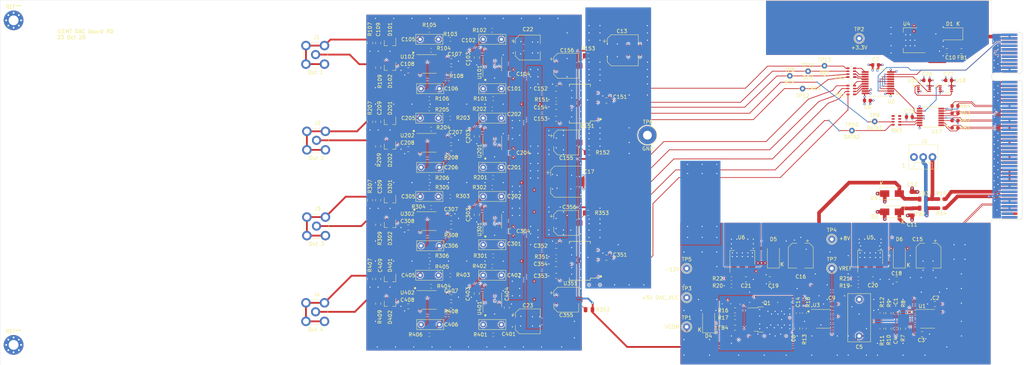
<source format=kicad_pcb>
(kicad_pcb (version 20171130) (host pcbnew "(5.1.5)-3")
  (layers (0 F.Cu signal) (1 In1.Cu power hide) (2 In2.Cu mixed hide) (31 B.Cu signal) (35 F.Paste user hide) (36 B.SilkS user hide) (37 F.SilkS user) (38 B.Mask user hide) (39 F.Mask user hide) (44 Edge.Cuts user))
  (net 0 "")
  (net 1 VREF)
  (net 2 V+)
  (net 3 V-)
  (net 4 GND)
  (net 5 Earth)
  (net 6 VREF-)
  (net 7 VREF+)
  (net 8 SCL)
  (net 9 SDA)
  (net 10 VCC)
  (net 11 /DAC1/~RST)
  (net 12 /DAC1/LRCK)
  (net 13 /DAC1/out_chan_L/IOUT+)
  (net 14 /DAC1/out_chan_L/IOUT-)
  (net 15 /DAC1/OUT_REF_L)
  (net 16 /DAC1/out_chan_R/IOUT+)
  (net 17 /DAC1/out_chan_R/IOUT-)
  (net 18 /DAC1/OUT_REF_R)
  (net 19 /DAC2/out_chan_L/IOUT+)
  (net 20 /DAC2/out_chan_L/IOUT-)
  (net 21 /DAC2/OUT_REF_L)
  (net 22 /DAC2/out_chan_R/IOUT+)
  (net 23 /DAC2/out_chan_R/IOUT-)
  (net 24 /DAC2/OUT_REF_R)
  (net 25 /DAC1/OUT_L)
  (net 26 /DAC1/OUT_R)
  (net 27 /DAC2/OUT_L)
  (net 28 /DAC2/OUT_R)
  (net 29 /DAC1/BCK)
  (net 30 /interface/BCK)
  (net 31 /DAC2/BCK)
  (net 32 /DAC1/SCK)
  (net 33 /DAC2/SCK)
  (net 34 /DAC1/DATA)
  (net 35 /DAC2/DATA)
  (net 36 SYSCLK-)
  (net 37 SYSCLK+)
  (net 38 VCOM)
  (net 39 /interface/SYSCLK)
  (net 40 "Net-(U151-Pad13)")
  (net 41 "Net-(U351-Pad13)")
  (net 42 +5VDIG)
  (net 43 +10V)
  (net 44 -6V)
  (net 45 DAC_VCC)
  (net 46 DFB3-)
  (net 47 DFB3+)
  (net 48 DFB1-)
  (net 49 DFB1+)
  (net 50 DOUTL5)
  (net 51 DOUTL3)
  (net 52 DFB2-)
  (net 53 DFB2+)
  (net 54 DFB4-)
  (net 55 DFB4+)
  (net 56 DOUTL6)
  (net 57 DOUTL4)
  (net 58 "Net-(P1-PadB28)")
  (net 59 "Net-(P1-PadB29)")
  (net 60 DOUT6+)
  (net 61 DOUT4+)
  (net 62 DOUT4-)
  (net 63 DOUT5+)
  (net 64 DOUT5-)
  (net 65 DOUT6-)
  (net 66 DOUT8+)
  (net 67 DOUT8-)
  (net 68 DOUT7+)
  (net 69 DOUT7-)
  (net 70 +5VANA)
  (net 71 /reference_buffer/U1A+)
  (net 72 /reference_buffer/U1A-)
  (net 73 /reference_buffer/U1B+)
  (net 74 /power/U3+)
  (net 75 /power/U4_IN)
  (net 76 /power/V-_UNREG)
  (net 77 /power/Q1E)
  (net 78 /power/U3-)
  (net 79 /power/V+_ADJ)
  (net 80 /power/V-_ADJ)
  (net 81 /DAC1/out_chan_L/VOUT+)
  (net 82 /DAC1/out_chan_L/VOUT-)
  (net 83 /DAC1/out_chan_L/Ux02+)
  (net 84 /DAC1/out_chan_L/Ux02-)
  (net 85 /DAC1/out_chan_L/VOUT1)
  (net 86 /DAC1/VCOML)
  (net 87 /DAC1/VCOMR)
  (net 88 /DAC1/out_chan_R/VOUT+)
  (net 89 /DAC1/out_chan_R/VOUT-)
  (net 90 /DAC1/out_chan_R/Ux02+)
  (net 91 /DAC1/out_chan_R/Ux02-)
  (net 92 /DAC1/out_chan_R/VOUT1)
  (net 93 /DAC2/out_chan_L/VOUT+)
  (net 94 /DAC2/out_chan_L/VOUT-)
  (net 95 /DAC2/out_chan_L/Ux02+)
  (net 96 /DAC2/out_chan_L/Ux02-)
  (net 97 /DAC2/out_chan_L/VOUT1)
  (net 98 /DAC2/VCOML)
  (net 99 /DAC2/VCOMR)
  (net 100 /DAC2/out_chan_R/VOUT+)
  (net 101 /DAC2/out_chan_R/VOUT-)
  (net 102 /DAC2/out_chan_R/Ux02+)
  (net 103 /DAC2/out_chan_R/Ux02-)
  (net 104 /DAC2/out_chan_R/VOUT1)
  (net 105 /DAC1/out_chan_L/VOUT2)
  (net 106 /DAC1/out_chan_R/VOUT2)
  (net 107 /DAC2/out_chan_L/VOUT2)
  (net 108 /DAC2/out_chan_R/VOUT2)
  (net 109 /power/V+_RAW)
  (net 110 /power/V-_RAW)
  (net 111 /power/Q1B)
  (net 112 /power/V+_UNREG)
  (net 113 /power/U3OUT)
  (net 114 /DAC1/IREF)
  (net 115 /DAC2/IREF)
  (net 116 /interface/U18Q)
  (net 117 /interface/U18FB)
  (net 118 /interface/U19FB)
  (net 119 "Net-(RN1-Pad4)")
  (net 120 "Net-(RN1-Pad2)")
  (net 121 "Net-(RN1-Pad3)")
  (net 122 "Net-(RN1-Pad1)")
  (net 123 "Net-(RN2-Pad4)")
  (net 124 "Net-(RN2-Pad2)")
  (net 125 "Net-(RN2-Pad3)")
  (net 126 "Net-(RN2-Pad1)")
  (net 127 ~RST_IN)
  (net 128 LRCK_IN)
  (net 129 BCK+)
  (net 130 BCK-)
  (net 131 DATA2+)
  (net 132 DATA2-)
  (net 133 DATA1+)
  (net 134 DATA1-)
  (net 135 /DAC2/~RST)
  (net 136 /DAC2/LRCK)
  (net 137 "Net-(RN3-Pad5)")
  (net 138 "Net-(RN3-Pad6)")
  (net 139 "Net-(RN3-Pad4)")
  (net 140 /interface/DATA1_DRV)
  (net 141 "Net-(RN3-Pad3)")
  (net 142 /interface/DATA2_DRV)
  (net 143 /interface/SCK_DRV)
  (net 144 "Net-(P1-PadB49)")
  (net 145 "Net-(P1-PadB48)")
  (net 146 "Net-(P1-PadA48)")
  (net 147 "Net-(P1-PadA49)")
  (module Resistor_SMD:R_0805_2012Metric (layer F.Cu) (at 248 140 90)
    (fp_text reference R10 (at -3.1 0.1 90) (layer F.SilkS))
    (fp_text value 2K)
    (pad 2 smd roundrect (at 0.9375 0 90) (size 0.975 1.4) (layers F.Cu F.Paste F.Mask) (net 72 /reference_buffer/U1A-))
    (pad 1 smd roundrect (at -0.9375 0 90) (size 0.975 1.4) (layers F.Cu F.Paste F.Mask) (net 1 VREF))
  )
  (module Resistor_SMD:R_0805_2012Metric (layer F.Cu) (at 248 135.75 90)
    (fp_text reference R9 (at 2.55 0.2 90) (layer F.SilkS))
    (fp_text value 2K)
    (pad 2 smd roundrect (at 0.9375 0 90) (size 0.975 1.4) (layers F.Cu F.Paste F.Mask) (net 4 GND))
    (pad 1 smd roundrect (at -0.9375 0 90) (size 0.975 1.4) (layers F.Cu F.Paste F.Mask) (net 71 /reference_buffer/U1A+))
  )
  (module Resistor_SMD:R_0805_2012Metric (layer F.Cu) (at 252 135.75 90)
    (fp_text reference R8 (at 2.55 0.1 90) (layer F.SilkS))
    (fp_text value 2K)
    (pad 2 smd roundrect (at 0.9375 0 90) (size 0.975 1.4) (layers F.Cu F.Paste F.Mask) (net 7 VREF+))
    (pad 1 smd roundrect (at -0.9375 0 90) (size 0.975 1.4) (layers F.Cu F.Paste F.Mask) (net 71 /reference_buffer/U1A+))
  )
  (module Resistor_SMD:R_0805_2012Metric (layer F.Cu) (at 252 140 270)
    (fp_text reference R7 (at 2.6 0 90) (layer F.SilkS))
    (fp_text value 2K)
    (pad 2 smd roundrect (at 0.9375 0 270) (size 0.975 1.4) (layers F.Cu F.Paste F.Mask) (net 6 VREF-))
    (pad 1 smd roundrect (at -0.9375 0 270) (size 0.975 1.4) (layers F.Cu F.Paste F.Mask) (net 72 /reference_buffer/U1A-))
  )
  (module input:molex_kk100_PinHeader_1x3_P2.54_Drill1.1mm (layer F.Cu) (at 255 93)
    (fp_text reference J5 (at 2.85 -4.318) (layer F.SilkS))
    (fp_text value "Aux power")
    (fp_text user 1 (at -2.82 2.3 180) (layer F.SilkS))
    (pad 1 thru_hole circle (at 0 0 180) (size 2.1 2.1) (drill 1.1) (layers *.Cu *.Mask) (net 4 GND))
    (pad 2 thru_hole circle (at 2.54 0 180) (size 2.1 2.1) (drill 1.1) (layers *.Cu *.Mask) (net 109 /power/V+_RAW))
    (pad 3 thru_hole circle (at 5.08 0 180) (size 2.1 2.1) (drill 1.1) (layers *.Cu *.Mask) (net 110 /power/V-_RAW))
  )
  (module TestPoint:TestPoint_THTPad_D1.5mm_Drill0.7mm (layer F.Cu) (at 230.5 68)
    (fp_text reference TP13 (at 0 -1.648) (layer F.SilkS))
    (fp_text value ~RST (at 0 2.25) (layer F.SilkS))
    (pad 1 thru_hole circle (at 0 0) (size 1.5 1.5) (drill 0.7) (layers *.Cu *.Mask) (net 11 /DAC1/~RST))
  )
  (module TestPoint:TestPoint_THTPad_D1.5mm_Drill0.7mm (layer F.Cu) (at 224.5 74.25)
    (fp_text reference TP12 (at 0 2) (layer F.SilkS))
    (fp_text value LRCK (at 3.25 0) (layer F.SilkS))
    (pad 1 thru_hole circle (at 0 0) (size 1.5 1.5) (drill 0.7) (layers *.Cu *.Mask) (net 12 /DAC1/LRCK))
  )
  (module TestPoint:TestPoint_THTPad_D1.5mm_Drill0.7mm (layer F.Cu) (at 226 69.5)
    (fp_text reference TP11 (at 0 -1.648) (layer F.SilkS))
    (fp_text value SCK (at 0 1.75) (layer F.SilkS))
    (pad 1 thru_hole circle (at 0 0) (size 1.5 1.5) (drill 0.7) (layers *.Cu *.Mask) (net 32 /DAC1/SCK))
  )
  (module TestPoint:TestPoint_THTPad_D1.5mm_Drill0.7mm (layer F.Cu) (at 238 85.75)
    (fp_text reference TP10 (at 0 -1.648) (layer F.SilkS))
    (fp_text value DATA2 (at 0 1.75) (layer F.SilkS))
    (pad 1 thru_hole circle (at 0 0) (size 1.5 1.5) (drill 0.7) (layers *.Cu *.Mask) (net 35 /DAC2/DATA))
  )
  (module TestPoint:TestPoint_THTPad_D1.5mm_Drill0.7mm (layer F.Cu) (at 244.25 83.25)
    (fp_text reference TP9 (at 0 -1.648) (layer F.SilkS))
    (fp_text value DATA1 (at 0 1.75) (layer F.SilkS))
    (pad 1 thru_hole circle (at 0 0) (size 1.5 1.5) (drill 0.7) (layers *.Cu *.Mask) (net 34 /DAC1/DATA))
  )
  (module TestPoint:TestPoint_THTPad_D1.5mm_Drill0.7mm (layer F.Cu) (at 221 70.75)
    (fp_text reference TP8 (at 0 -1.648) (layer F.SilkS))
    (fp_text value BCK (at 0 1.75) (layer F.SilkS))
    (pad 1 thru_hole circle (at 0 0) (size 1.5 1.5) (drill 0.7) (layers *.Cu *.Mask) (net 29 /DAC1/BCK))
  )
  (module input:BUS_PCIexpress_x8 (layer B.Cu) (at 281.18 59.5 270)
    (fp_text reference P1 (at 5 3.5 270) (layer B.SilkS) (effects (justify mirror)))
    (fp_text value my_pcie_8x)
    (fp_line (start 10.55 4) (end 10.55 -2.95) (layer Edge.Cuts) (width 0.1))
    (fp_line (start 12.45 4) (end 12.45 -2.95) (layer Edge.Cuts) (width 0.1))
    (fp_line (start -0.65 4.95) (end -0.65 -2.95) (layer Edge.Cuts) (width 0.1))
    (fp_line (start -0.15 -3.45) (end 10.05 -3.45) (layer Edge.Cuts) (width 0.1))
    (fp_line (start 50.65 4.95) (end 50.65 -2.95) (layer Edge.Cuts) (width 0.1))
    (fp_line (start 12.95 -3.45) (end 50.15 -3.45) (layer Edge.Cuts) (width 0.1))
    (fp_line (start -0.65 -2.95) (end -0.15 -3.45) (layer Edge.Cuts) (width 0.1))
    (fp_line (start 10.55 -2.95) (end 10.05 -3.45) (layer Edge.Cuts) (width 0.1))
    (fp_line (start 12.45 -2.95) (end 12.95 -3.45) (layer Edge.Cuts) (width 0.1))
    (fp_line (start 50.65 -2.95) (end 50.15 -3.45) (layer Edge.Cuts) (width 0.1))
    (fp_arc (start 11.5 4) (end 12.45 4) (angle 180) (layer Edge.Cuts) (width 0.1))
    (pad A41 connect rect (at 42 0 270) (size 0.7 4.3) (layers F.Cu F.Mask) (net 70 +5VANA))
    (pad A40 connect rect (at 41 0 270) (size 0.7 4.3) (layers F.Cu F.Mask) (net 70 +5VANA))
    (pad A39 connect rect (at 40 0 270) (size 0.7 4.3) (layers F.Cu F.Mask) (net 4 GND))
    (pad A38 connect rect (at 39 0 270) (size 0.7 4.3) (layers F.Cu F.Mask) (net 4 GND))
    (pad A37 connect rect (at 38 0 270) (size 0.7 4.3) (layers F.Cu F.Mask) (net 4 GND))
    (pad A36 connect rect (at 37 0 270) (size 0.7 4.3) (layers F.Cu F.Mask) (net 4 GND))
    (pad A35 connect rect (at 36 0 270) (size 0.7 4.3) (layers F.Cu F.Mask) (net 69 DOUT7-))
    (pad A34 connect rect (at 35 0 270) (size 0.7 4.3) (layers F.Cu F.Mask) (net 68 DOUT7+))
    (pad A33 connect rect (at 34 0 270) (size 0.7 4.3) (layers F.Cu F.Mask) (net 4 GND))
    (pad B49 connect rect (at 50 0 270) (size 0.7 4.3) (layers B.Cu B.Mask) (net 144 "Net-(P1-PadB49)"))
    (pad B48 connect rect (at 49 0.55 270) (size 0.7 3.2) (layers B.Cu B.Mask) (net 145 "Net-(P1-PadB48)"))
    (pad B47 connect rect (at 48 0 270) (size 0.7 4.3) (layers B.Cu B.Mask) (net 4 GND))
    (pad B46 connect rect (at 47 0 270) (size 0.7 4.3) (layers B.Cu B.Mask) (net 4 GND))
    (pad B45 connect rect (at 46 0 270) (size 0.7 4.3) (layers B.Cu B.Mask) (net 4 GND))
    (pad B44 connect rect (at 45 0 270) (size 0.7 4.3) (layers B.Cu B.Mask) (net 4 GND))
    (pad B43 connect rect (at 44 0 270) (size 0.7 4.3) (layers B.Cu B.Mask) (net 43 +10V))
    (pad B42 connect rect (at 43 0 270) (size 0.7 4.3) (layers B.Cu B.Mask) (net 43 +10V))
    (pad B41 connect rect (at 42 0 270) (size 0.7 4.3) (layers B.Cu B.Mask) (net 4 GND))
    (pad B40 connect rect (at 41 0 270) (size 0.7 4.3) (layers B.Cu B.Mask) (net 4 GND))
    (pad B39 connect rect (at 40 0 270) (size 0.7 4.3) (layers B.Cu B.Mask) (net 4 GND))
    (pad B38 connect rect (at 39 0 270) (size 0.7 4.3) (layers B.Cu B.Mask) (net 4 GND))
    (pad B37 connect rect (at 38 0 270) (size 0.7 4.3) (layers B.Cu B.Mask) (net 67 DOUT8-))
    (pad B36 connect rect (at 37 0 270) (size 0.7 4.3) (layers B.Cu B.Mask) (net 66 DOUT8+))
    (pad B35 connect rect (at 36 0 270) (size 0.7 4.3) (layers B.Cu B.Mask) (net 4 GND))
    (pad B34 connect rect (at 35 0 270) (size 0.7 4.3) (layers B.Cu B.Mask) (net 4 GND))
    (pad B33 connect rect (at 34 0 270) (size 0.7 4.3) (layers B.Cu B.Mask) (net 65 DOUT6-))
    (pad A32 connect rect (at 33 0 270) (size 0.7 4.3) (layers F.Cu F.Mask) (net 4 GND))
    (pad A31 connect rect (at 32 0 270) (size 0.7 4.3) (layers F.Cu F.Mask) (net 64 DOUT5-))
    (pad A30 connect rect (at 31 0 270) (size 0.7 4.3) (layers F.Cu F.Mask) (net 63 DOUT5+))
    (pad A29 connect rect (at 30 0 270) (size 0.7 4.3) (layers F.Cu F.Mask) (net 4 GND))
    (pad A28 connect rect (at 29 0 270) (size 0.7 4.3) (layers F.Cu F.Mask) (net 4 GND))
    (pad A27 connect rect (at 28 0 270) (size 0.7 4.3) (layers F.Cu F.Mask) (net 62 DOUT4-))
    (pad A26 connect rect (at 27 0 270) (size 0.7 4.3) (layers F.Cu F.Mask) (net 61 DOUT4+))
    (pad A25 connect rect (at 26 0 270) (size 0.7 4.3) (layers F.Cu F.Mask) (net 4 GND))
    (pad A24 connect rect (at 25 0 270) (size 0.7 4.3) (layers F.Cu F.Mask) (net 4 GND))
    (pad A23 connect rect (at 24 0 270) (size 0.7 4.3) (layers F.Cu F.Mask) (net 134 DATA1-))
    (pad A22 connect rect (at 23 0 270) (size 0.7 4.3) (layers F.Cu F.Mask) (net 133 DATA1+))
    (pad A21 connect rect (at 22 0 270) (size 0.7 4.3) (layers F.Cu F.Mask) (net 4 GND))
    (pad A20 connect rect (at 21 0 270) (size 0.7 4.3) (layers F.Cu F.Mask) (net 4 GND))
    (pad A19 connect rect (at 20 0 270) (size 0.7 4.3) (layers F.Cu F.Mask) (net 36 SYSCLK-))
    (pad B32 connect rect (at 33 0 270) (size 0.7 4.3) (layers B.Cu B.Mask) (net 60 DOUT6+))
    (pad B31 connect rect (at 32 0 270) (size 0.7 4.3) (layers B.Cu B.Mask) (net 4 GND))
    (pad B30 connect rect (at 31 0 270) (size 0.7 4.3) (layers B.Cu B.Mask) (net 4 GND))
    (pad B29 connect rect (at 30 0 270) (size 0.7 4.3) (layers B.Cu B.Mask) (net 59 "Net-(P1-PadB29)"))
    (pad B28 connect rect (at 29 0 270) (size 0.7 4.3) (layers B.Cu B.Mask) (net 58 "Net-(P1-PadB28)"))
    (pad B27 connect rect (at 28 0 270) (size 0.7 4.3) (layers B.Cu B.Mask) (net 4 GND))
    (pad B26 connect rect (at 27 0 270) (size 0.7 4.3) (layers B.Cu B.Mask) (net 4 GND))
    (pad B25 connect rect (at 26 0 270) (size 0.7 4.3) (layers B.Cu B.Mask) (net 132 DATA2-))
    (pad B24 connect rect (at 25 0 270) (size 0.7 4.3) (layers B.Cu B.Mask) (net 131 DATA2+))
    (pad B23 connect rect (at 24 0 270) (size 0.7 4.3) (layers B.Cu B.Mask) (net 4 GND))
    (pad B22 connect rect (at 23 0 270) (size 0.7 4.3) (layers B.Cu B.Mask) (net 4 GND))
    (pad B21 connect rect (at 22 0 270) (size 0.7 4.3) (layers B.Cu B.Mask) (net 130 BCK-))
    (pad B20 connect rect (at 21 0 270) (size 0.7 4.3) (layers B.Cu B.Mask) (net 129 BCK+))
    (pad B19 connect rect (at 20 0 270) (size 0.7 4.3) (layers B.Cu B.Mask) (net 4 GND))
    (pad B1 connect rect (at 0 0 270) (size 0.7 4.3) (layers B.Cu B.Mask) (net 4 GND))
    (pad B2 connect rect (at 1 0 270) (size 0.7 4.3) (layers B.Cu B.Mask) (net 4 GND))
    (pad B3 connect rect (at 2 0 270) (size 0.7 4.3) (layers B.Cu B.Mask) (net 128 LRCK_IN))
    (pad B4 connect rect (at 3 0 270) (size 0.7 4.3) (layers B.Cu B.Mask) (net 4 GND))
    (pad B5 connect rect (at 4 0 270) (size 0.7 4.3) (layers B.Cu B.Mask) (net 9 SDA))
    (pad B6 connect rect (at 5 0 270) (size 0.7 4.3) (layers B.Cu B.Mask) (net 4 GND))
    (pad B7 connect rect (at 6 0 270) (size 0.7 4.3) (layers B.Cu B.Mask) (net 57 DOUTL4))
    (pad B8 connect rect (at 7 0 270) (size 0.7 4.3) (layers B.Cu B.Mask) (net 56 DOUTL6))
    (pad B9 connect rect (at 8 0 270) (size 0.7 4.3) (layers B.Cu B.Mask) (net 4 GND))
    (pad B10 connect rect (at 9 0 270) (size 0.7 4.3) (layers B.Cu B.Mask) (net 4 GND))
    (pad B11 connect rect (at 10 0 270) (size 0.7 4.3) (layers B.Cu B.Mask) (net 4 GND))
    (pad B14 connect rect (at 15 0 270) (size 0.7 4.3) (layers B.Cu B.Mask) (net 4 GND))
    (pad B15 connect rect (at 16 0 270) (size 0.7 4.3) (layers B.Cu B.Mask) (net 4 GND))
    (pad B16 connect rect (at 17 0 270) (size 0.7 4.3) (layers B.Cu B.Mask) (net 55 DFB4+))
    (pad B17 connect rect (at 18 0 270) (size 0.7 4.3) (layers B.Cu B.Mask) (net 54 DFB4-))
    (pad B18 connect rect (at 19 0 270) (size 0.7 4.3) (layers B.Cu B.Mask) (net 4 GND))
    (pad B12 connect rect (at 13 0 270) (size 0.7 4.3) (layers B.Cu B.Mask) (net 53 DFB2+))
    (pad B13 connect rect (at 14 0 270) (size 0.7 4.3) (layers B.Cu B.Mask) (net 52 DFB2-))
    (pad A1 connect rect (at 0 0.55 270) (size 0.7 3.2) (layers F.Cu F.Mask) (net 42 +5VDIG))
    (pad A2 connect rect (at 1 0 270) (size 0.7 4.3) (layers F.Cu F.Mask) (net 42 +5VDIG))
    (pad A3 connect rect (at 2 0 270) (size 0.7 4.3) (layers F.Cu F.Mask) (net 127 ~RST_IN))
    (pad A4 connect rect (at 3 0 270) (size 0.7 4.3) (layers F.Cu F.Mask) (net 4 GND))
    (pad A5 connect rect (at 4 0 270) (size 0.7 4.3) (layers F.Cu F.Mask) (net 8 SCL))
    (pad A6 connect rect (at 5 0 270) (size 0.7 4.3) (layers F.Cu F.Mask) (net 4 GND))
    (pad A7 connect rect (at 6 0 270) (size 0.7 4.3) (layers F.Cu F.Mask) (net 51 DOUTL3))
    (pad A8 connect rect (at 7 0 270) (size 0.7 4.3) (layers F.Cu F.Mask) (net 50 DOUTL5))
    (pad A9 connect rect (at 8 0 270) (size 0.7 4.3) (layers F.Cu F.Mask) (net 4 GND))
    (pad A10 connect rect (at 9 0 270) (size 0.7 4.3) (layers F.Cu F.Mask) (net 49 DFB1+))
    (pad A11 connect rect (at 10 0 270) (size 0.7 4.3) (layers F.Cu F.Mask) (net 48 DFB1-))
    (pad A14 connect rect (at 15 0 270) (size 0.7 4.3) (layers F.Cu F.Mask) (net 47 DFB3+))
    (pad A15 connect rect (at 16 0 270) (size 0.7 4.3) (layers F.Cu F.Mask) (net 46 DFB3-))
    (pad A16 connect rect (at 17 0 270) (size 0.7 4.3) (layers F.Cu F.Mask) (net 4 GND))
    (pad A17 connect rect (at 18 0 270) (size 0.7 4.3) (layers F.Cu F.Mask) (net 4 GND))
    (pad A18 connect rect (at 19 0 270) (size 0.7 4.3) (layers F.Cu F.Mask) (net 37 SYSCLK+))
    (pad A12 connect rect (at 13 0 270) (size 0.7 4.3) (layers F.Cu F.Mask) (net 4 GND))
    (pad A13 connect rect (at 14 0 270) (size 0.7 4.3) (layers F.Cu F.Mask) (net 4 GND))
    (pad A42 connect rect (at 43 0 270) (size 0.7 4.3) (layers F.Cu F.Mask) (net 44 -6V))
    (pad A43 connect rect (at 44 0 270) (size 0.7 4.3) (layers F.Cu F.Mask) (net 44 -6V))
    (pad A44 connect rect (at 45 0 270) (size 0.7 4.3) (layers F.Cu F.Mask) (net 4 GND))
    (pad A45 connect rect (at 46 0 270) (size 0.7 4.3) (layers F.Cu F.Mask) (net 7 VREF+))
    (pad A46 connect rect (at 47 0 270) (size 0.7 4.3) (layers F.Cu F.Mask) (net 6 VREF-))
    (pad A47 connect rect (at 48 0 270) (size 0.7 4.3) (layers F.Cu F.Mask) (net 4 GND))
    (pad A48 connect rect (at 49 0 270) (size 0.7 4.3) (layers F.Cu F.Mask) (net 146 "Net-(P1-PadA48)"))
    (pad A49 connect rect (at 50 0 270) (size 0.7 4.3) (layers F.Cu F.Mask) (net 147 "Net-(P1-PadA49)"))
  )
  (module Resistor_SMD:R_Array_Convex_4x0603 (layer F.Cu) (at 250.2 82.95 180)
    (fp_text reference RN3 (at -0.05 -2.8) (layer F.SilkS))
    (fp_text value 33)
    (pad 5 smd rect (at 0.9 1.2 180) (size 0.8 0.5) (layers F.Cu F.Paste F.Mask) (net 137 "Net-(RN3-Pad5)"))
    (pad 6 smd rect (at 0.9 0.4 180) (size 0.8 0.4) (layers F.Cu F.Paste F.Mask) (net 138 "Net-(RN3-Pad6)"))
    (pad 8 smd rect (at 0.9 -1.2 180) (size 0.8 0.5) (layers F.Cu F.Paste F.Mask) (net 35 /DAC2/DATA))
    (pad 7 smd rect (at 0.9 -0.4 180) (size 0.8 0.4) (layers F.Cu F.Paste F.Mask) (net 34 /DAC1/DATA))
    (pad 4 smd rect (at -0.9 1.2 180) (size 0.8 0.5) (layers F.Cu F.Paste F.Mask) (net 139 "Net-(RN3-Pad4)"))
    (pad 2 smd rect (at -0.9 -0.4 180) (size 0.8 0.4) (layers F.Cu F.Paste F.Mask) (net 140 /interface/DATA1_DRV))
    (pad 3 smd rect (at -0.9 0.4 180) (size 0.8 0.4) (layers F.Cu F.Paste F.Mask) (net 141 "Net-(RN3-Pad3)"))
    (pad 1 smd rect (at -0.9 -1.2 180) (size 0.8 0.5) (layers F.Cu F.Paste F.Mask) (net 142 /interface/DATA2_DRV))
  )
  (module input:my-SSOP-20_5.3x7.2mm_P0.65mm (layer F.Cu) (at 245.13 72.63 180)
    (fp_text reference U2 (at -3.62 -5.12 180) (layer F.SilkS))
    (fp_text value 74LVC541A)
    (pad 1 smd roundrect (at -3.5 -2.925 180) (size 1.9 0.45) (layers F.Cu F.Paste F.Mask) (net 4 GND))
    (pad 2 smd roundrect (at -3.5 -2.275 180) (size 1.9 0.45) (layers F.Cu F.Paste F.Mask) (net 128 LRCK_IN))
    (pad 3 smd roundrect (at -3.5 -1.625 180) (size 1.9 0.45) (layers F.Cu F.Paste F.Mask) (net 30 /interface/BCK))
    (pad 4 smd roundrect (at -3.5 -0.975 180) (size 1.9 0.45) (layers F.Cu F.Paste F.Mask) (net 143 /interface/SCK_DRV))
    (pad 5 smd roundrect (at -3.5 -0.325 180) (size 1.9 0.45) (layers F.Cu F.Paste F.Mask) (net 127 ~RST_IN))
    (pad 6 smd roundrect (at -3.5 0.325 180) (size 1.9 0.45) (layers F.Cu F.Paste F.Mask) (net 128 LRCK_IN))
    (pad 7 smd roundrect (at -3.5 0.975 180) (size 1.9 0.45) (layers F.Cu F.Paste F.Mask) (net 30 /interface/BCK))
    (pad 8 smd roundrect (at -3.5 1.625 180) (size 1.9 0.45) (layers F.Cu F.Paste F.Mask) (net 143 /interface/SCK_DRV))
    (pad 9 smd roundrect (at -3.5 2.275 180) (size 1.9 0.45) (layers F.Cu F.Paste F.Mask) (net 127 ~RST_IN))
    (pad 10 smd roundrect (at -3.5 2.925 180) (size 1.9 0.45) (layers F.Cu F.Paste F.Mask) (net 4 GND))
    (pad 11 smd roundrect (at 3.5 2.925 180) (size 1.9 0.45) (layers F.Cu F.Paste F.Mask) (net 123 "Net-(RN2-Pad4)"))
    (pad 12 smd roundrect (at 3.5 2.275 180) (size 1.9 0.45) (layers F.Cu F.Paste F.Mask) (net 125 "Net-(RN2-Pad3)"))
    (pad 13 smd roundrect (at 3.5 1.625 180) (size 1.9 0.45) (layers F.Cu F.Paste F.Mask) (net 124 "Net-(RN2-Pad2)"))
    (pad 14 smd roundrect (at 3.5 0.975 180) (size 1.9 0.45) (layers F.Cu F.Paste F.Mask) (net 126 "Net-(RN2-Pad1)"))
    (pad 15 smd roundrect (at 3.5 0.325 180) (size 1.9 0.45) (layers F.Cu F.Paste F.Mask) (net 119 "Net-(RN1-Pad4)"))
    (pad 16 smd roundrect (at 3.5 -0.325 180) (size 1.9 0.45) (layers F.Cu F.Paste F.Mask) (net 121 "Net-(RN1-Pad3)"))
    (pad 17 smd roundrect (at 3.5 -0.975 180) (size 1.9 0.45) (layers F.Cu F.Paste F.Mask) (net 120 "Net-(RN1-Pad2)"))
    (pad 18 smd roundrect (at 3.5 -1.625 180) (size 1.9 0.45) (layers F.Cu F.Paste F.Mask) (net 122 "Net-(RN1-Pad1)"))
    (pad 19 smd roundrect (at 3.5 -2.275 180) (size 1.9 0.45) (layers F.Cu F.Paste F.Mask) (net 4 GND))
    (pad 20 smd roundrect (at 3.5 -2.925 180) (size 1.9 0.45) (layers F.Cu F.Paste F.Mask) (net 10 VCC))
  )
  (module Resistor_SMD:R_Array_Convex_4x0603 (layer F.Cu) (at 237.83 69.88 180)
    (fp_text reference RN2 (at 3.08 -1.37) (layer F.SilkS))
    (fp_text value 33)
    (pad 5 smd rect (at 0.9 1.2 180) (size 0.8 0.5) (layers F.Cu F.Paste F.Mask) (net 11 /DAC1/~RST))
    (pad 6 smd rect (at 0.9 0.4 180) (size 0.8 0.4) (layers F.Cu F.Paste F.Mask) (net 32 /DAC1/SCK))
    (pad 8 smd rect (at 0.9 -1.2 180) (size 0.8 0.5) (layers F.Cu F.Paste F.Mask) (net 12 /DAC1/LRCK))
    (pad 7 smd rect (at 0.9 -0.4 180) (size 0.8 0.4) (layers F.Cu F.Paste F.Mask) (net 29 /DAC1/BCK))
    (pad 4 smd rect (at -0.9 1.2 180) (size 0.8 0.5) (layers F.Cu F.Paste F.Mask) (net 123 "Net-(RN2-Pad4)"))
    (pad 2 smd rect (at -0.9 -0.4 180) (size 0.8 0.4) (layers F.Cu F.Paste F.Mask) (net 124 "Net-(RN2-Pad2)"))
    (pad 3 smd rect (at -0.9 0.4 180) (size 0.8 0.4) (layers F.Cu F.Paste F.Mask) (net 125 "Net-(RN2-Pad3)"))
    (pad 1 smd rect (at -0.9 -1.2 180) (size 0.8 0.5) (layers F.Cu F.Paste F.Mask) (net 126 "Net-(RN2-Pad1)"))
  )
  (module Resistor_SMD:R_Array_Convex_4x0603 (layer F.Cu) (at 237.83 74.63 180)
    (fp_text reference RN1 (at 3.08 -1.37) (layer F.SilkS))
    (fp_text value 33)
    (pad 5 smd rect (at 0.9 1.2 180) (size 0.8 0.5) (layers F.Cu F.Paste F.Mask) (net 135 /DAC2/~RST))
    (pad 6 smd rect (at 0.9 0.4 180) (size 0.8 0.4) (layers F.Cu F.Paste F.Mask) (net 33 /DAC2/SCK))
    (pad 8 smd rect (at 0.9 -1.2 180) (size 0.8 0.5) (layers F.Cu F.Paste F.Mask) (net 136 /DAC2/LRCK))
    (pad 7 smd rect (at 0.9 -0.4 180) (size 0.8 0.4) (layers F.Cu F.Paste F.Mask) (net 31 /DAC2/BCK))
    (pad 4 smd rect (at -0.9 1.2 180) (size 0.8 0.5) (layers F.Cu F.Paste F.Mask) (net 119 "Net-(RN1-Pad4)"))
    (pad 2 smd rect (at -0.9 -0.4 180) (size 0.8 0.4) (layers F.Cu F.Paste F.Mask) (net 120 "Net-(RN1-Pad2)"))
    (pad 3 smd rect (at -0.9 0.4 180) (size 0.8 0.4) (layers F.Cu F.Paste F.Mask) (net 121 "Net-(RN1-Pad3)"))
    (pad 1 smd rect (at -0.9 -1.2 180) (size 0.8 0.5) (layers F.Cu F.Paste F.Mask) (net 122 "Net-(RN1-Pad1)"))
  )
  (module Capacitor_SMD:C_0603_1608Metric (layer F.Cu) (at 244.5 67.75)
    (fp_text reference C7 (at 0 -1.43) (layer F.SilkS))
    (fp_text value 100nF)
    (pad 2 smd roundrect (at 0.7875 0) (size 0.875 0.95) (layers F.Cu F.Paste F.Mask) (net 4 GND))
    (pad 1 smd roundrect (at -0.7875 0) (size 0.875 0.95) (layers F.Cu F.Paste F.Mask) (net 10 VCC))
  )
  (module Capacitor_SMD:C_0603_1608Metric (layer F.Cu) (at 242.25 77.5)
    (fp_text reference C6 (at 0 1.8) (layer F.SilkS))
    (fp_text value 100nF)
    (pad 2 smd roundrect (at 0.7875 0) (size 0.875 0.95) (layers F.Cu F.Paste F.Mask) (net 4 GND))
    (pad 1 smd roundrect (at -0.7875 0) (size 0.875 0.95) (layers F.Cu F.Paste F.Mask) (net 10 VCC))
  )
  (module TestPoint:TestPoint_Keystone_5000-5004_Miniature (layer F.Cu) (at 232.5 123.5)
    (fp_text reference TP7 (at 0 -2.5) (layer F.SilkS))
    (fp_text value VREF (at 3.75 0) (layer F.SilkS))
    (pad 1 thru_hole circle (at 0 0) (size 2 2) (drill 1) (layers *.Cu *.Mask) (net 1 VREF))
  )
  (module Resistor_SMD:R_0603_1608Metric (layer F.Cu) (at 225 135.75 90)
    (fp_text reference R18 (at 3 1 90) (layer F.SilkS))
    (fp_text value 200)
    (pad 2 smd roundrect (at 0.7875 0 90) (size 0.875 0.95) (layers F.Cu F.Paste F.Mask) (net 45 DAC_VCC))
    (pad 1 smd roundrect (at -0.7875 0 90) (size 0.875 0.95) (layers F.Cu F.Paste F.Mask) (net 78 /power/U3-))
  )
  (module Resistor_SMD:R_0603_1608Metric (layer F.Cu) (at 246.22 135.75 270)
    (fp_text reference R12 (at -3 -0.03 270) (layer F.SilkS))
    (fp_text value 8.2K)
    (pad 2 smd roundrect (at 0.7875 0 270) (size 0.875 0.95) (layers F.Cu F.Paste F.Mask) (net 73 /reference_buffer/U1B+))
    (pad 1 smd roundrect (at -0.7875 0 270) (size 0.875 0.95) (layers F.Cu F.Paste F.Mask) (net 4 GND))
  )
  (module Capacitor_THT:C_Rect_L7.2mm_W2.5mm_P5.00mm_FKS2_FKP2_MKS2_MKP2 (layer F.Cu) (at 142 117 180)
    (fp_text reference C301 (at -3.5 0.25) (layer F.SilkS))
    (fp_text value 4.7nF)
    (pad 2 thru_hole circle (at 5 0 180) (size 1.6 1.6) (drill 0.8) (layers *.Cu *.Mask) (net 100 /DAC2/out_chan_R/VOUT+))
    (pad 1 thru_hole circle (at 0 0 180) (size 1.6 1.6) (drill 0.8) (layers *.Cu *.Mask) (net 22 /DAC2/out_chan_R/IOUT+))
  )
  (module Capacitor_SMD:CP_Elec_6.3x7.7 (layer F.Cu) (at 149.25 63)
    (fp_text reference C22 (at 0 -5) (layer F.SilkS))
    (fp_text value 47uF)
    (pad 2 smd roundrect (at 2.7 0) (size 3.5 1.6) (layers F.Cu F.Paste F.Mask) (roundrect_rratio 0.15625) (net 4 GND))
    (pad 1 smd roundrect (at -2.7 0) (size 3.5 1.6) (layers F.Cu F.Paste F.Mask) (roundrect_rratio 0.15625) (net 2 V+))
  )
  (module Capacitor_SMD:C_0805_2012Metric (layer F.Cu) (at 157 74.25)
    (fp_text reference C152 (at -4.25 0) (layer F.SilkS))
    (fp_text value "10uF 16V")
    (pad 2 smd roundrect (at 0.9375 0) (size 0.975 1.4) (layers F.Cu F.Paste F.Mask) (net 45 DAC_VCC))
    (pad 1 smd roundrect (at -0.9375 0) (size 0.975 1.4) (layers F.Cu F.Paste F.Mask) (net 4 GND))
  )
  (module Capacitor_THT:C_Rect_L7.2mm_W2.5mm_P5.00mm_FKS2_FKP2_MKS2_MKP2 (layer F.Cu) (at 142 60.75 180)
    (fp_text reference C102 (at 9 -0.25) (layer F.SilkS))
    (fp_text value 4.7nF)
    (pad 2 thru_hole circle (at 5 0 180) (size 1.6 1.6) (drill 0.8) (layers *.Cu *.Mask) (net 89 /DAC1/out_chan_R/VOUT-))
    (pad 1 thru_hole circle (at 0 0 180) (size 1.6 1.6) (drill 0.8) (layers *.Cu *.Mask) (net 17 /DAC1/out_chan_R/IOUT-))
  )
  (module Package_TO_SOT_SMD:SOT-23 (layer F.Cu) (at 111.5 90.083333 270)
    (fp_text reference D202 (at 3.75 0 90) (layer F.SilkS))
    (fp_text value BAV99)
    (pad 3 smd rect (at 1 0 270) (size 0.9 0.8) (layers F.Cu F.Paste F.Mask) (net 105 /DAC1/out_chan_L/VOUT2))
    (pad 2 smd rect (at -1 0.95 270) (size 0.9 0.8) (layers F.Cu F.Paste F.Mask) (net 2 V+))
    (pad 1 smd rect (at -1 -0.95 270) (size 0.9 0.8) (layers F.Cu F.Paste F.Mask) (net 3 V-))
  )
  (module Package_TO_SOT_SMD:SOT-23 (layer F.Cu) (at 111.5 83.333333 270)
    (fp_text reference D201 (at -3.75 0 90) (layer F.SilkS))
    (fp_text value BAV99)
    (pad 3 smd rect (at 1 0 270) (size 0.9 0.8) (layers F.Cu F.Paste F.Mask) (net 4 GND))
    (pad 2 smd rect (at -1 0.95 270) (size 0.9 0.8) (layers F.Cu F.Paste F.Mask) (net 15 /DAC1/OUT_REF_L))
    (pad 1 smd rect (at -1 -0.95 270) (size 0.9 0.8) (layers F.Cu F.Paste F.Mask) (net 15 /DAC1/OUT_REF_L))
  )
  (module Package_SO:SOIC-8_3.9x4.9mm_P1.27mm (layer F.Cu) (at 230.25 137.3)
    (fp_text reference U3 (at -2 -3.75) (layer F.SilkS))
    (fp_text value OPA1611)
    (pad 8 smd roundrect (at 2.475 -1.905) (size 1.95 0.6) (layers F.Cu F.Paste F.Mask))
    (pad 7 smd roundrect (at 2.475 -0.635) (size 1.95 0.6) (layers F.Cu F.Paste F.Mask) (net 2 V+))
    (pad 6 smd roundrect (at 2.475 0.635) (size 1.95 0.6) (layers F.Cu F.Paste F.Mask) (net 113 /power/U3OUT))
    (pad 5 smd roundrect (at 2.475 1.905) (size 1.95 0.6) (layers F.Cu F.Paste F.Mask))
    (pad 4 smd roundrect (at -2.475 1.905) (size 1.95 0.6) (layers F.Cu F.Paste F.Mask) (net 4 GND))
    (pad 3 smd roundrect (at -2.475 0.635) (size 1.95 0.6) (layers F.Cu F.Paste F.Mask) (net 74 /power/U3+))
    (pad 2 smd roundrect (at -2.475 -0.635) (size 1.95 0.6) (layers F.Cu F.Paste F.Mask) (net 78 /power/U3-))
    (pad 1 smd roundrect (at -2.475 -1.905) (size 1.95 0.6) (layers F.Cu F.Paste F.Mask))
  )
  (module Package_SO:SOIC-8_3.9x4.9mm_P1.27mm (layer F.Cu) (at 258.75 137.3)
    (fp_text reference U1 (at -1.5 -3.5) (layer F.SilkS))
    (fp_text value OPA2210)
    (pad 8 smd roundrect (at 2.475 -1.905) (size 1.95 0.6) (layers F.Cu F.Paste F.Mask) (net 2 V+))
    (pad 7 smd roundrect (at 2.475 -0.635) (size 1.95 0.6) (layers F.Cu F.Paste F.Mask) (net 38 VCOM))
    (pad 6 smd roundrect (at 2.475 0.635) (size 1.95 0.6) (layers F.Cu F.Paste F.Mask) (net 73 /reference_buffer/U1B+))
    (pad 5 smd roundrect (at 2.475 1.905) (size 1.95 0.6) (layers F.Cu F.Paste F.Mask) (net 38 VCOM))
    (pad 4 smd roundrect (at -2.475 1.905) (size 1.95 0.6) (layers F.Cu F.Paste F.Mask) (net 3 V-))
    (pad 3 smd roundrect (at -2.475 0.635) (size 1.95 0.6) (layers F.Cu F.Paste F.Mask) (net 72 /reference_buffer/U1A-))
    (pad 2 smd roundrect (at -2.475 -0.635) (size 1.95 0.6) (layers F.Cu F.Paste F.Mask) (net 71 /reference_buffer/U1A+))
    (pad 1 smd roundrect (at -2.475 -1.905) (size 1.95 0.6) (layers F.Cu F.Paste F.Mask) (net 1 VREF))
  )
  (module Resistor_SMD:R_0805_2012Metric (layer F.Cu) (at 108.25 133.129999 270)
    (fp_text reference R409 (at 3.670001 -0.45 90) (layer F.SilkS))
    (fp_text value 10)
    (pad 2 smd roundrect (at 0.9375 0 270) (size 0.975 1.4) (layers F.Cu F.Paste F.Mask) (net 107 /DAC2/out_chan_L/VOUT2))
    (pad 1 smd roundrect (at -0.9375 0 270) (size 0.975 1.4) (layers F.Cu F.Paste F.Mask) (net 27 /DAC2/OUT_L))
  )
  (module Resistor_SMD:R_0805_2012Metric (layer F.Cu) (at 128.25 133.629999 180)
    (fp_text reference R408 (at 0 -1.65) (layer F.SilkS))
    (fp_text value 10)
    (pad 2 smd roundrect (at 0.9375 0 180) (size 0.975 1.4) (layers F.Cu F.Paste F.Mask) (net 97 /DAC2/out_chan_L/VOUT1))
    (pad 1 smd roundrect (at -0.9375 0 180) (size 0.975 1.4) (layers F.Cu F.Paste F.Mask) (net 107 /DAC2/out_chan_L/VOUT2))
  )
  (module Resistor_SMD:R_0805_2012Metric (layer F.Cu) (at 106 126.379999 90)
    (fp_text reference R407 (at 3.75 0 90) (layer F.SilkS))
    (fp_text value 10)
    (pad 2 smd roundrect (at 0.9375 0 90) (size 0.975 1.4) (layers F.Cu F.Paste F.Mask) (net 21 /DAC2/OUT_REF_L))
    (pad 1 smd roundrect (at -0.9375 0 90) (size 0.975 1.4) (layers F.Cu F.Paste F.Mask) (net 4 GND))
  )
  (module Resistor_SMD:R_0805_2012Metric (layer F.Cu) (at 165.75 108.296666 180)
    (fp_text reference R353 (at -3.75 0) (layer F.SilkS))
    (fp_text value 10)
    (pad 2 smd roundrect (at 0.9375 0 180) (size 0.975 1.4) (layers F.Cu F.Paste F.Mask) (net 99 /DAC2/VCOMR))
    (pad 1 smd roundrect (at -0.9375 0 180) (size 0.975 1.4) (layers F.Cu F.Paste F.Mask) (net 38 VCOM))
  )
  (module Resistor_SMD:R_0805_2012Metric (layer F.Cu) (at 166 134.796666 180)
    (fp_text reference R352 (at -3.75 0) (layer F.SilkS))
    (fp_text value 10)
    (pad 2 smd roundrect (at 0.9375 0 180) (size 0.975 1.4) (layers F.Cu F.Paste F.Mask) (net 98 /DAC2/VCOML))
    (pad 1 smd roundrect (at -0.9375 0 180) (size 0.975 1.4) (layers F.Cu F.Paste F.Mask) (net 38 VCOM))
  )
  (module Resistor_SMD:R_0805_2012Metric (layer F.Cu) (at 108.25 111.546666 270)
    (fp_text reference R309 (at 3.75 -0.45 90) (layer F.SilkS))
    (fp_text value 10)
    (pad 2 smd roundrect (at 0.9375 0 270) (size 0.975 1.4) (layers F.Cu F.Paste F.Mask) (net 108 /DAC2/out_chan_R/VOUT2))
    (pad 1 smd roundrect (at -0.9375 0 270) (size 0.975 1.4) (layers F.Cu F.Paste F.Mask) (net 28 /DAC2/OUT_R))
  )
  (module Resistor_SMD:R_0805_2012Metric (layer F.Cu) (at 128.25 112.046666 180)
    (fp_text reference R308 (at 0 -2.353334) (layer F.SilkS))
    (fp_text value 10)
    (pad 2 smd roundrect (at 0.9375 0 180) (size 0.975 1.4) (layers F.Cu F.Paste F.Mask) (net 104 /DAC2/out_chan_R/VOUT1))
    (pad 1 smd roundrect (at -0.9375 0 180) (size 0.975 1.4) (layers F.Cu F.Paste F.Mask) (net 108 /DAC2/out_chan_R/VOUT2))
  )
  (module Resistor_SMD:R_0805_2012Metric (layer F.Cu) (at 106 104.796666 90)
    (fp_text reference R307 (at 3.75 0 90) (layer F.SilkS))
    (fp_text value 10)
    (pad 2 smd roundrect (at 0.9375 0 90) (size 0.975 1.4) (layers F.Cu F.Paste F.Mask) (net 24 /DAC2/OUT_REF_R))
    (pad 1 smd roundrect (at -0.9375 0 90) (size 0.975 1.4) (layers F.Cu F.Paste F.Mask) (net 4 GND))
  )
  (module Resistor_SMD:R_0805_2012Metric (layer F.Cu) (at 108.25 90.083333 270)
    (fp_text reference R209 (at 3.716667 -0.25 90) (layer F.SilkS))
    (fp_text value 10)
    (pad 2 smd roundrect (at 0.9375 0 270) (size 0.975 1.4) (layers F.Cu F.Paste F.Mask) (net 105 /DAC1/out_chan_L/VOUT2))
    (pad 1 smd roundrect (at -0.9375 0 270) (size 0.975 1.4) (layers F.Cu F.Paste F.Mask) (net 25 /DAC1/OUT_L))
  )
  (module Resistor_SMD:R_0805_2012Metric (layer F.Cu) (at 128.25 90.583333 180)
    (fp_text reference R208 (at 0 -2.516667) (layer F.SilkS))
    (fp_text value 10)
    (pad 2 smd roundrect (at 0.9375 0 180) (size 0.975 1.4) (layers F.Cu F.Paste F.Mask) (net 85 /DAC1/out_chan_L/VOUT1))
    (pad 1 smd roundrect (at -0.9375 0 180) (size 0.975 1.4) (layers F.Cu F.Paste F.Mask) (net 105 /DAC1/out_chan_L/VOUT2))
  )
  (module Resistor_SMD:R_0805_2012Metric (layer F.Cu) (at 106 83.333333 90)
    (fp_text reference R207 (at 3.75 0 90) (layer F.SilkS))
    (fp_text value 10)
    (pad 2 smd roundrect (at 0.9375 0 90) (size 0.975 1.4) (layers F.Cu F.Paste F.Mask) (net 15 /DAC1/OUT_REF_L))
    (pad 1 smd roundrect (at -0.9375 0 90) (size 0.975 1.4) (layers F.Cu F.Paste F.Mask) (net 4 GND))
  )
  (module Resistor_SMD:R_0805_2012Metric (layer F.Cu) (at 165.75 65.25 180)
    (fp_text reference R153 (at 0 2) (layer F.SilkS))
    (fp_text value 10)
    (pad 2 smd roundrect (at 0.9375 0 180) (size 0.975 1.4) (layers F.Cu F.Paste F.Mask) (net 87 /DAC1/VCOMR))
    (pad 1 smd roundrect (at -0.9375 0 180) (size 0.975 1.4) (layers F.Cu F.Paste F.Mask) (net 38 VCOM))
  )
  (module Resistor_SMD:R_0805_2012Metric (layer F.Cu) (at 166 91.75 180)
    (fp_text reference R152 (at -3.75 0) (layer F.SilkS))
    (fp_text value 10)
    (pad 2 smd roundrect (at 0.9375 0 180) (size 0.975 1.4) (layers F.Cu F.Paste F.Mask) (net 86 /DAC1/VCOML))
    (pad 1 smd roundrect (at -0.9375 0 180) (size 0.975 1.4) (layers F.Cu F.Paste F.Mask) (net 38 VCOM))
  )
  (module Resistor_SMD:R_0805_2012Metric (layer F.Cu) (at 108.25 68.5 270)
    (fp_text reference R109 (at 3.8 -0.45 90) (layer F.SilkS))
    (fp_text value 10)
    (pad 2 smd roundrect (at 0.9375 0 270) (size 0.975 1.4) (layers F.Cu F.Paste F.Mask) (net 106 /DAC1/out_chan_R/VOUT2))
    (pad 1 smd roundrect (at -0.9375 0 270) (size 0.975 1.4) (layers F.Cu F.Paste F.Mask) (net 26 /DAC1/OUT_R))
  )
  (module Resistor_SMD:R_0805_2012Metric (layer F.Cu) (at 128.25 69 180)
    (fp_text reference R108 (at -1.45 -1.8) (layer F.SilkS))
    (fp_text value 10)
    (pad 2 smd roundrect (at 0.9375 0 180) (size 0.975 1.4) (layers F.Cu F.Paste F.Mask) (net 92 /DAC1/out_chan_R/VOUT1))
    (pad 1 smd roundrect (at -0.9375 0 180) (size 0.975 1.4) (layers F.Cu F.Paste F.Mask) (net 106 /DAC1/out_chan_R/VOUT2))
  )
  (module Resistor_SMD:R_0805_2012Metric (layer F.Cu) (at 106 61.75 90)
    (fp_text reference R107 (at 3.75 0 90) (layer F.SilkS))
    (fp_text value 10)
    (pad 2 smd roundrect (at 0.9375 0 90) (size 0.975 1.4) (layers F.Cu F.Paste F.Mask) (net 18 /DAC1/OUT_REF_R))
    (pad 1 smd roundrect (at -0.9375 0 90) (size 0.975 1.4) (layers F.Cu F.Paste F.Mask) (net 4 GND))
  )
  (module Resistor_SMD:R_0805_2012Metric (layer F.Cu) (at 206 135 180)
    (fp_text reference R16 (at 3.25 0) (layer F.SilkS))
    (fp_text value 10)
    (pad 2 smd roundrect (at 0.9375 0 180) (size 0.975 1.4) (layers F.Cu F.Paste F.Mask) (net 113 /power/U3OUT))
    (pad 1 smd roundrect (at -0.9375 0 180) (size 0.975 1.4) (layers F.Cu F.Paste F.Mask) (net 111 /power/Q1B))
  )
  (module Package_TO_SOT_SMD:SOT-23 (layer F.Cu) (at 111.5 133.129999 270)
    (fp_text reference D402 (at 3.75 0 90) (layer F.SilkS))
    (fp_text value BAV99)
    (pad 3 smd rect (at 1 0 270) (size 0.9 0.8) (layers F.Cu F.Paste F.Mask) (net 107 /DAC2/out_chan_L/VOUT2))
    (pad 2 smd rect (at -1 0.95 270) (size 0.9 0.8) (layers F.Cu F.Paste F.Mask) (net 2 V+))
    (pad 1 smd rect (at -1 -0.95 270) (size 0.9 0.8) (layers F.Cu F.Paste F.Mask) (net 3 V-))
  )
  (module Package_TO_SOT_SMD:SOT-23 (layer F.Cu) (at 111.5 126.379999 270)
    (fp_text reference D401 (at -3.75 0 90) (layer F.SilkS))
    (fp_text value BAV99)
    (pad 3 smd rect (at 1 0 270) (size 0.9 0.8) (layers F.Cu F.Paste F.Mask) (net 4 GND))
    (pad 2 smd rect (at -1 0.95 270) (size 0.9 0.8) (layers F.Cu F.Paste F.Mask) (net 21 /DAC2/OUT_REF_L))
    (pad 1 smd rect (at -1 -0.95 270) (size 0.9 0.8) (layers F.Cu F.Paste F.Mask) (net 21 /DAC2/OUT_REF_L))
  )
  (module Package_TO_SOT_SMD:SOT-23 (layer F.Cu) (at 111.5 111.546666 270)
    (fp_text reference D302 (at 3.75 0 90) (layer F.SilkS))
    (fp_text value BAV99)
    (pad 3 smd rect (at 1 0 270) (size 0.9 0.8) (layers F.Cu F.Paste F.Mask) (net 108 /DAC2/out_chan_R/VOUT2))
    (pad 2 smd rect (at -1 0.95 270) (size 0.9 0.8) (layers F.Cu F.Paste F.Mask) (net 2 V+))
    (pad 1 smd rect (at -1 -0.95 270) (size 0.9 0.8) (layers F.Cu F.Paste F.Mask) (net 3 V-))
  )
  (module Package_TO_SOT_SMD:SOT-23 (layer F.Cu) (at 111.5 104.796666 270)
    (fp_text reference D301 (at -3.75 0 90) (layer F.SilkS))
    (fp_text value BAV99)
    (pad 3 smd rect (at 1 0 270) (size 0.9 0.8) (layers F.Cu F.Paste F.Mask) (net 4 GND))
    (pad 2 smd rect (at -1 0.95 270) (size 0.9 0.8) (layers F.Cu F.Paste F.Mask) (net 24 /DAC2/OUT_REF_R))
    (pad 1 smd rect (at -1 -0.95 270) (size 0.9 0.8) (layers F.Cu F.Paste F.Mask) (net 24 /DAC2/OUT_REF_R))
  )
  (module Package_TO_SOT_SMD:SOT-23 (layer F.Cu) (at 111.5 68.5 270)
    (fp_text reference D102 (at 3.75 0 90) (layer F.SilkS))
    (fp_text value BAV99)
    (pad 3 smd rect (at 1 0 270) (size 0.9 0.8) (layers F.Cu F.Paste F.Mask) (net 106 /DAC1/out_chan_R/VOUT2))
    (pad 2 smd rect (at -1 0.95 270) (size 0.9 0.8) (layers F.Cu F.Paste F.Mask) (net 2 V+))
    (pad 1 smd rect (at -1 -0.95 270) (size 0.9 0.8) (layers F.Cu F.Paste F.Mask) (net 3 V-))
  )
  (module Package_TO_SOT_SMD:SOT-23 (layer F.Cu) (at 111.5 61.75 270)
    (fp_text reference D101 (at -3.75 0 90) (layer F.SilkS))
    (fp_text value BAV99)
    (pad 3 smd rect (at 1 0 270) (size 0.9 0.8) (layers F.Cu F.Paste F.Mask) (net 4 GND))
    (pad 2 smd rect (at -1 0.95 270) (size 0.9 0.8) (layers F.Cu F.Paste F.Mask) (net 18 /DAC1/OUT_REF_R))
    (pad 1 smd rect (at -1 -0.95 270) (size 0.9 0.8) (layers F.Cu F.Paste F.Mask) (net 18 /DAC1/OUT_REF_R))
  )
  (module Diode_SMD:D_SMA (layer F.Cu) (at 251 120 90)
    (fp_text reference D6 (at 4.5 0 180) (layer F.SilkS))
    (fp_text value "15V (standoff)")
    (pad 2 smd rect (at 2 0 90) (size 2.5 1.8) (layers F.Cu F.Paste F.Mask) (net 2 V+))
    (pad 1 smd rect (at -2 0 90) (size 2.5 1.8) (layers F.Cu F.Paste F.Mask) (net 112 /power/V+_UNREG))
  )
  (module Diode_SMD:D_SMA (layer F.Cu) (at 216.5 120 90)
    (fp_text reference D5 (at 4.5 0 180) (layer F.SilkS))
    (fp_text value "15V (standoff)")
    (pad 2 smd rect (at 2 0 90) (size 2.5 1.8) (layers F.Cu F.Paste F.Mask) (net 76 /power/V-_UNREG))
    (pad 1 smd rect (at -2 0 90) (size 2.5 1.8) (layers F.Cu F.Paste F.Mask) (net 3 V-))
  )
  (module Diode_SMD:D_SMA (layer F.Cu) (at 249 108 180)
    (fp_text reference D2 (at 4.75 -1.25) (layer F.SilkS))
    (fp_text value "15V (standoff)")
    (pad 2 smd rect (at 2 0 180) (size 2.5 1.8) (layers F.Cu F.Paste F.Mask) (net 4 GND))
    (pad 1 smd rect (at -2 0 180) (size 2.5 1.8) (layers F.Cu F.Paste F.Mask) (net 112 /power/V+_UNREG))
  )
  (module Capacitor_SMD:CP_Elec_6.3x7.7 (layer F.Cu) (at 259 120 270)
    (fp_text reference C15 (at -4.5 3 180) (layer F.SilkS))
    (fp_text value 47uF)
    (pad 2 smd roundrect (at 2.7 0 270) (size 3.5 1.6) (layers F.Cu F.Paste F.Mask) (roundrect_rratio 0.15625) (net 4 GND))
    (pad 1 smd roundrect (at -2.7 0 270) (size 3.5 1.6) (layers F.Cu F.Paste F.Mask) (roundrect_rratio 0.15625) (net 112 /power/V+_UNREG))
  )
  (module TestPoint:TestPoint_Keystone_5000-5004_Miniature (layer F.Cu) (at 192.75 123.5)
    (fp_text reference TP5 (at 0 -2.5) (layer F.SilkS))
    (fp_text value -12V (at -4 0.25) (layer F.SilkS))
    (pad 1 thru_hole circle (at 0 0) (size 2 2) (drill 1) (layers *.Cu *.Mask) (net 3 V-))
  )
  (module TestPoint:TestPoint_Keystone_5000-5004_Miniature (layer F.Cu) (at 232.5 115.5)
    (fp_text reference TP4 (at 0 -2.5) (layer F.SilkS))
    (fp_text value +8V (at 3.5 -0.25) (layer F.SilkS))
    (pad 1 thru_hole circle (at 0 0) (size 2 2) (drill 1) (layers *.Cu *.Mask) (net 2 V+))
  )
  (module TestPoint:TestPoint_Keystone_5000-5004_Miniature (layer F.Cu) (at 192.75 131.5)
    (fp_text reference TP3 (at 0 -2.5) (layer F.SilkS))
    (fp_text value "+5V DAC_VCC" (at -7.25 0) (layer F.SilkS))
    (pad 1 thru_hole circle (at 0 0) (size 2 2) (drill 1) (layers *.Cu *.Mask) (net 45 DAC_VCC))
  )
  (module TestPoint:TestPoint_Keystone_5000-5004_Miniature (layer F.Cu) (at 240 60.5)
    (fp_text reference TP2 (at 0 -2.5) (layer F.SilkS))
    (fp_text value +3.3V (at 0 2.5) (layer F.SilkS))
    (pad 1 thru_hole circle (at 0 0) (size 2 2) (drill 1) (layers *.Cu *.Mask) (net 10 VCC))
  )
  (module TestPoint:TestPoint_Keystone_5000-5004_Miniature (layer F.Cu) (at 192.75 139.5)
    (fp_text reference TP1 (at 0 -2.5) (layer F.SilkS))
    (fp_text value VCOM (at -4 0) (layer F.SilkS))
    (pad 1 thru_hole circle (at 0 0) (size 2 2) (drill 1) (layers *.Cu *.Mask) (net 38 VCOM))
  )
  (module input:TestPoint_THTPad_D5.0mm_Drill2.41mm (layer F.Cu) (at 182 87)
    (fp_text reference TP6 (at 0.1 -3.6) (layer F.SilkS))
    (fp_text value GND (at 0.1 3.7) (layer F.SilkS))
    (pad 1 thru_hole circle (at 0 0) (size 5 5) (drill 2.41) (layers *.Cu *.Mask) (net 4 GND))
  )
  (module Package_SO:SOIC-8_3.9x4.9mm_P1.27mm (layer F.Cu) (at 122.25 132.129999)
    (fp_text reference U402 (at -6 -2) (layer F.SilkS))
    (fp_text value OPA1611)
    (pad 8 smd roundrect (at 2.475 -1.905) (size 1.95 0.6) (layers F.Cu F.Paste F.Mask))
    (pad 7 smd roundrect (at 2.475 -0.635) (size 1.95 0.6) (layers F.Cu F.Paste F.Mask) (net 2 V+))
    (pad 6 smd roundrect (at 2.475 0.635) (size 1.95 0.6) (layers F.Cu F.Paste F.Mask) (net 97 /DAC2/out_chan_L/VOUT1))
    (pad 5 smd roundrect (at 2.475 1.905) (size 1.95 0.6) (layers F.Cu F.Paste F.Mask))
    (pad 4 smd roundrect (at -2.475 1.905) (size 1.95 0.6) (layers F.Cu F.Paste F.Mask) (net 3 V-))
    (pad 3 smd roundrect (at -2.475 0.635) (size 1.95 0.6) (layers F.Cu F.Paste F.Mask) (net 95 /DAC2/out_chan_L/Ux02+))
    (pad 2 smd roundrect (at -2.475 -0.635) (size 1.95 0.6) (layers F.Cu F.Paste F.Mask) (net 96 /DAC2/out_chan_L/Ux02-))
    (pad 1 smd roundrect (at -2.475 -1.905) (size 1.95 0.6) (layers F.Cu F.Paste F.Mask))
  )
  (module Package_SO:SOIC-8_3.9x4.9mm_P1.27mm (layer F.Cu) (at 139.5 132.129999 90)
    (fp_text reference U401 (at -2.25 -3.5 90) (layer F.SilkS))
    (fp_text value OPA2210)
    (pad 8 smd roundrect (at 2.475 -1.905 90) (size 1.95 0.6) (layers F.Cu F.Paste F.Mask) (net 2 V+))
    (pad 7 smd roundrect (at 2.475 -0.635 90) (size 1.95 0.6) (layers F.Cu F.Paste F.Mask) (net 94 /DAC2/out_chan_L/VOUT-))
    (pad 6 smd roundrect (at 2.475 0.635 90) (size 1.95 0.6) (layers F.Cu F.Paste F.Mask) (net 20 /DAC2/out_chan_L/IOUT-))
    (pad 5 smd roundrect (at 2.475 1.905 90) (size 1.95 0.6) (layers F.Cu F.Paste F.Mask) (net 4 GND))
    (pad 4 smd roundrect (at -2.475 1.905 90) (size 1.95 0.6) (layers F.Cu F.Paste F.Mask) (net 3 V-))
    (pad 3 smd roundrect (at -2.475 0.635 90) (size 1.95 0.6) (layers F.Cu F.Paste F.Mask) (net 4 GND))
    (pad 2 smd roundrect (at -2.475 -0.635 90) (size 1.95 0.6) (layers F.Cu F.Paste F.Mask) (net 19 /DAC2/out_chan_L/IOUT+))
    (pad 1 smd roundrect (at -2.475 -1.905 90) (size 1.95 0.6) (layers F.Cu F.Paste F.Mask) (net 93 /DAC2/out_chan_L/VOUT+))
  )
  (module Package_SO:SSOP-28_5.3x10.2mm_P0.65mm (layer F.Cu) (at 163.49 121.416666 180)
    (fp_text reference U351 (at 2.59 -6.183334) (layer F.SilkS))
    (fp_text value PCM1794A)
    (pad 28 smd rect (at 3.6 -4.225 180) (size 1.75 0.45) (layers F.Cu F.Paste F.Mask) (net 45 DAC_VCC))
    (pad 27 smd rect (at 3.6 -3.575 180) (size 1.75 0.45) (layers F.Cu F.Paste F.Mask) (net 4 GND))
    (pad 26 smd rect (at 3.6 -2.925 180) (size 1.75 0.45) (layers F.Cu F.Paste F.Mask) (net 20 /DAC2/out_chan_L/IOUT-))
    (pad 25 smd rect (at 3.6 -2.275 180) (size 1.75 0.45) (layers F.Cu F.Paste F.Mask) (net 19 /DAC2/out_chan_L/IOUT+))
    (pad 24 smd rect (at 3.6 -1.625 180) (size 1.75 0.45) (layers F.Cu F.Paste F.Mask) (net 4 GND))
    (pad 23 smd rect (at 3.6 -0.975 180) (size 1.75 0.45) (layers F.Cu F.Paste F.Mask) (net 45 DAC_VCC))
    (pad 22 smd rect (at 3.6 -0.325 180) (size 1.75 0.45) (layers F.Cu F.Paste F.Mask) (net 98 /DAC2/VCOML))
    (pad 21 smd rect (at 3.6 0.325 180) (size 1.75 0.45) (layers F.Cu F.Paste F.Mask) (net 99 /DAC2/VCOMR))
    (pad 20 smd rect (at 3.6 0.975 180) (size 1.75 0.45) (layers F.Cu F.Paste F.Mask) (net 115 /DAC2/IREF))
    (pad 19 smd rect (at 3.6 1.625 180) (size 1.75 0.45) (layers F.Cu F.Paste F.Mask) (net 4 GND))
    (pad 18 smd rect (at 3.6 2.275 180) (size 1.75 0.45) (layers F.Cu F.Paste F.Mask) (net 23 /DAC2/out_chan_R/IOUT-))
    (pad 17 smd rect (at 3.6 2.925 180) (size 1.75 0.45) (layers F.Cu F.Paste F.Mask) (net 22 /DAC2/out_chan_R/IOUT+))
    (pad 16 smd rect (at 3.6 3.575 180) (size 1.75 0.45) (layers F.Cu F.Paste F.Mask) (net 4 GND))
    (pad 15 smd rect (at 3.6 4.225 180) (size 1.75 0.45) (layers F.Cu F.Paste F.Mask) (net 45 DAC_VCC))
    (pad 14 smd rect (at -3.6 4.225 180) (size 1.75 0.45) (layers F.Cu F.Paste F.Mask) (net 135 /DAC2/~RST))
    (pad 13 smd rect (at -3.6 3.575 180) (size 1.75 0.45) (layers F.Cu F.Paste F.Mask) (net 41 "Net-(U351-Pad13)"))
    (pad 12 smd rect (at -3.6 2.925 180) (size 1.75 0.45) (layers F.Cu F.Paste F.Mask) (net 4 GND))
    (pad 11 smd rect (at -3.6 2.275 180) (size 1.75 0.45) (layers F.Cu F.Paste F.Mask) (net 4 GND))
    (pad 10 smd rect (at -3.6 1.625 180) (size 1.75 0.45) (layers F.Cu F.Paste F.Mask) (net 4 GND))
    (pad 9 smd rect (at -3.6 0.975 180) (size 1.75 0.45) (layers F.Cu F.Paste F.Mask) (net 10 VCC))
    (pad 8 smd rect (at -3.6 0.325 180) (size 1.75 0.45) (layers F.Cu F.Paste F.Mask) (net 4 GND))
    (pad 7 smd rect (at -3.6 -0.325 180) (size 1.75 0.45) (layers F.Cu F.Paste F.Mask) (net 33 /DAC2/SCK))
    (pad 6 smd rect (at -3.6 -0.975 180) (size 1.75 0.45) (layers F.Cu F.Paste F.Mask) (net 31 /DAC2/BCK))
    (pad 5 smd rect (at -3.6 -1.625 180) (size 1.75 0.45) (layers F.Cu F.Paste F.Mask) (net 35 /DAC2/DATA))
    (pad 4 smd rect (at -3.6 -2.275 180) (size 1.75 0.45) (layers F.Cu F.Paste F.Mask) (net 136 /DAC2/LRCK))
    (pad 3 smd rect (at -3.6 -2.925 180) (size 1.75 0.45) (layers F.Cu F.Paste F.Mask) (net 4 GND))
    (pad 2 smd rect (at -3.6 -3.575 180) (size 1.75 0.45) (layers F.Cu F.Paste F.Mask) (net 4 GND))
    (pad 1 smd rect (at -3.6 -4.225 180) (size 1.75 0.45) (layers F.Cu F.Paste F.Mask) (net 4 GND))
  )
  (module Package_SO:SOIC-8_3.9x4.9mm_P1.27mm (layer F.Cu) (at 122.25 110.546666)
    (fp_text reference U302 (at -6 -2) (layer F.SilkS))
    (fp_text value OPA1611)
    (pad 8 smd roundrect (at 2.475 -1.905) (size 1.95 0.6) (layers F.Cu F.Paste F.Mask))
    (pad 7 smd roundrect (at 2.475 -0.635) (size 1.95 0.6) (layers F.Cu F.Paste F.Mask) (net 2 V+))
    (pad 6 smd roundrect (at 2.475 0.635) (size 1.95 0.6) (layers F.Cu F.Paste F.Mask) (net 104 /DAC2/out_chan_R/VOUT1))
    (pad 5 smd roundrect (at 2.475 1.905) (size 1.95 0.6) (layers F.Cu F.Paste F.Mask))
    (pad 4 smd roundrect (at -2.475 1.905) (size 1.95 0.6) (layers F.Cu F.Paste F.Mask) (net 3 V-))
    (pad 3 smd roundrect (at -2.475 0.635) (size 1.95 0.6) (layers F.Cu F.Paste F.Mask) (net 102 /DAC2/out_chan_R/Ux02+))
    (pad 2 smd roundrect (at -2.475 -0.635) (size 1.95 0.6) (layers F.Cu F.Paste F.Mask) (net 103 /DAC2/out_chan_R/Ux02-))
    (pad 1 smd roundrect (at -2.475 -1.905) (size 1.95 0.6) (layers F.Cu F.Paste F.Mask))
  )
  (module Package_SO:SOIC-8_3.9x4.9mm_P1.27mm (layer F.Cu) (at 139.5 110.546666 90)
    (fp_text reference U301 (at -2.25 -3.5 90) (layer F.SilkS))
    (fp_text value OPA2210)
    (pad 8 smd roundrect (at 2.475 -1.905 90) (size 1.95 0.6) (layers F.Cu F.Paste F.Mask) (net 2 V+))
    (pad 7 smd roundrect (at 2.475 -0.635 90) (size 1.95 0.6) (layers F.Cu F.Paste F.Mask) (net 101 /DAC2/out_chan_R/VOUT-))
    (pad 6 smd roundrect (at 2.475 0.635 90) (size 1.95 0.6) (layers F.Cu F.Paste F.Mask) (net 23 /DAC2/out_chan_R/IOUT-))
    (pad 5 smd roundrect (at 2.475 1.905 90) (size 1.95 0.6) (layers F.Cu F.Paste F.Mask) (net 4 GND))
    (pad 4 smd roundrect (at -2.475 1.905 90) (size 1.95 0.6) (layers F.Cu F.Paste F.Mask) (net 3 V-))
    (pad 3 smd roundrect (at -2.475 0.635 90) (size 1.95 0.6) (layers F.Cu F.Paste F.Mask) (net 4 GND))
    (pad 2 smd roundrect (at -2.475 -0.635 90) (size 1.95 0.6) (layers F.Cu F.Paste F.Mask) (net 22 /DAC2/out_chan_R/IOUT+))
    (pad 1 smd roundrect (at -2.475 -1.905 90) (size 1.95 0.6) (layers F.Cu F.Paste F.Mask) (net 100 /DAC2/out_chan_R/VOUT+))
  )
  (module Package_SO:SOIC-8_3.9x4.9mm_P1.27mm (layer F.Cu) (at 122.25 89.083333)
    (fp_text reference U202 (at -6 -2) (layer F.SilkS))
    (fp_text value OPA1611)
    (pad 8 smd roundrect (at 2.475 -1.905) (size 1.95 0.6) (layers F.Cu F.Paste F.Mask))
    (pad 7 smd roundrect (at 2.475 -0.635) (size 1.95 0.6) (layers F.Cu F.Paste F.Mask) (net 2 V+))
    (pad 6 smd roundrect (at 2.475 0.635) (size 1.95 0.6) (layers F.Cu F.Paste F.Mask) (net 85 /DAC1/out_chan_L/VOUT1))
    (pad 5 smd roundrect (at 2.475 1.905) (size 1.95 0.6) (layers F.Cu F.Paste F.Mask))
    (pad 4 smd roundrect (at -2.475 1.905) (size 1.95 0.6) (layers F.Cu F.Paste F.Mask) (net 3 V-))
    (pad 3 smd roundrect (at -2.475 0.635) (size 1.95 0.6) (layers F.Cu F.Paste F.Mask) (net 83 /DAC1/out_chan_L/Ux02+))
    (pad 2 smd roundrect (at -2.475 -0.635) (size 1.95 0.6) (layers F.Cu F.Paste F.Mask) (net 84 /DAC1/out_chan_L/Ux02-))
    (pad 1 smd roundrect (at -2.475 -1.905) (size 1.95 0.6) (layers F.Cu F.Paste F.Mask))
  )
  (module Package_SO:SOIC-8_3.9x4.9mm_P1.27mm (layer F.Cu) (at 139.5 89.083333 90)
    (fp_text reference U201 (at -2.25 -3.5 90) (layer F.SilkS))
    (fp_text value OPA2210)
    (pad 8 smd roundrect (at 2.475 -1.905 90) (size 1.95 0.6) (layers F.Cu F.Paste F.Mask) (net 2 V+))
    (pad 7 smd roundrect (at 2.475 -0.635 90) (size 1.95 0.6) (layers F.Cu F.Paste F.Mask) (net 82 /DAC1/out_chan_L/VOUT-))
    (pad 6 smd roundrect (at 2.475 0.635 90) (size 1.95 0.6) (layers F.Cu F.Paste F.Mask) (net 14 /DAC1/out_chan_L/IOUT-))
    (pad 5 smd roundrect (at 2.475 1.905 90) (size 1.95 0.6) (layers F.Cu F.Paste F.Mask) (net 4 GND))
    (pad 4 smd roundrect (at -2.475 1.905 90) (size 1.95 0.6) (layers F.Cu F.Paste F.Mask) (net 3 V-))
    (pad 3 smd roundrect (at -2.475 0.635 90) (size 1.95 0.6) (layers F.Cu F.Paste F.Mask) (net 4 GND))
    (pad 2 smd roundrect (at -2.475 -0.635 90) (size 1.95 0.6) (layers F.Cu F.Paste F.Mask) (net 13 /DAC1/out_chan_L/IOUT+))
    (pad 1 smd roundrect (at -2.475 -1.905 90) (size 1.95 0.6) (layers F.Cu F.Paste F.Mask) (net 81 /DAC1/out_chan_L/VOUT+))
  )
  (module Package_SO:SSOP-28_5.3x10.2mm_P0.65mm (layer F.Cu) (at 163.49 78.37 180)
    (fp_text reference U151 (at -2.01 -6.13) (layer F.SilkS))
    (fp_text value PCM1794A)
    (pad 28 smd rect (at 3.6 -4.225 180) (size 1.75 0.45) (layers F.Cu F.Paste F.Mask) (net 45 DAC_VCC))
    (pad 27 smd rect (at 3.6 -3.575 180) (size 1.75 0.45) (layers F.Cu F.Paste F.Mask) (net 4 GND))
    (pad 26 smd rect (at 3.6 -2.925 180) (size 1.75 0.45) (layers F.Cu F.Paste F.Mask) (net 14 /DAC1/out_chan_L/IOUT-))
    (pad 25 smd rect (at 3.6 -2.275 180) (size 1.75 0.45) (layers F.Cu F.Paste F.Mask) (net 13 /DAC1/out_chan_L/IOUT+))
    (pad 24 smd rect (at 3.6 -1.625 180) (size 1.75 0.45) (layers F.Cu F.Paste F.Mask) (net 4 GND))
    (pad 23 smd rect (at 3.6 -0.975 180) (size 1.75 0.45) (layers F.Cu F.Paste F.Mask) (net 45 DAC_VCC))
    (pad 22 smd rect (at 3.6 -0.325 180) (size 1.75 0.45) (layers F.Cu F.Paste F.Mask) (net 86 /DAC1/VCOML))
    (pad 21 smd rect (at 3.6 0.325 180) (size 1.75 0.45) (layers F.Cu F.Paste F.Mask) (net 87 /DAC1/VCOMR))
    (pad 20 smd rect (at 3.6 0.975 180) (size 1.75 0.45) (layers F.Cu F.Paste F.Mask) (net 114 /DAC1/IREF))
    (pad 19 smd rect (at 3.6 1.625 180) (size 1.75 0.45) (layers F.Cu F.Paste F.Mask) (net 4 GND))
    (pad 18 smd rect (at 3.6 2.275 180) (size 1.75 0.45) (layers F.Cu F.Paste F.Mask) (net 17 /DAC1/out_chan_R/IOUT-))
    (pad 17 smd rect (at 3.6 2.925 180) (size 1.75 0.45) (layers F.Cu F.Paste F.Mask) (net 16 /DAC1/out_chan_R/IOUT+))
    (pad 16 smd rect (at 3.6 3.575 180) (size 1.75 0.45) (layers F.Cu F.Paste F.Mask) (net 4 GND))
    (pad 15 smd rect (at 3.6 4.225 180) (size 1.75 0.45) (layers F.Cu F.Paste F.Mask) (net 45 DAC_VCC))
    (pad 14 smd rect (at -3.6 4.225 180) (size 1.75 0.45) (layers F.Cu F.Paste F.Mask) (net 11 /DAC1/~RST))
    (pad 13 smd rect (at -3.6 3.575 180) (size 1.75 0.45) (layers F.Cu F.Paste F.Mask) (net 40 "Net-(U151-Pad13)"))
    (pad 12 smd rect (at -3.6 2.925 180) (size 1.75 0.45) (layers F.Cu F.Paste F.Mask) (net 4 GND))
    (pad 11 smd rect (at -3.6 2.275 180) (size 1.75 0.45) (layers F.Cu F.Paste F.Mask) (net 4 GND))
    (pad 10 smd rect (at -3.6 1.625 180) (size 1.75 0.45) (layers F.Cu F.Paste F.Mask) (net 4 GND))
    (pad 9 smd rect (at -3.6 0.975 180) (size 1.75 0.45) (layers F.Cu F.Paste F.Mask) (net 10 VCC))
    (pad 8 smd rect (at -3.6 0.325 180) (size 1.75 0.45) (layers F.Cu F.Paste F.Mask) (net 4 GND))
    (pad 7 smd rect (at -3.6 -0.325 180) (size 1.75 0.45) (layers F.Cu F.Paste F.Mask) (net 32 /DAC1/SCK))
    (pad 6 smd rect (at -3.6 -0.975 180) (size 1.75 0.45) (layers F.Cu F.Paste F.Mask) (net 29 /DAC1/BCK))
    (pad 5 smd rect (at -3.6 -1.625 180) (size 1.75 0.45) (layers F.Cu F.Paste F.Mask) (net 34 /DAC1/DATA))
    (pad 4 smd rect (at -3.6 -2.275 180) (size 1.75 0.45) (layers F.Cu F.Paste F.Mask) (net 12 /DAC1/LRCK))
    (pad 3 smd rect (at -3.6 -2.925 180) (size 1.75 0.45) (layers F.Cu F.Paste F.Mask) (net 4 GND))
    (pad 2 smd rect (at -3.6 -3.575 180) (size 1.75 0.45) (layers F.Cu F.Paste F.Mask) (net 4 GND))
    (pad 1 smd rect (at -3.6 -4.225 180) (size 1.75 0.45) (layers F.Cu F.Paste F.Mask) (net 4 GND))
  )
  (module Package_SO:SOIC-8_3.9x4.9mm_P1.27mm (layer F.Cu) (at 122.25 67.5)
    (fp_text reference U102 (at -6 -2) (layer F.SilkS))
    (fp_text value OPA1611)
    (pad 8 smd roundrect (at 2.475 -1.905) (size 1.95 0.6) (layers F.Cu F.Paste F.Mask))
    (pad 7 smd roundrect (at 2.475 -0.635) (size 1.95 0.6) (layers F.Cu F.Paste F.Mask) (net 2 V+))
    (pad 6 smd roundrect (at 2.475 0.635) (size 1.95 0.6) (layers F.Cu F.Paste F.Mask) (net 92 /DAC1/out_chan_R/VOUT1))
    (pad 5 smd roundrect (at 2.475 1.905) (size 1.95 0.6) (layers F.Cu F.Paste F.Mask))
    (pad 4 smd roundrect (at -2.475 1.905) (size 1.95 0.6) (layers F.Cu F.Paste F.Mask) (net 3 V-))
    (pad 3 smd roundrect (at -2.475 0.635) (size 1.95 0.6) (layers F.Cu F.Paste F.Mask) (net 90 /DAC1/out_chan_R/Ux02+))
    (pad 2 smd roundrect (at -2.475 -0.635) (size 1.95 0.6) (layers F.Cu F.Paste F.Mask) (net 91 /DAC1/out_chan_R/Ux02-))
    (pad 1 smd roundrect (at -2.475 -1.905) (size 1.95 0.6) (layers F.Cu F.Paste F.Mask))
  )
  (module Package_SO:SOIC-8_3.9x4.9mm_P1.27mm (layer F.Cu) (at 139.5 67.5 90)
    (fp_text reference U101 (at -2.25 -3.5 90) (layer F.SilkS))
    (fp_text value OPA2210)
    (pad 8 smd roundrect (at 2.475 -1.905 90) (size 1.95 0.6) (layers F.Cu F.Paste F.Mask) (net 2 V+))
    (pad 7 smd roundrect (at 2.475 -0.635 90) (size 1.95 0.6) (layers F.Cu F.Paste F.Mask) (net 89 /DAC1/out_chan_R/VOUT-))
    (pad 6 smd roundrect (at 2.475 0.635 90) (size 1.95 0.6) (layers F.Cu F.Paste F.Mask) (net 17 /DAC1/out_chan_R/IOUT-))
    (pad 5 smd roundrect (at 2.475 1.905 90) (size 1.95 0.6) (layers F.Cu F.Paste F.Mask) (net 4 GND))
    (pad 4 smd roundrect (at -2.475 1.905 90) (size 1.95 0.6) (layers F.Cu F.Paste F.Mask) (net 3 V-))
    (pad 3 smd roundrect (at -2.475 0.635 90) (size 1.95 0.6) (layers F.Cu F.Paste F.Mask) (net 4 GND))
    (pad 2 smd roundrect (at -2.475 -0.635 90) (size 1.95 0.6) (layers F.Cu F.Paste F.Mask) (net 16 /DAC1/out_chan_R/IOUT+))
    (pad 1 smd roundrect (at -2.475 -1.905 90) (size 1.95 0.6) (layers F.Cu F.Paste F.Mask) (net 88 /DAC1/out_chan_R/VOUT+))
  )
  (module Package_SO:VSSOP-8_2.3x2mm_P0.5mm (layer F.Cu) (at 257.75 74.25)
    (fp_text reference U19 (at -3 -2.25) (layer F.SilkS))
    (fp_text value 74AUP1G74)
    (pad 8 smd rect (at 1.55 -0.75 270) (size 0.3 0.8) (layers F.Cu F.Paste F.Mask) (net 10 VCC))
    (pad 7 smd rect (at 1.55 -0.25 270) (size 0.3 0.8) (layers F.Cu F.Paste F.Mask) (net 10 VCC))
    (pad 6 smd rect (at 1.55 0.25 270) (size 0.3 0.8) (layers F.Cu F.Paste F.Mask) (net 10 VCC))
    (pad 5 smd rect (at 1.55 0.75 270) (size 0.3 0.8) (layers F.Cu F.Paste F.Mask) (net 143 /interface/SCK_DRV))
    (pad 4 smd rect (at -1.55 0.75 270) (size 0.3 0.8) (layers F.Cu F.Paste F.Mask) (net 4 GND))
    (pad 3 smd rect (at -1.55 0.25 270) (size 0.3 0.8) (layers F.Cu F.Paste F.Mask) (net 118 /interface/U19FB))
    (pad 2 smd rect (at -1.55 -0.25 270) (size 0.3 0.8) (layers F.Cu F.Paste F.Mask) (net 118 /interface/U19FB))
    (pad 1 smd rect (at -1.55 -0.75 270) (size 0.3 0.8) (layers F.Cu F.Paste F.Mask) (net 116 /interface/U18Q))
  )
  (module Package_SO:VSSOP-8_2.3x2mm_P0.5mm (layer F.Cu) (at 263.75 74.25)
    (fp_text reference U18 (at 4 -2.25) (layer F.SilkS))
    (fp_text value 74AUP1G74)
    (pad 8 smd rect (at 1.55 -0.75 270) (size 0.3 0.8) (layers F.Cu F.Paste F.Mask) (net 10 VCC))
    (pad 7 smd rect (at 1.55 -0.25 270) (size 0.3 0.8) (layers F.Cu F.Paste F.Mask) (net 10 VCC))
    (pad 6 smd rect (at 1.55 0.25 270) (size 0.3 0.8) (layers F.Cu F.Paste F.Mask) (net 10 VCC))
    (pad 5 smd rect (at 1.55 0.75 270) (size 0.3 0.8) (layers F.Cu F.Paste F.Mask) (net 116 /interface/U18Q))
    (pad 4 smd rect (at -1.55 0.75 270) (size 0.3 0.8) (layers F.Cu F.Paste F.Mask) (net 4 GND))
    (pad 3 smd rect (at -1.55 0.25 270) (size 0.3 0.8) (layers F.Cu F.Paste F.Mask) (net 117 /interface/U18FB))
    (pad 2 smd rect (at -1.55 -0.25 270) (size 0.3 0.8) (layers F.Cu F.Paste F.Mask) (net 117 /interface/U18FB))
    (pad 1 smd rect (at -1.55 -0.75 270) (size 0.3 0.8) (layers F.Cu F.Paste F.Mask) (net 39 /interface/SYSCLK))
  )
  (module Package_SO:TSSOP-16_4.4x5mm_P0.65mm (layer F.Cu) (at 259.5 82 180)
    (fp_text reference U17 (at -1.75 -4) (layer F.SilkS))
    (fp_text value DS90LV048)
    (pad 16 smd rect (at 2.95 -2.275 180) (size 1.5 0.45) (layers F.Cu F.Paste F.Mask) (net 10 VCC))
    (pad 15 smd rect (at 2.95 -1.625 180) (size 1.5 0.45) (layers F.Cu F.Paste F.Mask) (net 142 /interface/DATA2_DRV))
    (pad 14 smd rect (at 2.95 -0.975 180) (size 1.5 0.45) (layers F.Cu F.Paste F.Mask) (net 140 /interface/DATA1_DRV))
    (pad 13 smd rect (at 2.95 -0.325 180) (size 1.5 0.45) (layers F.Cu F.Paste F.Mask) (net 10 VCC))
    (pad 12 smd rect (at 2.95 0.325 180) (size 1.5 0.45) (layers F.Cu F.Paste F.Mask) (net 4 GND))
    (pad 11 smd rect (at 2.95 0.975 180) (size 1.5 0.45) (layers F.Cu F.Paste F.Mask) (net 30 /interface/BCK))
    (pad 10 smd rect (at 2.95 1.625 180) (size 1.5 0.45) (layers F.Cu F.Paste F.Mask) (net 39 /interface/SYSCLK))
    (pad 9 smd rect (at 2.95 2.275 180) (size 1.5 0.45) (layers F.Cu F.Paste F.Mask) (net 4 GND))
    (pad 8 smd rect (at -2.95 2.275 180) (size 1.5 0.45) (layers F.Cu F.Paste F.Mask) (net 36 SYSCLK-))
    (pad 7 smd rect (at -2.95 1.625 180) (size 1.5 0.45) (layers F.Cu F.Paste F.Mask) (net 37 SYSCLK+))
    (pad 6 smd rect (at -2.95 0.975 180) (size 1.5 0.45) (layers F.Cu F.Paste F.Mask) (net 129 BCK+))
    (pad 5 smd rect (at -2.95 0.325 180) (size 1.5 0.45) (layers F.Cu F.Paste F.Mask) (net 130 BCK-))
    (pad 4 smd rect (at -2.95 -0.325 180) (size 1.5 0.45) (layers F.Cu F.Paste F.Mask) (net 134 DATA1-))
    (pad 3 smd rect (at -2.95 -0.975 180) (size 1.5 0.45) (layers F.Cu F.Paste F.Mask) (net 133 DATA1+))
    (pad 2 smd rect (at -2.95 -1.625 180) (size 1.5 0.45) (layers F.Cu F.Paste F.Mask) (net 131 DATA2+))
    (pad 1 smd rect (at -2.95 -2.275 180) (size 1.5 0.45) (layers F.Cu F.Paste F.Mask) (net 132 DATA2-))
  )
  (module Package_TO_SOT_SMD:SOT-223-3_TabPin2 (layer F.Cu) (at 208 120.5 90)
    (fp_text reference U6 (at 5.5 -0.25 180) (layer F.SilkS))
    (fp_text value LM337_SOT223)
    (pad 1 smd rect (at -3.15 -2.3 90) (size 2 1.5) (layers F.Cu F.Paste F.Mask) (net 80 /power/V-_ADJ))
    (pad 3 smd rect (at -3.15 2.3 90) (size 2 1.5) (layers F.Cu F.Paste F.Mask) (net 3 V-))
    (pad 2 smd rect (at -3.15 0 90) (size 2 1.5) (layers F.Cu F.Paste F.Mask) (net 76 /power/V-_UNREG))
    (pad 2 smd rect (at 3.15 0 90) (size 2 3.8) (layers F.Cu F.Paste F.Mask) (net 76 /power/V-_UNREG))
  )
  (module Package_TO_SOT_SMD:SOT-223 (layer F.Cu) (at 243 120.5 90)
    (fp_text reference U5 (at 5.5 0 180) (layer F.SilkS))
    (fp_text value NCP1117STAT3G)
    (pad 1 smd rect (at -3.15 -2.3 90) (size 2 1.5) (layers F.Cu F.Paste F.Mask) (net 79 /power/V+_ADJ))
    (pad 3 smd rect (at -3.15 2.3 90) (size 2 1.5) (layers F.Cu F.Paste F.Mask) (net 112 /power/V+_UNREG))
    (pad 2 smd rect (at -3.15 0 90) (size 2 1.5) (layers F.Cu F.Paste F.Mask) (net 2 V+))
    (pad 4 smd rect (at 3.15 0 90) (size 2 3.8) (layers F.Cu F.Paste F.Mask) (net 2 V+))
  )
  (module Package_TO_SOT_SMD:SOT-223-3_TabPin2 (layer F.Cu) (at 254 61 180)
    (fp_text reference U4 (at 1 4.5) (layer F.SilkS))
    (fp_text value MCP1755S-3302E/DB)
    (pad 1 smd rect (at -3.15 -2.3 180) (size 2 1.5) (layers F.Cu F.Paste F.Mask) (net 75 /power/U4_IN))
    (pad 3 smd rect (at -3.15 2.3 180) (size 2 1.5) (layers F.Cu F.Paste F.Mask) (net 10 VCC))
    (pad 2 smd rect (at -3.15 0 180) (size 2 1.5) (layers F.Cu F.Paste F.Mask) (net 4 GND))
    (pad 2 smd rect (at 3.15 0 180) (size 2 3.8) (layers F.Cu F.Paste F.Mask) (net 4 GND))
  )
  (module Resistor_SMD:R_0603_1608Metric (layer F.Cu) (at 122.25 141.629999)
    (fp_text reference R406 (at -3.75 0) (layer F.SilkS))
    (fp_text value 620)
    (pad 2 smd roundrect (at 0.7875 0) (size 0.875 0.95) (layers F.Cu F.Paste F.Mask) (net 97 /DAC2/out_chan_L/VOUT1))
    (pad 1 smd roundrect (at -0.7875 0) (size 0.875 0.95) (layers F.Cu F.Paste F.Mask) (net 96 /DAC2/out_chan_L/Ux02-))
  )
  (module Resistor_SMD:R_0603_1608Metric (layer F.Cu) (at 122.25 122.879999)
    (fp_text reference R405 (at 3.5 0.166667) (layer F.SilkS))
    (fp_text value 620)
    (pad 2 smd roundrect (at 0.7875 0) (size 0.875 0.95) (layers F.Cu F.Paste F.Mask) (net 95 /DAC2/out_chan_L/Ux02+))
    (pad 1 smd roundrect (at -0.7875 0) (size 0.875 0.95) (layers F.Cu F.Paste F.Mask) (net 21 /DAC2/OUT_REF_L))
  )
  (module Resistor_SMD:R_0603_1608Metric (layer F.Cu) (at 122.75 128.379999)
    (fp_text reference R404 (at 3.5 0) (layer F.SilkS))
    (fp_text value 820)
    (pad 2 smd roundrect (at 0.7875 0) (size 0.875 0.95) (layers F.Cu F.Paste F.Mask) (net 94 /DAC2/out_chan_L/VOUT-))
    (pad 1 smd roundrect (at -0.7875 0) (size 0.875 0.95) (layers F.Cu F.Paste F.Mask) (net 96 /DAC2/out_chan_L/Ux02-))
  )
  (module Resistor_SMD:R_0603_1608Metric (layer F.Cu) (at 128 125.379999)
    (fp_text reference R403 (at 3.5 -0.083333) (layer F.SilkS))
    (fp_text value 820)
    (pad 2 smd roundrect (at 0.7875 0) (size 0.875 0.95) (layers F.Cu F.Paste F.Mask) (net 93 /DAC2/out_chan_L/VOUT+))
    (pad 1 smd roundrect (at -0.7875 0) (size 0.875 0.95) (layers F.Cu F.Paste F.Mask) (net 95 /DAC2/out_chan_L/Ux02+))
  )
  (module Resistor_SMD:R_0603_1608Metric (layer F.Cu) (at 139.5 122.879999)
    (fp_text reference R402 (at -3.5 0) (layer F.SilkS))
    (fp_text value 820)
    (pad 2 smd roundrect (at 0.7875 0) (size 0.875 0.95) (layers F.Cu F.Paste F.Mask) (net 20 /DAC2/out_chan_L/IOUT-))
    (pad 1 smd roundrect (at -0.7875 0) (size 0.875 0.95) (layers F.Cu F.Paste F.Mask) (net 94 /DAC2/out_chan_L/VOUT-))
  )
  (module Resistor_SMD:R_0603_1608Metric (layer F.Cu) (at 139.75 141.629999)
    (fp_text reference R401 (at -3.5 0) (layer F.SilkS))
    (fp_text value 820)
    (pad 2 smd roundrect (at 0.7875 0) (size 0.875 0.95) (layers F.Cu F.Paste F.Mask) (net 19 /DAC2/out_chan_L/IOUT+))
    (pad 1 smd roundrect (at -0.7875 0) (size 0.875 0.95) (layers F.Cu F.Paste F.Mask) (net 93 /DAC2/out_chan_L/VOUT+))
  )
  (module Resistor_SMD:R_0603_1608Metric (layer F.Cu) (at 157 120.296666)
    (fp_text reference R351 (at -4 0) (layer F.SilkS))
    (fp_text value 10K)
    (pad 2 smd roundrect (at 0.7875 0) (size 0.875 0.95) (layers F.Cu F.Paste F.Mask) (net 115 /DAC2/IREF))
    (pad 1 smd roundrect (at -0.7875 0) (size 0.875 0.95) (layers F.Cu F.Paste F.Mask) (net 4 GND))
  )
  (module Resistor_SMD:R_0603_1608Metric (layer F.Cu) (at 122.25 120.046666)
    (fp_text reference R306 (at 3.5 0) (layer F.SilkS))
    (fp_text value 620)
    (pad 2 smd roundrect (at 0.7875 0) (size 0.875 0.95) (layers F.Cu F.Paste F.Mask) (net 104 /DAC2/out_chan_R/VOUT1))
    (pad 1 smd roundrect (at -0.7875 0) (size 0.875 0.95) (layers F.Cu F.Paste F.Mask) (net 103 /DAC2/out_chan_R/Ux02-))
  )
  (module Resistor_SMD:R_0603_1608Metric (layer F.Cu) (at 122.25 101.296666)
    (fp_text reference R305 (at 3.55 0.003334) (layer F.SilkS))
    (fp_text value 620)
    (pad 2 smd roundrect (at 0.7875 0) (size 0.875 0.95) (layers F.Cu F.Paste F.Mask) (net 102 /DAC2/out_chan_R/Ux02+))
    (pad 1 smd roundrect (at -0.7875 0) (size 0.875 0.95) (layers F.Cu F.Paste F.Mask) (net 24 /DAC2/OUT_REF_R))
  )
  (module Resistor_SMD:R_0603_1608Metric (layer F.Cu) (at 122.75 106.796666)
    (fp_text reference R304 (at -3.45 -0.196666) (layer F.SilkS))
    (fp_text value 820)
    (pad 2 smd roundrect (at 0.7875 0) (size 0.875 0.95) (layers F.Cu F.Paste F.Mask) (net 101 /DAC2/out_chan_R/VOUT-))
    (pad 1 smd roundrect (at -0.7875 0) (size 0.875 0.95) (layers F.Cu F.Paste F.Mask) (net 103 /DAC2/out_chan_R/Ux02-))
  )
  (module Resistor_SMD:R_0603_1608Metric (layer F.Cu) (at 128 103.796666)
    (fp_text reference R303 (at 3.4 -0.096666) (layer F.SilkS))
    (fp_text value 820)
    (pad 2 smd roundrect (at 0.7875 0) (size 0.875 0.95) (layers F.Cu F.Paste F.Mask) (net 100 /DAC2/out_chan_R/VOUT+))
    (pad 1 smd roundrect (at -0.7875 0) (size 0.875 0.95) (layers F.Cu F.Paste F.Mask) (net 102 /DAC2/out_chan_R/Ux02+))
  )
  (module Resistor_SMD:R_0603_1608Metric (layer F.Cu) (at 139.5 101.296666)
    (fp_text reference R302 (at -3.5 0) (layer F.SilkS))
    (fp_text value 820)
    (pad 2 smd roundrect (at 0.7875 0) (size 0.875 0.95) (layers F.Cu F.Paste F.Mask) (net 23 /DAC2/out_chan_R/IOUT-))
    (pad 1 smd roundrect (at -0.7875 0) (size 0.875 0.95) (layers F.Cu F.Paste F.Mask) (net 101 /DAC2/out_chan_R/VOUT-))
  )
  (module Resistor_SMD:R_0603_1608Metric (layer F.Cu) (at 139.75 120.046666)
    (fp_text reference R301 (at -3.5 0) (layer F.SilkS))
    (fp_text value 820)
    (pad 2 smd roundrect (at 0.7875 0) (size 0.875 0.95) (layers F.Cu F.Paste F.Mask) (net 22 /DAC2/out_chan_R/IOUT+))
    (pad 1 smd roundrect (at -0.7875 0) (size 0.875 0.95) (layers F.Cu F.Paste F.Mask) (net 100 /DAC2/out_chan_R/VOUT+))
  )
  (module Resistor_SMD:R_0603_1608Metric (layer F.Cu) (at 122.25 98.583333)
    (fp_text reference R206 (at 3.55 0.116667) (layer F.SilkS))
    (fp_text value 620)
    (pad 2 smd roundrect (at 0.7875 0) (size 0.875 0.95) (layers F.Cu F.Paste F.Mask) (net 85 /DAC1/out_chan_L/VOUT1))
    (pad 1 smd roundrect (at -0.7875 0) (size 0.875 0.95) (layers F.Cu F.Paste F.Mask) (net 84 /DAC1/out_chan_L/Ux02-))
  )
  (module Resistor_SMD:R_0603_1608Metric (layer F.Cu) (at 122.25 79.833333)
    (fp_text reference R205 (at 3.5 0.166667) (layer F.SilkS))
    (fp_text value 620)
    (pad 2 smd roundrect (at 0.7875 0) (size 0.875 0.95) (layers F.Cu F.Paste F.Mask) (net 83 /DAC1/out_chan_L/Ux02+))
    (pad 1 smd roundrect (at -0.7875 0) (size 0.875 0.95) (layers F.Cu F.Paste F.Mask) (net 15 /DAC1/OUT_REF_L))
  )
  (module Resistor_SMD:R_0603_1608Metric (layer F.Cu) (at 122.75 85.333333)
    (fp_text reference R204 (at 3.35 -0.433333) (layer F.SilkS))
    (fp_text value 820)
    (pad 2 smd roundrect (at 0.7875 0) (size 0.875 0.95) (layers F.Cu F.Paste F.Mask) (net 82 /DAC1/out_chan_L/VOUT-))
    (pad 1 smd roundrect (at -0.7875 0) (size 0.875 0.95) (layers F.Cu F.Paste F.Mask) (net 84 /DAC1/out_chan_L/Ux02-))
  )
  (module Resistor_SMD:R_0603_1608Metric (layer F.Cu) (at 128 82.333333)
    (fp_text reference R203 (at 3.5 -0.083333) (layer F.SilkS))
    (fp_text value 820)
    (pad 2 smd roundrect (at 0.7875 0) (size 0.875 0.95) (layers F.Cu F.Paste F.Mask) (net 81 /DAC1/out_chan_L/VOUT+))
    (pad 1 smd roundrect (at -0.7875 0) (size 0.875 0.95) (layers F.Cu F.Paste F.Mask) (net 83 /DAC1/out_chan_L/Ux02+))
  )
  (module Resistor_SMD:R_0603_1608Metric (layer F.Cu) (at 139.5 79.833333)
    (fp_text reference R202 (at -3.5 0) (layer F.SilkS))
    (fp_text value 820)
    (pad 2 smd roundrect (at 0.7875 0) (size 0.875 0.95) (layers F.Cu F.Paste F.Mask) (net 14 /DAC1/out_chan_L/IOUT-))
    (pad 1 smd roundrect (at -0.7875 0) (size 0.875 0.95) (layers F.Cu F.Paste F.Mask) (net 82 /DAC1/out_chan_L/VOUT-))
  )
  (module Resistor_SMD:R_0603_1608Metric (layer F.Cu) (at 139.75 98.583333)
    (fp_text reference R201 (at -3.5 0) (layer F.SilkS))
    (fp_text value 820)
    (pad 2 smd roundrect (at 0.7875 0) (size 0.875 0.95) (layers F.Cu F.Paste F.Mask) (net 13 /DAC1/out_chan_L/IOUT+))
    (pad 1 smd roundrect (at -0.7875 0) (size 0.875 0.95) (layers F.Cu F.Paste F.Mask) (net 81 /DAC1/out_chan_L/VOUT+))
  )
  (module Resistor_SMD:R_0603_1608Metric (layer F.Cu) (at 157 77.25)
    (fp_text reference R151 (at -4 0) (layer F.SilkS))
    (fp_text value 10K)
    (pad 2 smd roundrect (at 0.7875 0) (size 0.875 0.95) (layers F.Cu F.Paste F.Mask) (net 114 /DAC1/IREF))
    (pad 1 smd roundrect (at -0.7875 0) (size 0.875 0.95) (layers F.Cu F.Paste F.Mask) (net 4 GND))
  )
  (module Resistor_SMD:R_0603_1608Metric (layer F.Cu) (at 122.25 77)
    (fp_text reference R106 (at 3.5 0) (layer F.SilkS))
    (fp_text value 620)
    (pad 2 smd roundrect (at 0.7875 0) (size 0.875 0.95) (layers F.Cu F.Paste F.Mask) (net 92 /DAC1/out_chan_R/VOUT1))
    (pad 1 smd roundrect (at -0.7875 0) (size 0.875 0.95) (layers F.Cu F.Paste F.Mask) (net 91 /DAC1/out_chan_R/Ux02-))
  )
  (module Resistor_SMD:R_0603_1608Metric (layer F.Cu) (at 122.25 58.25)
    (fp_text reference R105 (at 0 -1.43) (layer F.SilkS))
    (fp_text value 620)
    (pad 2 smd roundrect (at 0.7875 0) (size 0.875 0.95) (layers F.Cu F.Paste F.Mask) (net 90 /DAC1/out_chan_R/Ux02+))
    (pad 1 smd roundrect (at -0.7875 0) (size 0.875 0.95) (layers F.Cu F.Paste F.Mask) (net 18 /DAC1/OUT_REF_R))
  )
  (module Resistor_SMD:R_0603_1608Metric (layer F.Cu) (at 122.75 63.75)
    (fp_text reference R104 (at 3.45 -0.55) (layer F.SilkS))
    (fp_text value 820)
    (pad 2 smd roundrect (at 0.7875 0) (size 0.875 0.95) (layers F.Cu F.Paste F.Mask) (net 89 /DAC1/out_chan_R/VOUT-))
    (pad 1 smd roundrect (at -0.7875 0) (size 0.875 0.95) (layers F.Cu F.Paste F.Mask) (net 91 /DAC1/out_chan_R/Ux02-))
  )
  (module Resistor_SMD:R_0603_1608Metric (layer F.Cu) (at 128 60.75)
    (fp_text reference R103 (at 0 -1.43) (layer F.SilkS))
    (fp_text value 820)
    (pad 2 smd roundrect (at 0.7875 0) (size 0.875 0.95) (layers F.Cu F.Paste F.Mask) (net 88 /DAC1/out_chan_R/VOUT+))
    (pad 1 smd roundrect (at -0.7875 0) (size 0.875 0.95) (layers F.Cu F.Paste F.Mask) (net 90 /DAC1/out_chan_R/Ux02+))
  )
  (module Resistor_SMD:R_0603_1608Metric (layer F.Cu) (at 139.5 58.25)
    (fp_text reference R102 (at -3.5 0) (layer F.SilkS))
    (fp_text value 820)
    (pad 2 smd roundrect (at 0.7875 0) (size 0.875 0.95) (layers F.Cu F.Paste F.Mask) (net 17 /DAC1/out_chan_R/IOUT-))
    (pad 1 smd roundrect (at -0.7875 0) (size 0.875 0.95) (layers F.Cu F.Paste F.Mask) (net 89 /DAC1/out_chan_R/VOUT-))
  )
  (module Resistor_SMD:R_0603_1608Metric (layer F.Cu) (at 139.75 77)
    (fp_text reference R101 (at -3.5 0) (layer F.SilkS))
    (fp_text value 820)
    (pad 2 smd roundrect (at 0.7875 0) (size 0.875 0.95) (layers F.Cu F.Paste F.Mask) (net 16 /DAC1/out_chan_R/IOUT+))
    (pad 1 smd roundrect (at -0.7875 0) (size 0.875 0.95) (layers F.Cu F.Paste F.Mask) (net 88 /DAC1/out_chan_R/VOUT+))
  )
  (module Resistor_SMD:R_0603_1608Metric (layer F.Cu) (at 266.25 79)
    (fp_text reference R64 (at 2.75 0) (layer F.SilkS))
    (fp_text value 100)
    (pad 2 smd roundrect (at 0.7875 0) (size 0.875 0.95) (layers F.Cu F.Paste F.Mask) (net 36 SYSCLK-))
    (pad 1 smd roundrect (at -0.7875 0) (size 0.875 0.95) (layers F.Cu F.Paste F.Mask) (net 37 SYSCLK+))
  )
  (module Resistor_SMD:R_0603_1608Metric (layer F.Cu) (at 266.25 81)
    (fp_text reference R63 (at 2.75 0) (layer F.SilkS))
    (fp_text value 100)
    (pad 2 smd roundrect (at 0.7875 0) (size 0.875 0.95) (layers F.Cu F.Paste F.Mask) (net 130 BCK-))
    (pad 1 smd roundrect (at -0.7875 0) (size 0.875 0.95) (layers F.Cu F.Paste F.Mask) (net 129 BCK+))
  )
  (module Resistor_SMD:R_0603_1608Metric (layer F.Cu) (at 266.25 83)
    (fp_text reference R62 (at 2.75 0) (layer F.SilkS))
    (fp_text value 100)
    (pad 2 smd roundrect (at 0.7875 0) (size 0.875 0.95) (layers F.Cu F.Paste F.Mask) (net 134 DATA1-))
    (pad 1 smd roundrect (at -0.7875 0) (size 0.875 0.95) (layers F.Cu F.Paste F.Mask) (net 133 DATA1+))
  )
  (module Resistor_SMD:R_0603_1608Metric (layer F.Cu) (at 266.25 85)
    (fp_text reference R61 (at 2.7875 0) (layer F.SilkS))
    (fp_text value 100)
    (pad 2 smd roundrect (at 0.7875 0) (size 0.875 0.95) (layers F.Cu F.Paste F.Mask) (net 132 DATA2-))
    (pad 1 smd roundrect (at -0.7875 0) (size 0.875 0.95) (layers F.Cu F.Paste F.Mask) (net 131 DATA2+))
  )
  (module Resistor_SMD:R_0603_1608Metric (layer F.Cu) (at 205 126.28 180)
    (fp_text reference R22 (at 3.75 0) (layer F.SilkS))
    (fp_text value 200)
    (pad 2 smd roundrect (at 0.7875 0 180) (size 0.875 0.95) (layers F.Cu F.Paste F.Mask) (net 3 V-))
    (pad 1 smd roundrect (at -0.7875 0 180) (size 0.875 0.95) (layers F.Cu F.Paste F.Mask) (net 80 /power/V-_ADJ))
  )
  (module Resistor_SMD:R_0603_1608Metric (layer F.Cu) (at 239.75 126.28 180)
    (fp_text reference R21 (at 3.75 0) (layer F.SilkS))
    (fp_text value 200)
    (pad 2 smd roundrect (at 0.7875 0 180) (size 0.875 0.95) (layers F.Cu F.Paste F.Mask) (net 2 V+))
    (pad 1 smd roundrect (at -0.7875 0 180) (size 0.875 0.95) (layers F.Cu F.Paste F.Mask) (net 79 /power/V+_ADJ))
  )
  (module Resistor_SMD:R_0603_1608Metric (layer F.Cu) (at 205 128.25 180)
    (fp_text reference R20 (at 3.75 0) (layer F.SilkS))
    (fp_text value 1.74K)
    (pad 2 smd roundrect (at 0.7875 0 180) (size 0.875 0.95) (layers F.Cu F.Paste F.Mask) (net 4 GND))
    (pad 1 smd roundrect (at -0.7875 0 180) (size 0.875 0.95) (layers F.Cu F.Paste F.Mask) (net 80 /power/V-_ADJ))
  )
  (module Resistor_SMD:R_0603_1608Metric (layer F.Cu) (at 239.75 128.25 180)
    (fp_text reference R19 (at 3.75 0) (layer F.SilkS))
    (fp_text value 1K)
    (pad 2 smd roundrect (at 0.7875 0 180) (size 0.875 0.95) (layers F.Cu F.Paste F.Mask) (net 4 GND))
    (pad 1 smd roundrect (at -0.7875 0 180) (size 0.875 0.95) (layers F.Cu F.Paste F.Mask) (net 79 /power/V+_ADJ))
  )
  (module Resistor_SMD:R_0603_1608Metric (layer F.Cu) (at 206 137)
    (fp_text reference R17 (at -3.25 0) (layer F.SilkS))
    (fp_text value 200)
    (pad 2 smd roundrect (at 0.7875 0) (size 0.875 0.95) (layers F.Cu F.Paste F.Mask) (net 111 /power/Q1B))
    (pad 1 smd roundrect (at -0.7875 0) (size 0.875 0.95) (layers F.Cu F.Paste F.Mask) (net 2 V+))
  )
  (module Resistor_SMD:R_0603_1608Metric (layer F.Cu) (at 262.5 104.5 180)
    (fp_text reference R15 (at 0 1.5) (layer F.SilkS))
    (fp_text value 0)
    (pad 2 smd roundrect (at 0.7875 0 180) (size 0.875 0.95) (layers F.Cu F.Paste F.Mask) (net 110 /power/V-_RAW))
    (pad 1 smd roundrect (at -0.7875 0 180) (size 0.875 0.95) (layers F.Cu F.Paste F.Mask) (net 44 -6V))
  )
  (module Resistor_SMD:R_0603_1608Metric (layer F.Cu) (at 262.5 107 180)
    (fp_text reference R14 (at 0 -1.43) (layer F.SilkS))
    (fp_text value 0)
    (pad 2 smd roundrect (at 0.7875 0 180) (size 0.875 0.95) (layers F.Cu F.Paste F.Mask) (net 109 /power/V+_RAW))
    (pad 1 smd roundrect (at -0.7875 0 180) (size 0.875 0.95) (layers F.Cu F.Paste F.Mask) (net 43 +10V))
  )
  (module Resistor_SMD:R_0603_1608Metric (layer F.Cu) (at 225 139.9625 270)
    (fp_text reference R13 (at 3 0 90) (layer F.SilkS))
    (fp_text value 1K)
    (pad 2 smd roundrect (at 0.7875 0 270) (size 0.875 0.95) (layers F.Cu F.Paste F.Mask) (net 1 VREF))
    (pad 1 smd roundrect (at -0.7875 0 270) (size 0.875 0.95) (layers F.Cu F.Paste F.Mask) (net 74 /power/U3+))
  )
  (module Resistor_SMD:R_0603_1608Metric (layer F.Cu) (at 246.22 140 270)
    (fp_text reference R11 (at 3.25 -0.03 270) (layer F.SilkS))
    (fp_text value 10K)
    (pad 2 smd roundrect (at 0.7875 0 270) (size 0.875 0.95) (layers F.Cu F.Paste F.Mask) (net 45 DAC_VCC))
    (pad 1 smd roundrect (at -0.7875 0 270) (size 0.875 0.95) (layers F.Cu F.Paste F.Mask) (net 73 /reference_buffer/U1B+))
  )
  (module Package_TO_SOT_SMD:TO-252-3_TabPin2 (layer F.Cu) (at 214.75 137.5)
    (fp_text reference Q1 (at 0 -4.5) (layer F.SilkS))
    (fp_text value 2STD1665T4)
    (pad 2 smd rect (at 2.1 0) (size 6.4 5.8) (layers F.Cu F.Mask) (net 2 V+))
    (pad 3 smd rect (at -4.2 2.28) (size 2.2 1.2) (layers F.Cu F.Paste F.Mask) (net 77 /power/Q1E))
    (pad 2 smd rect (at -4.2 0) (size 2.2 1.2) (layers F.Cu F.Paste F.Mask) (net 2 V+))
    (pad 1 smd rect (at -4.2 -2.28) (size 2.2 1.2) (layers F.Cu F.Paste F.Mask) (net 111 /power/Q1B))
  )
  (module digikey-footprints:RF_SMA_Vertical_5-1814832-1 (layer F.Cu) (at 91 135.46)
    (fp_text reference J4 (at 0.375 -4.8) (layer F.SilkS))
    (fp_text value "Out 4" (at 0.1 4.775) (layer F.SilkS))
    (pad 1 thru_hole circle (at -2.54 2.54) (size 2.6 2.6) (drill 1.6) (layers *.Cu *.Mask) (net 21 /DAC2/OUT_REF_L))
    (pad 1 thru_hole circle (at 2.54 2.54) (size 2.6 2.6) (drill 1.6) (layers *.Cu *.Mask) (net 21 /DAC2/OUT_REF_L))
    (pad 1 thru_hole circle (at 2.54 -2.54) (size 2.6 2.6) (drill 1.6) (layers *.Cu *.Mask) (net 21 /DAC2/OUT_REF_L))
    (pad 1 thru_hole circle (at -2.54 -2.54) (size 2.6 2.6) (drill 1.6) (layers *.Cu *.Mask) (net 21 /DAC2/OUT_REF_L))
    (pad 2 thru_hole circle (at 0.1 -0.075) (size 2.5 2.5) (drill 1.5) (layers *.Cu *.Mask) (net 27 /DAC2/OUT_L))
  )
  (module digikey-footprints:RF_SMA_Vertical_5-1814832-1 (layer F.Cu) (at 91.25 111.973332)
    (fp_text reference J3 (at 0.375 -4.8) (layer F.SilkS))
    (fp_text value "Out 3" (at 0.1 4.775) (layer F.SilkS))
    (pad 1 thru_hole circle (at -2.54 2.54) (size 2.6 2.6) (drill 1.6) (layers *.Cu *.Mask) (net 24 /DAC2/OUT_REF_R))
    (pad 1 thru_hole circle (at 2.54 2.54) (size 2.6 2.6) (drill 1.6) (layers *.Cu *.Mask) (net 24 /DAC2/OUT_REF_R))
    (pad 1 thru_hole circle (at 2.54 -2.54) (size 2.6 2.6) (drill 1.6) (layers *.Cu *.Mask) (net 24 /DAC2/OUT_REF_R))
    (pad 1 thru_hole circle (at -2.54 -2.54) (size 2.6 2.6) (drill 1.6) (layers *.Cu *.Mask) (net 24 /DAC2/OUT_REF_R))
    (pad 2 thru_hole circle (at 0.1 -0.075) (size 2.5 2.5) (drill 1.5) (layers *.Cu *.Mask) (net 28 /DAC2/OUT_R))
  )
  (module digikey-footprints:RF_SMA_Vertical_5-1814832-1 (layer F.Cu) (at 91.25 88.486666)
    (fp_text reference J2 (at 0.375 -4.8) (layer F.SilkS))
    (fp_text value "Out 2" (at 0.1 4.775) (layer F.SilkS))
    (pad 1 thru_hole circle (at -2.54 2.54) (size 2.6 2.6) (drill 1.6) (layers *.Cu *.Mask) (net 15 /DAC1/OUT_REF_L))
    (pad 1 thru_hole circle (at 2.54 2.54) (size 2.6 2.6) (drill 1.6) (layers *.Cu *.Mask) (net 15 /DAC1/OUT_REF_L))
    (pad 1 thru_hole circle (at 2.54 -2.54) (size 2.6 2.6) (drill 1.6) (layers *.Cu *.Mask) (net 15 /DAC1/OUT_REF_L))
    (pad 1 thru_hole circle (at -2.54 -2.54) (size 2.6 2.6) (drill 1.6) (layers *.Cu *.Mask) (net 15 /DAC1/OUT_REF_L))
    (pad 2 thru_hole circle (at 0.1 -0.075) (size 2.5 2.5) (drill 1.5) (layers *.Cu *.Mask) (net 25 /DAC1/OUT_L))
  )
  (module digikey-footprints:RF_SMA_Vertical_5-1814832-1 (layer F.Cu) (at 91 65)
    (fp_text reference J1 (at 0.375 -4.8) (layer F.SilkS))
    (fp_text value "Out 1" (at 0.1 4.775) (layer F.SilkS))
    (pad 1 thru_hole circle (at -2.54 2.54) (size 2.6 2.6) (drill 1.6) (layers *.Cu *.Mask) (net 18 /DAC1/OUT_REF_R))
    (pad 1 thru_hole circle (at 2.54 2.54) (size 2.6 2.6) (drill 1.6) (layers *.Cu *.Mask) (net 18 /DAC1/OUT_REF_R))
    (pad 1 thru_hole circle (at 2.54 -2.54) (size 2.6 2.6) (drill 1.6) (layers *.Cu *.Mask) (net 18 /DAC1/OUT_REF_R))
    (pad 1 thru_hole circle (at -2.54 -2.54) (size 2.6 2.6) (drill 1.6) (layers *.Cu *.Mask) (net 18 /DAC1/OUT_REF_R))
    (pad 2 thru_hole circle (at 0.1 -0.075) (size 2.5 2.5) (drill 1.5) (layers *.Cu *.Mask) (net 26 /DAC1/OUT_R))
  )
  (module Inductor_SMD:L_0805_2012Metric (layer F.Cu) (at 206 139.75 180)
    (fp_text reference FB4 (at 3.25 0) (layer F.SilkS))
    (fp_text value "180 Ohm")
    (pad 2 smd roundrect (at 0.9375 0 180) (size 0.975 1.4) (layers F.Cu F.Paste F.Mask) (net 45 DAC_VCC))
    (pad 1 smd roundrect (at -0.9375 0 180) (size 0.975 1.4) (layers F.Cu F.Paste F.Mask) (net 77 /power/Q1E))
  )
  (module Inductor_SMD:L_0805_2012Metric (layer F.Cu) (at 257.5 104.5 180)
    (fp_text reference FB3 (at -0.25 1.5) (layer F.SilkS))
    (fp_text value "180 Ohm")
    (pad 2 smd roundrect (at 0.9375 0 180) (size 0.975 1.4) (layers F.Cu F.Paste F.Mask) (net 76 /power/V-_UNREG))
    (pad 1 smd roundrect (at -0.9375 0 180) (size 0.975 1.4) (layers F.Cu F.Paste F.Mask) (net 110 /power/V-_RAW))
  )
  (module Inductor_SMD:L_0805_2012Metric (layer F.Cu) (at 257.5 107 180)
    (fp_text reference FB2 (at 0.75 -1.65) (layer F.SilkS))
    (fp_text value "180 Ohm")
    (pad 2 smd roundrect (at 0.9375 0 180) (size 0.975 1.4) (layers F.Cu F.Paste F.Mask) (net 112 /power/V+_UNREG))
    (pad 1 smd roundrect (at -0.9375 0 180) (size 0.975 1.4) (layers F.Cu F.Paste F.Mask) (net 109 /power/V+_RAW))
  )
  (module Inductor_SMD:L_0805_2012Metric (layer F.Cu) (at 268 64 180)
    (fp_text reference FB1 (at -0.25 -1.75) (layer F.SilkS))
    (fp_text value "180 Ohm")
    (pad 2 smd roundrect (at 0.9375 0 180) (size 0.975 1.4) (layers F.Cu F.Paste F.Mask) (net 75 /power/U4_IN))
    (pad 1 smd roundrect (at -0.9375 0 180) (size 0.975 1.4) (layers F.Cu F.Paste F.Mask) (net 42 +5VDIG))
  )
  (module Diode_SMD:D_SMA (layer F.Cu) (at 198.75 137.75 90)
    (fp_text reference D4 (at -4.25 0 180) (layer F.SilkS))
    (fp_text value "5V (standoff)")
    (pad 2 smd rect (at 2 0 90) (size 2.5 1.8) (layers F.Cu F.Paste F.Mask) (net 4 GND))
    (pad 1 smd rect (at -2 0 90) (size 2.5 1.8) (layers F.Cu F.Paste F.Mask) (net 45 DAC_VCC))
  )
  (module Diode_SMD:D_SMA (layer F.Cu) (at 249 103)
    (fp_text reference D3 (at -5 1.25) (layer F.SilkS))
    (fp_text value "15V (standoff)")
    (pad 2 smd rect (at 2 0) (size 2.5 1.8) (layers F.Cu F.Paste F.Mask) (net 76 /power/V-_UNREG))
    (pad 1 smd rect (at -2 0) (size 2.5 1.8) (layers F.Cu F.Paste F.Mask) (net 4 GND))
  )
  (module Diode_SMD:D_SMA (layer F.Cu) (at 265 59.25 180)
    (fp_text reference D1 (at 0.25 2.75) (layer F.SilkS))
    (fp_text value "5V (standoff)")
    (pad 2 smd rect (at 2 0 180) (size 2.5 1.8) (layers F.Cu F.Paste F.Mask) (net 4 GND))
    (pad 1 smd rect (at -2 0 180) (size 2.5 1.8) (layers F.Cu F.Paste F.Mask) (net 75 /power/U4_IN))
  )
  (module Capacitor_SMD:C_0805_2012Metric (layer F.Cu) (at 108.25 126.379999 270)
    (fp_text reference C409 (at -3.6875 -0.55 90) (layer F.SilkS))
    (fp_text value 10nF)
    (pad 2 smd roundrect (at 0.9375 0 270) (size 0.975 1.4) (layers F.Cu F.Paste F.Mask) (net 4 GND))
    (pad 1 smd roundrect (at -0.9375 0 270) (size 0.975 1.4) (layers F.Cu F.Paste F.Mask) (net 21 /DAC2/OUT_REF_L))
  )
  (module Capacitor_SMD:C_0805_2012Metric (layer F.Cu) (at 116.5 133.879999 180)
    (fp_text reference C408 (at 0.25 1.75) (layer F.SilkS))
    (fp_text value 1uF)
    (pad 2 smd roundrect (at 0.9375 0 180) (size 0.975 1.4) (layers F.Cu F.Paste F.Mask) (net 4 GND))
    (pad 1 smd roundrect (at -0.9375 0 180) (size 0.975 1.4) (layers F.Cu F.Paste F.Mask) (net 3 V-))
  )
  (module Capacitor_SMD:C_0805_2012Metric (layer F.Cu) (at 128.25 131.379999)
    (fp_text reference C407 (at 0 -1.75) (layer F.SilkS))
    (fp_text value 1uF)
    (pad 2 smd roundrect (at 0.9375 0) (size 0.975 1.4) (layers F.Cu F.Paste F.Mask) (net 4 GND))
    (pad 1 smd roundrect (at -0.9375 0) (size 0.975 1.4) (layers F.Cu F.Paste F.Mask) (net 2 V+))
  )
  (module Capacitor_THT:C_Rect_L7.2mm_W2.5mm_P5.00mm_FKS2_FKP2_MKS2_MKP2 (layer F.Cu) (at 125 138.879999 180)
    (fp_text reference C406 (at -3.25 0) (layer F.SilkS))
    (fp_text value 4.7nF)
    (pad 2 thru_hole circle (at 5 0 180) (size 1.6 1.6) (drill 0.8) (layers *.Cu *.Mask) (net 96 /DAC2/out_chan_L/Ux02-))
    (pad 1 thru_hole circle (at 0 0 180) (size 1.6 1.6) (drill 0.8) (layers *.Cu *.Mask) (net 97 /DAC2/out_chan_L/VOUT1))
  )
  (module Capacitor_THT:C_Rect_L7.2mm_W2.5mm_P5.00mm_FKS2_FKP2_MKS2_MKP2 (layer F.Cu) (at 124.75 125.379999 180)
    (fp_text reference C405 (at 8.25 0) (layer F.SilkS))
    (fp_text value 4.7nF)
    (pad 2 thru_hole circle (at 5 0 180) (size 1.6 1.6) (drill 0.8) (layers *.Cu *.Mask) (net 21 /DAC2/OUT_REF_L))
    (pad 1 thru_hole circle (at 0 0 180) (size 1.6 1.6) (drill 0.8) (layers *.Cu *.Mask) (net 95 /DAC2/out_chan_L/Ux02+))
  )
  (module Capacitor_SMD:C_0805_2012Metric (layer F.Cu) (at 143.5 134.25 90)
    (fp_text reference C404 (at 3.75 0 90) (layer F.SilkS))
    (fp_text value 1uF)
    (pad 2 smd roundrect (at 0.9375 0 90) (size 0.975 1.4) (layers F.Cu F.Paste F.Mask) (net 4 GND))
    (pad 1 smd roundrect (at -0.9375 0 90) (size 0.975 1.4) (layers F.Cu F.Paste F.Mask) (net 3 V-))
  )
  (module Capacitor_SMD:C_0805_2012Metric (layer F.Cu) (at 135.25 130.379999 270)
    (fp_text reference C403 (at 0.120001 2.45 90) (layer F.SilkS))
    (fp_text value 1uF)
    (pad 2 smd roundrect (at 0.9375 0 270) (size 0.975 1.4) (layers F.Cu F.Paste F.Mask) (net 4 GND))
    (pad 1 smd roundrect (at -0.9375 0 270) (size 0.975 1.4) (layers F.Cu F.Paste F.Mask) (net 2 V+))
  )
  (module Capacitor_THT:C_Rect_L7.2mm_W2.5mm_P5.00mm_FKS2_FKP2_MKS2_MKP2 (layer F.Cu) (at 142 125.379999 180)
    (fp_text reference C402 (at -3.5 0) (layer F.SilkS))
    (fp_text value 4.7nF)
    (pad 2 thru_hole circle (at 5 0 180) (size 1.6 1.6) (drill 0.8) (layers *.Cu *.Mask) (net 94 /DAC2/out_chan_L/VOUT-))
    (pad 1 thru_hole circle (at 0 0 180) (size 1.6 1.6) (drill 0.8) (layers *.Cu *.Mask) (net 20 /DAC2/out_chan_L/IOUT-))
  )
  (module Capacitor_THT:C_Rect_L7.2mm_W2.5mm_P5.00mm_FKS2_FKP2_MKS2_MKP2 (layer F.Cu) (at 142 138.879999 180)
    (fp_text reference C401 (at -2 -2.620001) (layer F.SilkS))
    (fp_text value 4.7nF)
    (pad 2 thru_hole circle (at 5 0 180) (size 1.6 1.6) (drill 0.8) (layers *.Cu *.Mask) (net 93 /DAC2/out_chan_L/VOUT+))
    (pad 1 thru_hole circle (at 0 0 180) (size 1.6 1.6) (drill 0.8) (layers *.Cu *.Mask) (net 19 /DAC2/out_chan_L/IOUT+))
  )
  (module Capacitor_SMD:CP_Elec_6.3x7.7 (layer F.Cu) (at 159.75 111.046666)
    (fp_text reference C356 (at 0.85 -4.346666) (layer F.SilkS))
    (fp_text value 47uF)
    (pad 2 smd roundrect (at 2.7 0) (size 3.5 1.6) (layers F.Cu F.Paste F.Mask) (roundrect_rratio 0.15625) (net 99 /DAC2/VCOMR))
    (pad 1 smd roundrect (at -2.7 0) (size 3.5 1.6) (layers F.Cu F.Paste F.Mask) (roundrect_rratio 0.15625) (net 45 DAC_VCC))
  )
  (module Capacitor_SMD:CP_Elec_6.3x7.7 (layer F.Cu) (at 159.75 132.046666)
    (fp_text reference C355 (at 0 4.25) (layer F.SilkS))
    (fp_text value 47uF)
    (pad 2 smd roundrect (at 2.7 0) (size 3.5 1.6) (layers F.Cu F.Paste F.Mask) (roundrect_rratio 0.15625) (net 98 /DAC2/VCOML))
    (pad 1 smd roundrect (at -2.7 0) (size 3.5 1.6) (layers F.Cu F.Paste F.Mask) (roundrect_rratio 0.15625) (net 45 DAC_VCC))
  )
  (module Capacitor_SMD:C_0805_2012Metric (layer F.Cu) (at 157 122.296666)
    (fp_text reference C354 (at -4.25 0) (layer F.SilkS))
    (fp_text value "10uF 16V")
    (pad 2 smd roundrect (at 0.9375 0) (size 0.975 1.4) (layers F.Cu F.Paste F.Mask) (net 45 DAC_VCC))
    (pad 1 smd roundrect (at -0.9375 0) (size 0.975 1.4) (layers F.Cu F.Paste F.Mask) (net 4 GND))
  )
  (module Capacitor_SMD:C_0805_2012Metric (layer F.Cu) (at 157 125.546666)
    (fp_text reference C353 (at -4.25 0) (layer F.SilkS))
    (fp_text value "10uF 16V")
    (pad 2 smd roundrect (at 0.9375 0) (size 0.975 1.4) (layers F.Cu F.Paste F.Mask) (net 45 DAC_VCC))
    (pad 1 smd roundrect (at -0.9375 0) (size 0.975 1.4) (layers F.Cu F.Paste F.Mask) (net 4 GND))
  )
  (module Capacitor_SMD:C_0805_2012Metric (layer F.Cu) (at 157 117.296666)
    (fp_text reference C352 (at -4.25 0) (layer F.SilkS))
    (fp_text value "10uF 16V")
    (pad 2 smd roundrect (at 0.9375 0) (size 0.975 1.4) (layers F.Cu F.Paste F.Mask) (net 45 DAC_VCC))
    (pad 1 smd roundrect (at -0.9375 0) (size 0.975 1.4) (layers F.Cu F.Paste F.Mask) (net 4 GND))
  )
  (module Capacitor_SMD:C_0805_2012Metric (layer F.Cu) (at 170.75 120.546666 180)
    (fp_text reference C351 (at -3.75 0.796666) (layer F.SilkS))
    (fp_text value "10uF 16V")
    (pad 2 smd roundrect (at 0.9375 0 180) (size 0.975 1.4) (layers F.Cu F.Paste F.Mask) (net 10 VCC))
    (pad 1 smd roundrect (at -0.9375 0 180) (size 0.975 1.4) (layers F.Cu F.Paste F.Mask) (net 4 GND))
  )
  (module Capacitor_SMD:C_0805_2012Metric (layer F.Cu) (at 108.25 104.796666 270)
    (fp_text reference C309 (at -3.6875 -0.45 90) (layer F.SilkS))
    (fp_text value 10nF)
    (pad 2 smd roundrect (at 0.9375 0 270) (size 0.975 1.4) (layers F.Cu F.Paste F.Mask) (net 4 GND))
    (pad 1 smd roundrect (at -0.9375 0 270) (size 0.975 1.4) (layers F.Cu F.Paste F.Mask) (net 24 /DAC2/OUT_REF_R))
  )
  (module Capacitor_SMD:C_0805_2012Metric (layer F.Cu) (at 116.5 112.296666 180)
    (fp_text reference C308 (at 0.25 1.75) (layer F.SilkS))
    (fp_text value 1uF)
    (pad 2 smd roundrect (at 0.9375 0 180) (size 0.975 1.4) (layers F.Cu F.Paste F.Mask) (net 4 GND))
    (pad 1 smd roundrect (at -0.9375 0 180) (size 0.975 1.4) (layers F.Cu F.Paste F.Mask) (net 3 V-))
  )
  (module Capacitor_SMD:C_0805_2012Metric (layer F.Cu) (at 128.25 109.796666)
    (fp_text reference C307 (at -0.05 -2.496666) (layer F.SilkS))
    (fp_text value 1uF)
    (pad 2 smd roundrect (at 0.9375 0) (size 0.975 1.4) (layers F.Cu F.Paste F.Mask) (net 4 GND))
    (pad 1 smd roundrect (at -0.9375 0) (size 0.975 1.4) (layers F.Cu F.Paste F.Mask) (net 2 V+))
  )
  (module Capacitor_THT:C_Rect_L7.2mm_W2.5mm_P5.00mm_FKS2_FKP2_MKS2_MKP2 (layer F.Cu) (at 125 117.296666 180)
    (fp_text reference C306 (at -3.25 0) (layer F.SilkS))
    (fp_text value 4.7nF)
    (pad 2 thru_hole circle (at 5 0 180) (size 1.6 1.6) (drill 0.8) (layers *.Cu *.Mask) (net 103 /DAC2/out_chan_R/Ux02-))
    (pad 1 thru_hole circle (at 0 0 180) (size 1.6 1.6) (drill 0.8) (layers *.Cu *.Mask) (net 104 /DAC2/out_chan_R/VOUT1))
  )
  (module Capacitor_THT:C_Rect_L7.2mm_W2.5mm_P5.00mm_FKS2_FKP2_MKS2_MKP2 (layer F.Cu) (at 124.75 103.796666 180)
    (fp_text reference C305 (at 8.25 0) (layer F.SilkS))
    (fp_text value 4.7nF)
    (pad 2 thru_hole circle (at 5 0 180) (size 1.6 1.6) (drill 0.8) (layers *.Cu *.Mask) (net 24 /DAC2/OUT_REF_R))
    (pad 1 thru_hole circle (at 0 0 180) (size 1.6 1.6) (drill 0.8) (layers *.Cu *.Mask) (net 102 /DAC2/out_chan_R/Ux02+))
  )
  (module Capacitor_SMD:C_0805_2012Metric (layer F.Cu) (at 144.25 113.296666)
    (fp_text reference C304 (at 3.75 0) (layer F.SilkS))
    (fp_text value 1uF)
    (pad 2 smd roundrect (at 0.9375 0) (size 0.975 1.4) (layers F.Cu F.Paste F.Mask) (net 4 GND))
    (pad 1 smd roundrect (at -0.9375 0) (size 0.975 1.4) (layers F.Cu F.Paste F.Mask) (net 3 V-))
  )
  (module Capacitor_SMD:C_0805_2012Metric (layer F.Cu) (at 135.25 108.796666 270)
    (fp_text reference C303 (at 0.003334 2.35 90) (layer F.SilkS))
    (fp_text value 1uF)
    (pad 2 smd roundrect (at 0.9375 0 270) (size 0.975 1.4) (layers F.Cu F.Paste F.Mask) (net 4 GND))
    (pad 1 smd roundrect (at -0.9375 0 270) (size 0.975 1.4) (layers F.Cu F.Paste F.Mask) (net 2 V+))
  )
  (module Capacitor_THT:C_Rect_L7.2mm_W2.5mm_P5.00mm_FKS2_FKP2_MKS2_MKP2 (layer F.Cu) (at 142 103.796666 180)
    (fp_text reference C302 (at -3.5 0.046666) (layer F.SilkS))
    (fp_text value 4.7nF)
    (pad 2 thru_hole circle (at 5 0 180) (size 1.6 1.6) (drill 0.8) (layers *.Cu *.Mask) (net 101 /DAC2/out_chan_R/VOUT-))
    (pad 1 thru_hole circle (at 0 0 180) (size 1.6 1.6) (drill 0.8) (layers *.Cu *.Mask) (net 23 /DAC2/out_chan_R/IOUT-))
  )
  (module Capacitor_SMD:C_0805_2012Metric (layer F.Cu) (at 108.25 83.333333 270)
    (fp_text reference C209 (at -3.733333 -0.35 90) (layer F.SilkS))
    (fp_text value 10nF)
    (pad 2 smd roundrect (at 0.9375 0 270) (size 0.975 1.4) (layers F.Cu F.Paste F.Mask) (net 4 GND))
    (pad 1 smd roundrect (at -0.9375 0 270) (size 0.975 1.4) (layers F.Cu F.Paste F.Mask) (net 15 /DAC1/OUT_REF_L))
  )
  (module Capacitor_SMD:C_0805_2012Metric (layer F.Cu) (at 116.5 90.833333 180)
    (fp_text reference C208 (at 0.25 1.75) (layer F.SilkS))
    (fp_text value 1uF)
    (pad 2 smd roundrect (at 0.9375 0 180) (size 0.975 1.4) (layers F.Cu F.Paste F.Mask) (net 4 GND))
    (pad 1 smd roundrect (at -0.9375 0 180) (size 0.975 1.4) (layers F.Cu F.Paste F.Mask) (net 3 V-))
  )
  (module Capacitor_SMD:C_0805_2012Metric (layer F.Cu) (at 128.25 88.333333)
    (fp_text reference C207 (at 1.15 -2.133333) (layer F.SilkS))
    (fp_text value 1uF)
    (pad 2 smd roundrect (at 0.9375 0) (size 0.975 1.4) (layers F.Cu F.Paste F.Mask) (net 4 GND))
    (pad 1 smd roundrect (at -0.9375 0) (size 0.975 1.4) (layers F.Cu F.Paste F.Mask) (net 2 V+))
  )
  (module Capacitor_THT:C_Rect_L7.2mm_W2.5mm_P5.00mm_FKS2_FKP2_MKS2_MKP2 (layer F.Cu) (at 125 95.833333 180)
    (fp_text reference C206 (at -3.25 0) (layer F.SilkS))
    (fp_text value 4.7nF)
    (pad 2 thru_hole circle (at 5 0 180) (size 1.6 1.6) (drill 0.8) (layers *.Cu *.Mask) (net 84 /DAC1/out_chan_L/Ux02-))
    (pad 1 thru_hole circle (at 0 0 180) (size 1.6 1.6) (drill 0.8) (layers *.Cu *.Mask) (net 85 /DAC1/out_chan_L/VOUT1))
  )
  (module Capacitor_THT:C_Rect_L7.2mm_W2.5mm_P5.00mm_FKS2_FKP2_MKS2_MKP2 (layer F.Cu) (at 124.75 82.333333 180)
    (fp_text reference C205 (at 8.25 0) (layer F.SilkS))
    (fp_text value 4.7nF)
    (pad 2 thru_hole circle (at 5 0 180) (size 1.6 1.6) (drill 0.8) (layers *.Cu *.Mask) (net 15 /DAC1/OUT_REF_L))
    (pad 1 thru_hole circle (at 0 0 180) (size 1.6 1.6) (drill 0.8) (layers *.Cu *.Mask) (net 83 /DAC1/out_chan_L/Ux02+))
  )
  (module Capacitor_SMD:C_0805_2012Metric (layer F.Cu) (at 144.25 91.833333)
    (fp_text reference C204 (at 3.75 0) (layer F.SilkS))
    (fp_text value 1uF)
    (pad 2 smd roundrect (at 0.9375 0) (size 0.975 1.4) (layers F.Cu F.Paste F.Mask) (net 4 GND))
    (pad 1 smd roundrect (at -0.9375 0) (size 0.975 1.4) (layers F.Cu F.Paste F.Mask) (net 3 V-))
  )
  (module Capacitor_SMD:C_0805_2012Metric (layer F.Cu) (at 135.25 87.333333 270)
    (fp_text reference C203 (at 0 2.35 90) (layer F.SilkS))
    (fp_text value 1uF)
    (pad 2 smd roundrect (at 0.9375 0 270) (size 0.975 1.4) (layers F.Cu F.Paste F.Mask) (net 4 GND))
    (pad 1 smd roundrect (at -0.9375 0 270) (size 0.975 1.4) (layers F.Cu F.Paste F.Mask) (net 2 V+))
  )
  (module Capacitor_THT:C_Rect_L7.2mm_W2.5mm_P5.00mm_FKS2_FKP2_MKS2_MKP2 (layer F.Cu) (at 142 82.333333 180)
    (fp_text reference C202 (at -3.5 1.083333) (layer F.SilkS))
    (fp_text value 4.7nF)
    (pad 2 thru_hole circle (at 5 0 180) (size 1.6 1.6) (drill 0.8) (layers *.Cu *.Mask) (net 82 /DAC1/out_chan_L/VOUT-))
    (pad 1 thru_hole circle (at 0 0 180) (size 1.6 1.6) (drill 0.8) (layers *.Cu *.Mask) (net 14 /DAC1/out_chan_L/IOUT-))
  )
  (module Capacitor_THT:C_Rect_L7.2mm_W2.5mm_P5.00mm_FKS2_FKP2_MKS2_MKP2 (layer F.Cu) (at 142 95.833333 180)
    (fp_text reference C201 (at -3.5 0) (layer F.SilkS))
    (fp_text value 4.7nF)
    (pad 2 thru_hole circle (at 5 0 180) (size 1.6 1.6) (drill 0.8) (layers *.Cu *.Mask) (net 81 /DAC1/out_chan_L/VOUT+))
    (pad 1 thru_hole circle (at 0 0 180) (size 1.6 1.6) (drill 0.8) (layers *.Cu *.Mask) (net 13 /DAC1/out_chan_L/IOUT+))
  )
  (module Capacitor_SMD:CP_Elec_6.3x7.7 (layer F.Cu) (at 159.75 68)
    (fp_text reference C156 (at 0.25 -4.25) (layer F.SilkS))
    (fp_text value 47uF)
    (pad 2 smd roundrect (at 2.7 0) (size 3.5 1.6) (layers F.Cu F.Paste F.Mask) (roundrect_rratio 0.15625) (net 87 /DAC1/VCOMR))
    (pad 1 smd roundrect (at -2.7 0) (size 3.5 1.6) (layers F.Cu F.Paste F.Mask) (roundrect_rratio 0.15625) (net 45 DAC_VCC))
  )
  (module Capacitor_SMD:CP_Elec_6.3x7.7 (layer F.Cu) (at 159.75 89)
    (fp_text reference C155 (at 0 4.25) (layer F.SilkS))
    (fp_text value 47uF)
    (pad 2 smd roundrect (at 2.7 0) (size 3.5 1.6) (layers F.Cu F.Paste F.Mask) (roundrect_rratio 0.15625) (net 86 /DAC1/VCOML))
    (pad 1 smd roundrect (at -2.7 0) (size 3.5 1.6) (layers F.Cu F.Paste F.Mask) (roundrect_rratio 0.15625) (net 45 DAC_VCC))
  )
  (module Capacitor_SMD:C_0805_2012Metric (layer F.Cu) (at 157 79.25)
    (fp_text reference C154 (at -4.25 0.15) (layer F.SilkS))
    (fp_text value "10uF 16V")
    (pad 2 smd roundrect (at 0.9375 0) (size 0.975 1.4) (layers F.Cu F.Paste F.Mask) (net 45 DAC_VCC))
    (pad 1 smd roundrect (at -0.9375 0) (size 0.975 1.4) (layers F.Cu F.Paste F.Mask) (net 4 GND))
  )
  (module Capacitor_SMD:C_0805_2012Metric (layer F.Cu) (at 157 82.5)
    (fp_text reference C153 (at -4.25 0) (layer F.SilkS))
    (fp_text value "10uF 16V")
    (pad 2 smd roundrect (at 0.9375 0) (size 0.975 1.4) (layers F.Cu F.Paste F.Mask) (net 45 DAC_VCC))
    (pad 1 smd roundrect (at -0.9375 0) (size 0.975 1.4) (layers F.Cu F.Paste F.Mask) (net 4 GND))
  )
  (module Capacitor_SMD:C_0805_2012Metric (layer F.Cu) (at 170.75 77.5 180)
    (fp_text reference C151 (at -3.75 1) (layer F.SilkS))
    (fp_text value "10uF 16V")
    (pad 2 smd roundrect (at 0.9375 0 180) (size 0.975 1.4) (layers F.Cu F.Paste F.Mask) (net 10 VCC))
    (pad 1 smd roundrect (at -0.9375 0 180) (size 0.975 1.4) (layers F.Cu F.Paste F.Mask) (net 4 GND))
  )
  (module Capacitor_SMD:C_0805_2012Metric (layer F.Cu) (at 108.25 61.75 270)
    (fp_text reference C109 (at -3.6875 0 90) (layer F.SilkS))
    (fp_text value 10nF)
    (pad 2 smd roundrect (at 0.9375 0 270) (size 0.975 1.4) (layers F.Cu F.Paste F.Mask) (net 4 GND))
    (pad 1 smd roundrect (at -0.9375 0 270) (size 0.975 1.4) (layers F.Cu F.Paste F.Mask) (net 18 /DAC1/OUT_REF_R))
  )
  (module Capacitor_SMD:C_0805_2012Metric (layer F.Cu) (at 116.5 69.25 180)
    (fp_text reference C108 (at 0.25 1.75) (layer F.SilkS))
    (fp_text value 1uF)
    (pad 2 smd roundrect (at 0.9375 0 180) (size 0.975 1.4) (layers F.Cu F.Paste F.Mask) (net 4 GND))
    (pad 1 smd roundrect (at -0.9375 0 180) (size 0.975 1.4) (layers F.Cu F.Paste F.Mask) (net 3 V-))
  )
  (module Capacitor_SMD:C_0805_2012Metric (layer F.Cu) (at 128.25 66.75)
    (fp_text reference C107 (at 0.95 -1.95) (layer F.SilkS))
    (fp_text value 1uF)
    (pad 2 smd roundrect (at 0.9375 0) (size 0.975 1.4) (layers F.Cu F.Paste F.Mask) (net 4 GND))
    (pad 1 smd roundrect (at -0.9375 0) (size 0.975 1.4) (layers F.Cu F.Paste F.Mask) (net 2 V+))
  )
  (module Capacitor_THT:C_Rect_L7.2mm_W2.5mm_P5.00mm_FKS2_FKP2_MKS2_MKP2 (layer F.Cu) (at 125 74.25 180)
    (fp_text reference C106 (at -3.25 0) (layer F.SilkS))
    (fp_text value 4.7nF)
    (pad 2 thru_hole circle (at 5 0 180) (size 1.6 1.6) (drill 0.8) (layers *.Cu *.Mask) (net 91 /DAC1/out_chan_R/Ux02-))
    (pad 1 thru_hole circle (at 0 0 180) (size 1.6 1.6) (drill 0.8) (layers *.Cu *.Mask) (net 92 /DAC1/out_chan_R/VOUT1))
  )
  (module Capacitor_THT:C_Rect_L7.2mm_W2.5mm_P5.00mm_FKS2_FKP2_MKS2_MKP2 (layer F.Cu) (at 124.75 60.75 180)
    (fp_text reference C105 (at 8.25 0) (layer F.SilkS))
    (fp_text value 4.7nF)
    (pad 2 thru_hole circle (at 5 0 180) (size 1.6 1.6) (drill 0.8) (layers *.Cu *.Mask) (net 18 /DAC1/OUT_REF_R))
    (pad 1 thru_hole circle (at 0 0 180) (size 1.6 1.6) (drill 0.8) (layers *.Cu *.Mask) (net 90 /DAC1/out_chan_R/Ux02+))
  )
  (module Capacitor_SMD:C_0805_2012Metric (layer F.Cu) (at 144.25 70.25)
    (fp_text reference C104 (at 3.75 0) (layer F.SilkS))
    (fp_text value 1uF)
    (pad 2 smd roundrect (at 0.9375 0) (size 0.975 1.4) (layers F.Cu F.Paste F.Mask) (net 4 GND))
    (pad 1 smd roundrect (at -0.9375 0) (size 0.975 1.4) (layers F.Cu F.Paste F.Mask) (net 3 V-))
  )
  (module Capacitor_SMD:C_0805_2012Metric (layer F.Cu) (at 135.25 65.75 270)
    (fp_text reference C103 (at 0.35 2.35 270) (layer F.SilkS))
    (fp_text value 1uF)
    (pad 2 smd roundrect (at 0.9375 0 270) (size 0.975 1.4) (layers F.Cu F.Paste F.Mask) (net 4 GND))
    (pad 1 smd roundrect (at -0.9375 0 270) (size 0.975 1.4) (layers F.Cu F.Paste F.Mask) (net 2 V+))
  )
  (module Capacitor_THT:C_Rect_L7.2mm_W2.5mm_P5.00mm_FKS2_FKP2_MKS2_MKP2 (layer F.Cu) (at 142 74.25 180)
    (fp_text reference C101 (at -3.5 0) (layer F.SilkS))
    (fp_text value 4.7nF)
    (pad 2 thru_hole circle (at 5 0 180) (size 1.6 1.6) (drill 0.8) (layers *.Cu *.Mask) (net 88 /DAC1/out_chan_R/VOUT+))
    (pad 1 thru_hole circle (at 0 0 180) (size 1.6 1.6) (drill 0.8) (layers *.Cu *.Mask) (net 16 /DAC1/out_chan_R/IOUT+))
  )
  (module Capacitor_SMD:C_0603_1608Metric (layer F.Cu) (at 264.5 72 180)
    (fp_text reference C77 (at 0 1.7) (layer F.SilkS))
    (fp_text value 100nF)
    (pad 2 smd roundrect (at 0.7875 0 180) (size 0.875 0.95) (layers F.Cu F.Paste F.Mask) (net 4 GND))
    (pad 1 smd roundrect (at -0.7875 0 180) (size 0.875 0.95) (layers F.Cu F.Paste F.Mask) (net 10 VCC))
  )
  (module Capacitor_SMD:C_0603_1608Metric (layer F.Cu) (at 258.5 72 180)
    (fp_text reference C76 (at -0.1 1.7) (layer F.SilkS))
    (fp_text value 100nF)
    (pad 2 smd roundrect (at 0.7875 0 180) (size 0.875 0.95) (layers F.Cu F.Paste F.Mask) (net 4 GND))
    (pad 1 smd roundrect (at -0.7875 0 180) (size 0.875 0.95) (layers F.Cu F.Paste F.Mask) (net 10 VCC))
  )
  (module Capacitor_SMD:C_0603_1608Metric (layer F.Cu) (at 253.75 82 180)
    (fp_text reference C75 (at 0 1.5) (layer F.SilkS))
    (fp_text value 100nF)
    (pad 2 smd roundrect (at 0.7875 0 180) (size 0.875 0.95) (layers F.Cu F.Paste F.Mask) (net 4 GND))
    (pad 1 smd roundrect (at -0.7875 0 180) (size 0.875 0.95) (layers F.Cu F.Paste F.Mask) (net 10 VCC))
  )
  (module Capacitor_SMD:CP_Elec_6.3x7.7 (layer F.Cu) (at 149.25 138)
    (fp_text reference C23 (at 0 -4.35) (layer F.SilkS))
    (fp_text value 47uF)
    (pad 2 smd roundrect (at 2.7 0) (size 3.5 1.6) (layers F.Cu F.Paste F.Mask) (roundrect_rratio 0.15625) (net 3 V-))
    (pad 1 smd roundrect (at -2.7 0) (size 3.5 1.6) (layers F.Cu F.Paste F.Mask) (roundrect_rratio 0.15625) (net 4 GND))
  )
  (module Capacitor_SMD:C_0805_2012Metric (layer F.Cu) (at 209 126.5 180)
    (fp_text reference C21 (at 0 -1.75) (layer F.SilkS))
    (fp_text value "10uF 16V")
    (pad 2 smd roundrect (at 0.9375 0 180) (size 0.975 1.4) (layers F.Cu F.Paste F.Mask) (net 80 /power/V-_ADJ))
    (pad 1 smd roundrect (at -0.9375 0 180) (size 0.975 1.4) (layers F.Cu F.Paste F.Mask) (net 4 GND))
  )
  (module Capacitor_SMD:C_0805_2012Metric (layer F.Cu) (at 243.75 126.5 180)
    (fp_text reference C20 (at 0 -1.65) (layer F.SilkS))
    (fp_text value "10uF 16V")
    (pad 2 smd roundrect (at 0.9375 0 180) (size 0.975 1.4) (layers F.Cu F.Paste F.Mask) (net 79 /power/V+_ADJ))
    (pad 1 smd roundrect (at -0.9375 0 180) (size 0.975 1.4) (layers F.Cu F.Paste F.Mask) (net 4 GND))
  )
  (module Capacitor_SMD:C_0805_2012Metric (layer F.Cu) (at 215.5 126.5)
    (fp_text reference C19 (at 1 1.75) (layer F.SilkS))
    (fp_text value 1uF)
    (pad 2 smd roundrect (at 0.9375 0) (size 0.975 1.4) (layers F.Cu F.Paste F.Mask) (net 76 /power/V-_UNREG))
    (pad 1 smd roundrect (at -0.9375 0) (size 0.975 1.4) (layers F.Cu F.Paste F.Mask) (net 4 GND))
  )
  (module Capacitor_SMD:C_0805_2012Metric (layer F.Cu) (at 250.25 126.5)
    (fp_text reference C18 (at 0 -1.65) (layer F.SilkS))
    (fp_text value 1uF)
    (pad 2 smd roundrect (at 0.9375 0) (size 0.975 1.4) (layers F.Cu F.Paste F.Mask) (net 112 /power/V+_UNREG))
    (pad 1 smd roundrect (at -0.9375 0) (size 0.975 1.4) (layers F.Cu F.Paste F.Mask) (net 4 GND))
  )
  (module Capacitor_SMD:CP_Elec_8x6.7 (layer F.Cu) (at 159.75 99.75)
    (fp_text reference C17 (at 6.25 -2.75) (layer F.SilkS))
    (fp_text value 330uF)
    (pad 2 smd roundrect (at 3.05 0) (size 4 2.5) (layers F.Cu F.Paste F.Mask) (roundrect_rratio 0.1) (net 4 GND))
    (pad 1 smd roundrect (at -3.05 0) (size 4 2.5) (layers F.Cu F.Paste F.Mask) (roundrect_rratio 0.1) (net 45 DAC_VCC))
  )
  (module Capacitor_SMD:CP_Elec_6.3x7.7 (layer F.Cu) (at 224 120 270)
    (fp_text reference C16 (at 5.75 0 180) (layer F.SilkS))
    (fp_text value 47uF)
    (pad 2 smd roundrect (at 2.7 0 270) (size 3.5 1.6) (layers F.Cu F.Paste F.Mask) (roundrect_rratio 0.15625) (net 76 /power/V-_UNREG))
    (pad 1 smd roundrect (at -2.7 0 270) (size 3.5 1.6) (layers F.Cu F.Paste F.Mask) (roundrect_rratio 0.15625) (net 4 GND))
  )
  (module Capacitor_SMD:C_0603_1608Metric (layer F.Cu) (at 223.25 135.75 90)
    (fp_text reference C14 (at 3 0 90) (layer F.SilkS))
    (fp_text value 220pF)
    (pad 2 smd roundrect (at 0.7875 0 90) (size 0.875 0.95) (layers F.Cu F.Paste F.Mask) (net 77 /power/Q1E))
    (pad 1 smd roundrect (at -0.7875 0 90) (size 0.875 0.95) (layers F.Cu F.Paste F.Mask) (net 78 /power/U3-))
  )
  (module Capacitor_SMD:CP_Elec_8x6.7 (layer F.Cu) (at 175.25 63.75)
    (fp_text reference C13 (at -0.25 -5.25) (layer F.SilkS))
    (fp_text value 330uF)
    (pad 2 smd roundrect (at 3.05 0) (size 4 2.5) (layers F.Cu F.Paste F.Mask) (roundrect_rratio 0.1) (net 4 GND))
    (pad 1 smd roundrect (at -3.05 0) (size 4 2.5) (layers F.Cu F.Paste F.Mask) (roundrect_rratio 0.1) (net 10 VCC))
  )
  (module Capacitor_SMD:C_0805_2012Metric (layer F.Cu) (at 254.5 103.5 90)
    (fp_text reference C12 (at 3 0 180) (layer F.SilkS))
    (fp_text value 1uF)
    (pad 2 smd roundrect (at 0.9375 0 90) (size 0.975 1.4) (layers F.Cu F.Paste F.Mask) (net 4 GND))
    (pad 1 smd roundrect (at -0.9375 0 90) (size 0.975 1.4) (layers F.Cu F.Paste F.Mask) (net 76 /power/V-_UNREG))
  )
  (module Capacitor_SMD:C_0805_2012Metric (layer F.Cu) (at 254.5 108 90)
    (fp_text reference C11 (at -3.5 0 180) (layer F.SilkS))
    (fp_text value 1uF)
    (pad 2 smd roundrect (at 0.9375 0 90) (size 0.975 1.4) (layers F.Cu F.Paste F.Mask) (net 112 /power/V+_UNREG))
    (pad 1 smd roundrect (at -0.9375 0 90) (size 0.975 1.4) (layers F.Cu F.Paste F.Mask) (net 4 GND))
  )
  (module Capacitor_SMD:C_0805_2012Metric (layer F.Cu) (at 264 64)
    (fp_text reference C10 (at 1 1.75) (layer F.SilkS))
    (fp_text value 1uF)
    (pad 2 smd roundrect (at 0.9375 0) (size 0.975 1.4) (layers F.Cu F.Paste F.Mask) (net 75 /power/U4_IN))
    (pad 1 smd roundrect (at -0.9375 0) (size 0.975 1.4) (layers F.Cu F.Paste F.Mask) (net 4 GND))
  )
  (module Capacitor_SMD:C_0805_2012Metric (layer F.Cu) (at 232.25 133.25)
    (fp_text reference C9 (at 0.25 -1.65) (layer F.SilkS))
    (fp_text value 1uF)
    (pad 2 smd roundrect (at 0.9375 0) (size 0.975 1.4) (layers F.Cu F.Paste F.Mask) (net 2 V+))
    (pad 1 smd roundrect (at -0.9375 0) (size 0.975 1.4) (layers F.Cu F.Paste F.Mask) (net 4 GND))
  )
  (module Capacitor_SMD:C_0805_2012Metric (layer F.Cu) (at 223 139.9625 90)
    (fp_text reference C8 (at -2.75 -1 90) (layer F.SilkS))
    (fp_text value "10uF 16V")
    (pad 2 smd roundrect (at 0.9375 0 90) (size 0.975 1.4) (layers F.Cu F.Paste F.Mask) (net 74 /power/U3+))
    (pad 1 smd roundrect (at -0.9375 0 90) (size 0.975 1.4) (layers F.Cu F.Paste F.Mask) (net 4 GND))
  )
  (module Capacitor_THT:C_Rect_L13.0mm_W6.0mm_P10.00mm_FKS3_FKP3_MKS4 (layer F.Cu) (at 240 142 90)
    (fp_text reference C5 (at -3 0 180) (layer F.SilkS))
    (fp_text value "3.3 uF")
    (pad 2 thru_hole circle (at 10 0 90) (size 2 2) (drill 1) (layers *.Cu *.Mask) (net 73 /reference_buffer/U1B+))
    (pad 1 thru_hole circle (at 0 0 90) (size 2 2) (drill 1) (layers *.Cu *.Mask) (net 45 DAC_VCC))
  )
  (module Capacitor_SMD:C_0805_2012Metric (layer F.Cu) (at 250 139.9625 270)
    (fp_text reference C4 (at 3.2875 0 90) (layer F.SilkS))
    (fp_text value 10nF)
    (pad 2 smd roundrect (at 0.9375 0 270) (size 0.975 1.4) (layers F.Cu F.Paste F.Mask) (net 1 VREF))
    (pad 1 smd roundrect (at -0.9375 0 270) (size 0.975 1.4) (layers F.Cu F.Paste F.Mask) (net 72 /reference_buffer/U1A-))
  )
  (module Capacitor_SMD:C_0805_2012Metric (layer F.Cu) (at 257.25 141.5 180)
    (fp_text reference C3 (at 0.25 -1.65) (layer F.SilkS))
    (fp_text value 1uF)
    (pad 2 smd roundrect (at 0.9375 0 180) (size 0.975 1.4) (layers F.Cu F.Paste F.Mask) (net 3 V-))
    (pad 1 smd roundrect (at -0.9375 0 180) (size 0.975 1.4) (layers F.Cu F.Paste F.Mask) (net 4 GND))
  )
  (module Capacitor_SMD:C_0805_2012Metric (layer F.Cu) (at 260.75 133.25)
    (fp_text reference C2 (at 0.25 -1.65) (layer F.SilkS))
    (fp_text value 1uF)
    (pad 2 smd roundrect (at 0.9375 0) (size 0.975 1.4) (layers F.Cu F.Paste F.Mask) (net 2 V+))
    (pad 1 smd roundrect (at -0.9375 0) (size 0.975 1.4) (layers F.Cu F.Paste F.Mask) (net 4 GND))
  )
  (module Capacitor_SMD:C_0805_2012Metric (layer F.Cu) (at 250 135.75 270)
    (fp_text reference C1 (at -3.25 0 90) (layer F.SilkS))
    (fp_text value 10nF)
    (pad 2 smd roundrect (at 0.9375 0 270) (size 0.975 1.4) (layers F.Cu F.Paste F.Mask) (net 71 /reference_buffer/U1A+))
    (pad 1 smd roundrect (at -0.9375 0 270) (size 0.975 1.4) (layers F.Cu F.Paste F.Mask) (net 4 GND))
  )
  (module MountingHole:MountingHole_2.7mm_Pad_Via (layer F.Cu) (at 8.38 144.45)
    (fp_text reference REF** (at 0 -3.7) (layer F.SilkS))
    (fp_text value MountingHole_2.7mm_Pad_Via)
    (pad 1 thru_hole circle (at 0 0) (size 5.4 5.4) (drill 2.7) (layers *.Cu *.Mask) (net 5 Earth))
    (pad 1 thru_hole circle (at 2.025 0) (size 0.8 0.8) (drill 0.5) (layers *.Cu *.Mask))
    (pad 1 thru_hole circle (at 1.431891 1.431891) (size 0.8 0.8) (drill 0.5) (layers *.Cu *.Mask))
    (pad 1 thru_hole circle (at 0 2.025) (size 0.8 0.8) (drill 0.5) (layers *.Cu *.Mask))
    (pad 1 thru_hole circle (at -1.431891 1.431891) (size 0.8 0.8) (drill 0.5) (layers *.Cu *.Mask))
    (pad 1 thru_hole circle (at -2.025 0) (size 0.8 0.8) (drill 0.5) (layers *.Cu *.Mask))
    (pad 1 thru_hole circle (at -1.431891 -1.431891) (size 0.8 0.8) (drill 0.5) (layers *.Cu *.Mask))
    (pad 1 thru_hole circle (at 0 -2.025) (size 0.8 0.8) (drill 0.5) (layers *.Cu *.Mask))
    (pad 1 thru_hole circle (at 1.431891 -1.431891) (size 0.8 0.8) (drill 0.5) (layers *.Cu *.Mask) (net 5 Earth))
  )
  (module MountingHole:MountingHole_2.7mm_Pad_Via (layer F.Cu) (at 8.38 55.55)
    (fp_text reference REF** (at 0 -3.7) (layer F.SilkS))
    (fp_text value MountingHole_2.7mm_Pad_Via)
    (pad 1 thru_hole circle (at 1.431891 -1.431891) (size 0.8 0.8) (drill 0.5) (layers *.Cu *.Mask))
    (pad 1 thru_hole circle (at 0 -2.025) (size 0.8 0.8) (drill 0.5) (layers *.Cu *.Mask))
    (pad 1 thru_hole circle (at -1.431891 -1.431891) (size 0.8 0.8) (drill 0.5) (layers *.Cu *.Mask))
    (pad 1 thru_hole circle (at -2.025 0) (size 0.8 0.8) (drill 0.5) (layers *.Cu *.Mask))
    (pad 1 thru_hole circle (at -1.431891 1.431891) (size 0.8 0.8) (drill 0.5) (layers *.Cu *.Mask))
    (pad 1 thru_hole circle (at 0 2.025) (size 0.8 0.8) (drill 0.5) (layers *.Cu *.Mask))
    (pad 1 thru_hole circle (at 1.431891 1.431891) (size 0.8 0.8) (drill 0.5) (layers *.Cu *.Mask))
    (pad 1 thru_hole circle (at 2.025 0) (size 0.8 0.8) (drill 0.5) (layers *.Cu *.Mask) (net 5 Earth))
    (pad 1 thru_hole circle (at 0 0) (size 5.4 5.4) (drill 2.7) (layers *.Cu *.Mask) (net 5 Earth))
  )
  (gr_text "ILEMT DAC board R0\n23 Oct 20" (at 20.2 59.4) (layer F.SilkS) (effects (font (size 1 1) (thickness 0.18)) (justify left)))
  (gr_text K (at 196.3 140.3) (layer F.SilkS) (effects (font (size 1 1) (thickness 0.18))))
  (gr_text K (at 218.9 122.4) (layer F.SilkS) (effects (font (size 1 1) (thickness 0.18))))
  (gr_text K (at 253.5 122.6) (layer F.SilkS) (effects (font (size 1 1) (thickness 0.18))))
  (gr_text K (at 252 110.8) (layer F.SilkS) (effects (font (size 1 1) (thickness 0.18))))
  (gr_text K (at 246.1 100.3) (layer F.SilkS) (effects (font (size 1 1) (thickness 0.18))))
  (gr_text K (at 267.1 56.5) (layer F.SilkS) (effects (font (size 1 1) (thickness 0.18))))
  (gr_circle (center 117.85 64.4) (end 118 64.4) (layer F.SilkS) (width 0.3))
  (gr_circle (center 118 85.85) (end 118.15 85.85) (layer F.SilkS) (width 0.3))
  (gr_circle (center 118.15 107.4) (end 118.3 107.4) (layer F.SilkS) (width 0.3))
  (gr_circle (center 118.35 128.9) (end 118.5 128.9) (layer F.SilkS) (width 0.3))
  (gr_circle (center 137.6 136.35) (end 137.75 136.35) (layer F.SilkS) (width 0.3))
  (gr_circle (center 137.6 114.75) (end 137.75 114.75) (layer F.SilkS) (width 0.3))
  (gr_circle (center 137.6 71.85) (end 137.75 71.85) (layer F.SilkS) (width 0.3))
  (gr_circle (center 137.6 93.4) (end 137.75 93.4) (layer F.SilkS) (width 0.3))
  (gr_circle (center 169.2 82.65) (end 169.35 82.65) (layer F.SilkS) (width 0.3))
  (gr_circle (center 169.25 125.7) (end 169.4 125.7) (layer F.SilkS) (width 0.3))
  (gr_circle (center 226.1 135.3) (end 226.25 135.3) (layer F.SilkS) (width 0.3))
  (gr_circle (center 254.4 135.45) (end 254.55 135.45) (layer F.SilkS) (width 0.3))
  (gr_circle (center 250.45 75.6) (end 250.6 75.6) (layer F.SilkS) (width 0.3))
  (gr_circle (center 255 73.5) (end 255.15 73.5) (layer F.SilkS) (width 0.3))
  (gr_circle (center 261.1 73.5) (end 261.25 73.5) (layer F.SilkS) (width 0.3))
  (gr_circle (center 264.1 84.4) (end 264.25 84.4) (layer F.SilkS) (width 0.3))
  (gr_line (start 276.23 58.85) (end 276.23 50) (layer Edge.Cuts) (width 0.05))
  (gr_line (start 276.23 50) (end 4.68 50) (layer Edge.Cuts) (width 0.05))
  (gr_line (start 276.23 150) (end 276.23 110.15) (layer Edge.Cuts) (width 0.05))
  (gr_line (start 276.23 150) (end 4.68 150) (layer Edge.Cuts) (width 0.05))
  (gr_line (start 4.68 50) (end 4.68 150) (layer Edge.Cuts) (width 0.05))
  (via (at 166 128) (size 0.6) (drill 0.3) (layers F.Cu B.Cu) (net 0))
  (via (at 169 128) (size 0.6) (drill 0.3) (layers F.Cu B.Cu) (net 0))
  (segment (start 249.8875 140.7875) (end 250 140.9) (width 0.5) (layer F.Cu) (net 1))
  (segment (start 248 140.7875) (end 249.8875 140.7875) (width 0.5) (layer F.Cu) (net 1))
  (via (at 250 142) (size 0.6) (drill 0.3) (layers F.Cu B.Cu) (net 1))
  (segment (start 250 140.9) (end 250 142) (width 0.5) (layer F.Cu) (net 1))
  (segment (start 235.75 140.75) (end 236 140.75) (width 0.5) (layer F.Cu) (net 1))
  (via (at 244 138) (size 0.6) (drill 0.3) (layers F.Cu B.Cu) (net 1))
  (segment (start 236 140.75) (end 238.75 138) (width 0.5) (layer F.Cu) (net 1))
  (segment (start 238.75 138) (end 244 138) (width 0.5) (layer F.Cu) (net 1))
  (segment (start 244 138) (end 250 138) (width 0.5) (layer B.Cu) (net 1))
  (via (at 232.5 141.5) (size 0.6) (drill 0.3) (layers F.Cu B.Cu) (net 1))
  (segment (start 232.5 123.5) (end 232.5 141.5) (width 0.5) (layer B.Cu) (net 1))
  (segment (start 232.5 141.5) (end 232.5 140.75) (width 0.5) (layer F.Cu) (net 1))
  (segment (start 225 140.75) (end 232.5 140.75) (width 0.5) (layer F.Cu) (net 1))
  (segment (start 232.5 140.75) (end 235.75 140.75) (width 0.5) (layer F.Cu) (net 1))
  (via (at 253.25 135.5) (size 0.6) (drill 0.3) (layers F.Cu B.Cu) (net 1))
  (segment (start 253.25 135.5) (end 256.275 135.395) (width 0.5) (layer F.Cu) (net 1))
  (segment (start 250 137.75) (end 250 142) (width 0.5) (layer B.Cu) (net 1))
  (segment (start 253.25 135.5) (end 251 135.5) (width 0.5) (layer B.Cu) (net 1))
  (segment (start 250 136.25) (end 250 137.75) (width 0.5) (layer B.Cu) (net 1))
  (segment (start 251 135.5) (end 250 136.25) (width 0.5) (layer B.Cu) (net 1))
  (via (at 219.5 139) (size 0.6) (drill 0.3) (layers F.Cu B.Cu) (net 2))
  (via (at 217.75 139) (size 0.6) (drill 0.3) (layers F.Cu B.Cu) (net 2))
  (via (at 215.75 139) (size 0.6) (drill 0.3) (layers F.Cu B.Cu) (net 2))
  (via (at 216 136) (size 0.6) (drill 0.3) (layers F.Cu B.Cu) (net 2))
  (via (at 217.75 136) (size 0.6) (drill 0.3) (layers F.Cu B.Cu) (net 2))
  (via (at 219.5 136) (size 0.6) (drill 0.3) (layers F.Cu B.Cu) (net 2))
  (via (at 216.75 139.75) (size 0.6) (drill 0.3) (layers F.Cu B.Cu) (net 2))
  (via (at 217 135.25) (size 0.6) (drill 0.3) (layers F.Cu B.Cu) (net 2))
  (via (at 218.75 137.5) (size 0.6) (drill 0.3) (layers F.Cu B.Cu) (net 2))
  (via (at 214.75 139.75) (size 0.6) (drill 0.3) (layers F.Cu B.Cu) (net 2))
  (via (at 218.75 139.75) (size 0.6) (drill 0.3) (layers F.Cu B.Cu) (net 2))
  (via (at 218.75 135.25) (size 0.6) (drill 0.3) (layers F.Cu B.Cu) (net 2))
  (via (at 215 135.25) (size 0.6) (drill 0.3) (layers F.Cu B.Cu) (net 2))
  (segment (start 127.1975 66.865) (end 127.3125 66.75) (width 0.5) (layer F.Cu) (net 2))
  (segment (start 124.725 66.865) (end 127.1975 66.865) (width 0.5) (layer F.Cu) (net 2))
  (segment (start 137.3825 64.8125) (end 137.595 65.025) (width 0.5) (layer F.Cu) (net 2))
  (segment (start 135.25 64.8125) (end 137.3825 64.8125) (width 0.5) (layer F.Cu) (net 2))
  (via (at 137.5 63.5) (size 0.6) (drill 0.3) (layers F.Cu B.Cu) (net 2))
  (segment (start 137.595 65.025) (end 137.595 63.595) (width 0.5) (layer F.Cu) (net 2))
  (segment (start 137.595 63.595) (end 137.5 63.5) (width 0.5) (layer F.Cu) (net 2))
  (via (at 110.5 66.5) (size 0.6) (drill 0.3) (layers F.Cu B.Cu) (net 2))
  (segment (start 110.55 67.5) (end 110.55 66.55) (width 0.5) (layer F.Cu) (net 2))
  (segment (start 110.55 66.55) (end 110.5 66.5) (width 0.5) (layer F.Cu) (net 2))
  (segment (start 127.1975 88.448333) (end 127.3125 88.333333) (width 0.5) (layer F.Cu) (net 2))
  (segment (start 124.725 88.448333) (end 127.1975 88.448333) (width 0.5) (layer F.Cu) (net 2))
  (segment (start 137.3825 86.395833) (end 137.595 86.608333) (width 0.5) (layer F.Cu) (net 2))
  (segment (start 135.25 86.395833) (end 137.3825 86.395833) (width 0.5) (layer F.Cu) (net 2))
  (via (at 137.5 85.083333) (size 0.6) (drill 0.3) (layers F.Cu B.Cu) (net 2))
  (segment (start 137.595 86.608333) (end 137.595 85.178333) (width 0.5) (layer F.Cu) (net 2))
  (segment (start 137.595 85.178333) (end 137.5 85.083333) (width 0.5) (layer F.Cu) (net 2))
  (via (at 110.5 88.083333) (size 0.6) (drill 0.3) (layers F.Cu B.Cu) (net 2))
  (segment (start 110.55 89.083333) (end 110.55 88.133333) (width 0.5) (layer F.Cu) (net 2))
  (segment (start 110.55 88.133333) (end 110.5 88.083333) (width 0.5) (layer F.Cu) (net 2))
  (segment (start 127.3125 66.05) (end 127.25 65.9875) (width 0.5) (layer F.Cu) (net 2))
  (segment (start 127.3125 66.75) (end 127.3125 66.05) (width 0.5) (layer F.Cu) (net 2))
  (via (at 127.25 65.5) (size 0.6) (drill 0.3) (layers F.Cu B.Cu) (net 2))
  (segment (start 127.25 65.9875) (end 127.25 65.5) (width 0.5) (layer F.Cu) (net 2))
  (segment (start 127.3125 88.333333) (end 127.3125 87.0625) (width 0.5) (layer F.Cu) (net 2))
  (via (at 127.3125 87.0625) (size 0.6) (drill 0.3) (layers F.Cu B.Cu) (net 2))
  (segment (start 127.1975 109.911666) (end 127.3125 109.796666) (width 0.5) (layer F.Cu) (net 2))
  (segment (start 124.725 109.911666) (end 127.1975 109.911666) (width 0.5) (layer F.Cu) (net 2))
  (segment (start 137.3825 107.859166) (end 137.595 108.071666) (width 0.5) (layer F.Cu) (net 2))
  (segment (start 135.25 107.859166) (end 137.3825 107.859166) (width 0.5) (layer F.Cu) (net 2))
  (via (at 137.5 106.546666) (size 0.6) (drill 0.3) (layers F.Cu B.Cu) (net 2))
  (segment (start 137.595 108.071666) (end 137.595 106.641666) (width 0.5) (layer F.Cu) (net 2))
  (segment (start 137.595 106.641666) (end 137.5 106.546666) (width 0.5) (layer F.Cu) (net 2))
  (via (at 110.5 109.546666) (size 0.6) (drill 0.3) (layers F.Cu B.Cu) (net 2))
  (segment (start 110.55 110.546666) (end 110.55 109.596666) (width 0.5) (layer F.Cu) (net 2))
  (segment (start 110.55 109.596666) (end 110.5 109.546666) (width 0.5) (layer F.Cu) (net 2))
  (segment (start 127.1975 131.494999) (end 127.3125 131.379999) (width 0.5) (layer F.Cu) (net 2))
  (segment (start 124.725 131.494999) (end 127.1975 131.494999) (width 0.5) (layer F.Cu) (net 2))
  (segment (start 137.3825 129.442499) (end 137.595 129.654999) (width 0.5) (layer F.Cu) (net 2))
  (segment (start 135.25 129.442499) (end 137.3825 129.442499) (width 0.5) (layer F.Cu) (net 2))
  (via (at 137.5 128.129999) (size 0.6) (drill 0.3) (layers F.Cu B.Cu) (net 2))
  (segment (start 137.595 129.654999) (end 137.595 128.224999) (width 0.5) (layer F.Cu) (net 2))
  (segment (start 137.595 128.224999) (end 137.5 128.129999) (width 0.5) (layer F.Cu) (net 2))
  (via (at 110.5 131.129999) (size 0.6) (drill 0.3) (layers F.Cu B.Cu) (net 2))
  (segment (start 110.55 132.129999) (end 110.55 131.179999) (width 0.5) (layer F.Cu) (net 2))
  (segment (start 110.55 131.179999) (end 110.5 131.129999) (width 0.5) (layer F.Cu) (net 2))
  (segment (start 127.3125 109.096666) (end 127.25 109.034166) (width 0.5) (layer F.Cu) (net 2))
  (segment (start 127.3125 109.796666) (end 127.3125 109.096666) (width 0.5) (layer F.Cu) (net 2))
  (via (at 127.25 108.546666) (size 0.6) (drill 0.3) (layers F.Cu B.Cu) (net 2))
  (segment (start 127.25 109.034166) (end 127.25 108.546666) (width 0.5) (layer F.Cu) (net 2))
  (segment (start 127.3125 131.379999) (end 127.3125 130.109166) (width 0.5) (layer F.Cu) (net 2))
  (via (at 127.3125 130.109166) (size 0.6) (drill 0.3) (layers F.Cu B.Cu) (net 2))
  (via (at 145 83) (size 0.6) (drill 0.3) (layers F.Cu B.Cu) (net 2))
  (via (at 147 83) (size 0.6) (drill 0.3) (layers F.Cu B.Cu) (net 2))
  (via (at 145 85) (size 0.6) (drill 0.3) (layers F.Cu B.Cu) (net 2))
  (via (at 147 87) (size 0.6) (drill 0.3) (layers F.Cu B.Cu) (net 2))
  (via (at 145 88) (size 0.6) (drill 0.3) (layers F.Cu B.Cu) (net 2))
  (via (at 145 104.5) (size 0.6) (drill 0.3) (layers F.Cu B.Cu) (net 2))
  (via (at 147 104.5) (size 0.6) (drill 0.3) (layers F.Cu B.Cu) (net 2))
  (via (at 147 107) (size 0.6) (drill 0.3) (layers F.Cu B.Cu) (net 2))
  (via (at 145 107) (size 0.6) (drill 0.3) (layers F.Cu B.Cu) (net 2))
  (via (at 145 109) (size 0.6) (drill 0.3) (layers F.Cu B.Cu) (net 2))
  (via (at 147 109) (size 0.6) (drill 0.3) (layers F.Cu B.Cu) (net 2))
  (via (at 145 125) (size 0.6) (drill 0.3) (layers F.Cu B.Cu) (net 2))
  (via (at 147 125) (size 0.6) (drill 0.3) (layers F.Cu B.Cu) (net 2))
  (via (at 147 126) (size 0.6) (drill 0.3) (layers F.Cu B.Cu) (net 2))
  (via (at 145 127) (size 0.6) (drill 0.3) (layers F.Cu B.Cu) (net 2))
  (via (at 145 131) (size 0.6) (drill 0.3) (layers F.Cu B.Cu) (net 2))
  (via (at 147 131) (size 0.6) (drill 0.3) (layers F.Cu B.Cu) (net 2))
  (via (at 147 129) (size 0.6) (drill 0.3) (layers F.Cu B.Cu) (net 2))
  (segment (start 147.35 62.2) (end 147.35 61.35) (width 0.5) (layer F.Cu) (net 2))
  (segment (start 146.55 63) (end 147.35 62.2) (width 0.5) (layer F.Cu) (net 2))
  (via (at 147.35 61.35) (size 0.6) (drill 0.3) (layers F.Cu B.Cu) (net 2))
  (segment (start 146.55 62.2) (end 146.55 63) (width 0.5) (layer F.Cu) (net 2))
  (via (at 145.35 61.5) (size 0.6) (drill 0.3) (layers F.Cu B.Cu) (net 2))
  (segment (start 145.35 61.5) (end 146.55 62.2) (width 0.5) (layer F.Cu) (net 2))
  (via (at 145.25 64.5) (size 0.6) (drill 0.3) (layers F.Cu B.Cu) (net 2))
  (segment (start 146.55 63.8) (end 146.55 63) (width 0.5) (layer F.Cu) (net 2))
  (segment (start 145.25 64.5) (end 146.55 63.8) (width 0.5) (layer F.Cu) (net 2))
  (segment (start 147.25 63) (end 146.55 63) (width 0.5) (layer F.Cu) (net 2))
  (via (at 147.25 64.75) (size 0.6) (drill 0.3) (layers F.Cu B.Cu) (net 2))
  (segment (start 147.25 64.75) (end 147.25 63) (width 0.5) (layer F.Cu) (net 2))
  (via (at 145 102.5) (size 0.6) (drill 0.3) (layers F.Cu B.Cu) (net 2))
  (via (at 145 101) (size 0.6) (drill 0.3) (layers F.Cu B.Cu) (net 2))
  (via (at 147 101) (size 0.6) (drill 0.3) (layers F.Cu B.Cu) (net 2))
  (via (at 147 102.5) (size 0.6) (drill 0.3) (layers F.Cu B.Cu) (net 2))
  (segment (start 261.225 135.395) (end 262.855 135.395) (width 0.5) (layer F.Cu) (net 2))
  (via (at 262.855 135.395) (size 0.6) (drill 0.3) (layers F.Cu B.Cu) (net 2))
  (segment (start 261.6875 134.9325) (end 261.225 135.395) (width 0.5) (layer F.Cu) (net 2))
  (segment (start 261.6875 133.25) (end 261.6875 134.9325) (width 0.5) (layer F.Cu) (net 2))
  (via (at 262.75 133.25) (size 0.6) (drill 0.3) (layers F.Cu B.Cu) (net 2))
  (segment (start 261.6875 133.25) (end 262.75 133.25) (width 0.5) (layer F.Cu) (net 2))
  (segment (start 233.1875 133.25) (end 234.25 133.25) (width 0.5) (layer F.Cu) (net 2))
  (via (at 234.25 133.25) (size 0.6) (drill 0.3) (layers F.Cu B.Cu) (net 2))
  (segment (start 232.725 136.665) (end 234.165 136.665) (width 0.5) (layer F.Cu) (net 2))
  (via (at 234.165 136.665) (size 0.6) (drill 0.3) (layers F.Cu B.Cu) (net 2))
  (segment (start 210.05 138) (end 210.55 137.5) (width 0.5) (layer F.Cu) (net 2))
  (segment (start 205.7375 138) (end 210.05 138) (width 0.5) (layer F.Cu) (net 2))
  (segment (start 205.2125 137) (end 205.2125 137.475) (width 0.5) (layer F.Cu) (net 2))
  (segment (start 205.2125 137.475) (end 205.7375 138) (width 0.5) (layer F.Cu) (net 2))
  (segment (start 210.55 137.5) (end 216.85 137.5) (width 0.5) (layer F.Cu) (net 2))
  (segment (start 243 117.35) (end 240.4 117.35) (width 1) (layer F.Cu) (net 2))
  (via (at 240.4 117.35) (size 0.6) (drill 0.3) (layers F.Cu B.Cu) (net 2))
  (segment (start 243 117.35) (end 245.65 117.35) (width 1) (layer F.Cu) (net 2))
  (via (at 245.65 117.35) (size 0.6) (drill 0.3) (layers F.Cu B.Cu) (net 2))
  (segment (start 251 118) (end 248.75 118) (width 1) (layer F.Cu) (net 2))
  (via (at 248.75 118) (size 0.6) (drill 0.3) (layers F.Cu B.Cu) (net 2))
  (segment (start 251 118) (end 253.25 118) (width 1) (layer F.Cu) (net 2))
  (via (at 253.25 118) (size 0.6) (drill 0.3) (layers F.Cu B.Cu) (net 2))
  (segment (start 243 123.65) (end 243 120.5) (width 1) (layer F.Cu) (net 2))
  (segment (start 238.9625 126.28) (end 237.78 126.28) (width 0.5) (layer F.Cu) (net 2))
  (via (at 237.75 126.25) (size 0.6) (drill 0.3) (layers F.Cu B.Cu) (net 2))
  (segment (start 237.78 126.28) (end 237.75 126.25) (width 0.5) (layer F.Cu) (net 2))
  (via (at 248 120) (size 0.6) (drill 0.3) (layers F.Cu B.Cu) (net 2))
  (via (at 249 115) (size 0.6) (drill 0.3) (layers F.Cu B.Cu) (net 2))
  (via (at 240 115.5) (size 0.6) (drill 0.3) (layers F.Cu B.Cu) (net 2))
  (via (at 241.5 115.5) (size 0.6) (drill 0.3) (layers F.Cu B.Cu) (net 2))
  (via (at 244.25 115.5) (size 0.6) (drill 0.3) (layers F.Cu B.Cu) (net 2))
  (via (at 246 115.5) (size 0.6) (drill 0.3) (layers F.Cu B.Cu) (net 2))
  (via (at 240 116.5) (size 0.6) (drill 0.3) (layers F.Cu B.Cu) (net 2))
  (via (at 240 118.25) (size 0.6) (drill 0.3) (layers F.Cu B.Cu) (net 2))
  (via (at 246 118.25) (size 0.6) (drill 0.3) (layers F.Cu B.Cu) (net 2))
  (via (at 246 116.5) (size 0.6) (drill 0.3) (layers F.Cu B.Cu) (net 2))
  (via (at 240.25 119.25) (size 0.6) (drill 0.3) (layers F.Cu B.Cu) (net 2))
  (via (at 241.5 119.25) (size 0.6) (drill 0.3) (layers F.Cu B.Cu) (net 2))
  (segment (start 243 119.25) (end 243 117.35) (width 1) (layer F.Cu) (net 2))
  (via (at 243 119.25) (size 0.6) (drill 0.3) (layers F.Cu B.Cu) (net 2))
  (via (at 244.5 119.25) (size 0.6) (drill 0.3) (layers F.Cu B.Cu) (net 2))
  (via (at 245.75 119.25) (size 0.6) (drill 0.3) (layers F.Cu B.Cu) (net 2))
  (segment (start 243 120.5) (end 243 119.25) (width 1) (layer F.Cu) (net 2))
  (via (at 243 120.5) (size 0.6) (drill 0.3) (layers F.Cu B.Cu) (net 2))
  (via (at 241.5 120.5) (size 0.6) (drill 0.3) (layers F.Cu B.Cu) (net 2))
  (via (at 240.25 120.5) (size 0.6) (drill 0.3) (layers F.Cu B.Cu) (net 2))
  (via (at 244.5 120.5) (size 0.6) (drill 0.3) (layers F.Cu B.Cu) (net 2))
  (via (at 245.75 120.5) (size 0.6) (drill 0.3) (layers F.Cu B.Cu) (net 2))
  (via (at 217 142) (size 0.6) (drill 0.3) (layers F.Cu B.Cu) (net 2))
  (via (at 205 142) (size 0.6) (drill 0.3) (layers F.Cu B.Cu) (net 2))
  (via (at 205 144) (size 0.6) (drill 0.3) (layers F.Cu B.Cu) (net 2))
  (via (at 221 134.5) (size 0.6) (drill 0.3) (layers F.Cu B.Cu) (net 2))
  (via (at 221 136) (size 0.6) (drill 0.3) (layers F.Cu B.Cu) (net 2))
  (via (at 221 139) (size 0.6) (drill 0.3) (layers F.Cu B.Cu) (net 2))
  (via (at 221 140) (size 0.6) (drill 0.3) (layers F.Cu B.Cu) (net 2))
  (via (at 218.5 141.5) (size 0.6) (drill 0.3) (layers F.Cu B.Cu) (net 2))
  (via (at 215.5 141.5) (size 0.6) (drill 0.3) (layers F.Cu B.Cu) (net 2))
  (via (at 212.25 141.5) (size 0.6) (drill 0.3) (layers F.Cu B.Cu) (net 2))
  (via (at 212.75 140) (size 0.6) (drill 0.3) (layers F.Cu B.Cu) (net 2))
  (via (at 212.75 138.75) (size 0.6) (drill 0.3) (layers F.Cu B.Cu) (net 2))
  (via (at 212.75 136.5) (size 0.6) (drill 0.3) (layers F.Cu B.Cu) (net 2))
  (via (at 212.75 134.75) (size 0.6) (drill 0.3) (layers F.Cu B.Cu) (net 2))
  (via (at 221.5 132.8) (size 0.4572) (drill 0.254) (layers F.Cu B.Cu) (net 2))
  (via (at 217.7 132.8) (size 0.4572) (drill 0.254) (layers F.Cu B.Cu) (net 2))
  (via (at 213.5 132.8) (size 0.4572) (drill 0.254) (layers F.Cu B.Cu) (net 2))
  (via (at 210 132.8) (size 0.4572) (drill 0.254) (layers F.Cu B.Cu) (net 2))
  (via (at 207.4 133.3) (size 0.4572) (drill 0.254) (layers F.Cu B.Cu) (net 2))
  (via (at 202.5 133.2) (size 0.4572) (drill 0.254) (layers F.Cu B.Cu) (net 2))
  (via (at 204.8 133.2) (size 0.4572) (drill 0.254) (layers F.Cu B.Cu) (net 2))
  (segment (start 117.5925 69.405) (end 117.4375 69.25) (width 0.5) (layer F.Cu) (net 3))
  (segment (start 119.775 69.405) (end 117.5925 69.405) (width 0.5) (layer F.Cu) (net 3))
  (segment (start 143.0375 69.975) (end 143.3125 70.25) (width 0.5) (layer F.Cu) (net 3))
  (segment (start 141.405 69.975) (end 143.0375 69.975) (width 0.5) (layer F.Cu) (net 3))
  (segment (start 141.405 69.975) (end 141.405 68.25) (width 0.5) (layer F.Cu) (net 3))
  (via (at 141.405 68.25) (size 0.6) (drill 0.3) (layers F.Cu B.Cu) (net 3))
  (via (at 119.75 70.5) (size 0.6) (drill 0.3) (layers F.Cu B.Cu) (net 3))
  (segment (start 119.775 69.405) (end 119.775 70.475) (width 0.5) (layer F.Cu) (net 3))
  (segment (start 119.775 70.475) (end 119.75 70.5) (width 0.5) (layer F.Cu) (net 3))
  (segment (start 113.25 67.5) (end 112.45 67.5) (width 0.5) (layer F.Cu) (net 3))
  (via (at 113.5 68) (size 0.6) (drill 0.3) (layers F.Cu B.Cu) (net 3))
  (segment (start 113.5 68) (end 113.25 67.5) (width 0.5) (layer F.Cu) (net 3))
  (segment (start 117.5925 90.988333) (end 117.4375 90.833333) (width 0.5) (layer F.Cu) (net 3))
  (segment (start 119.775 90.988333) (end 117.5925 90.988333) (width 0.5) (layer F.Cu) (net 3))
  (segment (start 143.0375 91.558333) (end 143.3125 91.833333) (width 0.5) (layer F.Cu) (net 3))
  (segment (start 141.405 91.558333) (end 143.0375 91.558333) (width 0.5) (layer F.Cu) (net 3))
  (segment (start 141.405 91.558333) (end 141.405 89.833333) (width 0.5) (layer F.Cu) (net 3))
  (via (at 141.405 89.833333) (size 0.6) (drill 0.3) (layers F.Cu B.Cu) (net 3))
  (via (at 119.75 92.083333) (size 0.6) (drill 0.3) (layers F.Cu B.Cu) (net 3))
  (segment (start 119.775 90.988333) (end 119.775 92.058333) (width 0.5) (layer F.Cu) (net 3))
  (segment (start 119.775 92.058333) (end 119.75 92.083333) (width 0.5) (layer F.Cu) (net 3))
  (segment (start 113.25 89.083333) (end 112.45 89.083333) (width 0.5) (layer F.Cu) (net 3))
  (via (at 113.5 89.583333) (size 0.6) (drill 0.3) (layers F.Cu B.Cu) (net 3))
  (segment (start 113.5 89.583333) (end 113.25 89.083333) (width 0.5) (layer F.Cu) (net 3))
  (segment (start 117.5925 112.451666) (end 117.4375 112.296666) (width 0.5) (layer F.Cu) (net 3))
  (segment (start 119.775 112.451666) (end 117.5925 112.451666) (width 0.5) (layer F.Cu) (net 3))
  (segment (start 143.0375 113.021666) (end 143.3125 113.296666) (width 0.5) (layer F.Cu) (net 3))
  (segment (start 141.405 113.021666) (end 143.0375 113.021666) (width 0.5) (layer F.Cu) (net 3))
  (segment (start 141.405 113.021666) (end 141.405 111.296666) (width 0.5) (layer F.Cu) (net 3))
  (via (at 141.405 111.296666) (size 0.6) (drill 0.3) (layers F.Cu B.Cu) (net 3))
  (via (at 119.75 113.546666) (size 0.6) (drill 0.3) (layers F.Cu B.Cu) (net 3))
  (segment (start 119.775 112.451666) (end 119.775 113.521666) (width 0.5) (layer F.Cu) (net 3))
  (segment (start 119.775 113.521666) (end 119.75 113.546666) (width 0.5) (layer F.Cu) (net 3))
  (segment (start 113.25 110.546666) (end 112.45 110.546666) (width 0.5) (layer F.Cu) (net 3))
  (via (at 113.5 111.046666) (size 0.6) (drill 0.3) (layers F.Cu B.Cu) (net 3))
  (segment (start 113.5 111.046666) (end 113.25 110.546666) (width 0.5) (layer F.Cu) (net 3))
  (segment (start 117.5925 134.034999) (end 117.4375 133.879999) (width 0.5) (layer F.Cu) (net 3))
  (segment (start 119.775 134.034999) (end 117.5925 134.034999) (width 0.5) (layer F.Cu) (net 3))
  (segment (start 141.405 134.604999) (end 141.405 132.879999) (width 0.5) (layer F.Cu) (net 3))
  (via (at 141.405 132.879999) (size 0.6) (drill 0.3) (layers F.Cu B.Cu) (net 3))
  (via (at 119.75 135.129999) (size 0.6) (drill 0.3) (layers F.Cu B.Cu) (net 3))
  (segment (start 119.775 134.034999) (end 119.775 135.104999) (width 0.5) (layer F.Cu) (net 3))
  (segment (start 119.775 135.104999) (end 119.75 135.129999) (width 0.5) (layer F.Cu) (net 3))
  (segment (start 113.25 132.129999) (end 112.45 132.129999) (width 0.5) (layer F.Cu) (net 3))
  (via (at 113.5 132.629999) (size 0.6) (drill 0.3) (layers F.Cu B.Cu) (net 3))
  (segment (start 113.5 132.629999) (end 113.25 132.129999) (width 0.5) (layer F.Cu) (net 3))
  (via (at 150 69) (size 0.6) (drill 0.3) (layers F.Cu B.Cu) (net 3))
  (via (at 152 69) (size 0.6) (drill 0.3) (layers F.Cu B.Cu) (net 3))
  (via (at 152 71) (size 0.6) (drill 0.3) (layers F.Cu B.Cu) (net 3))
  (via (at 150 71) (size 0.6) (drill 0.3) (layers F.Cu B.Cu) (net 3))
  (via (at 152 73) (size 0.6) (drill 0.3) (layers F.Cu B.Cu) (net 3))
  (via (at 150 74) (size 0.6) (drill 0.3) (layers F.Cu B.Cu) (net 3))
  (via (at 150 112) (size 0.6) (drill 0.3) (layers F.Cu B.Cu) (net 3))
  (via (at 152 113) (size 0.6) (drill 0.3) (layers F.Cu B.Cu) (net 3))
  (via (at 152 115) (size 0.6) (drill 0.3) (layers F.Cu B.Cu) (net 3))
  (via (at 150 114) (size 0.6) (drill 0.3) (layers F.Cu B.Cu) (net 3))
  (via (at 150 117) (size 0.6) (drill 0.3) (layers F.Cu B.Cu) (net 3))
  (via (at 150 90) (size 0.6) (drill 0.3) (layers F.Cu B.Cu) (net 3))
  (via (at 152 90) (size 0.6) (drill 0.3) (layers F.Cu B.Cu) (net 3))
  (via (at 152 92) (size 0.6) (drill 0.3) (layers F.Cu B.Cu) (net 3))
  (via (at 150 92) (size 0.6) (drill 0.3) (layers F.Cu B.Cu) (net 3))
  (via (at 150 94.75) (size 0.6) (drill 0.3) (layers F.Cu B.Cu) (net 3))
  (via (at 152 94.75) (size 0.6) (drill 0.3) (layers F.Cu B.Cu) (net 3))
  (via (at 152 96.75) (size 0.6) (drill 0.3) (layers F.Cu B.Cu) (net 3))
  (via (at 150 96.75) (size 0.6) (drill 0.3) (layers F.Cu B.Cu) (net 3))
  (segment (start 151.95 138) (end 151 138) (width 0.5) (layer F.Cu) (net 3))
  (segment (start 151 138) (end 150.5 137.5) (width 0.5) (layer F.Cu) (net 3))
  (segment (start 150.5 137.5) (end 150.5 136.75) (width 0.5) (layer F.Cu) (net 3))
  (via (at 150.5 136.75) (size 0.6) (drill 0.3) (layers F.Cu B.Cu) (net 3))
  (segment (start 151.95 138) (end 152 138) (width 0.5) (layer F.Cu) (net 3))
  (segment (start 152 138) (end 152.5 137.5) (width 0.5) (layer F.Cu) (net 3))
  (via (at 152.5 136.75) (size 0.6) (drill 0.3) (layers F.Cu B.Cu) (net 3))
  (segment (start 152.5 137.5) (end 152.5 136.75) (width 0.5) (layer F.Cu) (net 3))
  (segment (start 151.95 138) (end 151.25 138) (width 0.5) (layer F.Cu) (net 3))
  (segment (start 151.25 138) (end 150.5 138.75) (width 0.5) (layer F.Cu) (net 3))
  (via (at 150.5 139.25) (size 0.6) (drill 0.3) (layers F.Cu B.Cu) (net 3))
  (segment (start 150.5 138.75) (end 150.5 139.25) (width 0.5) (layer F.Cu) (net 3))
  (segment (start 151.95 138) (end 152.25 138) (width 0.5) (layer F.Cu) (net 3))
  (segment (start 152.25 138) (end 152.5 138.25) (width 0.5) (layer F.Cu) (net 3))
  (segment (start 152.5 138.25) (end 152.5 139.25) (width 0.5) (layer F.Cu) (net 3))
  (via (at 152.5 139.25) (size 0.6) (drill 0.3) (layers F.Cu B.Cu) (net 3))
  (segment (start 141.987501 135.1875) (end 141.405 134.604999) (width 0.5) (layer F.Cu) (net 3))
  (segment (start 143.5 135.1875) (end 141.987501 135.1875) (width 0.5) (layer F.Cu) (net 3))
  (via (at 193 95) (size 0.6) (drill 0.3) (layers F.Cu B.Cu) (net 3))
  (via (at 197 95) (size 0.6) (drill 0.3) (layers F.Cu B.Cu) (net 3))
  (via (at 201 95) (size 0.6) (drill 0.3) (layers F.Cu B.Cu) (net 3))
  (via (at 201 97.5) (size 0.6) (drill 0.3) (layers F.Cu B.Cu) (net 3))
  (via (at 197 97.5) (size 0.6) (drill 0.3) (layers F.Cu B.Cu) (net 3))
  (via (at 193 97.5) (size 0.6) (drill 0.3) (layers F.Cu B.Cu) (net 3))
  (via (at 193 112) (size 0.6) (drill 0.3) (layers F.Cu B.Cu) (net 3))
  (via (at 197 112) (size 0.6) (drill 0.3) (layers F.Cu B.Cu) (net 3))
  (via (at 201 112) (size 0.6) (drill 0.3) (layers F.Cu B.Cu) (net 3))
  (via (at 201 115) (size 0.6) (drill 0.3) (layers F.Cu B.Cu) (net 3))
  (via (at 197 115) (size 0.6) (drill 0.3) (layers F.Cu B.Cu) (net 3))
  (via (at 193 115) (size 0.6) (drill 0.3) (layers F.Cu B.Cu) (net 3))
  (via (at 150 98.75) (size 0.6) (drill 0.3) (layers F.Cu B.Cu) (net 3))
  (via (at 152 98.75) (size 0.6) (drill 0.3) (layers F.Cu B.Cu) (net 3))
  (segment (start 256.3125 139.2425) (end 256.275 139.205) (width 0.5) (layer F.Cu) (net 3))
  (segment (start 256.3125 141.5) (end 256.3125 139.2425) (width 0.5) (layer F.Cu) (net 3))
  (via (at 255 141.5) (size 0.6) (drill 0.3) (layers F.Cu B.Cu) (net 3))
  (segment (start 256.3125 141.5) (end 255 141.5) (width 0.5) (layer F.Cu) (net 3))
  (segment (start 255 141.5) (end 255 141.075736) (width 0.5) (layer B.Cu) (net 3))
  (via (at 255 131.75) (size 0.6) (drill 0.3) (layers F.Cu B.Cu) (net 3))
  (segment (start 255 141.075736) (end 255 131.75) (width 0.5) (layer B.Cu) (net 3))
  (segment (start 254.575736 131.75) (end 252.575736 129.75) (width 0.5) (layer F.Cu) (net 3))
  (segment (start 255 131.75) (end 254.575736 131.75) (width 0.5) (layer F.Cu) (net 3))
  (segment (start 252.575736 129.75) (end 228.5 129.75) (width 0.5) (layer F.Cu) (net 3))
  (via (at 226.75 128) (size 0.6) (drill 0.3) (layers F.Cu B.Cu) (net 3))
  (segment (start 228.5 129.75) (end 226.75 128) (width 0.5) (layer F.Cu) (net 3))
  (segment (start 211.95 122) (end 210.3 123.65) (width 1) (layer F.Cu) (net 3))
  (segment (start 216.5 122) (end 214.25 122) (width 1) (layer F.Cu) (net 3))
  (segment (start 212.25 122) (end 211.95 122) (width 1) (layer F.Cu) (net 3))
  (via (at 212.25 122) (size 0.6) (drill 0.3) (layers F.Cu B.Cu) (net 3))
  (segment (start 214.25 122) (end 213.25 122) (width 1) (layer F.Cu) (net 3))
  (via (at 214.25 122) (size 0.6) (drill 0.3) (layers F.Cu B.Cu) (net 3))
  (segment (start 213.25 122) (end 212.25 122) (width 1) (layer F.Cu) (net 3))
  (via (at 213.25 122) (size 0.6) (drill 0.3) (layers F.Cu B.Cu) (net 3))
  (segment (start 210.3 123.65) (end 211.15 123.65) (width 1) (layer F.Cu) (net 3))
  (via (at 211.75 124.25) (size 0.6) (drill 0.3) (layers F.Cu B.Cu) (net 3))
  (segment (start 211.15 123.65) (end 211.75 124.25) (width 1) (layer F.Cu) (net 3))
  (segment (start 203.775 126.28) (end 203.745 126.25) (width 0.5) (layer F.Cu) (net 3))
  (segment (start 204.2125 126.28) (end 203.775 126.28) (width 0.5) (layer F.Cu) (net 3))
  (via (at 203 126.25) (size 0.6) (drill 0.3) (layers F.Cu B.Cu) (net 3))
  (segment (start 203.745 126.25) (end 203 126.25) (width 0.5) (layer F.Cu) (net 3))
  (via (at 106 64) (size 0.6) (drill 0.3) (layers F.Cu B.Cu) (net 4))
  (segment (start 106 62.6875) (end 106 64) (width 0.5) (layer F.Cu) (net 4))
  (via (at 108.25 64) (size 0.6) (drill 0.3) (layers F.Cu B.Cu) (net 4))
  (segment (start 108.25 62.6875) (end 108.25 64) (width 0.5) (layer F.Cu) (net 4))
  (segment (start 111.5 62.75) (end 111.5 64) (width 0.5) (layer F.Cu) (net 4))
  (via (at 111.5 64) (size 0.6) (drill 0.3) (layers F.Cu B.Cu) (net 4))
  (via (at 115.5 70.5) (size 0.6) (drill 0.3) (layers F.Cu B.Cu) (net 4))
  (segment (start 115.5625 69.25) (end 115.5625 70.4375) (width 0.5) (layer F.Cu) (net 4))
  (segment (start 115.5625 70.4375) (end 115.5 70.5) (width 0.5) (layer F.Cu) (net 4))
  (via (at 114.5 69.25) (size 0.6) (drill 0.3) (layers F.Cu B.Cu) (net 4))
  (segment (start 115.5625 69.25) (end 114.5 69.25) (width 0.5) (layer F.Cu) (net 4))
  (segment (start 129.1875 66.75) (end 129.1875 65.5625) (width 0.5) (layer F.Cu) (net 4))
  (via (at 129.25 65.5) (size 0.6) (drill 0.3) (layers F.Cu B.Cu) (net 4))
  (segment (start 129.1875 65.5625) (end 129.25 65.5) (width 0.5) (layer F.Cu) (net 4))
  (via (at 130.25 66.75) (size 0.6) (drill 0.3) (layers F.Cu B.Cu) (net 4))
  (segment (start 129.1875 66.75) (end 130.25 66.75) (width 0.5) (layer F.Cu) (net 4))
  (via (at 135.25 67.75) (size 0.6) (drill 0.3) (layers F.Cu B.Cu) (net 4))
  (segment (start 135.25 66.6875) (end 135.25 67.75) (width 0.5) (layer F.Cu) (net 4))
  (via (at 133.75 66.75) (size 0.6) (drill 0.3) (layers F.Cu B.Cu) (net 4))
  (segment (start 135.25 66.6875) (end 133.8125 66.6875) (width 0.5) (layer F.Cu) (net 4))
  (segment (start 133.8125 66.6875) (end 133.75 66.75) (width 0.5) (layer F.Cu) (net 4))
  (via (at 142.5 65) (size 0.6) (drill 0.3) (layers F.Cu B.Cu) (net 4))
  (segment (start 141.405 65.025) (end 142.475 65.025) (width 0.5) (layer F.Cu) (net 4))
  (segment (start 142.475 65.025) (end 142.5 65) (width 0.5) (layer F.Cu) (net 4))
  (segment (start 140.135 69.975) (end 140.135 71.365) (width 0.5) (layer F.Cu) (net 4))
  (via (at 140.135 71.365) (size 0.6) (drill 0.3) (layers F.Cu B.Cu) (net 4))
  (via (at 145.25 69) (size 0.6) (drill 0.3) (layers F.Cu B.Cu) (net 4))
  (segment (start 145.1875 70.25) (end 145.1875 69.0625) (width 0.5) (layer F.Cu) (net 4))
  (segment (start 145.1875 69.0625) (end 145.25 69) (width 0.5) (layer F.Cu) (net 4))
  (via (at 145.25 71.5) (size 0.6) (drill 0.3) (layers F.Cu B.Cu) (net 4))
  (segment (start 145.1875 70.25) (end 145.1875 71.4375) (width 0.5) (layer F.Cu) (net 4))
  (segment (start 145.1875 71.4375) (end 145.25 71.5) (width 0.5) (layer F.Cu) (net 4))
  (via (at 106 85.583333) (size 0.6) (drill 0.3) (layers F.Cu B.Cu) (net 4))
  (segment (start 106 84.270833) (end 106 85.583333) (width 0.5) (layer F.Cu) (net 4))
  (via (at 108.25 85.583333) (size 0.6) (drill 0.3) (layers F.Cu B.Cu) (net 4))
  (segment (start 108.25 84.270833) (end 108.25 85.583333) (width 0.5) (layer F.Cu) (net 4))
  (segment (start 111.5 84.333333) (end 111.5 85.583333) (width 0.5) (layer F.Cu) (net 4))
  (via (at 111.5 85.583333) (size 0.6) (drill 0.3) (layers F.Cu B.Cu) (net 4))
  (via (at 115.5 92.083333) (size 0.6) (drill 0.3) (layers F.Cu B.Cu) (net 4))
  (segment (start 115.5625 90.833333) (end 115.5625 92.020833) (width 0.5) (layer F.Cu) (net 4))
  (segment (start 115.5625 92.020833) (end 115.5 92.083333) (width 0.5) (layer F.Cu) (net 4))
  (via (at 114.5 90.833333) (size 0.6) (drill 0.3) (layers F.Cu B.Cu) (net 4))
  (segment (start 115.5625 90.833333) (end 114.5 90.833333) (width 0.5) (layer F.Cu) (net 4))
  (segment (start 129.1875 88.333333) (end 129.1875 87.145833) (width 0.5) (layer F.Cu) (net 4))
  (via (at 129.25 87.083333) (size 0.6) (drill 0.3) (layers F.Cu B.Cu) (net 4))
  (segment (start 129.1875 87.145833) (end 129.25 87.083333) (width 0.5) (layer F.Cu) (net 4))
  (via (at 130.25 88.333333) (size 0.6) (drill 0.3) (layers F.Cu B.Cu) (net 4))
  (segment (start 129.1875 88.333333) (end 130.25 88.333333) (width 0.5) (layer F.Cu) (net 4))
  (via (at 135.25 89.333333) (size 0.6) (drill 0.3) (layers F.Cu B.Cu) (net 4))
  (segment (start 135.25 88.270833) (end 135.25 89.333333) (width 0.5) (layer F.Cu) (net 4))
  (via (at 133.75 88.333333) (size 0.6) (drill 0.3) (layers F.Cu B.Cu) (net 4))
  (segment (start 135.25 88.270833) (end 133.8125 88.270833) (width 0.5) (layer F.Cu) (net 4))
  (segment (start 133.8125 88.270833) (end 133.75 88.333333) (width 0.5) (layer F.Cu) (net 4))
  (via (at 142.5 86.583333) (size 0.6) (drill 0.3) (layers F.Cu B.Cu) (net 4))
  (segment (start 141.405 86.608333) (end 142.475 86.608333) (width 0.5) (layer F.Cu) (net 4))
  (segment (start 142.475 86.608333) (end 142.5 86.583333) (width 0.5) (layer F.Cu) (net 4))
  (segment (start 140.135 91.558333) (end 140.135 92.948333) (width 0.5) (layer F.Cu) (net 4))
  (via (at 140.135 92.948333) (size 0.6) (drill 0.3) (layers F.Cu B.Cu) (net 4))
  (via (at 145.25 90.583333) (size 0.6) (drill 0.3) (layers F.Cu B.Cu) (net 4))
  (segment (start 145.1875 91.833333) (end 145.1875 90.645833) (width 0.5) (layer F.Cu) (net 4))
  (segment (start 145.1875 90.645833) (end 145.25 90.583333) (width 0.5) (layer F.Cu) (net 4))
  (via (at 145.25 93.083333) (size 0.6) (drill 0.3) (layers F.Cu B.Cu) (net 4))
  (segment (start 145.1875 91.833333) (end 145.1875 93.020833) (width 0.5) (layer F.Cu) (net 4))
  (segment (start 145.1875 93.020833) (end 145.25 93.083333) (width 0.5) (layer F.Cu) (net 4))
  (segment (start 159.89 81.945) (end 161.195 81.945) (width 0.3) (layer F.Cu) (net 4))
  (via (at 161.25 82) (size 0.6) (drill 0.3) (layers F.Cu B.Cu) (net 4))
  (segment (start 161.195 81.945) (end 161.25 82) (width 0.3) (layer F.Cu) (net 4))
  (via (at 168.5 82.75) (size 0.6) (drill 0.3) (layers F.Cu B.Cu) (net 4))
  (segment (start 167.09 82.595) (end 168.345 82.595) (width 0.3) (layer F.Cu) (net 4))
  (segment (start 168.345 82.595) (end 168.5 82.75) (width 0.3) (layer F.Cu) (net 4))
  (segment (start 159.89 76.745) (end 161.245 76.745) (width 0.3) (layer F.Cu) (net 4))
  (via (at 161.245 76.745) (size 0.6) (drill 0.3) (layers F.Cu B.Cu) (net 4))
  (via (at 161.25 74.75) (size 0.6) (drill 0.3) (layers F.Cu B.Cu) (net 4))
  (segment (start 159.89 74.795) (end 161.205 74.795) (width 0.3) (layer F.Cu) (net 4))
  (segment (start 161.205 74.795) (end 161.25 74.75) (width 0.3) (layer F.Cu) (net 4))
  (segment (start 167.09 75.445) (end 168.445 75.445) (width 0.3) (layer F.Cu) (net 4))
  (via (at 168.445 75.445) (size 0.6) (drill 0.3) (layers F.Cu B.Cu) (net 4))
  (segment (start 167.09 78.045) (end 168.455 78.045) (width 0.3) (layer F.Cu) (net 4))
  (via (at 168.455 78.045) (size 0.6) (drill 0.3) (layers F.Cu B.Cu) (net 4))
  (segment (start 161.245 79.995) (end 159.89 79.995) (width 0.3) (layer F.Cu) (net 4))
  (via (at 161.25 80.25) (size 0.6) (drill 0.3) (layers F.Cu B.Cu) (net 4))
  (segment (start 161.25 80.25) (end 161.245 79.995) (width 0.3) (layer F.Cu) (net 4))
  (segment (start 156.2125 77.25) (end 155 77.25) (width 0.5) (layer F.Cu) (net 4))
  (via (at 155 77.25) (size 0.6) (drill 0.3) (layers F.Cu B.Cu) (net 4))
  (segment (start 156.0625 79.25) (end 155 79.25) (width 0.5) (layer F.Cu) (net 4))
  (via (at 155 79.25) (size 0.6) (drill 0.3) (layers F.Cu B.Cu) (net 4))
  (segment (start 156.0625 82.5) (end 155 82.5) (width 0.5) (layer F.Cu) (net 4))
  (via (at 155 82.5) (size 0.6) (drill 0.3) (layers F.Cu B.Cu) (net 4))
  (segment (start 156.0625 73.55) (end 156 73.4875) (width 0.5) (layer F.Cu) (net 4))
  (segment (start 156.0625 74.25) (end 156.0625 73.55) (width 0.5) (layer F.Cu) (net 4))
  (via (at 156 73) (size 0.6) (drill 0.3) (layers F.Cu B.Cu) (net 4))
  (segment (start 156 73.4875) (end 156 73) (width 0.5) (layer F.Cu) (net 4))
  (via (at 171.75 76.25) (size 0.6) (drill 0.3) (layers F.Cu B.Cu) (net 4))
  (segment (start 171.6875 77.5) (end 171.6875 76.3125) (width 0.5) (layer F.Cu) (net 4))
  (segment (start 171.6875 76.3125) (end 171.75 76.25) (width 0.5) (layer F.Cu) (net 4))
  (via (at 106 107.046666) (size 0.6) (drill 0.3) (layers F.Cu B.Cu) (net 4))
  (segment (start 106 105.734166) (end 106 107.046666) (width 0.5) (layer F.Cu) (net 4))
  (via (at 108.25 107.046666) (size 0.6) (drill 0.3) (layers F.Cu B.Cu) (net 4))
  (segment (start 108.25 105.734166) (end 108.25 107.046666) (width 0.5) (layer F.Cu) (net 4))
  (segment (start 111.5 105.796666) (end 111.5 107.046666) (width 0.5) (layer F.Cu) (net 4))
  (via (at 111.5 107.046666) (size 0.6) (drill 0.3) (layers F.Cu B.Cu) (net 4))
  (via (at 115.5 113.546666) (size 0.6) (drill 0.3) (layers F.Cu B.Cu) (net 4))
  (segment (start 115.5625 112.296666) (end 115.5625 113.484166) (width 0.5) (layer F.Cu) (net 4))
  (segment (start 115.5625 113.484166) (end 115.5 113.546666) (width 0.5) (layer F.Cu) (net 4))
  (via (at 114.5 112.296666) (size 0.6) (drill 0.3) (layers F.Cu B.Cu) (net 4))
  (segment (start 115.5625 112.296666) (end 114.5 112.296666) (width 0.5) (layer F.Cu) (net 4))
  (segment (start 129.1875 109.796666) (end 129.1875 108.609166) (width 0.5) (layer F.Cu) (net 4))
  (via (at 129.25 108.546666) (size 0.6) (drill 0.3) (layers F.Cu B.Cu) (net 4))
  (segment (start 129.1875 108.609166) (end 129.25 108.546666) (width 0.5) (layer F.Cu) (net 4))
  (via (at 130.25 109.796666) (size 0.6) (drill 0.3) (layers F.Cu B.Cu) (net 4))
  (segment (start 129.1875 109.796666) (end 130.25 109.796666) (width 0.5) (layer F.Cu) (net 4))
  (via (at 135.25 110.796666) (size 0.6) (drill 0.3) (layers F.Cu B.Cu) (net 4))
  (segment (start 135.25 109.734166) (end 135.25 110.796666) (width 0.5) (layer F.Cu) (net 4))
  (via (at 133.75 109.796666) (size 0.6) (drill 0.3) (layers F.Cu B.Cu) (net 4))
  (segment (start 135.25 109.734166) (end 133.8125 109.734166) (width 0.5) (layer F.Cu) (net 4))
  (segment (start 133.8125 109.734166) (end 133.75 109.796666) (width 0.5) (layer F.Cu) (net 4))
  (via (at 142.5 108.046666) (size 0.6) (drill 0.3) (layers F.Cu B.Cu) (net 4))
  (segment (start 141.405 108.071666) (end 142.475 108.071666) (width 0.5) (layer F.Cu) (net 4))
  (segment (start 142.475 108.071666) (end 142.5 108.046666) (width 0.5) (layer F.Cu) (net 4))
  (segment (start 140.135 113.021666) (end 140.135 114.411666) (width 0.5) (layer F.Cu) (net 4))
  (via (at 140.135 114.411666) (size 0.6) (drill 0.3) (layers F.Cu B.Cu) (net 4))
  (via (at 145.25 112.046666) (size 0.6) (drill 0.3) (layers F.Cu B.Cu) (net 4))
  (segment (start 145.1875 113.296666) (end 145.1875 112.109166) (width 0.5) (layer F.Cu) (net 4))
  (segment (start 145.1875 112.109166) (end 145.25 112.046666) (width 0.5) (layer F.Cu) (net 4))
  (via (at 145.25 114.546666) (size 0.6) (drill 0.3) (layers F.Cu B.Cu) (net 4))
  (segment (start 145.1875 113.296666) (end 145.1875 114.484166) (width 0.5) (layer F.Cu) (net 4))
  (segment (start 145.1875 114.484166) (end 145.25 114.546666) (width 0.5) (layer F.Cu) (net 4))
  (via (at 106 128.629999) (size 0.6) (drill 0.3) (layers F.Cu B.Cu) (net 4))
  (segment (start 106 127.317499) (end 106 128.629999) (width 0.5) (layer F.Cu) (net 4))
  (via (at 108.25 128.629999) (size 0.6) (drill 0.3) (layers F.Cu B.Cu) (net 4))
  (segment (start 108.25 127.317499) (end 108.25 128.629999) (width 0.5) (layer F.Cu) (net 4))
  (segment (start 111.5 127.379999) (end 111.5 128.629999) (width 0.5) (layer F.Cu) (net 4))
  (via (at 111.5 128.629999) (size 0.6) (drill 0.3) (layers F.Cu B.Cu) (net 4))
  (via (at 115.5 135.129999) (size 0.6) (drill 0.3) (layers F.Cu B.Cu) (net 4))
  (segment (start 115.5625 133.879999) (end 115.5625 135.067499) (width 0.5) (layer F.Cu) (net 4))
  (segment (start 115.5625 135.067499) (end 115.5 135.129999) (width 0.5) (layer F.Cu) (net 4))
  (via (at 114.5 133.879999) (size 0.6) (drill 0.3) (layers F.Cu B.Cu) (net 4))
  (segment (start 115.5625 133.879999) (end 114.5 133.879999) (width 0.5) (layer F.Cu) (net 4))
  (segment (start 129.1875 131.379999) (end 129.1875 130.192499) (width 0.5) (layer F.Cu) (net 4))
  (via (at 129.25 130.129999) (size 0.6) (drill 0.3) (layers F.Cu B.Cu) (net 4))
  (segment (start 129.1875 130.192499) (end 129.25 130.129999) (width 0.5) (layer F.Cu) (net 4))
  (via (at 130.25 131.379999) (size 0.6) (drill 0.3) (layers F.Cu B.Cu) (net 4))
  (segment (start 129.1875 131.379999) (end 130.25 131.379999) (width 0.5) (layer F.Cu) (net 4))
  (via (at 135.25 132.379999) (size 0.6) (drill 0.3) (layers F.Cu B.Cu) (net 4))
  (segment (start 135.25 131.317499) (end 135.25 132.379999) (width 0.5) (layer F.Cu) (net 4))
  (via (at 133.75 131.379999) (size 0.6) (drill 0.3) (layers F.Cu B.Cu) (net 4))
  (segment (start 135.25 131.317499) (end 133.8125 131.317499) (width 0.5) (layer F.Cu) (net 4))
  (segment (start 133.8125 131.317499) (end 133.75 131.379999) (width 0.5) (layer F.Cu) (net 4))
  (via (at 142.5 129.629999) (size 0.6) (drill 0.3) (layers F.Cu B.Cu) (net 4))
  (segment (start 141.405 129.654999) (end 142.475 129.654999) (width 0.5) (layer F.Cu) (net 4))
  (segment (start 142.475 129.654999) (end 142.5 129.629999) (width 0.5) (layer F.Cu) (net 4))
  (segment (start 140.135 134.604999) (end 140.135 135.994999) (width 0.5) (layer F.Cu) (net 4))
  (via (at 140.135 135.994999) (size 0.6) (drill 0.3) (layers F.Cu B.Cu) (net 4))
  (segment (start 159.89 124.991666) (end 161.195 124.991666) (width 0.3) (layer F.Cu) (net 4))
  (via (at 161.25 125.046666) (size 0.6) (drill 0.3) (layers F.Cu B.Cu) (net 4))
  (segment (start 161.195 124.991666) (end 161.25 125.046666) (width 0.3) (layer F.Cu) (net 4))
  (via (at 168.5 125.796666) (size 0.6) (drill 0.3) (layers F.Cu B.Cu) (net 4))
  (segment (start 167.09 125.641666) (end 168.345 125.641666) (width 0.3) (layer F.Cu) (net 4))
  (segment (start 168.345 125.641666) (end 168.5 125.796666) (width 0.3) (layer F.Cu) (net 4))
  (segment (start 159.89 119.791666) (end 161.245 119.791666) (width 0.3) (layer F.Cu) (net 4))
  (via (at 161.245 119.791666) (size 0.6) (drill 0.3) (layers F.Cu B.Cu) (net 4))
  (via (at 161.25 117.796666) (size 0.6) (drill 0.3) (layers F.Cu B.Cu) (net 4))
  (segment (start 159.89 117.841666) (end 161.205 117.841666) (width 0.3) (layer F.Cu) (net 4))
  (segment (start 161.205 117.841666) (end 161.25 117.796666) (width 0.3) (layer F.Cu) (net 4))
  (segment (start 167.09 118.491666) (end 168.445 118.491666) (width 0.3) (layer F.Cu) (net 4))
  (via (at 168.445 118.491666) (size 0.6) (drill 0.3) (layers F.Cu B.Cu) (net 4))
  (segment (start 167.09 121.091666) (end 168.455 121.091666) (width 0.3) (layer F.Cu) (net 4))
  (via (at 168.455 121.091666) (size 0.6) (drill 0.3) (layers F.Cu B.Cu) (net 4))
  (segment (start 161.245 123.041666) (end 159.89 123.041666) (width 0.3) (layer F.Cu) (net 4))
  (via (at 161.25 123.296666) (size 0.6) (drill 0.3) (layers F.Cu B.Cu) (net 4))
  (segment (start 161.25 123.296666) (end 161.245 123.041666) (width 0.3) (layer F.Cu) (net 4))
  (segment (start 156.2125 120.296666) (end 155 120.296666) (width 0.5) (layer F.Cu) (net 4))
  (via (at 155 120.296666) (size 0.6) (drill 0.3) (layers F.Cu B.Cu) (net 4))
  (segment (start 156.0625 122.296666) (end 155 122.296666) (width 0.5) (layer F.Cu) (net 4))
  (via (at 155 122.296666) (size 0.6) (drill 0.3) (layers F.Cu B.Cu) (net 4))
  (segment (start 156.0625 125.546666) (end 155 125.546666) (width 0.5) (layer F.Cu) (net 4))
  (via (at 155 125.546666) (size 0.6) (drill 0.3) (layers F.Cu B.Cu) (net 4))
  (segment (start 156.0625 116.596666) (end 156 116.534166) (width 0.5) (layer F.Cu) (net 4))
  (segment (start 156.0625 117.296666) (end 156.0625 116.596666) (width 0.5) (layer F.Cu) (net 4))
  (via (at 156 116.046666) (size 0.6) (drill 0.3) (layers F.Cu B.Cu) (net 4))
  (segment (start 156 116.534166) (end 156 116.046666) (width 0.5) (layer F.Cu) (net 4))
  (via (at 171.75 119.296666) (size 0.6) (drill 0.3) (layers F.Cu B.Cu) (net 4))
  (segment (start 171.6875 120.546666) (end 171.6875 119.359166) (width 0.5) (layer F.Cu) (net 4))
  (segment (start 171.6875 119.359166) (end 171.75 119.296666) (width 0.5) (layer F.Cu) (net 4))
  (segment (start 151.95 63) (end 151.95 61.5) (width 0.5) (layer F.Cu) (net 4))
  (via (at 151.95 61.5) (size 0.6) (drill 0.3) (layers F.Cu B.Cu) (net 4))
  (segment (start 151.95 63.8) (end 151.95 63) (width 0.5) (layer F.Cu) (net 4))
  (segment (start 152 63.85) (end 151.95 63.8) (width 0.5) (layer F.Cu) (net 4))
  (via (at 152 64.5) (size 0.6) (drill 0.3) (layers F.Cu B.Cu) (net 4))
  (segment (start 152 64.5) (end 152 63.85) (width 0.5) (layer F.Cu) (net 4))
  (segment (start 151.15 62.2) (end 151.15 62.15) (width 0.5) (layer F.Cu) (net 4))
  (segment (start 151.95 63) (end 151.15 62.2) (width 0.5) (layer F.Cu) (net 4))
  (via (at 150.5 61.5) (size 0.6) (drill 0.3) (layers F.Cu B.Cu) (net 4))
  (segment (start 151.15 62.15) (end 150.5 61.5) (width 0.5) (layer F.Cu) (net 4))
  (segment (start 151.15 63.8) (end 151.15 63.85) (width 0.5) (layer F.Cu) (net 4))
  (segment (start 151.95 63) (end 151.15 63.8) (width 0.5) (layer F.Cu) (net 4))
  (via (at 150.5 64.5) (size 0.6) (drill 0.3) (layers F.Cu B.Cu) (net 4))
  (segment (start 151.15 63.85) (end 150.5 64.5) (width 0.5) (layer F.Cu) (net 4))
  (segment (start 146.55 138) (end 146 138) (width 0.5) (layer F.Cu) (net 4))
  (segment (start 146 138) (end 145 137) (width 0.5) (layer F.Cu) (net 4))
  (via (at 145 136.5) (size 0.6) (drill 0.3) (layers F.Cu B.Cu) (net 4))
  (segment (start 145 137) (end 145 136.5) (width 0.5) (layer F.Cu) (net 4))
  (via (at 145 139.5) (size 0.6) (drill 0.3) (layers F.Cu B.Cu) (net 4))
  (segment (start 146 138) (end 145 139) (width 0.5) (layer F.Cu) (net 4))
  (segment (start 145 139) (end 145 139.5) (width 0.5) (layer F.Cu) (net 4))
  (segment (start 147.35 137.2) (end 147.35 137.1) (width 0.5) (layer F.Cu) (net 4))
  (segment (start 146.55 138) (end 147.35 137.2) (width 0.5) (layer F.Cu) (net 4))
  (segment (start 147.35 137.1) (end 147.35 136.6) (width 0.5) (layer F.Cu) (net 4))
  (via (at 147.35 136.6) (size 0.6) (drill 0.3) (layers F.Cu B.Cu) (net 4))
  (segment (start 146.55 138) (end 146.75 138) (width 0.5) (layer F.Cu) (net 4))
  (via (at 147.25 139.25) (size 0.6) (drill 0.3) (layers F.Cu B.Cu) (net 4))
  (segment (start 146.75 138) (end 147.25 138.5) (width 0.5) (layer F.Cu) (net 4))
  (segment (start 147.25 138.5) (end 147.25 139.25) (width 0.5) (layer F.Cu) (net 4))
  (via (at 144.75 133.25) (size 0.6) (drill 0.3) (layers F.Cu B.Cu) (net 4))
  (segment (start 143.5 133.3125) (end 144.6875 133.3125) (width 0.5) (layer F.Cu) (net 4))
  (segment (start 144.6875 133.3125) (end 144.75 133.25) (width 0.5) (layer F.Cu) (net 4))
  (segment (start 162.8 99.75) (end 162.25 99.75) (width 0.5) (layer F.Cu) (net 4))
  (segment (start 162.25 99.75) (end 161 101) (width 0.5) (layer F.Cu) (net 4))
  (via (at 161 101.75) (size 0.6) (drill 0.3) (layers F.Cu B.Cu) (net 4))
  (segment (start 161 101) (end 161 101.75) (width 0.5) (layer F.Cu) (net 4))
  (segment (start 162.8 99.75) (end 161.75 99.75) (width 0.5) (layer F.Cu) (net 4))
  (segment (start 161.75 99.75) (end 161.25 99.25) (width 0.5) (layer F.Cu) (net 4))
  (via (at 161.25 98) (size 0.6) (drill 0.3) (layers F.Cu B.Cu) (net 4))
  (segment (start 161.25 99.25) (end 161.25 98) (width 0.5) (layer F.Cu) (net 4))
  (segment (start 162.8 99.75) (end 163.75 99.75) (width 0.5) (layer F.Cu) (net 4))
  (segment (start 163.75 99.75) (end 164.5 100.5) (width 0.5) (layer F.Cu) (net 4))
  (via (at 164.5 101.75) (size 0.6) (drill 0.3) (layers F.Cu B.Cu) (net 4))
  (segment (start 164.5 100.5) (end 164.5 101.75) (width 0.5) (layer F.Cu) (net 4))
  (segment (start 162.8 99.75) (end 164 99.75) (width 0.5) (layer F.Cu) (net 4))
  (segment (start 164 99.75) (end 164.5 99.25) (width 0.5) (layer F.Cu) (net 4))
  (via (at 164.5 98) (size 0.6) (drill 0.3) (layers F.Cu B.Cu) (net 4))
  (segment (start 164.5 99.25) (end 164.5 98) (width 0.5) (layer F.Cu) (net 4))
  (segment (start 178.3 63.75) (end 177.5 63.75) (width 0.5) (layer F.Cu) (net 4))
  (segment (start 177.5 63.75) (end 176.75 64.5) (width 0.5) (layer F.Cu) (net 4))
  (via (at 176.75 65.5) (size 0.6) (drill 0.3) (layers F.Cu B.Cu) (net 4))
  (segment (start 176.75 64.5) (end 176.75 65.5) (width 0.5) (layer F.Cu) (net 4))
  (segment (start 178.3 63.75) (end 179 63.75) (width 0.5) (layer F.Cu) (net 4))
  (segment (start 179 63.75) (end 180 64.75) (width 0.5) (layer F.Cu) (net 4))
  (via (at 180 65.5) (size 0.6) (drill 0.3) (layers F.Cu B.Cu) (net 4))
  (segment (start 180 64.75) (end 180 65.5) (width 0.5) (layer F.Cu) (net 4))
  (segment (start 177.5 63.75) (end 176.75 63) (width 0.5) (layer F.Cu) (net 4))
  (via (at 176.75 62) (size 0.6) (drill 0.3) (layers F.Cu B.Cu) (net 4))
  (segment (start 176.75 63) (end 176.75 62) (width 0.5) (layer F.Cu) (net 4))
  (segment (start 178.3 63.75) (end 179.25 63.75) (width 0.5) (layer F.Cu) (net 4))
  (segment (start 179.25 63.75) (end 180 63) (width 0.5) (layer F.Cu) (net 4))
  (via (at 180 62) (size 0.6) (drill 0.3) (layers F.Cu B.Cu) (net 4))
  (segment (start 180 63) (end 180 62) (width 0.5) (layer F.Cu) (net 4))
  (segment (start 214.5625 126.5) (end 214.5625 127.6875) (width 0.5) (layer F.Cu) (net 4))
  (via (at 214.5625 127.6875) (size 0.6) (drill 0.3) (layers F.Cu B.Cu) (net 4))
  (segment (start 214.5625 125.8) (end 214.5 125.7375) (width 0.5) (layer F.Cu) (net 4))
  (segment (start 214.5625 126.5) (end 214.5625 125.8) (width 0.5) (layer F.Cu) (net 4))
  (via (at 214.5 125.25) (size 0.6) (drill 0.3) (layers F.Cu B.Cu) (net 4))
  (segment (start 214.5 125.7375) (end 214.5 125.25) (width 0.5) (layer F.Cu) (net 4))
  (via (at 211 126.5) (size 0.6) (drill 0.3) (layers F.Cu B.Cu) (net 4))
  (segment (start 209.9375 126.5) (end 211 126.5) (width 0.5) (layer F.Cu) (net 4))
  (via (at 203 128.25) (size 0.6) (drill 0.3) (layers F.Cu B.Cu) (net 4))
  (segment (start 204.2125 128.25) (end 203 128.25) (width 0.5) (layer F.Cu) (net 4))
  (segment (start 248 134.9625) (end 246.22 134.9625) (width 0.5) (layer F.Cu) (net 4))
  (segment (start 246.22 134.9625) (end 245.4625 134.9625) (width 0.5) (layer F.Cu) (net 4))
  (via (at 245.25 134.75) (size 0.6) (drill 0.3) (layers F.Cu B.Cu) (net 4))
  (segment (start 245.4625 134.9625) (end 245.25 134.75) (width 0.5) (layer F.Cu) (net 4))
  (segment (start 250 134.8125) (end 250 133.75) (width 0.5) (layer F.Cu) (net 4))
  (via (at 250 133.75) (size 0.6) (drill 0.3) (layers F.Cu B.Cu) (net 4))
  (segment (start 258.1875 141.5) (end 259.25 141.5) (width 0.5) (layer F.Cu) (net 4))
  (via (at 259.25 141.5) (size 0.6) (drill 0.3) (layers F.Cu B.Cu) (net 4))
  (segment (start 258.1875 141.5) (end 258.1875 142.6875) (width 0.5) (layer F.Cu) (net 4))
  (via (at 258.25 142.75) (size 0.6) (drill 0.3) (layers F.Cu B.Cu) (net 4))
  (segment (start 258.1875 142.6875) (end 258.25 142.75) (width 0.5) (layer F.Cu) (net 4))
  (via (at 258.75 133.25) (size 0.6) (drill 0.3) (layers F.Cu B.Cu) (net 4))
  (segment (start 259.8125 133.25) (end 258.75 133.25) (width 0.5) (layer F.Cu) (net 4))
  (segment (start 259.8125 132.55) (end 259.75 132.4875) (width 0.5) (layer F.Cu) (net 4))
  (segment (start 259.8125 133.25) (end 259.8125 132.55) (width 0.5) (layer F.Cu) (net 4))
  (via (at 259.75 132) (size 0.6) (drill 0.3) (layers F.Cu B.Cu) (net 4))
  (segment (start 259.75 132.4875) (end 259.75 132) (width 0.5) (layer F.Cu) (net 4))
  (segment (start 231.3125 133.25) (end 230.25 133.25) (width 0.5) (layer F.Cu) (net 4))
  (via (at 230.25 133.25) (size 0.6) (drill 0.3) (layers F.Cu B.Cu) (net 4))
  (segment (start 231.3125 132.55) (end 231.25 132.4875) (width 0.5) (layer F.Cu) (net 4))
  (segment (start 231.3125 133.25) (end 231.3125 132.55) (width 0.5) (layer F.Cu) (net 4))
  (via (at 231.25 132) (size 0.6) (drill 0.3) (layers F.Cu B.Cu) (net 4))
  (segment (start 231.25 132.4875) (end 231.25 132) (width 0.5) (layer F.Cu) (net 4))
  (segment (start 227.775 139.205) (end 229.295 139.205) (width 0.5) (layer F.Cu) (net 4))
  (via (at 229.5 139) (size 0.6) (drill 0.3) (layers F.Cu B.Cu) (net 4))
  (segment (start 229.295 139.205) (end 229.5 139) (width 0.5) (layer F.Cu) (net 4))
  (via (at 221.75 141) (size 0.6) (drill 0.3) (layers F.Cu B.Cu) (net 4))
  (segment (start 223 140.9) (end 221.85 140.9) (width 0.5) (layer F.Cu) (net 4))
  (segment (start 221.85 140.9) (end 221.75 141) (width 0.5) (layer F.Cu) (net 4))
  (via (at 223 142) (size 0.6) (drill 0.3) (layers F.Cu B.Cu) (net 4))
  (segment (start 223 140.9) (end 223 142) (width 0.5) (layer F.Cu) (net 4))
  (segment (start 198.75 135.75) (end 198.75 135.5) (width 0.5) (layer F.Cu) (net 4))
  (via (at 196.75 135) (size 0.6) (drill 0.3) (layers F.Cu B.Cu) (net 4))
  (segment (start 198.75 135.5) (end 198.25 135) (width 0.5) (layer F.Cu) (net 4))
  (segment (start 198.25 135) (end 196.75 135) (width 0.5) (layer F.Cu) (net 4))
  (segment (start 198.75 135.5) (end 199.25 135) (width 0.5) (layer F.Cu) (net 4))
  (via (at 200.75 135) (size 0.6) (drill 0.3) (layers F.Cu B.Cu) (net 4))
  (segment (start 199.25 135) (end 200.75 135) (width 0.5) (layer F.Cu) (net 4))
  (segment (start 259 122.7) (end 259 123.5) (width 0.5) (layer F.Cu) (net 4))
  (via (at 257.5 124) (size 0.6) (drill 0.3) (layers F.Cu B.Cu) (net 4))
  (segment (start 259 123.5) (end 258.5 124) (width 0.5) (layer F.Cu) (net 4))
  (segment (start 258.5 124) (end 257.5 124) (width 0.5) (layer F.Cu) (net 4))
  (segment (start 259 122.7) (end 259 123.75) (width 0.5) (layer F.Cu) (net 4))
  (segment (start 259 123.75) (end 259.25 124) (width 0.5) (layer F.Cu) (net 4))
  (via (at 260.25 124) (size 0.6) (drill 0.3) (layers F.Cu B.Cu) (net 4))
  (segment (start 259.25 124) (end 260.25 124) (width 0.5) (layer F.Cu) (net 4))
  (segment (start 259 122.7) (end 259 122) (width 0.5) (layer F.Cu) (net 4))
  (segment (start 259 122) (end 258.5 121.5) (width 0.5) (layer F.Cu) (net 4))
  (via (at 257.5 121.5) (size 0.6) (drill 0.3) (layers F.Cu B.Cu) (net 4))
  (segment (start 258.5 121.5) (end 257.5 121.5) (width 0.5) (layer F.Cu) (net 4))
  (segment (start 259 122.7) (end 259 121.5) (width 0.5) (layer F.Cu) (net 4))
  (segment (start 259 121.5) (end 260.25 121.5) (width 0.5) (layer F.Cu) (net 4))
  (via (at 260.25 121.5) (size 0.6) (drill 0.3) (layers F.Cu B.Cu) (net 4))
  (via (at 256 102.5) (size 0.6) (drill 0.3) (layers F.Cu B.Cu) (net 4))
  (segment (start 254.5 102.5625) (end 255.9375 102.5625) (width 1) (layer F.Cu) (net 4))
  (segment (start 255.9375 102.5625) (end 256 102.5) (width 1) (layer F.Cu) (net 4))
  (segment (start 254.5 102.5625) (end 254.5 102.075) (width 1) (layer F.Cu) (net 4))
  (via (at 254.5 101.5) (size 0.6) (drill 0.3) (layers F.Cu B.Cu) (net 4))
  (segment (start 254.5 102.075) (end 254.5 101.5) (width 1) (layer F.Cu) (net 4))
  (via (at 247 105.25) (size 0.6) (drill 0.3) (layers F.Cu B.Cu) (net 4))
  (segment (start 247 103) (end 247 105.25) (width 1) (layer F.Cu) (net 4))
  (via (at 245 103) (size 0.6) (drill 0.3) (layers F.Cu B.Cu) (net 4))
  (segment (start 247 103) (end 245 103) (width 1) (layer F.Cu) (net 4))
  (via (at 245 108) (size 0.6) (drill 0.3) (layers F.Cu B.Cu) (net 4))
  (segment (start 247 108) (end 245 108) (width 1) (layer F.Cu) (net 4))
  (via (at 247 110) (size 0.6) (drill 0.3) (layers F.Cu B.Cu) (net 4))
  (segment (start 247 108) (end 247 110) (width 1) (layer F.Cu) (net 4))
  (segment (start 254.5 108.9375) (end 254.5 110.25) (width 1) (layer F.Cu) (net 4))
  (via (at 254.5 110.25) (size 0.6) (drill 0.3) (layers F.Cu B.Cu) (net 4))
  (segment (start 253.5625 108.9375) (end 254.5 108.9375) (width 1) (layer F.Cu) (net 4))
  (via (at 253.25 109) (size 0.6) (drill 0.3) (layers F.Cu B.Cu) (net 4))
  (segment (start 253.25 109) (end 253.5625 108.9375) (width 1) (layer F.Cu) (net 4))
  (via (at 245.75 126.5) (size 0.6) (drill 0.3) (layers F.Cu B.Cu) (net 4))
  (segment (start 244.6875 126.5) (end 245.75 126.5) (width 0.5) (layer F.Cu) (net 4))
  (via (at 248.25 126.5) (size 0.6) (drill 0.3) (layers F.Cu B.Cu) (net 4))
  (segment (start 249.3125 126.5) (end 248.25 126.5) (width 0.5) (layer F.Cu) (net 4))
  (via (at 249.25 127.75) (size 0.6) (drill 0.3) (layers F.Cu B.Cu) (net 4))
  (segment (start 249.3125 126.5) (end 249.3125 127.6875) (width 0.5) (layer F.Cu) (net 4))
  (segment (start 249.3125 127.6875) (end 249.25 127.75) (width 0.5) (layer F.Cu) (net 4))
  (via (at 237.75 128.25) (size 0.6) (drill 0.3) (layers F.Cu B.Cu) (net 4))
  (segment (start 238.9625 128.25) (end 237.75 128.25) (width 0.5) (layer F.Cu) (net 4))
  (via (at 222.25 115.75) (size 0.6) (drill 0.3) (layers F.Cu B.Cu) (net 4))
  (segment (start 224 117.3) (end 223.8 117.3) (width 1) (layer F.Cu) (net 4))
  (segment (start 223.8 117.3) (end 222.25 115.75) (width 1) (layer F.Cu) (net 4))
  (via (at 224 115) (size 0.6) (drill 0.3) (layers F.Cu B.Cu) (net 4))
  (segment (start 224 117.3) (end 224 115) (width 1) (layer F.Cu) (net 4))
  (segment (start 224 117.3) (end 224 118) (width 1) (layer F.Cu) (net 4))
  (segment (start 224 118) (end 224.25 118.25) (width 1) (layer F.Cu) (net 4))
  (via (at 225.5 118.25) (size 0.6) (drill 0.3) (layers F.Cu B.Cu) (net 4))
  (segment (start 224.25 118.25) (end 225.5 118.25) (width 1) (layer F.Cu) (net 4))
  (segment (start 263.0625 63.3) (end 263 63.2375) (width 1) (layer F.Cu) (net 4))
  (segment (start 263.0625 64) (end 263.0625 63.3) (width 1) (layer F.Cu) (net 4))
  (via (at 263 62.75) (size 0.6) (drill 0.3) (layers F.Cu B.Cu) (net 4))
  (segment (start 263 63.2375) (end 263 62.75) (width 1) (layer F.Cu) (net 4))
  (segment (start 263.0625 64.7) (end 263 64.7625) (width 1) (layer F.Cu) (net 4))
  (segment (start 263.0625 64) (end 263.0625 64.7) (width 1) (layer F.Cu) (net 4))
  (via (at 263 65.25) (size 0.6) (drill 0.3) (layers F.Cu B.Cu) (net 4))
  (segment (start 263 64.7625) (end 263 65.25) (width 1) (layer F.Cu) (net 4))
  (segment (start 263.0625 64) (end 262 64) (width 1) (layer F.Cu) (net 4))
  (via (at 262 64) (size 0.6) (drill 0.3) (layers F.Cu B.Cu) (net 4))
  (segment (start 263 59.25) (end 261 59.25) (width 1) (layer F.Cu) (net 4))
  (via (at 261 59.25) (size 0.6) (drill 0.3) (layers F.Cu B.Cu) (net 4))
  (segment (start 263 59.25) (end 263 57.35) (width 1) (layer F.Cu) (net 4))
  (via (at 263 57.35) (size 0.6) (drill 0.3) (layers F.Cu B.Cu) (net 4))
  (segment (start 263 59.25) (end 263 61.25) (width 1) (layer F.Cu) (net 4))
  (via (at 263 61.25) (size 0.6) (drill 0.3) (layers F.Cu B.Cu) (net 4))
  (segment (start 257.15 61) (end 255.25 61) (width 1) (layer F.Cu) (net 4))
  (via (at 255.25 61) (size 0.6) (drill 0.3) (layers F.Cu B.Cu) (net 4))
  (segment (start 255.25 61) (end 254 61) (width 1) (layer F.Cu) (net 4))
  (segment (start 254 61) (end 253 61) (width 1) (layer F.Cu) (net 4))
  (via (at 254 61) (size 0.6) (drill 0.3) (layers F.Cu B.Cu) (net 4))
  (segment (start 253 61) (end 250.85 61) (width 1) (layer F.Cu) (net 4))
  (via (at 252.75 61) (size 0.6) (drill 0.3) (layers F.Cu B.Cu) (net 4))
  (segment (start 167.09 76.745) (end 167.09 76.095) (width 0.3) (layer F.Cu) (net 4))
  (segment (start 167.09 76.095) (end 167.09 75.445) (width 0.3) (layer F.Cu) (net 4))
  (segment (start 167.09 82.595) (end 167.09 81.945) (width 0.3) (layer F.Cu) (net 4))
  (segment (start 167.09 81.945) (end 167.09 81.295) (width 0.3) (layer F.Cu) (net 4))
  (segment (start 167.09 119.791666) (end 167.09 119.141666) (width 0.3) (layer F.Cu) (net 4))
  (segment (start 167.09 119.141666) (end 167.09 118.491666) (width 0.3) (layer F.Cu) (net 4))
  (segment (start 167.09 125.641666) (end 167.09 124.991666) (width 0.3) (layer F.Cu) (net 4))
  (segment (start 167.09 124.991666) (end 167.09 124.341666) (width 0.3) (layer F.Cu) (net 4))
  (via (at 257.75 81.7) (size 0.4572) (drill 0.254) (layers F.Cu B.Cu) (net 4))
  (segment (start 256.55 81.675) (end 257.725 81.675) (width 0.3) (layer F.Cu) (net 4))
  (segment (start 257.725 81.675) (end 257.75 81.7) (width 0.3) (layer F.Cu) (net 4))
  (segment (start 252.9625 82.475) (end 252.95 82.4875) (width 0.3) (layer F.Cu) (net 4))
  (segment (start 252.9625 82) (end 252.9625 82.475) (width 0.3) (layer F.Cu) (net 4))
  (via (at 252.95 82.8) (size 0.4572) (drill 0.254) (layers F.Cu B.Cu) (net 4))
  (segment (start 252.95 82.4875) (end 252.95 82.8) (width 0.3) (layer F.Cu) (net 4))
  (segment (start 252.9625 81.525) (end 252.9625 82) (width 0.3) (layer F.Cu) (net 4))
  (via (at 252.95 81.25) (size 0.4572) (drill 0.254) (layers F.Cu B.Cu) (net 4))
  (segment (start 253 81.4875) (end 252.9625 81.525) (width 0.3) (layer F.Cu) (net 4))
  (segment (start 252.95 81.25) (end 253 81.4875) (width 0.3) (layer F.Cu) (net 4))
  (via (at 262.85 72) (size 0.4572) (drill 0.254) (layers F.Cu B.Cu) (net 4))
  (segment (start 263.7125 72) (end 262.85 72) (width 0.3) (layer F.Cu) (net 4))
  (segment (start 263.7125 72) (end 263.7125 71.1125) (width 0.3) (layer F.Cu) (net 4))
  (via (at 263.7125 71.1125) (size 0.4572) (drill 0.254) (layers F.Cu B.Cu) (net 4))
  (segment (start 262.2 75) (end 262.2 75.55) (width 0.3) (layer F.Cu) (net 4))
  (via (at 262.2 75.55) (size 0.4572) (drill 0.254) (layers F.Cu B.Cu) (net 4))
  (segment (start 262.2 75) (end 262.9 75) (width 0.3) (layer F.Cu) (net 4))
  (via (at 262.9 75) (size 0.4572) (drill 0.254) (layers F.Cu B.Cu) (net 4))
  (segment (start 256.2 75) (end 256.2 75.55) (width 0.3) (layer F.Cu) (net 4))
  (segment (start 257.7125 72) (end 256.85 72) (width 0.3) (layer F.Cu) (net 4))
  (segment (start 257.7125 72) (end 257.7125 71.1125) (width 0.3) (layer F.Cu) (net 4))
  (segment (start 256.2 75) (end 256.9 75) (width 0.3) (layer F.Cu) (net 4))
  (via (at 257.7125 71.1125) (size 0.4572) (drill 0.254) (layers F.Cu B.Cu) (net 4))
  (via (at 256.85 72) (size 0.4572) (drill 0.254) (layers F.Cu B.Cu) (net 4))
  (via (at 256.2 75.55) (size 0.4572) (drill 0.254) (layers F.Cu B.Cu) (net 4))
  (via (at 256.9 75) (size 0.4572) (drill 0.254) (layers F.Cu B.Cu) (net 4))
  (via (at 256.55 79.1) (size 0.6) (drill 0.3) (layers F.Cu B.Cu) (net 4))
  (segment (start 256.55 79.725) (end 256.55 79.1) (width 0.3) (layer F.Cu) (net 4))
  (segment (start 241.63 74.905) (end 242.795 74.905) (width 0.3) (layer F.Cu) (net 4))
  (segment (start 242.795 74.905) (end 243.2 74.5) (width 0.3) (layer F.Cu) (net 4))
  (via (at 243.2 74.5) (size 0.6) (drill 0.3) (layers F.Cu B.Cu) (net 4))
  (segment (start 243.0375 77.5) (end 243.9 77.5) (width 0.3) (layer F.Cu) (net 4))
  (via (at 243.9 77.5) (size 0.6) (drill 0.3) (layers F.Cu B.Cu) (net 4))
  (segment (start 243.0375 77.975) (end 243 78.0125) (width 0.3) (layer F.Cu) (net 4))
  (segment (start 243.0375 77.5) (end 243.0375 77.975) (width 0.3) (layer F.Cu) (net 4))
  (via (at 243 78.4) (size 0.6) (drill 0.3) (layers F.Cu B.Cu) (net 4))
  (segment (start 243 78.0125) (end 243 78.4) (width 0.3) (layer F.Cu) (net 4))
  (segment (start 248.63 75.78) (end 248.6 75.81) (width 0.3) (layer F.Cu) (net 4))
  (segment (start 248.63 75.555) (end 248.63 75.78) (width 0.3) (layer F.Cu) (net 4))
  (via (at 248.6 76.3) (size 0.6) (drill 0.3) (layers F.Cu B.Cu) (net 4))
  (segment (start 248.6 75.81) (end 248.6 76.3) (width 0.3) (layer F.Cu) (net 4))
  (segment (start 248.63 75.555) (end 247.295 75.555) (width 0.3) (layer F.Cu) (net 4))
  (via (at 247.15 75.7) (size 0.6) (drill 0.3) (layers F.Cu B.Cu) (net 4))
  (segment (start 247.295 75.555) (end 247.15 75.7) (width 0.3) (layer F.Cu) (net 4))
  (segment (start 248.65 69.46) (end 248.63 69.48) (width 0.3) (layer F.Cu) (net 4))
  (via (at 248.65 69.05) (size 0.6) (drill 0.3) (layers F.Cu B.Cu) (net 4))
  (segment (start 248.63 69.48) (end 248.63 69.705) (width 0.3) (layer F.Cu) (net 4))
  (segment (start 248.65 69.05) (end 248.65 69.46) (width 0.3) (layer F.Cu) (net 4))
  (segment (start 248.63 69.705) (end 249.995 69.705) (width 0.3) (layer F.Cu) (net 4))
  (via (at 250.2 69.5) (size 0.6) (drill 0.3) (layers F.Cu B.Cu) (net 4))
  (segment (start 249.995 69.705) (end 250.2 69.5) (width 0.3) (layer F.Cu) (net 4))
  (segment (start 245.2875 67.75) (end 246.35 67.75) (width 0.5) (layer F.Cu) (net 4))
  (via (at 246.35 67.75) (size 0.6) (drill 0.3) (layers F.Cu B.Cu) (net 4))
  (segment (start 245.2875 67.75) (end 245.2875 68.225) (width 0.5) (layer F.Cu) (net 4))
  (via (at 245 69.3) (size 0.6) (drill 0.3) (layers F.Cu B.Cu) (net 4))
  (segment (start 245.2875 68.588236) (end 245.2875 68.225) (width 0.5) (layer F.Cu) (net 4))
  (segment (start 245 68.875736) (end 245.2875 68.588236) (width 0.5) (layer F.Cu) (net 4))
  (segment (start 245 69.3) (end 245 68.875736) (width 0.5) (layer F.Cu) (net 4))
  (via (at 172.75 77.5) (size 0.6) (drill 0.3) (layers F.Cu B.Cu) (net 4))
  (segment (start 171.6875 77.5) (end 172.75 77.5) (width 0.5) (layer F.Cu) (net 4))
  (segment (start 171.6875 120.546666) (end 172.703334 120.546666) (width 0.5) (layer F.Cu) (net 4))
  (via (at 172.703334 120.546666) (size 0.6) (drill 0.3) (layers F.Cu B.Cu) (net 4))
  (via (at 277.75 107.5) (size 0.6) (drill 0.3) (layers F.Cu B.Cu) (net 4))
  (via (at 277.1 104.95) (size 0.6) (drill 0.3) (layers F.Cu B.Cu) (net 4))
  (via (at 277 101.25) (size 0.6) (drill 0.3) (layers F.Cu B.Cu) (net 4))
  (via (at 278 100.5) (size 0.6) (drill 0.3) (layers F.Cu B.Cu) (net 4))
  (via (at 277 99.5) (size 0.6) (drill 0.3) (layers F.Cu B.Cu) (net 4))
  (via (at 278 98.5) (size 0.6) (drill 0.3) (layers F.Cu B.Cu) (net 4))
  (via (at 277 97.5) (size 0.6) (drill 0.3) (layers F.Cu B.Cu) (net 4))
  (via (at 278 96.5) (size 0.6) (drill 0.3) (layers F.Cu B.Cu) (net 4))
  (via (at 277 95.5) (size 0.6) (drill 0.3) (layers F.Cu B.Cu) (net 4))
  (via (at 278 94.5) (size 0.6) (drill 0.3) (layers F.Cu B.Cu) (net 4))
  (via (at 277 93.5) (size 0.6) (drill 0.3) (layers F.Cu B.Cu) (net 4))
  (via (at 278 92.5) (size 0.6) (drill 0.3) (layers F.Cu B.Cu) (net 4))
  (via (at 277 91.5) (size 0.6) (drill 0.3) (layers F.Cu B.Cu) (net 4))
  (via (at 278 90.5) (size 0.6) (drill 0.3) (layers F.Cu B.Cu) (net 4))
  (via (at 277 89.5) (size 0.6) (drill 0.3) (layers F.Cu B.Cu) (net 4))
  (via (at 278 88.5) (size 0.6) (drill 0.3) (layers F.Cu B.Cu) (net 4))
  (via (at 277 87.5) (size 0.6) (drill 0.3) (layers F.Cu B.Cu) (net 4))
  (via (at 278 86.5) (size 0.6) (drill 0.3) (layers F.Cu B.Cu) (net 4))
  (via (at 277.4 83.9) (size 0.4572) (drill 0.254) (layers F.Cu B.Cu) (net 4))
  (via (at 277.05 82.1) (size 0.4572) (drill 0.254) (layers F.Cu B.Cu) (net 4))
  (via (at 277.15 79.95) (size 0.4572) (drill 0.254) (layers F.Cu B.Cu) (net 4))
  (via (at 278 77.5) (size 0.6) (drill 0.3) (layers F.Cu B.Cu) (net 4))
  (via (at 277 76.5) (size 0.6) (drill 0.3) (layers F.Cu B.Cu) (net 4))
  (via (at 278 75.5) (size 0.6) (drill 0.3) (layers F.Cu B.Cu) (net 4))
  (via (at 277 74.5) (size 0.6) (drill 0.3) (layers F.Cu B.Cu) (net 4))
  (via (at 278 73.5) (size 0.6) (drill 0.3) (layers F.Cu B.Cu) (net 4))
  (via (at 277 68.5) (size 0.6) (drill 0.3) (layers F.Cu B.Cu) (net 4))
  (via (at 278 67.5) (size 0.6) (drill 0.3) (layers F.Cu B.Cu) (net 4))
  (via (at 277 66.5) (size 0.6) (drill 0.3) (layers F.Cu B.Cu) (net 4))
  (via (at 278 65.5) (size 0.6) (drill 0.3) (layers F.Cu B.Cu) (net 4))
  (via (at 277 64.5) (size 0.6) (drill 0.3) (layers F.Cu B.Cu) (net 4))
  (via (at 278 63.5) (size 0.6) (drill 0.3) (layers F.Cu B.Cu) (net 4))
  (via (at 278 62.5) (size 0.6) (drill 0.3) (layers F.Cu B.Cu) (net 4))
  (via (at 276.75 61.25) (size 0.6) (drill 0.3) (layers F.Cu B.Cu) (net 4))
  (segment (start 281.18 62.5) (end 278 62.5) (width 0.5) (layer F.Cu) (net 4))
  (segment (start 281.18 64.5) (end 278 64.5) (width 0.5) (layer F.Cu) (net 4))
  (segment (start 281.18 67.5) (end 278 67.5) (width 0.5) (layer F.Cu) (net 4))
  (segment (start 281.18 72.5) (end 278 72.5) (width 0.5) (layer F.Cu) (net 4))
  (segment (start 281.18 73.5) (end 278 73.5) (width 0.5) (layer F.Cu) (net 4))
  (segment (start 281.18 76.5) (end 280 76.5) (width 0.5) (layer F.Cu) (net 4))
  (segment (start 280 76.5) (end 278 76.5) (width 0.5) (layer F.Cu) (net 4))
  (segment (start 281.18 77.5) (end 278 77.5) (width 0.5) (layer F.Cu) (net 4))
  (segment (start 281.18 80.5) (end 278.53 80.5) (width 0.5) (layer F.Cu) (net 4))
  (segment (start 281.18 81.5) (end 278.53 81.5) (width 0.5) (layer F.Cu) (net 4))
  (segment (start 281.18 88.5) (end 278 88.5) (width 0.5) (layer F.Cu) (net 4))
  (segment (start 281.18 89.5) (end 281.18 88.5) (width 0.5) (layer F.Cu) (net 4))
  (segment (start 281.18 92.5) (end 278 92.5) (width 0.5) (layer F.Cu) (net 4))
  (segment (start 281.18 92.5) (end 281.18 93.5) (width 0.5) (layer F.Cu) (net 4))
  (segment (start 281.18 96.5) (end 278 96.5) (width 0.5) (layer F.Cu) (net 4))
  (segment (start 281.18 96.5) (end 281.18 97.5) (width 0.5) (layer F.Cu) (net 4))
  (segment (start 281.18 97.5) (end 281.18 98.5) (width 0.5) (layer F.Cu) (net 4))
  (segment (start 281.18 104.5) (end 278.25 104.5) (width 0.5) (layer F.Cu) (net 4))
  (segment (start 281.18 107.5) (end 277.75 107.5) (width 0.5) (layer F.Cu) (net 4))
  (segment (start 281.18 59.5) (end 278.25 59.5) (width 0.5) (layer B.Cu) (net 4))
  (segment (start 278.25 59.75) (end 276.75 61.25) (width 0.5) (layer B.Cu) (net 4))
  (segment (start 278.25 59.5) (end 278.25 59.75) (width 0.5) (layer B.Cu) (net 4))
  (segment (start 281.18 59.5) (end 281.18 60.5) (width 0.5) (layer B.Cu) (net 4))
  (segment (start 281.18 62.5) (end 278 62.5) (width 0.5) (layer B.Cu) (net 4))
  (segment (start 281.18 64.5) (end 277 64.5) (width 0.5) (layer B.Cu) (net 4))
  (segment (start 281.18 67.5) (end 278 67.5) (width 0.5) (layer B.Cu) (net 4))
  (segment (start 281.18 68.5) (end 277 68.5) (width 0.5) (layer B.Cu) (net 4))
  (segment (start 281.18 69.5) (end 281.18 68.5) (width 0.5) (layer B.Cu) (net 4))
  (segment (start 281.18 74.5) (end 277 74.5) (width 0.5) (layer B.Cu) (net 4))
  (segment (start 281.18 75.5) (end 278 75.5) (width 0.5) (layer B.Cu) (net 4))
  (segment (start 281.18 78.5) (end 278 78.5) (width 0.5) (layer B.Cu) (net 4))
  (segment (start 278 78.5) (end 278 77.5) (width 0.5) (layer B.Cu) (net 4))
  (segment (start 281.18 79.5) (end 281.18 78.5) (width 0.5) (layer B.Cu) (net 4))
  (segment (start 277.45 82.5) (end 277.05 82.1) (width 0.5) (layer B.Cu) (net 4))
  (segment (start 281.18 82.5) (end 277.45 82.5) (width 0.5) (layer B.Cu) (net 4))
  (segment (start 281.18 83.5) (end 281.18 82.5) (width 0.5) (layer B.Cu) (net 4))
  (segment (start 281.18 86.5) (end 278 86.5) (width 0.5) (layer B.Cu) (net 4))
  (segment (start 281.18 87.5) (end 277 87.5) (width 0.5) (layer B.Cu) (net 4))
  (segment (start 281.18 90.5) (end 278 90.5) (width 0.5) (layer B.Cu) (net 4))
  (segment (start 281.18 91.5) (end 277 91.5) (width 0.5) (layer B.Cu) (net 4))
  (segment (start 281.18 94.5) (end 278 94.5) (width 0.5) (layer B.Cu) (net 4))
  (segment (start 281.18 95.5) (end 277 95.5) (width 0.5) (layer B.Cu) (net 4))
  (segment (start 281.18 98.5) (end 278 98.5) (width 0.5) (layer B.Cu) (net 4))
  (segment (start 281.18 99.5) (end 277 99.5) (width 0.5) (layer B.Cu) (net 4))
  (segment (start 281.18 100.5) (end 278 100.5) (width 0.5) (layer B.Cu) (net 4))
  (segment (start 277.25 101.5) (end 277 101.25) (width 0.5) (layer B.Cu) (net 4))
  (segment (start 281.18 101.5) (end 277.25 101.5) (width 0.5) (layer B.Cu) (net 4))
  (segment (start 277.55 104.5) (end 277.1 104.95) (width 0.5) (layer B.Cu) (net 4))
  (segment (start 281.18 104.5) (end 277.55 104.5) (width 0.5) (layer B.Cu) (net 4))
  (segment (start 281.18 105.5) (end 281.18 104.5) (width 0.5) (layer B.Cu) (net 4))
  (segment (start 281.18 106.5) (end 281.18 107.5) (width 0.5) (layer B.Cu) (net 4))
  (segment (start 281.18 107.5) (end 277.75 107.5) (width 0.5) (layer B.Cu) (net 4))
  (segment (start 281.18 101.5) (end 281.18 100.5) (width 0.5) (layer B.Cu) (net 4))
  (segment (start 281.18 99.5) (end 281.18 98.5) (width 0.5) (layer F.Cu) (net 4))
  (segment (start 281.18 85.5) (end 281.18 84.5) (width 0.5) (layer F.Cu) (net 4))
  (segment (start 277.8 83.5) (end 277.4 83.9) (width 0.5) (layer B.Cu) (net 4))
  (segment (start 281.18 83.5) (end 277.8 83.5) (width 0.5) (layer B.Cu) (net 4))
  (segment (start 278 84.5) (end 277.4 83.9) (width 0.5) (layer F.Cu) (net 4))
  (segment (start 281.18 84.5) (end 278 84.5) (width 0.5) (layer F.Cu) (net 4))
  (via (at 268 142) (size 0.6) (drill 0.3) (layers F.Cu B.Cu) (net 4))
  (via (at 268 138) (size 0.6) (drill 0.3) (layers F.Cu B.Cu) (net 4))
  (via (at 268 133) (size 0.6) (drill 0.3) (layers F.Cu B.Cu) (net 4))
  (via (at 268 129) (size 0.6) (drill 0.3) (layers F.Cu B.Cu) (net 4))
  (via (at 268 125) (size 0.6) (drill 0.3) (layers F.Cu B.Cu) (net 4))
  (via (at 264 145) (size 0.6) (drill 0.3) (layers F.Cu B.Cu) (net 4))
  (via (at 264 129) (size 0.6) (drill 0.3) (layers F.Cu B.Cu) (net 4))
  (via (at 257 130) (size 0.6) (drill 0.3) (layers F.Cu B.Cu) (net 4))
  (via (at 261 126) (size 0.6) (drill 0.3) (layers F.Cu B.Cu) (net 4))
  (via (at 257 126) (size 0.6) (drill 0.3) (layers F.Cu B.Cu) (net 4))
  (via (at 254 126) (size 0.6) (drill 0.3) (layers F.Cu B.Cu) (net 4))
  (via (at 266 121) (size 0.6) (drill 0.3) (layers F.Cu B.Cu) (net 4))
  (via (at 266 117) (size 0.6) (drill 0.3) (layers F.Cu B.Cu) (net 4))
  (via (at 269 121) (size 0.6) (drill 0.3) (layers F.Cu B.Cu) (net 4))
  (via (at 269 117) (size 0.6) (drill 0.3) (layers F.Cu B.Cu) (net 4))
  (via (at 262 130) (size 0.6) (drill 0.3) (layers F.Cu B.Cu) (net 4))
  (via (at 244 132) (size 0.6) (drill 0.3) (layers F.Cu B.Cu) (net 4))
  (via (at 244 135) (size 0.6) (drill 0.3) (layers F.Cu B.Cu) (net 4))
  (via (at 248 132) (size 0.6) (drill 0.3) (layers F.Cu B.Cu) (net 4))
  (via (at 252 132) (size 0.6) (drill 0.3) (layers F.Cu B.Cu) (net 4))
  (via (at 240 136) (size 0.6) (drill 0.3) (layers F.Cu B.Cu) (net 4))
  (via (at 238 134) (size 0.6) (drill 0.3) (layers F.Cu B.Cu) (net 4))
  (via (at 242 140) (size 0.6) (drill 0.3) (layers F.Cu B.Cu) (net 4))
  (via (at 237 142) (size 0.6) (drill 0.3) (layers F.Cu B.Cu) (net 4))
  (via (at 234 142) (size 0.6) (drill 0.3) (layers F.Cu B.Cu) (net 4))
  (via (at 227 142) (size 0.6) (drill 0.3) (layers F.Cu B.Cu) (net 4))
  (via (at 227 134) (size 0.6) (drill 0.3) (layers F.Cu B.Cu) (net 4))
  (via (at 229 131) (size 0.6) (drill 0.3) (layers F.Cu B.Cu) (net 4))
  (via (at 236 131) (size 0.6) (drill 0.3) (layers F.Cu B.Cu) (net 4))
  (via (at 221 137) (size 0.6) (drill 0.3) (layers F.Cu B.Cu) (net 4))
  (via (at 225 138) (size 0.6) (drill 0.3) (layers F.Cu B.Cu) (net 4))
  (via (at 220 142) (size 0.6) (drill 0.3) (layers F.Cu B.Cu) (net 4))
  (via (at 214 142) (size 0.6) (drill 0.3) (layers F.Cu B.Cu) (net 4))
  (via (at 207 143) (size 0.6) (drill 0.3) (layers F.Cu B.Cu) (net 4))
  (via (at 199 143) (size 0.6) (drill 0.3) (layers F.Cu B.Cu) (net 4))
  (via (at 192 143) (size 0.6) (drill 0.3) (layers F.Cu B.Cu) (net 4))
  (via (at 192 147.25) (size 0.6) (drill 0.3) (layers F.Cu B.Cu) (net 4))
  (via (at 199 147.25) (size 0.6) (drill 0.3) (layers F.Cu B.Cu) (net 4))
  (via (at 207 147.25) (size 0.6) (drill 0.3) (layers F.Cu B.Cu) (net 4))
  (via (at 214 147.25) (size 0.6) (drill 0.3) (layers F.Cu B.Cu) (net 4))
  (via (at 220 147.25) (size 0.6) (drill 0.3) (layers F.Cu B.Cu) (net 4))
  (via (at 227 147.25) (size 0.6) (drill 0.3) (layers F.Cu B.Cu) (net 4))
  (via (at 234 147.25) (size 0.6) (drill 0.3) (layers F.Cu B.Cu) (net 4))
  (via (at 237 147.25) (size 0.6) (drill 0.3) (layers F.Cu B.Cu) (net 4))
  (via (at 242 147.25) (size 0.6) (drill 0.3) (layers F.Cu B.Cu) (net 4))
  (via (at 245 144) (size 0.6) (drill 0.3) (layers F.Cu B.Cu) (net 4))
  (via (at 252 144) (size 0.6) (drill 0.3) (layers F.Cu B.Cu) (net 4))
  (via (at 245 147.25) (size 0.6) (drill 0.3) (layers F.Cu B.Cu) (net 4))
  (via (at 252 147.25) (size 0.6) (drill 0.3) (layers F.Cu B.Cu) (net 4))
  (via (at 258 147.25) (size 0.6) (drill 0.3) (layers F.Cu B.Cu) (net 4))
  (via (at 231.25 128) (size 0.6) (drill 0.3) (layers F.Cu B.Cu) (net 4))
  (via (at 237 125) (size 0.6) (drill 0.3) (layers F.Cu B.Cu) (net 4))
  (via (at 237 120) (size 0.6) (drill 0.3) (layers F.Cu B.Cu) (net 4))
  (via (at 232 119) (size 0.6) (drill 0.3) (layers F.Cu B.Cu) (net 4))
  (via (at 228 125) (size 0.6) (drill 0.3) (layers F.Cu B.Cu) (net 4))
  (via (at 223 129) (size 0.6) (drill 0.3) (layers F.Cu B.Cu) (net 4))
  (via (at 216 129) (size 0.6) (drill 0.3) (layers F.Cu B.Cu) (net 4))
  (via (at 210 130) (size 0.6) (drill 0.3) (layers F.Cu B.Cu) (net 4))
  (via (at 204 132) (size 0.6) (drill 0.3) (layers F.Cu B.Cu) (net 4))
  (via (at 201 132) (size 0.6) (drill 0.3) (layers F.Cu B.Cu) (net 4))
  (via (at 196 132) (size 0.6) (drill 0.3) (layers F.Cu B.Cu) (net 4))
  (via (at 192 135) (size 0.6) (drill 0.3) (layers F.Cu B.Cu) (net 4))
  (via (at 192 128) (size 0.6) (drill 0.3) (layers F.Cu B.Cu) (net 4))
  (via (at 192 119) (size 0.6) (drill 0.3) (layers F.Cu B.Cu) (net 4))
  (via (at 197 119) (size 0.6) (drill 0.3) (layers F.Cu B.Cu) (net 4))
  (via (at 201 119) (size 0.6) (drill 0.3) (layers F.Cu B.Cu) (net 4))
  (via (at 201 123) (size 0.6) (drill 0.3) (layers F.Cu B.Cu) (net 4))
  (via (at 220 116) (size 0.6) (drill 0.3) (layers F.Cu B.Cu) (net 4))
  (via (at 254 120) (size 0.6) (drill 0.3) (layers F.Cu B.Cu) (net 4))
  (via (at 107.5 55) (size 0.6) (drill 0.3) (layers F.Cu B.Cu) (net 4))
  (via (at 112.5 55) (size 0.6) (drill 0.3) (layers F.Cu B.Cu) (net 4))
  (via (at 117.5 55) (size 0.6) (drill 0.3) (layers F.Cu B.Cu) (net 4))
  (via (at 122.5 55) (size 0.6) (drill 0.3) (layers F.Cu B.Cu) (net 4))
  (via (at 127.5 55) (size 0.6) (drill 0.3) (layers F.Cu B.Cu) (net 4))
  (via (at 132.5 55) (size 0.6) (drill 0.3) (layers F.Cu B.Cu) (net 4))
  (via (at 137.5 55) (size 0.6) (drill 0.3) (layers F.Cu B.Cu) (net 4))
  (via (at 142.5 55) (size 0.6) (drill 0.3) (layers F.Cu B.Cu) (net 4))
  (via (at 147.5 55) (size 0.6) (drill 0.3) (layers F.Cu B.Cu) (net 4))
  (via (at 152.5 55) (size 0.6) (drill 0.3) (layers F.Cu B.Cu) (net 4))
  (via (at 157.5 55) (size 0.6) (drill 0.3) (layers F.Cu B.Cu) (net 4))
  (via (at 117.5 78.5) (size 0.6) (drill 0.3) (layers F.Cu B.Cu) (net 4))
  (via (at 112.5 78.5) (size 0.6) (drill 0.3) (layers F.Cu B.Cu) (net 4))
  (via (at 107.5 78.5) (size 0.6) (drill 0.3) (layers F.Cu B.Cu) (net 4))
  (via (at 132.5 78.5) (size 0.6) (drill 0.3) (layers F.Cu B.Cu) (net 4))
  (via (at 152.5 78.5) (size 0.6) (drill 0.3) (layers F.Cu B.Cu) (net 4))
  (via (at 142.5 78.5) (size 0.6) (drill 0.3) (layers F.Cu B.Cu) (net 4))
  (via (at 127.5 78.5) (size 0.6) (drill 0.3) (layers F.Cu B.Cu) (net 4))
  (via (at 137.5 78.5) (size 0.6) (drill 0.3) (layers F.Cu B.Cu) (net 4))
  (via (at 147.5 78.5) (size 0.6) (drill 0.3) (layers F.Cu B.Cu) (net 4))
  (via (at 122.5 78.5) (size 0.6) (drill 0.3) (layers F.Cu B.Cu) (net 4))
  (via (at 117.5 100) (size 0.6) (drill 0.3) (layers F.Cu B.Cu) (net 4))
  (via (at 112.5 100) (size 0.6) (drill 0.3) (layers F.Cu B.Cu) (net 4))
  (via (at 107.5 100) (size 0.6) (drill 0.3) (layers F.Cu B.Cu) (net 4))
  (via (at 122.5 100) (size 0.6) (drill 0.3) (layers F.Cu B.Cu) (net 4))
  (via (at 127.5 100) (size 0.6) (drill 0.3) (layers F.Cu B.Cu) (net 4))
  (via (at 132.5 100) (size 0.6) (drill 0.3) (layers F.Cu B.Cu) (net 4))
  (via (at 142.5 100) (size 0.6) (drill 0.3) (layers F.Cu B.Cu) (net 4))
  (via (at 137.5 100) (size 0.6) (drill 0.3) (layers F.Cu B.Cu) (net 4))
  (via (at 147.5 100) (size 0.6) (drill 0.3) (layers F.Cu B.Cu) (net 4))
  (via (at 117.5 121.5) (size 0.6) (drill 0.3) (layers F.Cu B.Cu) (net 4))
  (via (at 127.5 121.5) (size 0.6) (drill 0.3) (layers F.Cu B.Cu) (net 4))
  (via (at 147.5 121.5) (size 0.6) (drill 0.3) (layers F.Cu B.Cu) (net 4))
  (via (at 107.5 121.5) (size 0.6) (drill 0.3) (layers F.Cu B.Cu) (net 4))
  (via (at 112.5 121.5) (size 0.6) (drill 0.3) (layers F.Cu B.Cu) (net 4))
  (via (at 142.5 121.5) (size 0.6) (drill 0.3) (layers F.Cu B.Cu) (net 4))
  (via (at 137.5 121.5) (size 0.6) (drill 0.3) (layers F.Cu B.Cu) (net 4))
  (via (at 122.5 121.5) (size 0.6) (drill 0.3) (layers F.Cu B.Cu) (net 4))
  (via (at 132.5 121.5) (size 0.6) (drill 0.3) (layers F.Cu B.Cu) (net 4))
  (via (at 133 145) (size 0.6) (drill 0.3) (layers F.Cu B.Cu) (net 4))
  (via (at 118 145) (size 0.6) (drill 0.3) (layers F.Cu B.Cu) (net 4))
  (via (at 148 145) (size 0.6) (drill 0.3) (layers F.Cu B.Cu) (net 4))
  (via (at 113 145) (size 0.6) (drill 0.3) (layers F.Cu B.Cu) (net 4))
  (via (at 143 145) (size 0.6) (drill 0.3) (layers F.Cu B.Cu) (net 4))
  (via (at 108 145) (size 0.6) (drill 0.3) (layers F.Cu B.Cu) (net 4))
  (via (at 138 145) (size 0.6) (drill 0.3) (layers F.Cu B.Cu) (net 4))
  (via (at 123 145) (size 0.6) (drill 0.3) (layers F.Cu B.Cu) (net 4))
  (via (at 128 145) (size 0.6) (drill 0.3) (layers F.Cu B.Cu) (net 4))
  (via (at 153 145) (size 0.6) (drill 0.3) (layers F.Cu B.Cu) (net 4))
  (via (at 158.5 145) (size 0.6) (drill 0.3) (layers F.Cu B.Cu) (net 4))
  (via (at 162 142.5) (size 0.6) (drill 0.3) (layers F.Cu B.Cu) (net 4))
  (via (at 162 138) (size 0.6) (drill 0.3) (layers F.Cu B.Cu) (net 4))
  (via (at 107.5 74) (size 0.6) (drill 0.3) (layers F.Cu B.Cu) (net 4))
  (via (at 107.5 95) (size 0.6) (drill 0.3) (layers F.Cu B.Cu) (net 4))
  (via (at 107.5 116) (size 0.6) (drill 0.3) (layers F.Cu B.Cu) (net 4))
  (via (at 107.5 138) (size 0.6) (drill 0.3) (layers F.Cu B.Cu) (net 4))
  (via (at 160 59) (size 0.6) (drill 0.3) (layers F.Cu B.Cu) (net 4))
  (via (at 160 66) (size 0.6) (drill 0.3) (layers F.Cu B.Cu) (net 4))
  (via (at 160 71) (size 0.6) (drill 0.3) (layers F.Cu B.Cu) (net 4))
  (via (at 160 109) (size 0.6) (drill 0.3) (layers F.Cu B.Cu) (net 4))
  (via (at 161 113) (size 0.6) (drill 0.3) (layers F.Cu B.Cu) (net 4))
  (via (at 151 102) (size 0.6) (drill 0.3) (layers F.Cu B.Cu) (net 4))
  (via (at 151 108) (size 0.6) (drill 0.3) (layers F.Cu B.Cu) (net 4))
  (via (at 151 127) (size 0.6) (drill 0.3) (layers F.Cu B.Cu) (net 4))
  (via (at 151 132) (size 0.6) (drill 0.3) (layers F.Cu B.Cu) (net 4))
  (via (at 163.75 72.25) (size 0.6) (drill 0.3) (layers F.Cu B.Cu) (net 4))
  (via (at 163.75 74.75) (size 0.6) (drill 0.3) (layers F.Cu B.Cu) (net 4))
  (via (at 163.75 76.75) (size 0.6) (drill 0.3) (layers F.Cu B.Cu) (net 4))
  (via (at 163.75 78.75) (size 0.6) (drill 0.3) (layers F.Cu B.Cu) (net 4))
  (via (at 163.75 80.5) (size 0.6) (drill 0.3) (layers F.Cu B.Cu) (net 4))
  (via (at 163.75 82.5) (size 0.6) (drill 0.3) (layers F.Cu B.Cu) (net 4))
  (via (at 163.75 85.4) (size 0.6) (drill 0.3) (layers F.Cu B.Cu) (net 4))
  (via (at 163.75 87.25) (size 0.6) (drill 0.3) (layers F.Cu B.Cu) (net 4))
  (via (at 163.75 94.75) (size 0.6) (drill 0.3) (layers F.Cu B.Cu) (net 4))
  (via (at 163.75 103.25) (size 0.6) (drill 0.3) (layers F.Cu B.Cu) (net 4))
  (via (at 163.75 105.75) (size 0.6) (drill 0.3) (layers F.Cu B.Cu) (net 4))
  (via (at 163.75 114) (size 0.6) (drill 0.3) (layers F.Cu B.Cu) (net 4))
  (via (at 163.75 116.75) (size 0.6) (drill 0.3) (layers F.Cu B.Cu) (net 4))
  (via (at 163.75 119.25) (size 0.6) (drill 0.3) (layers F.Cu B.Cu) (net 4))
  (via (at 163.75 121.5) (size 0.6) (drill 0.3) (layers F.Cu B.Cu) (net 4))
  (via (at 163.75 123.75) (size 0.6) (drill 0.3) (layers F.Cu B.Cu) (net 4))
  (via (at 163.75 126) (size 0.6) (drill 0.3) (layers F.Cu B.Cu) (net 4))
  (via (at 163.75 129) (size 0.6) (drill 0.3) (layers F.Cu B.Cu) (net 4))
  (via (at 252.75 62.5) (size 0.6) (drill 0.3) (layers F.Cu B.Cu) (net 4))
  (via (at 254 62.5) (size 0.6) (drill 0.3) (layers F.Cu B.Cu) (net 4))
  (via (at 255.25 62.5) (size 0.6) (drill 0.3) (layers F.Cu B.Cu) (net 4))
  (via (at 252.75 59.5) (size 0.6) (drill 0.3) (layers F.Cu B.Cu) (net 4))
  (via (at 254 59.5) (size 0.6) (drill 0.3) (layers F.Cu B.Cu) (net 4))
  (via (at 248.75 57.5) (size 0.6) (drill 0.3) (layers F.Cu B.Cu) (net 4))
  (via (at 248.75 59.25) (size 0.6) (drill 0.3) (layers F.Cu B.Cu) (net 4))
  (via (at 248.75 62.5) (size 0.6) (drill 0.3) (layers F.Cu B.Cu) (net 4))
  (via (at 248.75 64.5) (size 0.6) (drill 0.3) (layers F.Cu B.Cu) (net 4))
  (segment (start 8.38 144.45) (end 9.811891 143.018109) (width 0.5) (layer F.Cu) (net 5))
  (via (at 253.75 134.25) (size 0.6) (drill 0.3) (layers F.Cu B.Cu) (net 6))
  (segment (start 253.75 134.674264) (end 254 134.924264) (width 0.15) (layer B.Cu) (net 6))
  (segment (start 253.75 134.25) (end 253.75 134.674264) (width 0.15) (layer B.Cu) (net 6))
  (via (at 254 139.5) (size 0.6) (drill 0.3) (layers F.Cu B.Cu) (net 6))
  (segment (start 254 134.924264) (end 254 139.5) (width 0.15) (layer B.Cu) (net 6))
  (segment (start 252.475 140.7875) (end 252 140.7875) (width 0.15) (layer F.Cu) (net 6))
  (segment (start 253.136764 140.7875) (end 252.475 140.7875) (width 0.15) (layer F.Cu) (net 6))
  (segment (start 254 139.924264) (end 253.136764 140.7875) (width 0.15) (layer F.Cu) (net 6))
  (segment (start 254 139.5) (end 254 139.924264) (width 0.15) (layer F.Cu) (net 6))
  (segment (start 253.75 134.25) (end 254.25 133.75) (width 0.15) (layer F.Cu) (net 6))
  (segment (start 256.327666 133.6875) (end 254.25 133.75) (width 0.175) (layer F.Cu) (net 6))
  (segment (start 267.9375 122.077666) (end 256.327666 133.6875) (width 0.175) (layer F.Cu) (net 6))
  (segment (start 277.954999 106.5) (end 277.642499 106.1875) (width 0.175) (layer F.Cu) (net 6))
  (segment (start 281.18 106.5) (end 277.954999 106.5) (width 0.175) (layer F.Cu) (net 6))
  (segment (start 277.642499 106.1875) (end 273.827666 106.1875) (width 0.175) (layer F.Cu) (net 6))
  (segment (start 273.827666 106.1875) (end 267.9375 112.077666) (width 0.175) (layer F.Cu) (net 6))
  (segment (start 267.9375 112.077666) (end 267.9375 122.077666) (width 0.175) (layer F.Cu) (net 6))
  (segment (start 277.954999 105.5) (end 277.642499 105.8125) (width 0.175) (layer F.Cu) (net 7))
  (segment (start 281.18 105.5) (end 277.954999 105.5) (width 0.175) (layer F.Cu) (net 7))
  (segment (start 277.642499 105.8125) (end 273.672334 105.8125) (width 0.175) (layer F.Cu) (net 7))
  (segment (start 273.672334 105.8125) (end 267.5625 111.922334) (width 0.175) (layer F.Cu) (net 7))
  (segment (start 267.5625 111.922334) (end 267.5625 121.922334) (width 0.175) (layer F.Cu) (net 7))
  (segment (start 267.5625 121.922334) (end 256.172334 133.3125) (width 0.175) (layer F.Cu) (net 7))
  (segment (start 256.172334 133.3125) (end 253.5 133.3125) (width 0.175) (layer F.Cu) (net 7))
  (segment (start 252 134.525) (end 252 134.9625) (width 0.15) (layer F.Cu) (net 7))
  (segment (start 253.2125 133.3125) (end 252 134.525) (width 0.15) (layer F.Cu) (net 7))
  (segment (start 253.5 133.3125) (end 253.2125 133.3125) (width 0.15) (layer F.Cu) (net 7))
  (segment (start 169.7075 77.395) (end 169.8125 77.5) (width 0.3) (layer F.Cu) (net 10))
  (segment (start 167.09 77.395) (end 169.7075 77.395) (width 0.3) (layer F.Cu) (net 10))
  (segment (start 169.7075 120.441666) (end 169.8125 120.546666) (width 0.3) (layer F.Cu) (net 10))
  (segment (start 167.09 120.441666) (end 169.7075 120.441666) (width 0.3) (layer F.Cu) (net 10))
  (segment (start 167.09 77.395) (end 165.605 77.395) (width 0.3) (layer F.Cu) (net 10))
  (via (at 165.605 77.395) (size 0.6) (drill 0.3) (layers F.Cu B.Cu) (net 10))
  (segment (start 166.941666 120.441666) (end 166.883332 120.5) (width 0.3) (layer F.Cu) (net 10))
  (segment (start 167.09 120.441666) (end 166.941666 120.441666) (width 0.3) (layer F.Cu) (net 10))
  (via (at 165.75 120.5) (size 0.6) (drill 0.3) (layers F.Cu B.Cu) (net 10))
  (segment (start 166.883332 120.5) (end 165.75 120.5) (width 0.3) (layer F.Cu) (net 10))
  (segment (start 169.8125 76.8) (end 169.75 76.7375) (width 0.3) (layer F.Cu) (net 10))
  (segment (start 169.8125 77.5) (end 169.8125 76.8) (width 0.3) (layer F.Cu) (net 10))
  (via (at 169.75 76.25) (size 0.6) (drill 0.3) (layers F.Cu B.Cu) (net 10))
  (segment (start 169.75 76.7375) (end 169.75 76.25) (width 0.3) (layer F.Cu) (net 10))
  (segment (start 169.8125 120.546666) (end 169.8125 119.3125) (width 0.3) (layer F.Cu) (net 10))
  (via (at 169.8125 119.3125) (size 0.6) (drill 0.3) (layers F.Cu B.Cu) (net 10))
  (via (at 171 62) (size 0.6) (drill 0.3) (layers F.Cu B.Cu) (net 10))
  (segment (start 171 63.75) (end 171 62) (width 0.5) (layer F.Cu) (net 10))
  (segment (start 172.2 63.75) (end 171 63.75) (width 0.5) (layer F.Cu) (net 10))
  (segment (start 172.2 63.75) (end 172 63.75) (width 0.5) (layer F.Cu) (net 10))
  (segment (start 172 63.75) (end 171 64.75) (width 0.5) (layer F.Cu) (net 10))
  (via (at 171 65.5) (size 0.6) (drill 0.3) (layers F.Cu B.Cu) (net 10))
  (segment (start 171 64.75) (end 171 65.5) (width 0.5) (layer F.Cu) (net 10))
  (segment (start 172.2 63.75) (end 173.5 63.75) (width 0.5) (layer F.Cu) (net 10))
  (segment (start 173.5 63.75) (end 173.75 63.5) (width 0.5) (layer F.Cu) (net 10))
  (via (at 173.75 62) (size 0.6) (drill 0.3) (layers F.Cu B.Cu) (net 10))
  (segment (start 173.75 63.5) (end 173.75 62) (width 0.5) (layer F.Cu) (net 10))
  (segment (start 172.2 63.75) (end 173 63.75) (width 0.5) (layer F.Cu) (net 10))
  (segment (start 173 63.75) (end 173.75 64.5) (width 0.5) (layer F.Cu) (net 10))
  (segment (start 173.75 64.5) (end 173.75 65.5) (width 0.5) (layer F.Cu) (net 10))
  (via (at 173.75 65.5) (size 0.6) (drill 0.3) (layers F.Cu B.Cu) (net 10))
  (via (at 166 72) (size 0.6) (drill 0.3) (layers F.Cu B.Cu) (net 10))
  (via (at 169 72) (size 0.6) (drill 0.3) (layers F.Cu B.Cu) (net 10))
  (via (at 166 70.5) (size 0.6) (drill 0.3) (layers F.Cu B.Cu) (net 10))
  (via (at 169 70.5) (size 0.6) (drill 0.3) (layers F.Cu B.Cu) (net 10))
  (via (at 166 69) (size 0.6) (drill 0.3) (layers F.Cu B.Cu) (net 10))
  (via (at 169 69) (size 0.6) (drill 0.3) (layers F.Cu B.Cu) (net 10))
  (via (at 169 67) (size 0.6) (drill 0.3) (layers F.Cu B.Cu) (net 10))
  (via (at 166 67) (size 0.6) (drill 0.3) (layers F.Cu B.Cu) (net 10))
  (via (at 166 61) (size 0.6) (drill 0.3) (layers F.Cu B.Cu) (net 10))
  (via (at 169 61) (size 0.6) (drill 0.3) (layers F.Cu B.Cu) (net 10))
  (via (at 169 59) (size 0.6) (drill 0.3) (layers F.Cu B.Cu) (net 10))
  (via (at 166 59) (size 0.6) (drill 0.3) (layers F.Cu B.Cu) (net 10))
  (via (at 166 57) (size 0.6) (drill 0.3) (layers F.Cu B.Cu) (net 10))
  (via (at 169 57) (size 0.6) (drill 0.3) (layers F.Cu B.Cu) (net 10))
  (via (at 166 85.4) (size 0.6) (drill 0.3) (layers F.Cu B.Cu) (net 10))
  (via (at 169 85) (size 0.6) (drill 0.3) (layers F.Cu B.Cu) (net 10))
  (via (at 169 86.5) (size 0.6) (drill 0.3) (layers F.Cu B.Cu) (net 10))
  (via (at 166 86.5) (size 0.6) (drill 0.3) (layers F.Cu B.Cu) (net 10))
  (via (at 166 88) (size 0.6) (drill 0.3) (layers F.Cu B.Cu) (net 10))
  (via (at 169 88) (size 0.6) (drill 0.3) (layers F.Cu B.Cu) (net 10))
  (via (at 169 90) (size 0.6) (drill 0.3) (layers F.Cu B.Cu) (net 10))
  (via (at 166 90) (size 0.6) (drill 0.3) (layers F.Cu B.Cu) (net 10))
  (via (at 166 110) (size 0.6) (drill 0.3) (layers F.Cu B.Cu) (net 10))
  (via (at 169 110) (size 0.6) (drill 0.3) (layers F.Cu B.Cu) (net 10))
  (via (at 169 107) (size 0.6) (drill 0.3) (layers F.Cu B.Cu) (net 10))
  (via (at 166 111.25) (size 0.6) (drill 0.3) (layers F.Cu B.Cu) (net 10))
  (via (at 169 111.25) (size 0.6) (drill 0.3) (layers F.Cu B.Cu) (net 10))
  (via (at 166 113) (size 0.6) (drill 0.3) (layers F.Cu B.Cu) (net 10))
  (via (at 169 113) (size 0.6) (drill 0.3) (layers F.Cu B.Cu) (net 10))
  (via (at 169 115) (size 0.6) (drill 0.3) (layers F.Cu B.Cu) (net 10))
  (via (at 166 115) (size 0.6) (drill 0.3) (layers F.Cu B.Cu) (net 10))
  (via (at 255 58.5) (size 0.6) (drill 0.3) (layers F.Cu B.Cu) (net 10))
  (segment (start 257.15 58.7) (end 255.2 58.7) (width 1) (layer F.Cu) (net 10))
  (segment (start 255.2 58.7) (end 255 58.5) (width 1) (layer F.Cu) (net 10))
  (segment (start 255 58.5) (end 255 58.075736) (width 1) (layer F.Cu) (net 10))
  (via (at 255 57) (size 0.6) (drill 0.3) (layers F.Cu B.Cu) (net 10))
  (segment (start 255 58.075736) (end 255 57) (width 1) (layer F.Cu) (net 10))
  (segment (start 254.8625 82.325) (end 254.5375 82) (width 0.3) (layer F.Cu) (net 10))
  (segment (start 256.55 82.325) (end 254.8625 82.325) (width 0.3) (layer F.Cu) (net 10))
  (via (at 254.55 82.7) (size 0.4572) (drill 0.254) (layers F.Cu B.Cu) (net 10))
  (segment (start 254.5375 82) (end 254.5375 82.6875) (width 0.3) (layer F.Cu) (net 10))
  (segment (start 254.5375 82.6875) (end 254.55 82.7) (width 0.3) (layer F.Cu) (net 10))
  (segment (start 254.5375 81.3625) (end 254.5375 82) (width 0.3) (layer F.Cu) (net 10))
  (via (at 254.55 81.3) (size 0.4572) (drill 0.254) (layers F.Cu B.Cu) (net 10))
  (segment (start 254.55 81.3) (end 254.5375 81.3625) (width 0.3) (layer F.Cu) (net 10))
  (via (at 266.25 73.5) (size 0.4572) (drill 0.254) (layers F.Cu B.Cu) (net 10))
  (segment (start 265.3 73.5) (end 266.25 73.5) (width 0.3) (layer F.Cu) (net 10))
  (segment (start 265.3 74.5) (end 265.3 74) (width 0.3) (layer F.Cu) (net 10))
  (segment (start 265.3 74) (end 265.3 73.5) (width 0.3) (layer F.Cu) (net 10))
  (segment (start 265.2875 72) (end 266.2 72) (width 0.3) (layer F.Cu) (net 10))
  (segment (start 266.2 72) (end 266.25 72) (width 0.3) (layer F.Cu) (net 10))
  (via (at 266.2 72) (size 0.4572) (drill 0.254) (layers F.Cu B.Cu) (net 10))
  (segment (start 265.2875 71.525) (end 265.3 71.5125) (width 0.3) (layer F.Cu) (net 10))
  (segment (start 265.2875 72) (end 265.2875 71.525) (width 0.3) (layer F.Cu) (net 10))
  (via (at 265.3 71.2) (size 0.4572) (drill 0.254) (layers F.Cu B.Cu) (net 10))
  (segment (start 265.3 71.5125) (end 265.3 71.2) (width 0.3) (layer F.Cu) (net 10))
  (segment (start 265.2875 73.4875) (end 265.3 73.5) (width 0.3) (layer F.Cu) (net 10))
  (segment (start 265.2875 72) (end 265.2875 73.4875) (width 0.3) (layer F.Cu) (net 10))
  (segment (start 265.3 73.5) (end 264.6 73.5) (width 0.3) (layer F.Cu) (net 10))
  (via (at 264.6 73.5) (size 0.4572) (drill 0.254) (layers F.Cu B.Cu) (net 10))
  (via (at 260.25 73.5) (size 0.4572) (drill 0.254) (layers F.Cu B.Cu) (net 10))
  (segment (start 259.2875 73.4875) (end 259.3 73.5) (width 0.3) (layer F.Cu) (net 10))
  (segment (start 259.2875 72) (end 259.2875 73.4875) (width 0.3) (layer F.Cu) (net 10))
  (segment (start 259.2875 72) (end 260.2 72) (width 0.3) (layer F.Cu) (net 10))
  (segment (start 260.2 72) (end 260.25 72) (width 0.3) (layer F.Cu) (net 10))
  (segment (start 259.3 73.5) (end 258.6 73.5) (width 0.3) (layer F.Cu) (net 10))
  (segment (start 259.3 71.5125) (end 259.3 71.2) (width 0.3) (layer F.Cu) (net 10))
  (segment (start 259.2875 71.525) (end 259.3 71.5125) (width 0.3) (layer F.Cu) (net 10))
  (segment (start 259.2875 72) (end 259.2875 71.525) (width 0.3) (layer F.Cu) (net 10))
  (via (at 258.6 73.5) (size 0.4572) (drill 0.254) (layers F.Cu B.Cu) (net 10))
  (via (at 259.3 71.2) (size 0.4572) (drill 0.254) (layers F.Cu B.Cu) (net 10))
  (via (at 260.2 72) (size 0.4572) (drill 0.254) (layers F.Cu B.Cu) (net 10))
  (segment (start 259.3 73.5) (end 260.25 73.5) (width 0.3) (layer F.Cu) (net 10))
  (via (at 256.55 85.05) (size 0.6) (drill 0.3) (layers F.Cu B.Cu) (net 10))
  (segment (start 256.55 84.275) (end 256.55 85.05) (width 0.3) (layer F.Cu) (net 10))
  (segment (start 257.725 82.325) (end 256.55 82.325) (width 0.3) (layer F.Cu) (net 10))
  (via (at 257.75 82.45) (size 0.4572) (drill 0.254) (layers F.Cu B.Cu) (net 10))
  (segment (start 257.723733 82.326267) (end 257.725 82.325) (width 0.3) (layer F.Cu) (net 10))
  (segment (start 257.75 82.45) (end 257.723733 82.326267) (width 0.3) (layer F.Cu) (net 10))
  (segment (start 259.3 73.5) (end 259.3 74) (width 0.3) (layer F.Cu) (net 10))
  (segment (start 259.3 74) (end 259.3 74.5) (width 0.3) (layer F.Cu) (net 10))
  (segment (start 242.58409 75.555) (end 242.58909 75.55) (width 0.3) (layer F.Cu) (net 10))
  (segment (start 241.63 75.555) (end 242.58409 75.555) (width 0.3) (layer F.Cu) (net 10))
  (via (at 243.05 75.55) (size 0.6) (drill 0.3) (layers F.Cu B.Cu) (net 10))
  (segment (start 242.58909 75.55) (end 243.05 75.55) (width 0.3) (layer F.Cu) (net 10))
  (segment (start 241.4625 75.7225) (end 241.63 75.555) (width 0.3) (layer F.Cu) (net 10))
  (via (at 241.5 76.45) (size 0.6) (drill 0.3) (layers F.Cu B.Cu) (net 10))
  (segment (start 241.4625 76.4125) (end 241.5 76.45) (width 0.3) (layer F.Cu) (net 10))
  (segment (start 241.4625 76.4125) (end 241.4625 75.7225) (width 0.3) (layer F.Cu) (net 10))
  (segment (start 241.4625 77.5) (end 241.4625 76.4125) (width 0.3) (layer F.Cu) (net 10))
  (via (at 241.45 78.45) (size 0.6) (drill 0.3) (layers F.Cu B.Cu) (net 10))
  (segment (start 241.4625 77.5) (end 241.4625 78.4375) (width 0.3) (layer F.Cu) (net 10))
  (segment (start 241.4625 78.4375) (end 241.45 78.45) (width 0.3) (layer F.Cu) (net 10))
  (segment (start 243.7125 67.75) (end 243.275 67.75) (width 0.5) (layer F.Cu) (net 10))
  (via (at 242.6 67.75) (size 0.6) (drill 0.3) (layers F.Cu B.Cu) (net 10))
  (segment (start 243.275 67.75) (end 242.6 67.75) (width 0.5) (layer F.Cu) (net 10))
  (segment (start 243.7125 67.75) (end 243.7125 68.225) (width 0.5) (layer F.Cu) (net 10))
  (via (at 243.7 69.25) (size 0.6) (drill 0.3) (layers F.Cu B.Cu) (net 10))
  (segment (start 243.7 68.2375) (end 243.7125 68.225) (width 0.5) (layer F.Cu) (net 10))
  (segment (start 243.7 69.25) (end 243.7 68.2375) (width 0.5) (layer F.Cu) (net 10))
  (via (at 182 57) (size 0.6) (drill 0.3) (layers F.Cu B.Cu) (net 10))
  (via (at 182 59) (size 0.6) (drill 0.3) (layers F.Cu B.Cu) (net 10))
  (via (at 182 61) (size 0.6) (drill 0.3) (layers F.Cu B.Cu) (net 10))
  (via (at 182 67) (size 0.6) (drill 0.3) (layers F.Cu B.Cu) (net 10))
  (via (at 182 69) (size 0.6) (drill 0.3) (layers F.Cu B.Cu) (net 10))
  (via (at 182 71) (size 0.6) (drill 0.3) (layers F.Cu B.Cu) (net 10))
  (via (at 182 73) (size 0.6) (drill 0.3) (layers F.Cu B.Cu) (net 10))
  (via (at 182 76) (size 0.6) (drill 0.3) (layers F.Cu B.Cu) (net 10))
  (via (at 177 85) (size 0.6) (drill 0.3) (layers F.Cu B.Cu) (net 10))
  (via (at 177 89) (size 0.6) (drill 0.3) (layers F.Cu B.Cu) (net 10))
  (via (at 177 92) (size 0.6) (drill 0.3) (layers F.Cu B.Cu) (net 10))
  (via (at 173 128) (size 0.6) (drill 0.3) (layers F.Cu B.Cu) (net 10))
  (via (at 177 128) (size 0.6) (drill 0.3) (layers F.Cu B.Cu) (net 10))
  (via (at 181 128) (size 0.6) (drill 0.3) (layers F.Cu B.Cu) (net 10))
  (via (at 174 117) (size 0.6) (drill 0.3) (layers F.Cu B.Cu) (net 10))
  (via (at 177 76) (size 0.6) (drill 0.3) (layers F.Cu B.Cu) (net 10))
  (segment (start 236.33 68.68) (end 235.75 68.1) (width 0.2) (layer F.Cu) (net 11))
  (segment (start 236.93 68.68) (end 236.33 68.68) (width 0.2) (layer F.Cu) (net 11))
  (segment (start 235.75 68.1) (end 214.9 68.1) (width 0.2) (layer F.Cu) (net 11))
  (segment (start 208.855 74.145) (end 167.09 74.145) (width 0.2) (layer F.Cu) (net 11))
  (segment (start 214.9 68.1) (end 208.855 74.145) (width 0.2) (layer F.Cu) (net 11))
  (segment (start 168.165 80.645) (end 167.09 80.645) (width 0.2) (layer F.Cu) (net 12))
  (segment (start 236.93 71.08) (end 231.5 71.75) (width 0.2) (layer F.Cu) (net 12))
  (segment (start 228.25 74.25) (end 219.5 74.25) (width 0.2) (layer F.Cu) (net 12))
  (segment (start 219.5 74.25) (end 211 82.75) (width 0.2) (layer F.Cu) (net 12))
  (segment (start 170.27 82.75) (end 168.165 80.645) (width 0.2) (layer F.Cu) (net 12))
  (segment (start 231.5 71.75) (end 228.25 74.25) (width 0.2) (layer F.Cu) (net 12))
  (segment (start 211 82.75) (end 170.27 82.75) (width 0.2) (layer F.Cu) (net 12))
  (segment (start 138.865 91.558333) (end 138.865 94.198333) (width 0.15) (layer F.Cu) (net 13))
  (segment (start 140.5 95.833333) (end 142 95.833333) (width 0.15) (layer F.Cu) (net 13))
  (segment (start 138.865 94.198333) (end 140.5 95.833333) (width 0.15) (layer F.Cu) (net 13))
  (segment (start 140.5375 97.295833) (end 142 95.833333) (width 0.15) (layer F.Cu) (net 13))
  (segment (start 140.5375 98.583333) (end 140.5375 97.295833) (width 0.15) (layer F.Cu) (net 13))
  (segment (start 150.702334 80.7825) (end 142.75 88.5) (width 0.175) (layer F.Cu) (net 13))
  (segment (start 158.439999 80.7825) (end 150.702334 80.7825) (width 0.175) (layer F.Cu) (net 13))
  (segment (start 159.89 80.645) (end 158.577499 80.645) (width 0.175) (layer F.Cu) (net 13))
  (segment (start 158.577499 80.645) (end 158.439999 80.7825) (width 0.175) (layer F.Cu) (net 13))
  (segment (start 138.865 91.558333) (end 138.865 89.135) (width 0.15) (layer F.Cu) (net 13))
  (segment (start 138.865 89.135) (end 139.4 88.6) (width 0.15) (layer F.Cu) (net 13))
  (segment (start 142.65 88.6) (end 142.75 88.5) (width 0.15) (layer F.Cu) (net 13))
  (segment (start 139.4 88.6) (end 142.65 88.6) (width 0.15) (layer F.Cu) (net 13))
  (segment (start 142 81.201963) (end 142 82.333333) (width 0.15) (layer F.Cu) (net 14))
  (segment (start 140.725 79.833333) (end 142 81.108333) (width 0.15) (layer F.Cu) (net 14))
  (segment (start 142 81.108333) (end 142 81.201963) (width 0.15) (layer F.Cu) (net 14))
  (segment (start 140.2875 79.833333) (end 140.725 79.833333) (width 0.15) (layer F.Cu) (net 14))
  (segment (start 140.135 84.198333) (end 140.135 86.608333) (width 0.15) (layer F.Cu) (net 14))
  (segment (start 142 82.333333) (end 140.135 84.198333) (width 0.15) (layer F.Cu) (net 14))
  (segment (start 150.857666 81.1575) (end 142.8 89) (width 0.175) (layer F.Cu) (net 14))
  (segment (start 158.439999 81.1575) (end 150.857666 81.1575) (width 0.175) (layer F.Cu) (net 14))
  (segment (start 159.89 81.295) (end 158.577499 81.295) (width 0.175) (layer F.Cu) (net 14))
  (segment (start 158.577499 81.295) (end 158.439999 81.1575) (width 0.175) (layer F.Cu) (net 14))
  (via (at 140.2 89.4) (size 0.6) (drill 0.3) (layers F.Cu B.Cu) (net 14))
  (segment (start 142.8 89) (end 140.6 89) (width 0.15) (layer F.Cu) (net 14))
  (segment (start 140.6 89) (end 140.2 89.4) (width 0.15) (layer F.Cu) (net 14))
  (segment (start 140.2 89.4) (end 140.2 88) (width 0.15) (layer B.Cu) (net 14))
  (via (at 140.2 88) (size 0.6) (drill 0.3) (layers F.Cu B.Cu) (net 14))
  (segment (start 140.2 86.673333) (end 140.135 86.608333) (width 0.15) (layer F.Cu) (net 14))
  (segment (start 140.2 88) (end 140.2 86.673333) (width 0.15) (layer F.Cu) (net 14))
  (segment (start 106 82.395833) (end 108.25 82.395833) (width 0.5) (layer F.Cu) (net 15))
  (segment (start 110.4875 82.395833) (end 110.55 82.333333) (width 0.5) (layer F.Cu) (net 15))
  (segment (start 108.25 82.395833) (end 110.4875 82.395833) (width 0.5) (layer F.Cu) (net 15))
  (segment (start 112.45 82.333333) (end 119.75 82.333333) (width 0.5) (layer F.Cu) (net 15))
  (segment (start 119.75 81.545833) (end 121.4625 79.833333) (width 0.5) (layer F.Cu) (net 15))
  (segment (start 119.75 82.333333) (end 119.75 81.545833) (width 0.5) (layer F.Cu) (net 15))
  (segment (start 110.55 82.333333) (end 112.45 82.333333) (width 0.5) (layer F.Cu) (net 15))
  (segment (start 102.449167 85.946666) (end 93.79 85.946666) (width 0.5) (layer F.Cu) (net 15))
  (segment (start 106 82.395833) (end 102.449167 85.946666) (width 0.5) (layer F.Cu) (net 15))
  (segment (start 93.79 85.946666) (end 88.71 85.946666) (width 0.5) (layer F.Cu) (net 15))
  (segment (start 88.71 85.946666) (end 88.71 91.026666) (width 0.5) (layer F.Cu) (net 15))
  (segment (start 88.71 91.026666) (end 93.79 91.026666) (width 0.5) (layer F.Cu) (net 15))
  (segment (start 138.865 69.975) (end 138.865 72.615) (width 0.15) (layer F.Cu) (net 16))
  (segment (start 140.5 74.25) (end 142 74.25) (width 0.15) (layer F.Cu) (net 16))
  (segment (start 138.865 72.615) (end 140.5 74.25) (width 0.15) (layer F.Cu) (net 16))
  (segment (start 140.5375 75.7125) (end 142 74.25) (width 0.15) (layer F.Cu) (net 16))
  (segment (start 140.5375 77) (end 140.5375 75.7125) (width 0.15) (layer F.Cu) (net 16))
  (segment (start 158.577499 75.445) (end 158.439999 75.5825) (width 0.175) (layer F.Cu) (net 16))
  (segment (start 158.439999 75.5825) (end 153.447666 75.5825) (width 0.175) (layer F.Cu) (net 16))
  (segment (start 159.89 75.445) (end 158.577499 75.445) (width 0.175) (layer F.Cu) (net 16))
  (segment (start 153.447666 75.5825) (end 145.077666 67.2125) (width 0.175) (layer F.Cu) (net 16))
  (segment (start 145.077666 67.2125) (end 139.8 67.2125) (width 0.175) (layer F.Cu) (net 16))
  (segment (start 138.865 69.975) (end 138.865 67.935) (width 0.15) (layer F.Cu) (net 16))
  (segment (start 139.5875 67.2125) (end 139.8 67.2125) (width 0.15) (layer F.Cu) (net 16))
  (segment (start 138.865 67.935) (end 139.5875 67.2125) (width 0.15) (layer F.Cu) (net 16))
  (segment (start 142 59.61863) (end 142 60.75) (width 0.15) (layer F.Cu) (net 17))
  (segment (start 140.725 58.25) (end 142 59.525) (width 0.15) (layer F.Cu) (net 17))
  (segment (start 142 59.525) (end 142 59.61863) (width 0.15) (layer F.Cu) (net 17))
  (segment (start 140.2875 58.25) (end 140.725 58.25) (width 0.15) (layer F.Cu) (net 17))
  (segment (start 140.135 62.615) (end 140.135 65.025) (width 0.15) (layer F.Cu) (net 17))
  (segment (start 142 60.75) (end 140.135 62.615) (width 0.15) (layer F.Cu) (net 17))
  (segment (start 158.439999 75.9575) (end 153.292334 75.9575) (width 0.175) (layer F.Cu) (net 17))
  (segment (start 159.89 76.095) (end 158.577499 76.095) (width 0.175) (layer F.Cu) (net 17))
  (segment (start 158.577499 76.095) (end 158.439999 75.9575) (width 0.175) (layer F.Cu) (net 17))
  (segment (start 153.292334 75.9575) (end 144.922334 67.5875) (width 0.175) (layer F.Cu) (net 17))
  (via (at 140.2 66.6) (size 0.6) (drill 0.3) (layers F.Cu B.Cu) (net 17))
  (segment (start 140.135 65.025) (end 140.135 66.535) (width 0.15) (layer F.Cu) (net 17))
  (segment (start 140.135 66.535) (end 140.2 66.6) (width 0.15) (layer F.Cu) (net 17))
  (segment (start 140.2 66.6) (end 140.2 68.2) (width 0.15) (layer B.Cu) (net 17))
  (via (at 140.2 68.2) (size 0.6) (drill 0.3) (layers F.Cu B.Cu) (net 17))
  (segment (start 140.2125 67.5875) (end 140.2 67.6) (width 0.15) (layer F.Cu) (net 17))
  (segment (start 140.2 67.6) (end 140.2 68.2) (width 0.15) (layer F.Cu) (net 17))
  (segment (start 144.922334 67.5875) (end 140.2125 67.5875) (width 0.175) (layer F.Cu) (net 17))
  (segment (start 106 60.8125) (end 108.25 60.8125) (width 0.5) (layer F.Cu) (net 18))
  (segment (start 110.4875 60.8125) (end 110.55 60.75) (width 0.5) (layer F.Cu) (net 18))
  (segment (start 108.25 60.8125) (end 110.4875 60.8125) (width 0.5) (layer F.Cu) (net 18))
  (segment (start 112.45 60.75) (end 119.75 60.75) (width 0.5) (layer F.Cu) (net 18))
  (segment (start 119.75 59.9625) (end 121.4625 58.25) (width 0.5) (layer F.Cu) (net 18))
  (segment (start 119.75 60.75) (end 119.75 59.9625) (width 0.5) (layer F.Cu) (net 18))
  (segment (start 110.55 60.75) (end 112.45 60.75) (width 0.5) (layer F.Cu) (net 18))
  (segment (start 95.1875 60.8125) (end 93.54 62.46) (width 0.5) (layer F.Cu) (net 18))
  (segment (start 106 60.8125) (end 95.1875 60.8125) (width 0.5) (layer F.Cu) (net 18))
  (segment (start 91.701523 62.46) (end 88.46 62.46) (width 0.5) (layer F.Cu) (net 18))
  (segment (start 93.54 62.46) (end 91.701523 62.46) (width 0.5) (layer F.Cu) (net 18))
  (segment (start 88.46 64.298477) (end 88.46 67.54) (width 0.5) (layer F.Cu) (net 18))
  (segment (start 88.46 62.46) (end 88.46 64.298477) (width 0.5) (layer F.Cu) (net 18))
  (segment (start 90.298477 67.54) (end 93.54 67.54) (width 0.5) (layer F.Cu) (net 18))
  (segment (start 88.46 67.54) (end 90.298477 67.54) (width 0.5) (layer F.Cu) (net 18))
  (segment (start 138.865 134.604999) (end 138.865 137.244999) (width 0.15) (layer F.Cu) (net 19))
  (segment (start 140.5 138.879999) (end 142 138.879999) (width 0.15) (layer F.Cu) (net 19))
  (segment (start 138.865 137.244999) (end 140.5 138.879999) (width 0.15) (layer F.Cu) (net 19))
  (segment (start 140.5375 140.342499) (end 142 138.879999) (width 0.15) (layer F.Cu) (net 19))
  (segment (start 140.5375 141.629999) (end 140.5375 140.342499) (width 0.15) (layer F.Cu) (net 19))
  (segment (start 150.702334 123.829166) (end 142.75 131.546666) (width 0.175) (layer F.Cu) (net 19))
  (segment (start 158.439999 123.829166) (end 150.702334 123.829166) (width 0.175) (layer F.Cu) (net 19))
  (segment (start 159.89 123.691666) (end 158.577499 123.691666) (width 0.175) (layer F.Cu) (net 19))
  (segment (start 158.577499 123.691666) (end 158.439999 123.829166) (width 0.175) (layer F.Cu) (net 19))
  (segment (start 138.865 134.604999) (end 138.865 132.181666) (width 0.15) (layer F.Cu) (net 19))
  (segment (start 138.865 132.181666) (end 139.4 131.646666) (width 0.15) (layer F.Cu) (net 19))
  (segment (start 142.65 131.646666) (end 142.75 131.546666) (width 0.15) (layer F.Cu) (net 19))
  (segment (start 139.4 131.646666) (end 142.65 131.646666) (width 0.15) (layer F.Cu) (net 19))
  (segment (start 142 124.248629) (end 142 125.379999) (width 0.15) (layer F.Cu) (net 20))
  (segment (start 140.725 122.879999) (end 142 124.154999) (width 0.15) (layer F.Cu) (net 20))
  (segment (start 142 124.154999) (end 142 124.248629) (width 0.15) (layer F.Cu) (net 20))
  (segment (start 140.2875 122.879999) (end 140.725 122.879999) (width 0.15) (layer F.Cu) (net 20))
  (segment (start 140.135 127.244999) (end 140.135 129.654999) (width 0.15) (layer F.Cu) (net 20))
  (segment (start 142 125.379999) (end 140.135 127.244999) (width 0.15) (layer F.Cu) (net 20))
  (segment (start 150.857666 124.204166) (end 142.8 132.046666) (width 0.175) (layer F.Cu) (net 20))
  (segment (start 158.439999 124.204166) (end 150.857666 124.204166) (width 0.175) (layer F.Cu) (net 20))
  (segment (start 159.89 124.341666) (end 158.577499 124.341666) (width 0.175) (layer F.Cu) (net 20))
  (segment (start 158.577499 124.341666) (end 158.439999 124.204166) (width 0.175) (layer F.Cu) (net 20))
  (via (at 140.2 132.446666) (size 0.6) (drill 0.3) (layers F.Cu B.Cu) (net 20))
  (segment (start 142.8 132.046666) (end 140.6 132.046666) (width 0.15) (layer F.Cu) (net 20))
  (segment (start 140.6 132.046666) (end 140.2 132.446666) (width 0.15) (layer F.Cu) (net 20))
  (segment (start 140.2 132.446666) (end 140.2 131.046666) (width 0.15) (layer B.Cu) (net 20))
  (via (at 140.2 131.046666) (size 0.6) (drill 0.3) (layers F.Cu B.Cu) (net 20))
  (segment (start 140.2 129.719999) (end 140.135 129.654999) (width 0.15) (layer F.Cu) (net 20))
  (segment (start 140.2 131.046666) (end 140.2 129.719999) (width 0.15) (layer F.Cu) (net 20))
  (segment (start 106 125.442499) (end 108.25 125.442499) (width 0.5) (layer F.Cu) (net 21))
  (segment (start 110.4875 125.442499) (end 110.55 125.379999) (width 0.5) (layer F.Cu) (net 21))
  (segment (start 108.25 125.442499) (end 110.4875 125.442499) (width 0.5) (layer F.Cu) (net 21))
  (segment (start 112.45 125.379999) (end 119.75 125.379999) (width 0.5) (layer F.Cu) (net 21))
  (segment (start 119.75 124.592499) (end 121.4625 122.879999) (width 0.5) (layer F.Cu) (net 21))
  (segment (start 119.75 125.379999) (end 119.75 124.592499) (width 0.5) (layer F.Cu) (net 21))
  (segment (start 110.55 125.379999) (end 112.45 125.379999) (width 0.5) (layer F.Cu) (net 21))
  (segment (start 105.3 125.442499) (end 105.242499 125.5) (width 0.5) (layer F.Cu) (net 21))
  (segment (start 106 125.442499) (end 105.3 125.442499) (width 0.5) (layer F.Cu) (net 21))
  (segment (start 100.96 125.5) (end 93.54 132.92) (width 0.5) (layer F.Cu) (net 21))
  (segment (start 105.242499 125.5) (end 100.96 125.5) (width 0.5) (layer F.Cu) (net 21))
  (segment (start 93.54 132.92) (end 88.46 132.92) (width 0.5) (layer F.Cu) (net 21))
  (segment (start 88.46 132.92) (end 88.46 138) (width 0.5) (layer F.Cu) (net 21))
  (segment (start 88.46 138) (end 93.54 138) (width 0.5) (layer F.Cu) (net 21))
  (segment (start 138.865 113.021666) (end 138.865 115.661666) (width 0.15) (layer F.Cu) (net 22))
  (segment (start 140.5 117.296666) (end 142 117.296666) (width 0.15) (layer F.Cu) (net 22))
  (segment (start 138.865 115.661666) (end 140.5 117.296666) (width 0.15) (layer F.Cu) (net 22))
  (segment (start 140.5375 118.759166) (end 142 117.296666) (width 0.15) (layer F.Cu) (net 22))
  (segment (start 140.5375 120.046666) (end 140.5375 118.759166) (width 0.15) (layer F.Cu) (net 22))
  (segment (start 158.577499 118.491666) (end 158.439999 118.629166) (width 0.175) (layer F.Cu) (net 22))
  (segment (start 158.439999 118.629166) (end 153.447666 118.629166) (width 0.175) (layer F.Cu) (net 22))
  (segment (start 159.89 118.491666) (end 158.577499 118.491666) (width 0.175) (layer F.Cu) (net 22))
  (segment (start 153.447666 118.629166) (end 145.077666 110.259166) (width 0.175) (layer F.Cu) (net 22))
  (segment (start 145.077666 110.259166) (end 139.8 110.259166) (width 0.175) (layer F.Cu) (net 22))
  (segment (start 138.865 113.021666) (end 138.865 110.981666) (width 0.15) (layer F.Cu) (net 22))
  (segment (start 139.5875 110.259166) (end 139.8 110.259166) (width 0.15) (layer F.Cu) (net 22))
  (segment (start 138.865 110.981666) (end 139.5875 110.259166) (width 0.15) (layer F.Cu) (net 22))
  (segment (start 142 102.665296) (end 142 103.796666) (width 0.15) (layer F.Cu) (net 23))
  (segment (start 140.725 101.296666) (end 142 102.571666) (width 0.15) (layer F.Cu) (net 23))
  (segment (start 142 102.571666) (end 142 102.665296) (width 0.15) (layer F.Cu) (net 23))
  (segment (start 140.2875 101.296666) (end 140.725 101.296666) (width 0.15) (layer F.Cu) (net 23))
  (segment (start 140.135 105.661666) (end 140.135 108.071666) (width 0.15) (layer F.Cu) (net 23))
  (segment (start 142 103.796666) (end 140.135 105.661666) (width 0.15) (layer F.Cu) (net 23))
  (segment (start 158.439999 119.004166) (end 153.292334 119.004166) (width 0.175) (layer F.Cu) (net 23))
  (segment (start 159.89 119.141666) (end 158.577499 119.141666) (width 0.175) (layer F.Cu) (net 23))
  (segment (start 158.577499 119.141666) (end 158.439999 119.004166) (width 0.175) (layer F.Cu) (net 23))
  (segment (start 153.292334 119.004166) (end 144.922334 110.634166) (width 0.175) (layer F.Cu) (net 23))
  (via (at 140.2 109.646666) (size 0.6) (drill 0.3) (layers F.Cu B.Cu) (net 23))
  (segment (start 140.135 108.071666) (end 140.135 109.581666) (width 0.15) (layer F.Cu) (net 23))
  (segment (start 140.135 109.581666) (end 140.2 109.646666) (width 0.15) (layer F.Cu) (net 23))
  (segment (start 140.2 109.646666) (end 140.2 111.246666) (width 0.15) (layer B.Cu) (net 23))
  (via (at 140.2 111.246666) (size 0.6) (drill 0.3) (layers F.Cu B.Cu) (net 23))
  (segment (start 140.2125 110.634166) (end 140.2 110.646666) (width 0.15) (layer F.Cu) (net 23))
  (segment (start 140.2 110.646666) (end 140.2 111.246666) (width 0.15) (layer F.Cu) (net 23))
  (segment (start 144.922334 110.634166) (end 140.2125 110.634166) (width 0.175) (layer F.Cu) (net 23))
  (segment (start 106 103.859166) (end 108.25 103.859166) (width 0.5) (layer F.Cu) (net 24))
  (segment (start 110.4875 103.859166) (end 110.55 103.796666) (width 0.5) (layer F.Cu) (net 24))
  (segment (start 108.25 103.859166) (end 110.4875 103.859166) (width 0.5) (layer F.Cu) (net 24))
  (segment (start 112.45 103.796666) (end 119.75 103.796666) (width 0.5) (layer F.Cu) (net 24))
  (segment (start 119.75 103.009166) (end 121.4625 101.296666) (width 0.5) (layer F.Cu) (net 24))
  (segment (start 119.75 103.796666) (end 119.75 103.009166) (width 0.5) (layer F.Cu) (net 24))
  (segment (start 110.55 103.796666) (end 112.45 103.796666) (width 0.5) (layer F.Cu) (net 24))
  (segment (start 99.364166 103.859166) (end 93.79 109.433332) (width 0.5) (layer F.Cu) (net 24))
  (segment (start 106 103.859166) (end 99.364166 103.859166) (width 0.5) (layer F.Cu) (net 24))
  (segment (start 93.79 109.433332) (end 88.71 109.433332) (width 0.5) (layer F.Cu) (net 24))
  (segment (start 88.71 109.433332) (end 88.71 114.513332) (width 0.5) (layer F.Cu) (net 24))
  (segment (start 88.71 114.513332) (end 93.79 114.513332) (width 0.5) (layer F.Cu) (net 24))
  (segment (start 107.515833 88.411666) (end 108.25 89.145833) (width 0.5) (layer F.Cu) (net 25))
  (segment (start 91.35 88.411666) (end 107.515833 88.411666) (width 0.5) (layer F.Cu) (net 25))
  (segment (start 91.1 64.925) (end 100.425 64.925) (width 0.5) (layer F.Cu) (net 26))
  (segment (start 103.0625 67.5625) (end 108.25 67.5625) (width 0.5) (layer F.Cu) (net 26))
  (segment (start 100.425 64.925) (end 103.0625 67.5625) (width 0.5) (layer F.Cu) (net 26))
  (segment (start 91.1 135.385) (end 101.865 135.385) (width 0.5) (layer F.Cu) (net 27))
  (segment (start 105.057501 132.192499) (end 108.25 132.192499) (width 0.5) (layer F.Cu) (net 27))
  (segment (start 101.865 135.385) (end 105.057501 132.192499) (width 0.5) (layer F.Cu) (net 27))
  (segment (start 91.35 111.898332) (end 103.601668 111.898332) (width 0.5) (layer F.Cu) (net 28))
  (segment (start 104.890834 110.609166) (end 108.25 110.609166) (width 0.5) (layer F.Cu) (net 28))
  (segment (start 103.601668 111.898332) (end 104.890834 110.609166) (width 0.5) (layer F.Cu) (net 28))
  (segment (start 167.09 79.345) (end 168.165 79.345) (width 0.2) (layer F.Cu) (net 29))
  (segment (start 168.170001 79.350001) (end 208.649999 79.350001) (width 0.2) (layer F.Cu) (net 29))
  (segment (start 168.165 79.345) (end 168.170001 79.350001) (width 0.2) (layer F.Cu) (net 29))
  (segment (start 217.470001 70.779999) (end 231.25 70.75) (width 0.2) (layer F.Cu) (net 29))
  (segment (start 231.25 70.75) (end 236.93 70.28) (width 0.2) (layer F.Cu) (net 29))
  (segment (start 208.649999 79.350001) (end 217.470001 70.779999) (width 0.2) (layer F.Cu) (net 29))
  (via (at 245.75 71.65) (size 0.4572) (drill 0.254) (layers F.Cu B.Cu) (net 30))
  (segment (start 248.63 71.655) (end 245.755 71.655) (width 0.2) (layer F.Cu) (net 30))
  (segment (start 245.755 71.655) (end 245.75 71.65) (width 0.2) (layer F.Cu) (net 30))
  (segment (start 245.75 71.65) (end 245.75 71.973289) (width 0.2) (layer B.Cu) (net 30))
  (via (at 245.75 74.05) (size 0.4572) (drill 0.254) (layers F.Cu B.Cu) (net 30))
  (segment (start 245.75 71.973289) (end 245.75 73.838002) (width 0.2) (layer B.Cu) (net 30))
  (segment (start 245.75 73.838002) (end 245.75 74.05) (width 0.2) (layer B.Cu) (net 30))
  (segment (start 248.606401 74.278599) (end 248.63 74.255) (width 0.2) (layer F.Cu) (net 30))
  (segment (start 245.978599 74.278599) (end 248.606401 74.278599) (width 0.2) (layer F.Cu) (net 30))
  (segment (start 245.75 74.05) (end 245.978599 74.278599) (width 0.2) (layer F.Cu) (net 30))
  (segment (start 249.58 74.255) (end 255 79.675) (width 0.2) (layer F.Cu) (net 30))
  (segment (start 248.63 74.255) (end 249.58 74.255) (width 0.2) (layer F.Cu) (net 30))
  (segment (start 255.6 81.025) (end 256.55 81.025) (width 0.2) (layer F.Cu) (net 30))
  (segment (start 255 80.425) (end 255.6 81.025) (width 0.2) (layer F.Cu) (net 30))
  (segment (start 255 79.675) (end 255 80.425) (width 0.2) (layer F.Cu) (net 30))
  (segment (start 176.358334 122.391666) (end 167.09 122.391666) (width 0.2) (layer F.Cu) (net 31))
  (segment (start 179 119.75) (end 176.358334 122.391666) (width 0.2) (layer F.Cu) (net 31))
  (segment (start 189.25 93.5) (end 179 103.75) (width 0.2) (layer F.Cu) (net 31))
  (segment (start 216.25 93.5) (end 189.25 93.5) (width 0.2) (layer F.Cu) (net 31))
  (segment (start 236.25 75.03) (end 234.5 77.053921) (width 0.2) (layer F.Cu) (net 31))
  (segment (start 236.93 75.03) (end 236.25 75.03) (width 0.2) (layer F.Cu) (net 31))
  (segment (start 179 103.75) (end 179 119.75) (width 0.2) (layer F.Cu) (net 31))
  (segment (start 231.5 78.25) (end 216.25 93.5) (width 0.2) (layer F.Cu) (net 31))
  (segment (start 234.5 77.053921) (end 231.5 78.25) (width 0.2) (layer F.Cu) (net 31))
  (segment (start 175.055 78.695) (end 167.09 78.695) (width 0.2) (layer F.Cu) (net 32))
  (segment (start 175.75 78) (end 175.055 78.695) (width 0.2) (layer F.Cu) (net 32))
  (segment (start 207.5 78) (end 175.75 78) (width 0.2) (layer F.Cu) (net 32))
  (segment (start 236.93 69.48) (end 216.25 69.48) (width 0.2) (layer F.Cu) (net 32))
  (segment (start 216.25 69.48) (end 207.5 78) (width 0.2) (layer F.Cu) (net 32))
  (segment (start 168.165 121.741666) (end 167.09 121.741666) (width 0.2) (layer F.Cu) (net 33))
  (segment (start 229 77.75) (end 215.5 91) (width 0.2) (layer F.Cu) (net 33))
  (segment (start 215.5 91) (end 188 91) (width 0.2) (layer F.Cu) (net 33))
  (segment (start 175.203324 121.546676) (end 168.887992 121.546676) (width 0.2) (layer F.Cu) (net 33))
  (segment (start 235.25 74.25) (end 233.75 76) (width 0.2) (layer F.Cu) (net 33))
  (segment (start 168.887992 121.546676) (end 168.693002 121.741666) (width 0.2) (layer F.Cu) (net 33))
  (segment (start 168.693002 121.741666) (end 168.165 121.741666) (width 0.2) (layer F.Cu) (net 33))
  (segment (start 236.93 74.23) (end 235.25 74.25) (width 0.2) (layer F.Cu) (net 33))
  (segment (start 188 91) (end 176.75 102.25) (width 0.2) (layer F.Cu) (net 33))
  (segment (start 176.75 102.25) (end 176.75 120) (width 0.2) (layer F.Cu) (net 33))
  (segment (start 233.75 76) (end 229 77.75) (width 0.2) (layer F.Cu) (net 33))
  (segment (start 176.75 120) (end 175.203324 121.546676) (width 0.2) (layer F.Cu) (net 33))
  (segment (start 249.3 83.35) (end 242.35 83.35) (width 0.2) (layer F.Cu) (net 34))
  (via (at 242.35 83.35) (size 0.4572) (drill 0.254) (layers F.Cu B.Cu) (net 34))
  (segment (start 228.5 72.5) (end 242.35 83.35) (width 0.2) (layer B.Cu) (net 34))
  (segment (start 168.165 79.995) (end 167.09 79.995) (width 0.2) (layer F.Cu) (net 34))
  (segment (start 174.75 80) (end 168.165 79.995) (width 0.2) (layer F.Cu) (net 34))
  (segment (start 228.5 72.5) (end 218.5 72.5) (width 0.2) (layer F.Cu) (net 34))
  (via (at 228.5 72.5) (size 0.4572) (drill 0.254) (layers F.Cu B.Cu) (net 34))
  (segment (start 218.5 72.5) (end 210 81) (width 0.2) (layer F.Cu) (net 34))
  (segment (start 175.75 81) (end 174.75 80) (width 0.2) (layer F.Cu) (net 34))
  (segment (start 210 81) (end 175.75 81) (width 0.2) (layer F.Cu) (net 34))
  (segment (start 248.7 84.15) (end 247.1 85.75) (width 0.2) (layer F.Cu) (net 35))
  (segment (start 249.3 84.15) (end 248.7 84.15) (width 0.2) (layer F.Cu) (net 35))
  (via (at 234.5 85.75) (size 0.4572) (drill 0.254) (layers F.Cu B.Cu) (net 35))
  (segment (start 247.1 85.75) (end 234.5 85.75) (width 0.2) (layer F.Cu) (net 35))
  (segment (start 234.5 85.75) (end 231.75 83) (width 0.2) (layer B.Cu) (net 35))
  (via (at 231.75 83) (size 0.4572) (drill 0.254) (layers F.Cu B.Cu) (net 35))
  (segment (start 167.208334 123.041666) (end 167.083335 123.166665) (width 0.2) (layer F.Cu) (net 35))
  (segment (start 177.958336 123.041666) (end 167.208334 123.041666) (width 0.2) (layer F.Cu) (net 35))
  (segment (start 181.25 120) (end 177.958336 123.041666) (width 0.2) (layer F.Cu) (net 35))
  (segment (start 230.5 83) (end 217 96.5) (width 0.2) (layer F.Cu) (net 35))
  (segment (start 189.75 96.5) (end 181.25 105) (width 0.2) (layer F.Cu) (net 35))
  (segment (start 231.75 83) (end 230.5 83) (width 0.2) (layer F.Cu) (net 35))
  (segment (start 217 96.5) (end 189.75 96.5) (width 0.2) (layer F.Cu) (net 35))
  (segment (start 181.25 105) (end 181.25 120) (width 0.2) (layer F.Cu) (net 35))
  (segment (start 277.642499 79.1875) (end 271.672334 79.1875) (width 0.175) (layer F.Cu) (net 36))
  (segment (start 277.954999 79.5) (end 277.642499 79.1875) (width 0.175) (layer F.Cu) (net 36))
  (segment (start 281.18 79.5) (end 277.954999 79.5) (width 0.175) (layer F.Cu) (net 36))
  (segment (start 271.672334 79.1875) (end 270.672334 78.1875) (width 0.175) (layer F.Cu) (net 36))
  (segment (start 270.672334 78.1875) (end 267.25 78.25) (width 0.175) (layer F.Cu) (net 36))
  (segment (start 263.712501 79.8625) (end 263.9589 79.8625) (width 0.175) (layer F.Cu) (net 36))
  (segment (start 263.575001 79.725) (end 263.712501 79.8625) (width 0.175) (layer F.Cu) (net 36))
  (segment (start 262.45 79.725) (end 263.575001 79.725) (width 0.175) (layer F.Cu) (net 36))
  (via (at 264.1 79.7214) (size 0.4572) (drill 0.254) (layers F.Cu B.Cu) (net 36))
  (segment (start 263.9589 79.8625) (end 264.1 79.7214) (width 0.175) (layer F.Cu) (net 36))
  (segment (start 267.0375 79.2375) (end 267 79.275) (width 0.175) (layer F.Cu) (net 36))
  (segment (start 267.0375 79) (end 267.0375 79.2375) (width 0.175) (layer F.Cu) (net 36))
  (via (at 267 79.8) (size 0.4572) (drill 0.254) (layers F.Cu B.Cu) (net 36))
  (segment (start 267.0375 79) (end 267.0375 79.7625) (width 0.175) (layer F.Cu) (net 36))
  (segment (start 267.0375 79.7625) (end 267 79.8) (width 0.175) (layer F.Cu) (net 36))
  (segment (start 264.2411 79.8625) (end 264.1 79.7214) (width 0.175) (layer B.Cu) (net 36))
  (segment (start 266.517784 79.8625) (end 264.2411 79.8625) (width 0.175) (layer B.Cu) (net 36))
  (segment (start 267 79.8) (end 266.580284 79.8) (width 0.175) (layer B.Cu) (net 36))
  (segment (start 266.580284 79.8) (end 266.517784 79.8625) (width 0.175) (layer B.Cu) (net 36))
  (segment (start 267.0375 78.525) (end 267.25 78.25) (width 0.175) (layer F.Cu) (net 36))
  (segment (start 267.0375 79) (end 267.0375 78.525) (width 0.175) (layer F.Cu) (net 36))
  (segment (start 265.4625 78.525) (end 265.4625 79) (width 0.175) (layer F.Cu) (net 37))
  (segment (start 266.175 77.8125) (end 265.4625 78.525) (width 0.175) (layer F.Cu) (net 37))
  (segment (start 277.954999 78.5) (end 277.642499 78.8125) (width 0.175) (layer F.Cu) (net 37))
  (segment (start 281.18 78.5) (end 277.954999 78.5) (width 0.175) (layer F.Cu) (net 37))
  (segment (start 277.642499 78.8125) (end 271.827666 78.8125) (width 0.175) (layer F.Cu) (net 37))
  (segment (start 271.827666 78.8125) (end 270.827666 77.8125) (width 0.175) (layer F.Cu) (net 37))
  (segment (start 270.827666 77.8125) (end 266.175 77.8125) (width 0.175) (layer F.Cu) (net 37))
  (segment (start 265.4625 79) (end 265.4625 80.2375) (width 0.175) (layer F.Cu) (net 37))
  (segment (start 263.712501 80.2375) (end 265.4625 80.2375) (width 0.175) (layer F.Cu) (net 37))
  (segment (start 262.45 80.375) (end 263.575001 80.375) (width 0.175) (layer F.Cu) (net 37))
  (segment (start 263.575001 80.375) (end 263.712501 80.2375) (width 0.175) (layer F.Cu) (net 37))
  (via (at 167 133) (size 0.6) (drill 0.3) (layers F.Cu B.Cu) (net 38))
  (segment (start 163 131.75) (end 165.75 131.75) (width 0.5) (layer B.Cu) (net 38))
  (segment (start 165.75 131.75) (end 167 133) (width 0.5) (layer B.Cu) (net 38))
  (segment (start 167 134.734166) (end 166.9375 134.796666) (width 0.5) (layer F.Cu) (net 38))
  (segment (start 167 133) (end 167 134.734166) (width 0.5) (layer F.Cu) (net 38))
  (segment (start 163 107) (end 163 131.75) (width 0.5) (layer B.Cu) (net 38))
  (segment (start 166.9375 92.45) (end 166.75 92.6375) (width 0.5) (layer F.Cu) (net 38))
  (segment (start 166.9375 91.75) (end 166.9375 92.45) (width 0.5) (layer F.Cu) (net 38))
  (segment (start 166.75 92.6375) (end 166.75 93) (width 0.5) (layer F.Cu) (net 38))
  (segment (start 166.75 93) (end 166.25 93.5) (width 0.5) (layer F.Cu) (net 38))
  (via (at 163 93.5) (size 0.6) (drill 0.3) (layers F.Cu B.Cu) (net 38))
  (segment (start 166.25 93.5) (end 163 93.5) (width 0.5) (layer F.Cu) (net 38))
  (segment (start 166.6875 108.296666) (end 166.6875 106.9375) (width 0.5) (layer F.Cu) (net 38))
  (segment (start 166.6875 106.9375) (end 166.5 106.75) (width 0.5) (layer F.Cu) (net 38))
  (via (at 163 106.75) (size 0.6) (drill 0.3) (layers F.Cu B.Cu) (net 38))
  (segment (start 163 93.5) (end 163 106.75) (width 0.5) (layer B.Cu) (net 38))
  (segment (start 166.5 106.75) (end 163 106.75) (width 0.5) (layer F.Cu) (net 38))
  (segment (start 163 106.75) (end 163 107) (width 0.5) (layer B.Cu) (net 38))
  (segment (start 166.6875 64.55) (end 166 63.8625) (width 0.5) (layer F.Cu) (net 38))
  (segment (start 166.6875 65.25) (end 166.6875 64.55) (width 0.5) (layer F.Cu) (net 38))
  (segment (start 166 63.8625) (end 163.1375 63.8625) (width 0.5) (layer F.Cu) (net 38))
  (via (at 163 64) (size 0.6) (drill 0.3) (layers F.Cu B.Cu) (net 38))
  (segment (start 163.1375 63.8625) (end 163 64) (width 0.5) (layer F.Cu) (net 38))
  (segment (start 163 88.75) (end 163 93.5) (width 0.5) (layer B.Cu) (net 38))
  (segment (start 163 64) (end 163 88.75) (width 0.5) (layer B.Cu) (net 38))
  (segment (start 262.795 139.205) (end 261.225 139.205) (width 0.5) (layer F.Cu) (net 38))
  (segment (start 263.25 138.75) (end 262.795 139.205) (width 0.5) (layer F.Cu) (net 38))
  (segment (start 263.25 136.75) (end 263.25 138.75) (width 0.5) (layer F.Cu) (net 38))
  (segment (start 261.225 136.665) (end 263.165 136.665) (width 0.5) (layer F.Cu) (net 38))
  (segment (start 263.165 136.665) (end 263.25 136.75) (width 0.5) (layer F.Cu) (net 38))
  (segment (start 261.225 144.275) (end 261.225 139.205) (width 0.5) (layer F.Cu) (net 38))
  (segment (start 260.5 145) (end 261.225 144.275) (width 0.5) (layer F.Cu) (net 38))
  (segment (start 166.9375 134.796666) (end 166.9375 135.496666) (width 0.5) (layer F.Cu) (net 38))
  (segment (start 198.25 145) (end 198.75 145) (width 0.5) (layer F.Cu) (net 38))
  (segment (start 166.9375 135.496666) (end 176.440834 145) (width 0.5) (layer F.Cu) (net 38))
  (segment (start 198.75 145) (end 260.5 145) (width 0.5) (layer F.Cu) (net 38))
  (segment (start 192.75 139.5) (end 192.75 144.75) (width 0.5) (layer F.Cu) (net 38))
  (segment (start 176.440834 145) (end 193 145) (width 0.5) (layer F.Cu) (net 38))
  (segment (start 192.75 144.75) (end 193 145) (width 0.5) (layer F.Cu) (net 38))
  (segment (start 193 145) (end 198.75 145) (width 0.5) (layer F.Cu) (net 38))
  (via (at 258 80.4) (size 0.4572) (drill 0.254) (layers F.Cu B.Cu) (net 39))
  (segment (start 256.55 80.375) (end 257.975 80.375) (width 0.2) (layer F.Cu) (net 39))
  (segment (start 257.975 80.375) (end 258 80.4) (width 0.2) (layer F.Cu) (net 39))
  (via (at 261.1 74.1) (size 0.4572) (drill 0.254) (layers F.Cu B.Cu) (net 39))
  (segment (start 258 80.4) (end 261.1 77.3) (width 0.2) (layer B.Cu) (net 39))
  (segment (start 261.1 77.3) (end 261.1 74.1) (width 0.2) (layer B.Cu) (net 39))
  (segment (start 261.7 73.5) (end 262.2 73.5) (width 0.2) (layer F.Cu) (net 39))
  (segment (start 261.1 74.1) (end 261.7 73.5) (width 0.2) (layer F.Cu) (net 39))
  (segment (start 278 59.5) (end 277.5 60) (width 0.5) (layer F.Cu) (net 42))
  (segment (start 280.63 59.5) (end 278 59.5) (width 0.5) (layer F.Cu) (net 42))
  (segment (start 278 60.5) (end 277.5 60) (width 0.5) (layer F.Cu) (net 42))
  (segment (start 281.18 60.5) (end 278 60.5) (width 0.5) (layer F.Cu) (net 42))
  (segment (start 273.425 60) (end 277.5 60) (width 1) (layer F.Cu) (net 42))
  (segment (start 269.425 64) (end 273.425 60) (width 1) (layer F.Cu) (net 42))
  (segment (start 268.9375 64) (end 269.425 64) (width 1) (layer F.Cu) (net 42))
  (segment (start 263.2875 107) (end 263.725 107) (width 1) (layer F.Cu) (net 43))
  (segment (start 263.725 107) (end 266.975 103.75) (width 1) (layer F.Cu) (net 43))
  (via (at 276.5 103.75) (size 0.6) (drill 0.3) (layers F.Cu B.Cu) (net 43))
  (segment (start 275.5 103.75) (end 276.5 103.75) (width 1) (layer F.Cu) (net 43))
  (segment (start 266.975 103.75) (end 275.5 103.75) (width 1) (layer F.Cu) (net 43))
  (via (at 275.5 103.75) (size 0.6) (drill 0.3) (layers F.Cu B.Cu) (net 43))
  (segment (start 278.53 102.5) (end 281.18 102.5) (width 0.5) (layer B.Cu) (net 43))
  (segment (start 276.5 103.75) (end 278.174264 102.5) (width 0.5) (layer B.Cu) (net 43))
  (segment (start 278.174264 102.5) (end 278.53 102.5) (width 0.5) (layer B.Cu) (net 43))
  (segment (start 277.25 103.8) (end 275.5 103.75) (width 0.5) (layer B.Cu) (net 43))
  (segment (start 281.18 103.5) (end 278.25 103.5) (width 0.5) (layer B.Cu) (net 43))
  (segment (start 278.25 103.5) (end 277.25 103.8) (width 0.5) (layer B.Cu) (net 43))
  (segment (start 265.225 102.5) (end 277.75 102.5) (width 1) (layer F.Cu) (net 44))
  (segment (start 263.2875 104.5) (end 263.725 104.5) (width 1) (layer F.Cu) (net 44))
  (segment (start 263.725 104.5) (end 265.225 102.5) (width 1) (layer F.Cu) (net 44))
  (segment (start 281.18 102.5) (end 277.75 102.5) (width 0.5) (layer F.Cu) (net 44))
  (segment (start 281.18 103.5) (end 278.5 103.5) (width 0.5) (layer F.Cu) (net 44))
  (segment (start 278.5 103.25) (end 277.75 102.5) (width 0.5) (layer F.Cu) (net 44))
  (segment (start 278.5 103.5) (end 278.5 103.25) (width 0.5) (layer F.Cu) (net 44))
  (segment (start 161.155 79.345) (end 159.89 79.345) (width 0.3) (layer F.Cu) (net 45))
  (via (at 161.25 79.25) (size 0.6) (drill 0.3) (layers F.Cu B.Cu) (net 45))
  (segment (start 161.25 79.25) (end 161.155 79.345) (width 0.3) (layer F.Cu) (net 45))
  (via (at 157 69.5) (size 0.6) (drill 0.3) (layers F.Cu B.Cu) (net 45))
  (segment (start 157.05 68) (end 157.05 69.45) (width 0.5) (layer F.Cu) (net 45))
  (segment (start 157.05 69.45) (end 157 69.5) (width 0.5) (layer F.Cu) (net 45))
  (via (at 157 66.75) (size 0.6) (drill 0.3) (layers F.Cu B.Cu) (net 45))
  (segment (start 157.05 68) (end 157.05 66.8) (width 0.5) (layer F.Cu) (net 45))
  (segment (start 157.05 66.8) (end 157 66.75) (width 0.5) (layer F.Cu) (net 45))
  (segment (start 157.9375 73.55) (end 158 73.4875) (width 0.5) (layer F.Cu) (net 45))
  (segment (start 157.9375 74.25) (end 157.9375 73.55) (width 0.5) (layer F.Cu) (net 45))
  (via (at 158 73) (size 0.6) (drill 0.3) (layers F.Cu B.Cu) (net 45))
  (segment (start 158 73.4875) (end 158 73) (width 0.5) (layer F.Cu) (net 45))
  (segment (start 158.0425 74.145) (end 157.9375 74.25) (width 0.3) (layer F.Cu) (net 45))
  (segment (start 159.89 74.145) (end 158.0425 74.145) (width 0.3) (layer F.Cu) (net 45))
  (segment (start 158.0325 79.345) (end 157.9375 79.25) (width 0.3) (layer F.Cu) (net 45))
  (segment (start 159.89 79.345) (end 158.0325 79.345) (width 0.3) (layer F.Cu) (net 45))
  (segment (start 158.0325 82.595) (end 157.9375 82.5) (width 0.3) (layer F.Cu) (net 45))
  (segment (start 159.89 82.595) (end 158.0325 82.595) (width 0.3) (layer F.Cu) (net 45))
  (via (at 158 83.75) (size 0.6) (drill 0.3) (layers F.Cu B.Cu) (net 45))
  (segment (start 157.9375 82.5) (end 157.9375 83.6875) (width 0.3) (layer F.Cu) (net 45))
  (segment (start 157.9375 83.6875) (end 158 83.75) (width 0.3) (layer F.Cu) (net 45))
  (segment (start 157.05 89) (end 157.05 90.45) (width 0.5) (layer F.Cu) (net 45))
  (via (at 157.05 90.45) (size 0.6) (drill 0.3) (layers F.Cu B.Cu) (net 45))
  (segment (start 157.05 89) (end 157.05 87.8) (width 0.5) (layer F.Cu) (net 45))
  (via (at 157.05 87.8) (size 0.6) (drill 0.3) (layers F.Cu B.Cu) (net 45))
  (segment (start 161.155 122.391666) (end 159.89 122.391666) (width 0.3) (layer F.Cu) (net 45))
  (via (at 161.25 122.296666) (size 0.6) (drill 0.3) (layers F.Cu B.Cu) (net 45))
  (segment (start 161.25 122.296666) (end 161.155 122.391666) (width 0.3) (layer F.Cu) (net 45))
  (via (at 157 112.546666) (size 0.6) (drill 0.3) (layers F.Cu B.Cu) (net 45))
  (segment (start 157.05 111.046666) (end 157.05 112.496666) (width 0.5) (layer F.Cu) (net 45))
  (segment (start 157.05 112.496666) (end 157 112.546666) (width 0.5) (layer F.Cu) (net 45))
  (via (at 157 109.796666) (size 0.6) (drill 0.3) (layers F.Cu B.Cu) (net 45))
  (segment (start 157.05 111.046666) (end 157.05 109.846666) (width 0.5) (layer F.Cu) (net 45))
  (segment (start 157.05 109.846666) (end 157 109.796666) (width 0.5) (layer F.Cu) (net 45))
  (segment (start 157.9375 116.596666) (end 158 116.534166) (width 0.5) (layer F.Cu) (net 45))
  (segment (start 157.9375 117.296666) (end 157.9375 116.596666) (width 0.5) (layer F.Cu) (net 45))
  (via (at 158 116.046666) (size 0.6) (drill 0.3) (layers F.Cu B.Cu) (net 45))
  (segment (start 158 116.534166) (end 158 116.046666) (width 0.5) (layer F.Cu) (net 45))
  (segment (start 158.0425 117.191666) (end 157.9375 117.296666) (width 0.3) (layer F.Cu) (net 45))
  (segment (start 159.89 117.191666) (end 158.0425 117.191666) (width 0.3) (layer F.Cu) (net 45))
  (segment (start 158.0325 122.391666) (end 157.9375 122.296666) (width 0.3) (layer F.Cu) (net 45))
  (segment (start 159.89 122.391666) (end 158.0325 122.391666) (width 0.3) (layer F.Cu) (net 45))
  (segment (start 158.0325 125.641666) (end 157.9375 125.546666) (width 0.3) (layer F.Cu) (net 45))
  (segment (start 159.89 125.641666) (end 158.0325 125.641666) (width 0.3) (layer F.Cu) (net 45))
  (via (at 158 126.796666) (size 0.6) (drill 0.3) (layers F.Cu B.Cu) (net 45))
  (segment (start 157.9375 125.546666) (end 157.9375 126.734166) (width 0.3) (layer F.Cu) (net 45))
  (segment (start 157.9375 126.734166) (end 158 126.796666) (width 0.3) (layer F.Cu) (net 45))
  (segment (start 157.05 132.046666) (end 157.05 133.496666) (width 0.5) (layer F.Cu) (net 45))
  (via (at 157.05 133.496666) (size 0.6) (drill 0.3) (layers F.Cu B.Cu) (net 45))
  (segment (start 157.05 132.046666) (end 157.05 130.846666) (width 0.5) (layer F.Cu) (net 45))
  (via (at 157.05 130.846666) (size 0.6) (drill 0.3) (layers F.Cu B.Cu) (net 45))
  (via (at 155 85.75) (size 0.6) (drill 0.3) (layers F.Cu B.Cu) (net 45))
  (via (at 159 92.25) (size 0.6) (drill 0.3) (layers F.Cu B.Cu) (net 45))
  (via (at 155 92.25) (size 0.6) (drill 0.3) (layers F.Cu B.Cu) (net 45))
  (via (at 155 106.75) (size 0.6) (drill 0.3) (layers F.Cu B.Cu) (net 45))
  (via (at 158.1 106.7) (size 0.6) (drill 0.3) (layers F.Cu B.Cu) (net 45))
  (via (at 155 114.25) (size 0.6) (drill 0.3) (layers F.Cu B.Cu) (net 45))
  (via (at 159 114.25) (size 0.6) (drill 0.3) (layers F.Cu B.Cu) (net 45))
  (via (at 159 85.75) (size 0.6) (drill 0.3) (layers F.Cu B.Cu) (net 45))
  (via (at 155 91) (size 0.6) (drill 0.3) (layers F.Cu B.Cu) (net 45))
  (via (at 155 87) (size 0.6) (drill 0.3) (layers F.Cu B.Cu) (net 45))
  (via (at 159 91) (size 0.6) (drill 0.3) (layers F.Cu B.Cu) (net 45))
  (via (at 159 87) (size 0.6) (drill 0.3) (layers F.Cu B.Cu) (net 45))
  (via (at 159 108) (size 0.6) (drill 0.3) (layers F.Cu B.Cu) (net 45))
  (via (at 155 108) (size 0.6) (drill 0.3) (layers F.Cu B.Cu) (net 45))
  (via (at 159 113) (size 0.6) (drill 0.3) (layers F.Cu B.Cu) (net 45))
  (via (at 155 113) (size 0.6) (drill 0.3) (layers F.Cu B.Cu) (net 45))
  (segment (start 156.7 99.75) (end 156.25 99.75) (width 0.5) (layer F.Cu) (net 45))
  (segment (start 156.25 99.75) (end 156 99.5) (width 0.5) (layer F.Cu) (net 45))
  (via (at 156 97.75) (size 0.6) (drill 0.3) (layers F.Cu B.Cu) (net 45))
  (segment (start 156 99.5) (end 156 97.75) (width 0.5) (layer F.Cu) (net 45))
  (segment (start 156.7 99.75) (end 157.25 99.75) (width 0.5) (layer F.Cu) (net 45))
  (segment (start 157.25 99.75) (end 157.25 98) (width 0.5) (layer F.Cu) (net 45))
  (via (at 157.25 98) (size 0.6) (drill 0.3) (layers F.Cu B.Cu) (net 45))
  (segment (start 156.7 99.75) (end 156.7 99.8) (width 0.5) (layer F.Cu) (net 45))
  (segment (start 156.7 99.8) (end 156 100.5) (width 0.5) (layer F.Cu) (net 45))
  (via (at 156 101.75) (size 0.6) (drill 0.3) (layers F.Cu B.Cu) (net 45))
  (segment (start 156 100.5) (end 156 101.75) (width 0.5) (layer F.Cu) (net 45))
  (segment (start 156.7 99.75) (end 156.7 99.95) (width 0.5) (layer F.Cu) (net 45))
  (segment (start 156.7 99.95) (end 157.25 100.5) (width 0.5) (layer F.Cu) (net 45))
  (via (at 157.25 101.5) (size 0.6) (drill 0.3) (layers F.Cu B.Cu) (net 45))
  (segment (start 157.25 100.5) (end 157.25 101.5) (width 0.5) (layer F.Cu) (net 45))
  (segment (start 240 142) (end 238.25 143.75) (width 0.5) (layer F.Cu) (net 45))
  (segment (start 238.25 143.75) (end 212.25 143.75) (width 0.5) (layer F.Cu) (net 45))
  (segment (start 212.25 143.75) (end 211.5 143.75) (width 0.5) (layer F.Cu) (net 45))
  (segment (start 211.5 143.75) (end 209.75 142) (width 0.5) (layer F.Cu) (net 45))
  (via (at 209.75 142) (size 0.6) (drill 0.3) (layers F.Cu B.Cu) (net 45))
  (segment (start 241.414213 142) (end 240 142) (width 0.5) (layer F.Cu) (net 45))
  (segment (start 245.445 142) (end 241.414213 142) (width 0.5) (layer F.Cu) (net 45))
  (segment (start 246.22 141.225) (end 245.445 142) (width 0.5) (layer F.Cu) (net 45))
  (segment (start 246.22 140.7875) (end 246.22 141.225) (width 0.5) (layer F.Cu) (net 45))
  (via (at 225 133.75) (size 0.6) (drill 0.3) (layers F.Cu B.Cu) (net 45))
  (segment (start 225 134.9625) (end 225 133.75) (width 0.5) (layer F.Cu) (net 45))
  (via (at 225 131.25) (size 0.6) (drill 0.3) (layers F.Cu B.Cu) (net 45))
  (segment (start 225 133.75) (end 225 131.25) (width 0.5) (layer B.Cu) (net 45))
  (via (at 211.25 131.25) (size 0.6) (drill 0.3) (layers F.Cu B.Cu) (net 45))
  (segment (start 225 131.25) (end 211.25 131.25) (width 0.5) (layer F.Cu) (net 45))
  (segment (start 205.0625 139.75) (end 200.75 139.75) (width 0.5) (layer F.Cu) (net 45))
  (segment (start 200.75 139.75) (end 198.75 139.75) (width 0.5) (layer F.Cu) (net 45))
  (via (at 200.75 139.75) (size 0.6) (drill 0.3) (layers F.Cu B.Cu) (net 45))
  (segment (start 198.75 140) (end 198.75 139.75) (width 0.5) (layer F.Cu) (net 45))
  (segment (start 199.5 140.75) (end 198.75 140) (width 0.5) (layer F.Cu) (net 45))
  (via (at 200.75 141) (size 0.6) (drill 0.3) (layers F.Cu B.Cu) (net 45))
  (segment (start 200.75 141) (end 199.5 140.75) (width 0.5) (layer F.Cu) (net 45))
  (segment (start 199.5 138.75) (end 198.75 139.5) (width 0.5) (layer F.Cu) (net 45))
  (via (at 200.75 138.5) (size 0.6) (drill 0.3) (layers F.Cu B.Cu) (net 45))
  (segment (start 198.75 139.5) (end 198.75 139.75) (width 0.5) (layer F.Cu) (net 45))
  (segment (start 200.75 138.5) (end 199.5 138.75) (width 0.5) (layer F.Cu) (net 45))
  (segment (start 281.18 100.5) (end 281.18 101.5) (width 0.5) (layer F.Cu) (net 70))
  (segment (start 249.85 136.5375) (end 250 136.6875) (width 0.15) (layer F.Cu) (net 71))
  (segment (start 248 136.5375) (end 249.85 136.5375) (width 0.15) (layer F.Cu) (net 71))
  (segment (start 251.85 136.6875) (end 252 136.5375) (width 0.15) (layer F.Cu) (net 71))
  (segment (start 250 136.6875) (end 251.85 136.6875) (width 0.15) (layer F.Cu) (net 71))
  (segment (start 252 136.5375) (end 253.7875 136.5375) (width 0.15) (layer F.Cu) (net 71))
  (segment (start 253.915 136.665) (end 256.275 136.665) (width 0.15) (layer F.Cu) (net 71))
  (segment (start 253.7875 136.5375) (end 253.915 136.665) (width 0.15) (layer F.Cu) (net 71))
  (segment (start 249.8125 139.2125) (end 250 139.025) (width 0.15) (layer F.Cu) (net 72))
  (segment (start 248 139.2125) (end 249.8125 139.2125) (width 0.15) (layer F.Cu) (net 72))
  (segment (start 251.8125 139.025) (end 252 139.2125) (width 0.15) (layer F.Cu) (net 72))
  (segment (start 250 139.025) (end 251.8125 139.025) (width 0.15) (layer F.Cu) (net 72))
  (segment (start 255.3 137.935) (end 256.275 137.935) (width 0.15) (layer F.Cu) (net 72))
  (segment (start 253.7525 137.935) (end 255.3 137.935) (width 0.15) (layer F.Cu) (net 72))
  (segment (start 252.475 139.2125) (end 253.7525 137.935) (width 0.15) (layer F.Cu) (net 72))
  (segment (start 252 139.2125) (end 252.475 139.2125) (width 0.15) (layer F.Cu) (net 72))
  (segment (start 245.745 136.5375) (end 246.22 136.5375) (width 0.15) (layer F.Cu) (net 73))
  (segment (start 243.123287 136.5375) (end 245.745 136.5375) (width 0.15) (layer F.Cu) (net 73))
  (segment (start 240 133.414213) (end 243.123287 136.5375) (width 0.15) (layer F.Cu) (net 73))
  (segment (start 240 132) (end 240 133.414213) (width 0.15) (layer F.Cu) (net 73))
  (segment (start 246.22 136.975) (end 246.22 139.2125) (width 0.15) (layer F.Cu) (net 73))
  (segment (start 246.22 136.5375) (end 246.22 136.975) (width 0.15) (layer F.Cu) (net 73))
  (segment (start 260.64999 137.35999) (end 253.14001 137.35999) (width 0.15) (layer F.Cu) (net 73))
  (segment (start 261.225 137.935) (end 260.64999 137.35999) (width 0.15) (layer F.Cu) (net 73))
  (segment (start 253.14001 137.35999) (end 252.5 138) (width 0.15) (layer F.Cu) (net 73))
  (segment (start 252.5 138) (end 246.25 138) (width 0.15) (layer F.Cu) (net 73))
  (segment (start 224.85 139.025) (end 225 139.175) (width 0.15) (layer F.Cu) (net 74))
  (segment (start 223 139.025) (end 224.85 139.025) (width 0.15) (layer F.Cu) (net 74))
  (segment (start 226.8 137.935) (end 227.775 137.935) (width 0.15) (layer F.Cu) (net 74))
  (segment (start 226.715 137.935) (end 226.8 137.935) (width 0.15) (layer F.Cu) (net 74))
  (segment (start 225.475 139.175) (end 226.715 137.935) (width 0.15) (layer F.Cu) (net 74))
  (segment (start 225 139.175) (end 225.475 139.175) (width 0.15) (layer F.Cu) (net 74))
  (segment (start 264.9375 64) (end 267.0625 64) (width 1) (layer F.Cu) (net 75))
  (segment (start 264.9375 64.7) (end 264.9375 64) (width 1) (layer F.Cu) (net 75))
  (segment (start 257.15 65.05) (end 259.25 66.75) (width 1) (layer F.Cu) (net 75))
  (segment (start 263.5 66.75) (end 264.9375 65.00957) (width 1) (layer F.Cu) (net 75))
  (segment (start 257.15 63.3) (end 257.15 65.05) (width 1) (layer F.Cu) (net 75))
  (segment (start 259.25 66.75) (end 263.5 66.75) (width 1) (layer F.Cu) (net 75))
  (segment (start 264.9375 65.00957) (end 264.9375 64.7) (width 1) (layer F.Cu) (net 75))
  (segment (start 267.0625 59.3125) (end 267 59.25) (width 1) (layer F.Cu) (net 75))
  (segment (start 267.0625 64) (end 267.0625 59.3125) (width 1) (layer F.Cu) (net 75))
  (via (at 213 116) (size 0.6) (drill 0.3) (layers F.Cu B.Cu) (net 76))
  (segment (start 224 122.7) (end 226.55 122.7) (width 1) (layer F.Cu) (net 76))
  (segment (start 226.55 122.7) (end 229 120.25) (width 1) (layer F.Cu) (net 76))
  (segment (start 229 120.25) (end 229 108.25) (width 1) (layer F.Cu) (net 76))
  (segment (start 229 108.25) (end 237.25 100) (width 1) (layer F.Cu) (net 76))
  (segment (start 249.9 100) (end 251 101.1) (width 1) (layer F.Cu) (net 76))
  (segment (start 251 101.1) (end 251 103) (width 1) (layer F.Cu) (net 76))
  (segment (start 237.25 100) (end 249.9 100) (width 1) (layer F.Cu) (net 76))
  (segment (start 252.4375 104.4375) (end 251 103) (width 1) (layer F.Cu) (net 76))
  (segment (start 254.5 104.4375) (end 252.4375 104.4375) (width 1) (layer F.Cu) (net 76))
  (segment (start 256.5 104.4375) (end 256.5625 104.5) (width 1) (layer F.Cu) (net 76))
  (segment (start 254.5 104.4375) (end 256.5 104.4375) (width 1) (layer F.Cu) (net 76))
  (segment (start 219.3 118) (end 216.5 118) (width 1) (layer F.Cu) (net 76))
  (segment (start 224 122.7) (end 219.3 118) (width 1) (layer F.Cu) (net 76))
  (segment (start 208.65 118) (end 208 117.35) (width 1) (layer F.Cu) (net 76))
  (segment (start 216.5 118) (end 211 118) (width 1) (layer F.Cu) (net 76))
  (segment (start 208 117.35) (end 208 119.25) (width 1) (layer F.Cu) (net 76))
  (segment (start 220.2 126.5) (end 224 122.7) (width 1) (layer F.Cu) (net 76))
  (segment (start 216.4375 126.5) (end 220.2 126.5) (width 1) (layer F.Cu) (net 76))
  (via (at 205 116.75) (size 0.6) (drill 0.3) (layers F.Cu B.Cu) (net 76))
  (via (at 205 118) (size 0.6) (drill 0.3) (layers F.Cu B.Cu) (net 76))
  (segment (start 211 118) (end 208.65 118) (width 1) (layer F.Cu) (net 76))
  (via (at 211 118) (size 0.6) (drill 0.3) (layers F.Cu B.Cu) (net 76))
  (via (at 211 116.75) (size 0.6) (drill 0.3) (layers F.Cu B.Cu) (net 76))
  (via (at 211 115.5) (size 0.6) (drill 0.3) (layers F.Cu B.Cu) (net 76))
  (via (at 209.5 115.5) (size 0.6) (drill 0.3) (layers F.Cu B.Cu) (net 76))
  (via (at 206.5 115.5) (size 0.6) (drill 0.3) (layers F.Cu B.Cu) (net 76))
  (via (at 205 115.5) (size 0.6) (drill 0.3) (layers F.Cu B.Cu) (net 76))
  (via (at 205.25 119.25) (size 0.6) (drill 0.3) (layers F.Cu B.Cu) (net 76))
  (via (at 206.5 119.25) (size 0.6) (drill 0.3) (layers F.Cu B.Cu) (net 76))
  (segment (start 208 119.25) (end 208 120.25) (width 1) (layer F.Cu) (net 76))
  (via (at 208 119.25) (size 0.6) (drill 0.3) (layers F.Cu B.Cu) (net 76))
  (via (at 209.5 119.25) (size 0.6) (drill 0.3) (layers F.Cu B.Cu) (net 76))
  (via (at 210.75 119.25) (size 0.6) (drill 0.3) (layers F.Cu B.Cu) (net 76))
  (via (at 205.25 120.25) (size 0.6) (drill 0.3) (layers F.Cu B.Cu) (net 76))
  (via (at 206.5 120.25) (size 0.6) (drill 0.3) (layers F.Cu B.Cu) (net 76))
  (segment (start 208 120.25) (end 208 123.65) (width 1) (layer F.Cu) (net 76))
  (via (at 208 120.25) (size 0.6) (drill 0.3) (layers F.Cu B.Cu) (net 76))
  (via (at 209.5 120.25) (size 0.6) (drill 0.3) (layers F.Cu B.Cu) (net 76))
  (via (at 210.75 120.25) (size 0.6) (drill 0.3) (layers F.Cu B.Cu) (net 76))
  (segment (start 210.52 139.75) (end 210.55 139.78) (width 0.5) (layer F.Cu) (net 77))
  (segment (start 223.25 134.9625) (end 223.25 133.5) (width 0.5) (layer F.Cu) (net 77))
  (segment (start 223.25 133.5) (end 208.75 133.5) (width 0.5) (layer F.Cu) (net 77))
  (via (at 208.5 133.75) (size 0.6) (drill 0.3) (layers F.Cu B.Cu) (net 77))
  (segment (start 208.75 133.5) (end 208.5 133.75) (width 0.5) (layer F.Cu) (net 77))
  (via (at 208.5 139.75) (size 0.6) (drill 0.3) (layers F.Cu B.Cu) (net 77))
  (segment (start 206.9375 139.75) (end 208.5 139.75) (width 0.5) (layer F.Cu) (net 77))
  (segment (start 208.5 133.75) (end 208.5 139.75) (width 0.5) (layer B.Cu) (net 77))
  (segment (start 208.5 139.75) (end 210.52 139.75) (width 0.5) (layer F.Cu) (net 77))
  (segment (start 225.1275 136.665) (end 225 136.5375) (width 0.15) (layer F.Cu) (net 78))
  (segment (start 227.775 136.665) (end 225.1275 136.665) (width 0.15) (layer F.Cu) (net 78))
  (segment (start 224.525 136.5375) (end 223.25 136.5375) (width 0.15) (layer F.Cu) (net 78))
  (segment (start 225 136.5375) (end 224.525 136.5375) (width 0.15) (layer F.Cu) (net 78))
  (segment (start 240.7 126.1175) (end 240.5375 126.28) (width 0.15) (layer F.Cu) (net 79))
  (segment (start 240.7 123.65) (end 240.7 126.1175) (width 0.15) (layer F.Cu) (net 79))
  (segment (start 240.5375 126.28) (end 240.5375 128.25) (width 0.15) (layer F.Cu) (net 79))
  (segment (start 242.5925 126.28) (end 242.8125 126.5) (width 0.15) (layer F.Cu) (net 79))
  (segment (start 240.5375 126.28) (end 242.5925 126.28) (width 0.15) (layer F.Cu) (net 79))
  (segment (start 205.7875 128.25) (end 205.7875 126.28) (width 0.15) (layer F.Cu) (net 80))
  (segment (start 205.7875 123.7375) (end 205.7 123.65) (width 0.15) (layer F.Cu) (net 80))
  (segment (start 205.7875 126.28) (end 205.7875 123.7375) (width 0.15) (layer F.Cu) (net 80))
  (segment (start 207.8425 126.28) (end 208.0625 126.5) (width 0.15) (layer F.Cu) (net 80))
  (segment (start 205.7875 126.28) (end 207.8425 126.28) (width 0.15) (layer F.Cu) (net 80))
  (segment (start 138.9625 97.795833) (end 137 95.833333) (width 0.15) (layer F.Cu) (net 81))
  (segment (start 138.9625 98.583333) (end 138.9625 97.795833) (width 0.15) (layer F.Cu) (net 81))
  (segment (start 137 92.153333) (end 137.595 91.558333) (width 0.15) (layer F.Cu) (net 81))
  (segment (start 137 95.833333) (end 137 92.153333) (width 0.15) (layer F.Cu) (net 81))
  (via (at 137.5 89.833333) (size 0.6) (drill 0.3) (layers F.Cu B.Cu) (net 81))
  (segment (start 137.595 91.558333) (end 137.595 89.928333) (width 0.15) (layer F.Cu) (net 81))
  (segment (start 137.595 89.928333) (end 137.5 89.833333) (width 0.15) (layer F.Cu) (net 81))
  (segment (start 137.5 89.409069) (end 136.75 88.659069) (width 0.15) (layer B.Cu) (net 81))
  (segment (start 137.5 89.833333) (end 137.5 89.409069) (width 0.15) (layer B.Cu) (net 81))
  (segment (start 136.75 88.659069) (end 136.75 85.083333) (width 0.15) (layer B.Cu) (net 81))
  (via (at 136.25 84.583333) (size 0.6) (drill 0.3) (layers F.Cu B.Cu) (net 81))
  (segment (start 136.75 85.083333) (end 136.25 84.583333) (width 0.15) (layer B.Cu) (net 81))
  (segment (start 128.7875 82.808333) (end 128.7875 82.333333) (width 0.15) (layer F.Cu) (net 81))
  (segment (start 130.5625 84.583333) (end 128.7875 82.808333) (width 0.15) (layer F.Cu) (net 81))
  (segment (start 136.25 84.583333) (end 130.5625 84.583333) (width 0.15) (layer F.Cu) (net 81))
  (segment (start 137 81.201963) (end 137 82.333333) (width 0.15) (layer F.Cu) (net 82))
  (segment (start 138.275 79.833333) (end 137 81.108333) (width 0.15) (layer F.Cu) (net 82))
  (segment (start 137 81.108333) (end 137 81.201963) (width 0.15) (layer F.Cu) (net 82))
  (segment (start 138.7125 79.833333) (end 138.275 79.833333) (width 0.15) (layer F.Cu) (net 82))
  (segment (start 138.865 84.198333) (end 138.865 86.608333) (width 0.15) (layer F.Cu) (net 82))
  (segment (start 137 82.333333) (end 138.865 84.198333) (width 0.15) (layer F.Cu) (net 82))
  (via (at 133.25 85.333333) (size 0.6) (drill 0.3) (layers F.Cu B.Cu) (net 82))
  (segment (start 123.5375 85.333333) (end 133.25 85.333333) (width 0.15) (layer F.Cu) (net 82))
  (segment (start 134 85.333333) (end 137 82.333333) (width 0.15) (layer B.Cu) (net 82))
  (segment (start 133.25 85.333333) (end 134 85.333333) (width 0.15) (layer B.Cu) (net 82))
  (segment (start 124.75 81.108333) (end 124.75 81.201963) (width 0.15) (layer F.Cu) (net 83))
  (segment (start 124.75 81.201963) (end 124.75 82.333333) (width 0.15) (layer F.Cu) (net 83))
  (segment (start 123.475 79.833333) (end 124.75 81.108333) (width 0.15) (layer F.Cu) (net 83))
  (segment (start 123.0375 79.833333) (end 123.475 79.833333) (width 0.15) (layer F.Cu) (net 83))
  (segment (start 124.75 82.333333) (end 127.2125 82.333333) (width 0.15) (layer F.Cu) (net 83))
  (segment (start 118.25 89.333333) (end 118.25 87.127275) (width 0.15) (layer F.Cu) (net 83))
  (segment (start 118.25 87.127275) (end 123.043942 82.333333) (width 0.15) (layer F.Cu) (net 83))
  (segment (start 118.935 90.018333) (end 118.25 89.333333) (width 0.15) (layer F.Cu) (net 83))
  (segment (start 119.775 89.718333) (end 119.475 90.018333) (width 0.15) (layer F.Cu) (net 83))
  (segment (start 119.475 90.018333) (end 118.935 90.018333) (width 0.15) (layer F.Cu) (net 83))
  (segment (start 123.043942 82.333333) (end 123.61863 82.333333) (width 0.15) (layer F.Cu) (net 83))
  (segment (start 123.61863 82.333333) (end 124.75 82.333333) (width 0.15) (layer F.Cu) (net 83))
  (segment (start 120 96.964703) (end 120 95.833333) (width 0.15) (layer F.Cu) (net 84))
  (segment (start 120 97.558333) (end 120 96.964703) (width 0.15) (layer F.Cu) (net 84))
  (segment (start 121.025 98.583333) (end 120 97.558333) (width 0.15) (layer F.Cu) (net 84))
  (segment (start 121.4625 98.583333) (end 121.025 98.583333) (width 0.15) (layer F.Cu) (net 84))
  (via (at 121.75 88.583333) (size 0.6) (drill 0.3) (layers F.Cu B.Cu) (net 84))
  (segment (start 119.775 88.448333) (end 121.615 88.448333) (width 0.15) (layer F.Cu) (net 84))
  (segment (start 121.615 88.448333) (end 121.75 88.583333) (width 0.15) (layer F.Cu) (net 84))
  (segment (start 121.75 88.583333) (end 121.75 95.333333) (width 0.15) (layer B.Cu) (net 84))
  (segment (start 121.25 95.833333) (end 120 95.833333) (width 0.15) (layer B.Cu) (net 84))
  (segment (start 121.75 95.333333) (end 121.25 95.833333) (width 0.15) (layer B.Cu) (net 84))
  (segment (start 121.9625 88.370833) (end 121.75 88.583333) (width 0.15) (layer F.Cu) (net 84))
  (segment (start 121.9625 85.333333) (end 121.9625 88.370833) (width 0.15) (layer F.Cu) (net 84))
  (segment (start 121.4625 98.5) (end 121.025 98.5) (width 0.15) (layer F.Cu) (net 84))
  (segment (start 126.4475 89.718333) (end 127.3125 90.583333) (width 0.5) (layer F.Cu) (net 85))
  (segment (start 124.725 89.718333) (end 126.4475 89.718333) (width 0.5) (layer F.Cu) (net 85))
  (segment (start 123.0375 97.795833) (end 125 95.833333) (width 0.5) (layer F.Cu) (net 85))
  (segment (start 123.0375 98.583333) (end 123.0375 97.795833) (width 0.5) (layer F.Cu) (net 85))
  (via (at 127.25 92.083333) (size 0.6) (drill 0.3) (layers F.Cu B.Cu) (net 85))
  (segment (start 127.3125 90.583333) (end 127.3125 92.020833) (width 0.5) (layer F.Cu) (net 85))
  (segment (start 127.3125 92.020833) (end 127.25 92.083333) (width 0.5) (layer F.Cu) (net 85))
  (segment (start 127.25 93.583333) (end 125 95.833333) (width 0.5) (layer B.Cu) (net 85))
  (segment (start 127.25 92.083333) (end 127.25 93.583333) (width 0.5) (layer B.Cu) (net 85))
  (segment (start 160.842998 78.695) (end 160.937999 78.599999) (width 0.3) (layer F.Cu) (net 86))
  (segment (start 159.89 78.695) (end 160.842998 78.695) (width 0.3) (layer F.Cu) (net 86))
  (segment (start 160.937999 78.599999) (end 162.349999 78.599999) (width 0.3) (layer F.Cu) (net 86))
  (segment (start 162.45 89.1375) (end 162.45 89) (width 0.15) (layer F.Cu) (net 86))
  (segment (start 165.0625 91.75) (end 162.45 89.1375) (width 0.15) (layer F.Cu) (net 86))
  (segment (start 162.45 89) (end 162.5 89) (width 0.3) (layer F.Cu) (net 86))
  (segment (start 163 88.5) (end 163 88) (width 0.5) (layer F.Cu) (net 86))
  (segment (start 162.5 89) (end 163 88.5) (width 0.3) (layer F.Cu) (net 86))
  (segment (start 163 79.25) (end 163 88) (width 0.5) (layer F.Cu) (net 86))
  (segment (start 162.349999 78.599999) (end 163 79.25) (width 0.5) (layer F.Cu) (net 86))
  (segment (start 164.8125 65.6375) (end 164.8125 65.25) (width 0.15) (layer F.Cu) (net 87))
  (segment (start 162.45 68) (end 164.8125 65.6375) (width 0.15) (layer F.Cu) (net 87))
  (segment (start 163 77.2) (end 163 68) (width 0.5) (layer F.Cu) (net 87))
  (segment (start 162.25 77.75) (end 163 77.2) (width 0.5) (layer F.Cu) (net 87))
  (segment (start 161.955 78.045) (end 162.25 77.75) (width 0.3) (layer F.Cu) (net 87))
  (segment (start 159.89 78.045) (end 161.955 78.045) (width 0.3) (layer F.Cu) (net 87))
  (segment (start 138.9625 76.2125) (end 137 74.25) (width 0.15) (layer F.Cu) (net 88))
  (segment (start 138.9625 77) (end 138.9625 76.2125) (width 0.15) (layer F.Cu) (net 88))
  (segment (start 137 70.57) (end 137.595 69.975) (width 0.15) (layer F.Cu) (net 88))
  (segment (start 137 74.25) (end 137 70.57) (width 0.15) (layer F.Cu) (net 88))
  (via (at 137.5 68.25) (size 0.6) (drill 0.3) (layers F.Cu B.Cu) (net 88))
  (segment (start 137.595 69.975) (end 137.595 68.345) (width 0.15) (layer F.Cu) (net 88))
  (segment (start 137.595 68.345) (end 137.5 68.25) (width 0.15) (layer F.Cu) (net 88))
  (segment (start 137.5 67.825736) (end 136.75 67.075736) (width 0.15) (layer B.Cu) (net 88))
  (segment (start 137.5 68.25) (end 137.5 67.825736) (width 0.15) (layer B.Cu) (net 88))
  (segment (start 136.75 67.075736) (end 136.75 63.5) (width 0.15) (layer B.Cu) (net 88))
  (via (at 136.25 63) (size 0.6) (drill 0.3) (layers F.Cu B.Cu) (net 88))
  (segment (start 136.75 63.5) (end 136.25 63) (width 0.15) (layer B.Cu) (net 88))
  (segment (start 128.7875 61.225) (end 128.7875 60.75) (width 0.15) (layer F.Cu) (net 88))
  (segment (start 130.5625 63) (end 128.7875 61.225) (width 0.15) (layer F.Cu) (net 88))
  (segment (start 136.25 63) (end 130.5625 63) (width 0.15) (layer F.Cu) (net 88))
  (segment (start 137 59.61863) (end 137 60.75) (width 0.15) (layer F.Cu) (net 89))
  (segment (start 138.275 58.25) (end 137 59.525) (width 0.15) (layer F.Cu) (net 89))
  (segment (start 137 59.525) (end 137 59.61863) (width 0.15) (layer F.Cu) (net 89))
  (segment (start 138.7125 58.25) (end 138.275 58.25) (width 0.15) (layer F.Cu) (net 89))
  (segment (start 138.865 62.615) (end 138.865 65.025) (width 0.15) (layer F.Cu) (net 89))
  (segment (start 137 60.75) (end 138.865 62.615) (width 0.15) (layer F.Cu) (net 89))
  (via (at 133.25 63.75) (size 0.6) (drill 0.3) (layers F.Cu B.Cu) (net 89))
  (segment (start 123.5375 63.75) (end 133.25 63.75) (width 0.15) (layer F.Cu) (net 89))
  (segment (start 134 63.75) (end 137 60.75) (width 0.15) (layer B.Cu) (net 89))
  (segment (start 133.25 63.75) (end 134 63.75) (width 0.15) (layer B.Cu) (net 89))
  (segment (start 124.75 59.525) (end 124.75 59.61863) (width 0.15) (layer F.Cu) (net 90))
  (segment (start 124.75 59.61863) (end 124.75 60.75) (width 0.15) (layer F.Cu) (net 90))
  (segment (start 123.475 58.25) (end 124.75 59.525) (width 0.15) (layer F.Cu) (net 90))
  (segment (start 123.0375 58.25) (end 123.475 58.25) (width 0.15) (layer F.Cu) (net 90))
  (segment (start 124.75 60.75) (end 127.2125 60.75) (width 0.15) (layer F.Cu) (net 90))
  (segment (start 118.25 67.75) (end 118.25 65.543942) (width 0.15) (layer F.Cu) (net 90))
  (segment (start 118.25 65.543942) (end 123.043942 60.75) (width 0.15) (layer F.Cu) (net 90))
  (segment (start 118.935 68.435) (end 118.25 67.75) (width 0.15) (layer F.Cu) (net 90))
  (segment (start 119.775 68.135) (end 119.475 68.435) (width 0.15) (layer F.Cu) (net 90))
  (segment (start 119.475 68.435) (end 118.935 68.435) (width 0.15) (layer F.Cu) (net 90))
  (segment (start 123.043942 60.75) (end 123.61863 60.75) (width 0.15) (layer F.Cu) (net 90))
  (segment (start 123.61863 60.75) (end 124.75 60.75) (width 0.15) (layer F.Cu) (net 90))
  (segment (start 120 75.38137) (end 120 74.25) (width 0.15) (layer F.Cu) (net 91))
  (segment (start 120 75.975) (end 120 75.38137) (width 0.15) (layer F.Cu) (net 91))
  (segment (start 121.025 77) (end 120 75.975) (width 0.15) (layer F.Cu) (net 91))
  (segment (start 121.4625 77) (end 121.025 77) (width 0.15) (layer F.Cu) (net 91))
  (via (at 121.75 67) (size 0.6) (drill 0.3) (layers F.Cu B.Cu) (net 91))
  (segment (start 119.775 66.865) (end 121.615 66.865) (width 0.15) (layer F.Cu) (net 91))
  (segment (start 121.615 66.865) (end 121.75 67) (width 0.15) (layer F.Cu) (net 91))
  (segment (start 121.75 67) (end 121.75 73.75) (width 0.15) (layer B.Cu) (net 91))
  (segment (start 121.25 74.25) (end 120 74.25) (width 0.15) (layer B.Cu) (net 91))
  (segment (start 121.75 73.75) (end 121.25 74.25) (width 0.15) (layer B.Cu) (net 91))
  (segment (start 121.9625 66.7875) (end 121.75 67) (width 0.15) (layer F.Cu) (net 91))
  (segment (start 121.9625 63.75) (end 121.9625 66.7875) (width 0.15) (layer F.Cu) (net 91))
  (segment (start 126.4475 68.135) (end 127.3125 69) (width 0.5) (layer F.Cu) (net 92))
  (segment (start 124.725 68.135) (end 126.4475 68.135) (width 0.5) (layer F.Cu) (net 92))
  (segment (start 123.0375 76.2125) (end 125 74.25) (width 0.5) (layer F.Cu) (net 92))
  (segment (start 123.0375 77) (end 123.0375 76.2125) (width 0.5) (layer F.Cu) (net 92))
  (via (at 127.25 70.5) (size 0.6) (drill 0.3) (layers F.Cu B.Cu) (net 92))
  (segment (start 127.3125 69) (end 127.3125 70.4375) (width 0.5) (layer F.Cu) (net 92))
  (segment (start 127.3125 70.4375) (end 127.25 70.5) (width 0.5) (layer F.Cu) (net 92))
  (segment (start 127.25 72) (end 125 74.25) (width 0.5) (layer B.Cu) (net 92))
  (segment (start 127.25 70.5) (end 127.25 72) (width 0.5) (layer B.Cu) (net 92))
  (segment (start 138.9625 140.842499) (end 137 138.879999) (width 0.15) (layer F.Cu) (net 93))
  (segment (start 138.9625 141.629999) (end 138.9625 140.842499) (width 0.15) (layer F.Cu) (net 93))
  (segment (start 137 135.199999) (end 137.595 134.604999) (width 0.15) (layer F.Cu) (net 93))
  (segment (start 137 138.879999) (end 137 135.199999) (width 0.15) (layer F.Cu) (net 93))
  (via (at 137.5 132.879999) (size 0.6) (drill 0.3) (layers F.Cu B.Cu) (net 93))
  (segment (start 137.595 134.604999) (end 137.595 132.974999) (width 0.15) (layer F.Cu) (net 93))
  (segment (start 137.595 132.974999) (end 137.5 132.879999) (width 0.15) (layer F.Cu) (net 93))
  (segment (start 137.5 132.455735) (end 136.75 131.705735) (width 0.15) (layer B.Cu) (net 93))
  (segment (start 137.5 132.879999) (end 137.5 132.455735) (width 0.15) (layer B.Cu) (net 93))
  (segment (start 136.75 131.705735) (end 136.75 128.129999) (width 0.15) (layer B.Cu) (net 93))
  (via (at 136.25 127.629999) (size 0.6) (drill 0.3) (layers F.Cu B.Cu) (net 93))
  (segment (start 136.75 128.129999) (end 136.25 127.629999) (width 0.15) (layer B.Cu) (net 93))
  (segment (start 128.7875 125.854999) (end 128.7875 125.379999) (width 0.15) (layer F.Cu) (net 93))
  (segment (start 130.5625 127.629999) (end 128.7875 125.854999) (width 0.15) (layer F.Cu) (net 93))
  (segment (start 136.25 127.629999) (end 130.5625 127.629999) (width 0.15) (layer F.Cu) (net 93))
  (segment (start 137 124.248629) (end 137 125.379999) (width 0.15) (layer F.Cu) (net 94))
  (segment (start 138.275 122.879999) (end 137 124.154999) (width 0.15) (layer F.Cu) (net 94))
  (segment (start 137 124.154999) (end 137 124.248629) (width 0.15) (layer F.Cu) (net 94))
  (segment (start 138.7125 122.879999) (end 138.275 122.879999) (width 0.15) (layer F.Cu) (net 94))
  (segment (start 138.865 127.244999) (end 138.865 129.654999) (width 0.15) (layer F.Cu) (net 94))
  (segment (start 137 125.379999) (end 138.865 127.244999) (width 0.15) (layer F.Cu) (net 94))
  (via (at 133.25 128.379999) (size 0.6) (drill 0.3) (layers F.Cu B.Cu) (net 94))
  (segment (start 123.5375 128.379999) (end 133.25 128.379999) (width 0.15) (layer F.Cu) (net 94))
  (segment (start 134 128.379999) (end 137 125.379999) (width 0.15) (layer B.Cu) (net 94))
  (segment (start 133.25 128.379999) (end 134 128.379999) (width 0.15) (layer B.Cu) (net 94))
  (segment (start 124.75 124.154999) (end 124.75 124.248629) (width 0.15) (layer F.Cu) (net 95))
  (segment (start 124.75 124.248629) (end 124.75 125.379999) (width 0.15) (layer F.Cu) (net 95))
  (segment (start 123.475 122.879999) (end 124.75 124.154999) (width 0.15) (layer F.Cu) (net 95))
  (segment (start 123.0375 122.879999) (end 123.475 122.879999) (width 0.15) (layer F.Cu) (net 95))
  (segment (start 124.75 125.379999) (end 127.2125 125.379999) (width 0.15) (layer F.Cu) (net 95))
  (segment (start 118.25 132.379999) (end 118.25 130.173941) (width 0.15) (layer F.Cu) (net 95))
  (segment (start 118.25 130.173941) (end 123.043942 125.379999) (width 0.15) (layer F.Cu) (net 95))
  (segment (start 118.935 133.064999) (end 118.25 132.379999) (width 0.15) (layer F.Cu) (net 95))
  (segment (start 119.775 132.764999) (end 119.475 133.064999) (width 0.15) (layer F.Cu) (net 95))
  (segment (start 119.475 133.064999) (end 118.935 133.064999) (width 0.15) (layer F.Cu) (net 95))
  (segment (start 123.043942 125.379999) (end 123.61863 125.379999) (width 0.15) (layer F.Cu) (net 95))
  (segment (start 123.61863 125.379999) (end 124.75 125.379999) (width 0.15) (layer F.Cu) (net 95))
  (segment (start 120 140.011369) (end 120 138.879999) (width 0.15) (layer F.Cu) (net 96))
  (segment (start 120 140.604999) (end 120 140.011369) (width 0.15) (layer F.Cu) (net 96))
  (segment (start 121.025 141.629999) (end 120 140.604999) (width 0.15) (layer F.Cu) (net 96))
  (segment (start 121.4625 141.629999) (end 121.025 141.629999) (width 0.15) (layer F.Cu) (net 96))
  (via (at 121.75 131.629999) (size 0.6) (drill 0.3) (layers F.Cu B.Cu) (net 96))
  (segment (start 119.775 131.494999) (end 121.615 131.494999) (width 0.15) (layer F.Cu) (net 96))
  (segment (start 121.615 131.494999) (end 121.75 131.629999) (width 0.15) (layer F.Cu) (net 96))
  (segment (start 121.75 131.629999) (end 121.75 138.379999) (width 0.15) (layer B.Cu) (net 96))
  (segment (start 121.25 138.879999) (end 120 138.879999) (width 0.15) (layer B.Cu) (net 96))
  (segment (start 121.75 138.379999) (end 121.25 138.879999) (width 0.15) (layer B.Cu) (net 96))
  (segment (start 121.9625 131.417499) (end 121.75 131.629999) (width 0.15) (layer F.Cu) (net 96))
  (segment (start 121.9625 128.379999) (end 121.9625 131.417499) (width 0.15) (layer F.Cu) (net 96))
  (segment (start 126.4475 132.764999) (end 127.3125 133.629999) (width 0.5) (layer F.Cu) (net 97))
  (segment (start 124.725 132.764999) (end 126.4475 132.764999) (width 0.5) (layer F.Cu) (net 97))
  (segment (start 123.0375 140.842499) (end 125 138.879999) (width 0.5) (layer F.Cu) (net 97))
  (segment (start 123.0375 141.629999) (end 123.0375 140.842499) (width 0.5) (layer F.Cu) (net 97))
  (via (at 127.25 135.129999) (size 0.6) (drill 0.3) (layers F.Cu B.Cu) (net 97))
  (segment (start 127.3125 133.629999) (end 127.3125 135.067499) (width 0.5) (layer F.Cu) (net 97))
  (segment (start 127.3125 135.067499) (end 127.25 135.129999) (width 0.5) (layer F.Cu) (net 97))
  (segment (start 127.25 136.629999) (end 125 138.879999) (width 0.5) (layer B.Cu) (net 97))
  (segment (start 127.25 135.129999) (end 127.25 136.629999) (width 0.5) (layer B.Cu) (net 97))
  (segment (start 160.842998 121.741666) (end 160.937999 121.646665) (width 0.3) (layer F.Cu) (net 98))
  (segment (start 159.89 121.741666) (end 160.842998 121.741666) (width 0.3) (layer F.Cu) (net 98))
  (segment (start 160.937999 121.646665) (end 162.349999 121.646665) (width 0.3) (layer F.Cu) (net 98))
  (segment (start 162.45 132.184166) (end 162.45 132.046666) (width 0.15) (layer F.Cu) (net 98))
  (segment (start 165.0625 134.796666) (end 162.45 132.184166) (width 0.15) (layer F.Cu) (net 98))
  (segment (start 162.45 132.046666) (end 162.5 132.046666) (width 0.3) (layer F.Cu) (net 98))
  (segment (start 163 131.546666) (end 163 131.046666) (width 0.5) (layer F.Cu) (net 98))
  (segment (start 162.5 132.046666) (end 163 131.546666) (width 0.3) (layer F.Cu) (net 98))
  (segment (start 163 122.296666) (end 163 131.046666) (width 0.5) (layer F.Cu) (net 98))
  (segment (start 162.349999 121.646665) (end 163 122.296666) (width 0.5) (layer F.Cu) (net 98))
  (segment (start 164.8125 108.684166) (end 164.8125 108.296666) (width 0.15) (layer F.Cu) (net 99))
  (segment (start 162.45 111.046666) (end 164.8125 108.684166) (width 0.15) (layer F.Cu) (net 99))
  (segment (start 163 120.246666) (end 163 111.046666) (width 0.5) (layer F.Cu) (net 99))
  (segment (start 162.25 120.796666) (end 163 120.246666) (width 0.5) (layer F.Cu) (net 99))
  (segment (start 161.955 121.091666) (end 162.25 120.796666) (width 0.3) (layer F.Cu) (net 99))
  (segment (start 159.89 121.091666) (end 161.955 121.091666) (width 0.3) (layer F.Cu) (net 99))
  (segment (start 138.9625 119.259166) (end 137 117.296666) (width 0.15) (layer F.Cu) (net 100))
  (segment (start 138.9625 120.046666) (end 138.9625 119.259166) (width 0.15) (layer F.Cu) (net 100))
  (segment (start 137 113.616666) (end 137.595 113.021666) (width 0.15) (layer F.Cu) (net 100))
  (segment (start 137 117.296666) (end 137 113.616666) (width 0.15) (layer F.Cu) (net 100))
  (via (at 137.5 111.296666) (size 0.6) (drill 0.3) (layers F.Cu B.Cu) (net 100))
  (segment (start 137.595 113.021666) (end 137.595 111.391666) (width 0.15) (layer F.Cu) (net 100))
  (segment (start 137.595 111.391666) (end 137.5 111.296666) (width 0.15) (layer F.Cu) (net 100))
  (segment (start 137.5 110.872402) (end 136.75 110.122402) (width 0.15) (layer B.Cu) (net 100))
  (segment (start 137.5 111.296666) (end 137.5 110.872402) (width 0.15) (layer B.Cu) (net 100))
  (segment (start 136.75 110.122402) (end 136.75 106.546666) (width 0.15) (layer B.Cu) (net 100))
  (via (at 136.25 106.046666) (size 0.6) (drill 0.3) (layers F.Cu B.Cu) (net 100))
  (segment (start 136.75 106.546666) (end 136.25 106.046666) (width 0.15) (layer B.Cu) (net 100))
  (segment (start 128.7875 104.271666) (end 128.7875 103.796666) (width 0.15) (layer F.Cu) (net 100))
  (segment (start 130.5625 106.046666) (end 128.7875 104.271666) (width 0.15) (layer F.Cu) (net 100))
  (segment (start 136.25 106.046666) (end 130.5625 106.046666) (width 0.15) (layer F.Cu) (net 100))
  (segment (start 137 102.665296) (end 137 103.796666) (width 0.15) (layer F.Cu) (net 101))
  (segment (start 138.275 101.296666) (end 137 102.571666) (width 0.15) (layer F.Cu) (net 101))
  (segment (start 137 102.571666) (end 137 102.665296) (width 0.15) (layer F.Cu) (net 101))
  (segment (start 138.7125 101.296666) (end 138.275 101.296666) (width 0.15) (layer F.Cu) (net 101))
  (segment (start 138.865 105.661666) (end 138.865 108.071666) (width 0.15) (layer F.Cu) (net 101))
  (segment (start 137 103.796666) (end 138.865 105.661666) (width 0.15) (layer F.Cu) (net 101))
  (via (at 133.25 106.796666) (size 0.6) (drill 0.3) (layers F.Cu B.Cu) (net 101))
  (segment (start 123.5375 106.796666) (end 133.25 106.796666) (width 0.15) (layer F.Cu) (net 101))
  (segment (start 134 106.796666) (end 137 103.796666) (width 0.15) (layer B.Cu) (net 101))
  (segment (start 133.25 106.796666) (end 134 106.796666) (width 0.15) (layer B.Cu) (net 101))
  (segment (start 124.75 102.571666) (end 124.75 102.665296) (width 0.15) (layer F.Cu) (net 102))
  (segment (start 124.75 102.665296) (end 124.75 103.796666) (width 0.15) (layer F.Cu) (net 102))
  (segment (start 123.475 101.296666) (end 124.75 102.571666) (width 0.15) (layer F.Cu) (net 102))
  (segment (start 123.0375 101.296666) (end 123.475 101.296666) (width 0.15) (layer F.Cu) (net 102))
  (segment (start 124.75 103.796666) (end 127.2125 103.796666) (width 0.15) (layer F.Cu) (net 102))
  (segment (start 118.25 110.796666) (end 118.25 108.590608) (width 0.15) (layer F.Cu) (net 102))
  (segment (start 118.25 108.590608) (end 123.043942 103.796666) (width 0.15) (layer F.Cu) (net 102))
  (segment (start 118.935 111.481666) (end 118.25 110.796666) (width 0.15) (layer F.Cu) (net 102))
  (segment (start 119.775 111.181666) (end 119.475 111.481666) (width 0.15) (layer F.Cu) (net 102))
  (segment (start 119.475 111.481666) (end 118.935 111.481666) (width 0.15) (layer F.Cu) (net 102))
  (segment (start 123.043942 103.796666) (end 123.61863 103.796666) (width 0.15) (layer F.Cu) (net 102))
  (segment (start 123.61863 103.796666) (end 124.75 103.796666) (width 0.15) (layer F.Cu) (net 102))
  (segment (start 121.4625 120) (end 121.025 120) (width 0.15) (layer F.Cu) (net 103))
  (segment (start 120 118.428036) (end 120 117.296666) (width 0.15) (layer F.Cu) (net 103))
  (segment (start 120 119.021666) (end 120 118.428036) (width 0.15) (layer F.Cu) (net 103))
  (segment (start 121.025 120.046666) (end 120 119.021666) (width 0.15) (layer F.Cu) (net 103))
  (segment (start 121.4625 120.046666) (end 121.025 120.046666) (width 0.15) (layer F.Cu) (net 103))
  (via (at 121.75 110.046666) (size 0.6) (drill 0.3) (layers F.Cu B.Cu) (net 103))
  (segment (start 119.775 109.911666) (end 121.615 109.911666) (width 0.15) (layer F.Cu) (net 103))
  (segment (start 121.615 109.911666) (end 121.75 110.046666) (width 0.15) (layer F.Cu) (net 103))
  (segment (start 121.75 110.046666) (end 121.75 116.796666) (width 0.15) (layer B.Cu) (net 103))
  (segment (start 121.25 117.296666) (end 120 117.296666) (width 0.15) (layer B.Cu) (net 103))
  (segment (start 121.75 116.796666) (end 121.25 117.296666) (width 0.15) (layer B.Cu) (net 103))
  (segment (start 121.9625 109.834166) (end 121.75 110.046666) (width 0.15) (layer F.Cu) (net 103))
  (segment (start 121.9625 106.796666) (end 121.9625 109.834166) (width 0.15) (layer F.Cu) (net 103))
  (segment (start 126.4475 111.181666) (end 127.3125 112.046666) (width 0.5) (layer F.Cu) (net 104))
  (segment (start 124.725 111.181666) (end 126.4475 111.181666) (width 0.5) (layer F.Cu) (net 104))
  (segment (start 123.0375 119.259166) (end 125 117.296666) (width 0.5) (layer F.Cu) (net 104))
  (segment (start 123.0375 120.046666) (end 123.0375 119.259166) (width 0.5) (layer F.Cu) (net 104))
  (via (at 127.25 113.546666) (size 0.6) (drill 0.3) (layers F.Cu B.Cu) (net 104))
  (segment (start 127.3125 112.046666) (end 127.3125 113.484166) (width 0.5) (layer F.Cu) (net 104))
  (segment (start 127.3125 113.484166) (end 127.25 113.546666) (width 0.5) (layer F.Cu) (net 104))
  (segment (start 127.25 115.046666) (end 125 117.296666) (width 0.5) (layer B.Cu) (net 104))
  (segment (start 127.25 113.546666) (end 127.25 115.046666) (width 0.5) (layer B.Cu) (net 104))
  (segment (start 129.1875 91.283333) (end 129.25 91.345833) (width 0.5) (layer F.Cu) (net 105))
  (segment (start 129.1875 90.583333) (end 129.1875 91.283333) (width 0.5) (layer F.Cu) (net 105))
  (segment (start 129.25 91.345833) (end 129.25 92.583333) (width 0.5) (layer F.Cu) (net 105))
  (segment (start 129.25 92.583333) (end 128.5 93.333333) (width 0.5) (layer F.Cu) (net 105))
  (segment (start 111.5 92.033333) (end 111.5 91.083333) (width 0.5) (layer F.Cu) (net 105))
  (segment (start 112.8 93.333333) (end 111.5 92.033333) (width 0.5) (layer F.Cu) (net 105))
  (segment (start 128.5 93.333333) (end 112.8 93.333333) (width 0.5) (layer F.Cu) (net 105))
  (segment (start 111.4375 91.020833) (end 111.5 91.083333) (width 0.5) (layer F.Cu) (net 105))
  (segment (start 108.25 91.020833) (end 111.4375 91.020833) (width 0.5) (layer F.Cu) (net 105))
  (segment (start 129.1875 69.7) (end 129.25 69.7625) (width 0.5) (layer F.Cu) (net 106))
  (segment (start 129.1875 69) (end 129.1875 69.7) (width 0.5) (layer F.Cu) (net 106))
  (segment (start 129.25 69.7625) (end 129.25 71) (width 0.5) (layer F.Cu) (net 106))
  (segment (start 129.25 71) (end 128.5 71.75) (width 0.5) (layer F.Cu) (net 106))
  (segment (start 111.5 70.45) (end 111.5 69.5) (width 0.5) (layer F.Cu) (net 106))
  (segment (start 112.8 71.75) (end 111.5 70.45) (width 0.5) (layer F.Cu) (net 106))
  (segment (start 128.5 71.75) (end 112.8 71.75) (width 0.5) (layer F.Cu) (net 106))
  (segment (start 111.4375 69.4375) (end 111.5 69.5) (width 0.5) (layer F.Cu) (net 106))
  (segment (start 108.25 69.4375) (end 111.4375 69.4375) (width 0.5) (layer F.Cu) (net 106))
  (segment (start 129.1875 134.329999) (end 129.25 134.392499) (width 0.5) (layer F.Cu) (net 107))
  (segment (start 129.1875 133.629999) (end 129.1875 134.329999) (width 0.5) (layer F.Cu) (net 107))
  (segment (start 129.25 134.392499) (end 129.25 135.629999) (width 0.5) (layer F.Cu) (net 107))
  (segment (start 129.25 135.629999) (end 128.5 136.379999) (width 0.5) (layer F.Cu) (net 107))
  (segment (start 111.5 135.079999) (end 111.5 134.129999) (width 0.5) (layer F.Cu) (net 107))
  (segment (start 112.8 136.379999) (end 111.5 135.079999) (width 0.5) (layer F.Cu) (net 107))
  (segment (start 128.5 136.379999) (end 112.8 136.379999) (width 0.5) (layer F.Cu) (net 107))
  (segment (start 111.4375 134.067499) (end 111.5 134.129999) (width 0.5) (layer F.Cu) (net 107))
  (segment (start 108.25 134.067499) (end 111.4375 134.067499) (width 0.5) (layer F.Cu) (net 107))
  (segment (start 129.1875 112.746666) (end 129.25 112.809166) (width 0.5) (layer F.Cu) (net 108))
  (segment (start 129.1875 112.046666) (end 129.1875 112.746666) (width 0.5) (layer F.Cu) (net 108))
  (segment (start 129.25 112.809166) (end 129.25 114.046666) (width 0.5) (layer F.Cu) (net 108))
  (segment (start 129.25 114.046666) (end 128.5 114.796666) (width 0.5) (layer F.Cu) (net 108))
  (segment (start 111.5 113.496666) (end 111.5 112.546666) (width 0.5) (layer F.Cu) (net 108))
  (segment (start 112.8 114.796666) (end 111.5 113.496666) (width 0.5) (layer F.Cu) (net 108))
  (segment (start 128.5 114.796666) (end 112.8 114.796666) (width 0.5) (layer F.Cu) (net 108))
  (segment (start 111.4375 112.484166) (end 111.5 112.546666) (width 0.5) (layer F.Cu) (net 108))
  (segment (start 108.25 112.484166) (end 111.4375 112.484166) (width 0.5) (layer F.Cu) (net 108))
  (segment (start 258.4375 107) (end 261.7125 107) (width 1) (layer F.Cu) (net 109))
  (segment (start 257.54 94.484924) (end 258.25 95.194924) (width 1) (layer B.Cu) (net 109))
  (segment (start 257.54 93) (end 257.54 94.484924) (width 1) (layer B.Cu) (net 109))
  (via (at 258.5 109) (size 0.6) (drill 0.3) (layers F.Cu B.Cu) (net 109))
  (segment (start 258.25 95.194924) (end 258.25 108.75) (width 1) (layer B.Cu) (net 109))
  (segment (start 258.25 108.75) (end 258.5 109) (width 1) (layer B.Cu) (net 109))
  (segment (start 258.5 107.0625) (end 258.4375 107) (width 1) (layer F.Cu) (net 109))
  (segment (start 258.5 109) (end 258.5 107.0625) (width 1) (layer F.Cu) (net 109))
  (segment (start 260.08 103.305) (end 260 103.385) (width 1) (layer F.Cu) (net 110))
  (segment (start 260.08 93) (end 260.08 103.305) (width 1) (layer F.Cu) (net 110))
  (segment (start 260 103.385) (end 260 104.5) (width 1) (layer F.Cu) (net 110))
  (segment (start 258.4375 104.5) (end 260 104.5) (width 1) (layer F.Cu) (net 110))
  (segment (start 260 104.5) (end 261.7125 104.5) (width 1) (layer F.Cu) (net 110))
  (segment (start 206.7875 135.15) (end 206.9375 135) (width 0.15) (layer F.Cu) (net 111))
  (segment (start 206.7875 137) (end 206.7875 135.15) (width 0.15) (layer F.Cu) (net 111))
  (segment (start 210.33 135) (end 210.55 135.22) (width 0.15) (layer F.Cu) (net 111))
  (segment (start 206.9375 135) (end 210.33 135) (width 0.15) (layer F.Cu) (net 111))
  (segment (start 254.5625 107) (end 254.5 107.0625) (width 1) (layer F.Cu) (net 112))
  (segment (start 256.5625 107) (end 254.5625 107) (width 1) (layer F.Cu) (net 112))
  (segment (start 251.9375 107.0625) (end 251 108) (width 1) (layer F.Cu) (net 112))
  (segment (start 254.5 107.0625) (end 251.9375 107.0625) (width 1) (layer F.Cu) (net 112))
  (segment (start 254.3 122) (end 259 117.3) (width 1) (layer F.Cu) (net 112))
  (segment (start 251 122) (end 254.3 122) (width 1) (layer F.Cu) (net 112))
  (segment (start 246.95 122) (end 245.3 123.65) (width 1) (layer F.Cu) (net 112))
  (segment (start 251 122) (end 246.95 122) (width 1) (layer F.Cu) (net 112))
  (segment (start 251.1875 122.1875) (end 251 122) (width 0.5) (layer F.Cu) (net 112))
  (segment (start 251.1875 126.5) (end 251.1875 122.1875) (width 0.5) (layer F.Cu) (net 112))
  (segment (start 258.4 117.3) (end 259 117.3) (width 1) (layer F.Cu) (net 112))
  (segment (start 251 109.9) (end 258.4 117.3) (width 1) (layer F.Cu) (net 112))
  (segment (start 251 108) (end 251 109.9) (width 1) (layer F.Cu) (net 112))
  (segment (start 231.75 137.935) (end 232.725 137.935) (width 0.25) (layer F.Cu) (net 113))
  (segment (start 230.75 136.935) (end 231.75 137.935) (width 0.25) (layer F.Cu) (net 113))
  (segment (start 205.0625 134.3) (end 207.1 132) (width 0.25) (layer F.Cu) (net 113))
  (segment (start 207.1 132) (end 227.75 132) (width 0.25) (layer F.Cu) (net 113))
  (segment (start 205.0625 135) (end 205.0625 134.3) (width 0.25) (layer F.Cu) (net 113))
  (segment (start 230.75 135.25) (end 230.75 136.935) (width 0.25) (layer F.Cu) (net 113))
  (segment (start 227.75 132) (end 230.75 135.25) (width 0.25) (layer F.Cu) (net 113))
  (segment (start 157.9325 77.395) (end 159.89 77.395) (width 0.25) (layer F.Cu) (net 114))
  (segment (start 157.7875 77.25) (end 157.9325 77.395) (width 0.25) (layer F.Cu) (net 114))
  (segment (start 157.9325 120.441666) (end 159.89 120.441666) (width 0.25) (layer F.Cu) (net 115))
  (segment (start 157.7875 120.296666) (end 157.9325 120.441666) (width 0.25) (layer F.Cu) (net 115))
  (segment (start 255.6 73.5) (end 255.3 73.8) (width 0.2) (layer F.Cu) (net 116))
  (segment (start 256.2 73.5) (end 255.6 73.5) (width 0.2) (layer F.Cu) (net 116))
  (segment (start 255.946271 76.078601) (end 264.921399 76.078601) (width 0.2) (layer F.Cu) (net 116))
  (segment (start 255.3 73.8) (end 255.3 75.43233) (width 0.2) (layer F.Cu) (net 116))
  (segment (start 255.3 75.43233) (end 255.946271 76.078601) (width 0.2) (layer F.Cu) (net 116))
  (segment (start 265.3 75.7) (end 265.3 75) (width 0.2) (layer F.Cu) (net 116))
  (segment (start 264.921399 76.078601) (end 265.3 75.7) (width 0.2) (layer F.Cu) (net 116))
  (segment (start 262.2 74) (end 262.2 74.5) (width 0.2) (layer F.Cu) (net 117))
  (segment (start 256.2 74) (end 256.2 74.5) (width 0.2) (layer F.Cu) (net 118))
  (segment (start 256.2 74) (end 256.2 74.5) (width 0.2) (layer F.Cu) (net 118))
  (segment (start 238.73 72.98) (end 238.73 73.43) (width 0.2) (layer F.Cu) (net 119))
  (segment (start 239.405 72.305) (end 238.73 72.98) (width 0.2) (layer F.Cu) (net 119))
  (segment (start 241.63 72.305) (end 239.405 72.305) (width 0.2) (layer F.Cu) (net 119))
  (segment (start 239.35 75) (end 238.73 75.03) (width 0.2) (layer F.Cu) (net 120))
  (segment (start 241.63 73.605) (end 240.662319 73.605) (width 0.2) (layer F.Cu) (net 120))
  (segment (start 240.662319 73.605) (end 239.35 75) (width 0.2) (layer F.Cu) (net 120))
  (segment (start 239.33 74.23) (end 238.73 74.23) (width 0.2) (layer F.Cu) (net 121))
  (segment (start 239.47162 74.23) (end 239.33 74.23) (width 0.2) (layer F.Cu) (net 121))
  (segment (start 240.74662 72.955) (end 239.47162 74.23) (width 0.2) (layer F.Cu) (net 121))
  (segment (start 241.63 72.955) (end 240.74662 72.955) (width 0.2) (layer F.Cu) (net 121))
  (segment (start 239.17162 75.83) (end 238.73 75.83) (width 0.2) (layer F.Cu) (net 122))
  (segment (start 240.74662 74.255) (end 239.17162 75.83) (width 0.2) (layer F.Cu) (net 122))
  (segment (start 241.63 74.255) (end 240.74662 74.255) (width 0.2) (layer F.Cu) (net 122))
  (segment (start 240.605 68.68) (end 238.73 68.68) (width 0.2) (layer F.Cu) (net 123))
  (segment (start 241.63 69.705) (end 240.605 68.68) (width 0.2) (layer F.Cu) (net 123))
  (segment (start 239.120002 70.28) (end 238.73 70.28) (width 0.2) (layer F.Cu) (net 124))
  (segment (start 239.845002 71.005) (end 239.120002 70.28) (width 0.2) (layer F.Cu) (net 124))
  (segment (start 241.63 71.005) (end 239.845002 71.005) (width 0.2) (layer F.Cu) (net 124))
  (segment (start 239.945002 70.355) (end 239.070002 69.48) (width 0.2) (layer F.Cu) (net 125))
  (segment (start 239.070002 69.48) (end 238.73 69.48) (width 0.2) (layer F.Cu) (net 125))
  (segment (start 241.63 70.355) (end 239.945002 70.355) (width 0.2) (layer F.Cu) (net 125))
  (segment (start 240.705 71.655) (end 240.45501 71.40501) (width 0.2) (layer F.Cu) (net 126))
  (segment (start 241.63 71.655) (end 240.705 71.655) (width 0.2) (layer F.Cu) (net 126))
  (segment (start 238.76 71.05) (end 238.73 71.08) (width 0.2) (layer F.Cu) (net 126))
  (segment (start 240.45501 71.40501) (end 239.679314 71.40501) (width 0.2) (layer F.Cu) (net 126))
  (segment (start 239.679314 71.40501) (end 239.324304 71.05) (width 0.2) (layer F.Cu) (net 126))
  (segment (start 239.324304 71.05) (end 238.76 71.05) (width 0.2) (layer F.Cu) (net 126))
  (via (at 247 70.35) (size 0.4572) (drill 0.254) (layers F.Cu B.Cu) (net 127))
  (segment (start 248.63 70.355) (end 247.005 70.355) (width 0.2) (layer F.Cu) (net 127))
  (segment (start 247.005 70.355) (end 247 70.35) (width 0.2) (layer F.Cu) (net 127))
  (segment (start 247 70.35) (end 247 72.95) (width 0.2) (layer B.Cu) (net 127))
  (via (at 247 72.95) (size 0.4572) (drill 0.254) (layers F.Cu B.Cu) (net 127))
  (segment (start 248.625 72.95) (end 248.63 72.955) (width 0.2) (layer F.Cu) (net 127))
  (segment (start 247 72.95) (end 248.625 72.95) (width 0.2) (layer F.Cu) (net 127))
  (segment (start 256.95 69.2) (end 255.795 70.355) (width 0.2) (layer F.Cu) (net 127))
  (segment (start 255.795 70.355) (end 248.63 70.355) (width 0.2) (layer F.Cu) (net 127))
  (segment (start 281.18 61.5) (end 277.75 61.5) (width 0.2) (layer F.Cu) (net 127))
  (segment (start 269.2 69.2) (end 256.95 69.2) (width 0.2) (layer F.Cu) (net 127))
  (segment (start 277.75 61.5) (end 269.2 69.2) (width 0.2) (layer F.Cu) (net 127))
  (segment (start 248.63 72.305) (end 245.205 72.305) (width 0.2) (layer F.Cu) (net 128))
  (via (at 245.205 72.305) (size 0.4572) (drill 0.254) (layers F.Cu B.Cu) (net 128))
  (segment (start 245.205 72.305) (end 245.205 74.845) (width 0.2) (layer B.Cu) (net 128))
  (via (at 245.205 74.845) (size 0.4572) (drill 0.254) (layers F.Cu B.Cu) (net 128))
  (segment (start 245.265 74.905) (end 245.205 74.845) (width 0.2) (layer F.Cu) (net 128))
  (segment (start 248.63 74.905) (end 245.265 74.905) (width 0.2) (layer F.Cu) (net 128))
  (segment (start 245.205 71.981711) (end 245.205 72.305) (width 0.2) (layer B.Cu) (net 128))
  (segment (start 245.205 70.744998) (end 245.205 71.981711) (width 0.2) (layer B.Cu) (net 128))
  (segment (start 277.75 61.5) (end 269.2 69.2) (width 0.2) (layer B.Cu) (net 128))
  (segment (start 281.18 61.5) (end 277.75 61.5) (width 0.2) (layer B.Cu) (net 128))
  (segment (start 269.2 69.2) (end 254.1 69.2) (width 0.2) (layer B.Cu) (net 128))
  (segment (start 254.1 69.2) (end 253.349999 68.449999) (width 0.2) (layer B.Cu) (net 128))
  (segment (start 247.499999 68.449999) (end 245.205 70.744998) (width 0.2) (layer B.Cu) (net 128))
  (segment (start 253.349999 68.449999) (end 247.499999 68.449999) (width 0.2) (layer B.Cu) (net 128))
  (segment (start 266.378658 80.625) (end 266.655068 80.34859) (width 0.175) (layer F.Cu) (net 129))
  (segment (start 266.655068 80.34859) (end 267.419932 80.34859) (width 0.175) (layer F.Cu) (net 129))
  (segment (start 265.8375 80.625) (end 266.378658 80.625) (width 0.175) (layer F.Cu) (net 129))
  (segment (start 267.419932 80.34859) (end 267.696342 80.625) (width 0.175) (layer F.Cu) (net 129))
  (segment (start 267.696342 80.625) (end 277.140166 80.625) (width 0.175) (layer F.Cu) (net 129))
  (segment (start 265.4625 81) (end 265.8375 80.625) (width 0.175) (layer F.Cu) (net 129))
  (via (at 277.482356 80.767644) (size 0.4572) (drill 0.254) (layers F.Cu B.Cu) (net 129))
  (segment (start 277.140166 80.625) (end 277.28281 80.767644) (width 0.175) (layer F.Cu) (net 129))
  (segment (start 277.28281 80.767644) (end 277.482356 80.767644) (width 0.175) (layer F.Cu) (net 129))
  (segment (start 280.706401 80.5) (end 281.18 80.5) (width 0.175) (layer B.Cu) (net 129))
  (segment (start 277.482356 80.767644) (end 277.482356 80.96719) (width 0.175) (layer B.Cu) (net 129))
  (segment (start 277.482356 80.96719) (end 277.640166 81.125) (width 0.175) (layer B.Cu) (net 129))
  (segment (start 277.640166 81.125) (end 278.5 81.125) (width 0.175) (layer B.Cu) (net 129))
  (segment (start 278.5 81.125) (end 278.888879 80.5) (width 0.175) (layer B.Cu) (net 129))
  (segment (start 278.888879 80.5) (end 280.706401 80.5) (width 0.175) (layer B.Cu) (net 129))
  (segment (start 265.4375 81.025) (end 265.4625 81) (width 0.175) (layer F.Cu) (net 129))
  (segment (start 262.45 81.025) (end 265.4375 81.025) (width 0.175) (layer F.Cu) (net 129))
  (segment (start 277.017644 81.066734) (end 277.017644 81.232356) (width 0.175) (layer F.Cu) (net 130))
  (segment (start 276.95091 81) (end 277.017644 81.066734) (width 0.175) (layer F.Cu) (net 130))
  (via (at 277.017644 81.232356) (size 0.4572) (drill 0.254) (layers F.Cu B.Cu) (net 130))
  (segment (start 267.0375 81) (end 276.95091 81) (width 0.175) (layer F.Cu) (net 130))
  (segment (start 277.21719 81.232356) (end 277.484834 81.5) (width 0.175) (layer B.Cu) (net 130))
  (segment (start 277.484834 81.5) (end 280.555 81.5) (width 0.175) (layer B.Cu) (net 130))
  (segment (start 280.555 81.5) (end 281.18 81.5) (width 0.175) (layer B.Cu) (net 130))
  (segment (start 277.017644 81.232356) (end 277.21719 81.232356) (width 0.175) (layer B.Cu) (net 130))
  (segment (start 267.0375 81.475) (end 267.0375 81) (width 0.175) (layer F.Cu) (net 130))
  (segment (start 266.8375 81.675) (end 267.0375 81.475) (width 0.175) (layer F.Cu) (net 130))
  (segment (start 262.45 81.675) (end 266.8375 81.675) (width 0.175) (layer F.Cu) (net 130))
  (segment (start 277.2411 84.8125) (end 277.1 84.6714) (width 0.175) (layer B.Cu) (net 131))
  (via (at 277.1 84.6714) (size 0.4572) (drill 0.254) (layers F.Cu B.Cu) (net 131))
  (segment (start 281.18 84.5) (end 277.954999 84.5) (width 0.175) (layer B.Cu) (net 131))
  (segment (start 277.954999 84.5) (end 277.642499 84.8125) (width 0.175) (layer B.Cu) (net 131))
  (segment (start 277.642499 84.8125) (end 277.2411 84.8125) (width 0.175) (layer B.Cu) (net 131))
  (segment (start 264.75 85) (end 265.4625 85) (width 0.175) (layer F.Cu) (net 131))
  (segment (start 262.45 83.625) (end 263.375 83.625) (width 0.175) (layer F.Cu) (net 131))
  (segment (start 263.375 83.625) (end 264.75 85) (width 0.175) (layer F.Cu) (net 131))
  (segment (start 265.4625 84.525) (end 265.4625 85) (width 0.175) (layer F.Cu) (net 131))
  (segment (start 276.9589 84.8125) (end 268.2 84.8125) (width 0.175) (layer F.Cu) (net 131))
  (segment (start 277.1 84.6714) (end 276.9589 84.8125) (width 0.175) (layer F.Cu) (net 131))
  (segment (start 267.9 84.3) (end 265.8375 84.3) (width 0.175) (layer F.Cu) (net 131))
  (segment (start 268.2 84.8125) (end 267.9 84.3) (width 0.175) (layer F.Cu) (net 131))
  (segment (start 265.8375 84.3) (end 265.4625 84.525) (width 0.175) (layer F.Cu) (net 131))
  (segment (start 277.2411 85.1875) (end 277.1 85.3286) (width 0.175) (layer B.Cu) (net 132))
  (segment (start 277.642499 85.1875) (end 277.2411 85.1875) (width 0.175) (layer B.Cu) (net 132))
  (segment (start 277.954999 85.5) (end 277.642499 85.1875) (width 0.175) (layer B.Cu) (net 132))
  (segment (start 281.18 85.5) (end 277.954999 85.5) (width 0.175) (layer B.Cu) (net 132))
  (via (at 277.1 85.3286) (size 0.4572) (drill 0.254) (layers F.Cu B.Cu) (net 132))
  (segment (start 267.525 85) (end 267.0375 85) (width 0.175) (layer F.Cu) (net 132))
  (segment (start 267.7125 85.1875) (end 267.525 85) (width 0.175) (layer F.Cu) (net 132))
  (segment (start 277.1 85.3286) (end 276.9589 85.1875) (width 0.175) (layer F.Cu) (net 132))
  (segment (start 276.9589 85.1875) (end 267.7125 85.1875) (width 0.175) (layer F.Cu) (net 132))
  (segment (start 263.375 84.275) (end 264.95 85.85) (width 0.175) (layer F.Cu) (net 132))
  (segment (start 262.45 84.275) (end 263.375 84.275) (width 0.175) (layer F.Cu) (net 132))
  (segment (start 267.0375 85.475) (end 267.0375 85) (width 0.175) (layer F.Cu) (net 132))
  (segment (start 266.6625 85.85) (end 267.0375 85.475) (width 0.175) (layer F.Cu) (net 132))
  (segment (start 264.95 85.85) (end 266.6625 85.85) (width 0.175) (layer F.Cu) (net 132))
  (segment (start 281.18 82.5) (end 277.954999 82.5) (width 0.175) (layer F.Cu) (net 133))
  (segment (start 277.954999 82.5) (end 277.642499 82.8125) (width 0.175) (layer F.Cu) (net 133))
  (segment (start 277.642499 82.8125) (end 268.1 82.8125) (width 0.175) (layer F.Cu) (net 133))
  (segment (start 265.4625 82.525) (end 265.4625 83) (width 0.175) (layer F.Cu) (net 133))
  (segment (start 265.7875 82.2) (end 265.4625 82.525) (width 0.175) (layer F.Cu) (net 133))
  (segment (start 268.1 82.8125) (end 267.7 82.2) (width 0.175) (layer F.Cu) (net 133))
  (segment (start 267.7 82.2) (end 265.7875 82.2) (width 0.175) (layer F.Cu) (net 133))
  (segment (start 262.475 83) (end 262.45 82.975) (width 0.175) (layer F.Cu) (net 133))
  (segment (start 265.4625 83) (end 262.475 83) (width 0.175) (layer F.Cu) (net 133))
  (segment (start 267.775 83) (end 267.0375 83) (width 0.175) (layer F.Cu) (net 134))
  (segment (start 267.9625 83.1875) (end 267.775 83) (width 0.175) (layer F.Cu) (net 134))
  (segment (start 277.642499 83.1875) (end 267.9625 83.1875) (width 0.175) (layer F.Cu) (net 134))
  (segment (start 281.18 83.5) (end 277.954999 83.5) (width 0.175) (layer F.Cu) (net 134))
  (segment (start 277.954999 83.5) (end 277.642499 83.1875) (width 0.175) (layer F.Cu) (net 134))
  (via (at 267.05 83.75) (size 0.4572) (drill 0.254) (layers F.Cu B.Cu) (net 134))
  (segment (start 267.0375 83) (end 267.0375 83.7375) (width 0.175) (layer F.Cu) (net 134))
  (segment (start 267.0375 83.7375) (end 267.05 83.75) (width 0.175) (layer F.Cu) (net 134))
  (via (at 263.75 82.3) (size 0.4572) (drill 0.254) (layers F.Cu B.Cu) (net 134))
  (segment (start 267.05 83.75) (end 265.6 82.3) (width 0.175) (layer B.Cu) (net 134))
  (segment (start 265.6 82.3) (end 263.75 82.3) (width 0.175) (layer B.Cu) (net 134))
  (segment (start 262.475 82.3) (end 262.45 82.325) (width 0.175) (layer F.Cu) (net 134))
  (segment (start 263.75 82.3) (end 262.475 82.3) (width 0.175) (layer F.Cu) (net 134))
  (segment (start 232.75 74.75) (end 226.125 77.125) (width 0.2) (layer F.Cu) (net 135))
  (segment (start 236.93 73.43) (end 233.75 73.465954) (width 0.2) (layer F.Cu) (net 135))
  (segment (start 233.75 73.465954) (end 232.75 74.75) (width 0.2) (layer F.Cu) (net 135))
  (segment (start 169.558334 117.191666) (end 167.09 117.191666) (width 0.2) (layer F.Cu) (net 135))
  (segment (start 214.5 88.75) (end 186.5 88.75) (width 0.2) (layer F.Cu) (net 135))
  (segment (start 226.125 77.125) (end 214.5 88.75) (width 0.2) (layer F.Cu) (net 135))
  (segment (start 174.25 112.5) (end 169.558334 117.191666) (width 0.2) (layer F.Cu) (net 135))
  (segment (start 186.5 88.75) (end 174.25 101) (width 0.2) (layer F.Cu) (net 135))
  (segment (start 174.25 101) (end 174.25 112.5) (width 0.2) (layer F.Cu) (net 135))
  (segment (start 236.93 75.83) (end 236.93 80.07) (width 0.2) (layer F.Cu) (net 136))
  (segment (start 218.399999 98.600001) (end 190.649999 98.600001) (width 0.2) (layer F.Cu) (net 136))
  (segment (start 236.93 80.07) (end 218.399999 98.600001) (width 0.2) (layer F.Cu) (net 136))
  (segment (start 190.649999 98.600001) (end 183.5 105.75) (width 0.2) (layer F.Cu) (net 136))
  (segment (start 183.5 105.75) (end 183.5 120) (width 0.2) (layer F.Cu) (net 136))
  (segment (start 179.808334 123.691666) (end 167.09 123.691666) (width 0.2) (layer F.Cu) (net 136))
  (segment (start 183.5 120) (end 179.808334 123.691666) (width 0.2) (layer F.Cu) (net 136))
  (segment (start 255.684998 82.975) (end 256.55 82.975) (width 0.2) (layer F.Cu) (net 140))
  (segment (start 255.309998 83.35) (end 255.684998 82.975) (width 0.2) (layer F.Cu) (net 140))
  (segment (start 251.1 83.35) (end 255.309998 83.35) (width 0.2) (layer F.Cu) (net 140))
  (segment (start 255.684998 83.625) (end 256.55 83.625) (width 0.2) (layer F.Cu) (net 142))
  (segment (start 255.159998 84.15) (end 255.684998 83.625) (width 0.2) (layer F.Cu) (net 142))
  (segment (start 251.1 84.15) (end 255.159998 84.15) (width 0.2) (layer F.Cu) (net 142))
  (segment (start 254.714998 71.005) (end 249.58 71.005) (width 0.2) (layer F.Cu) (net 143))
  (segment (start 249.58 71.005) (end 248.63 71.005) (width 0.2) (layer F.Cu) (net 143))
  (segment (start 258.709998 75) (end 254.714998 71.005) (width 0.2) (layer F.Cu) (net 143))
  (segment (start 259.3 75) (end 258.709998 75) (width 0.2) (layer F.Cu) (net 143))
  (via (at 246.4 71.05) (size 0.4572) (drill 0.254) (layers F.Cu B.Cu) (net 143))
  (segment (start 248.63 71.005) (end 246.445 71.005) (width 0.2) (layer F.Cu) (net 143))
  (segment (start 246.445 71.005) (end 246.4 71.05) (width 0.2) (layer F.Cu) (net 143))
  (segment (start 246.4 71.05) (end 246.4 71.474264) (width 0.2) (layer B.Cu) (net 143))
  (via (at 246.4 73.6) (size 0.4572) (drill 0.254) (layers F.Cu B.Cu) (net 143))
  (segment (start 246.4 71.474264) (end 246.4 73.6) (width 0.2) (layer B.Cu) (net 143))
  (segment (start 248.625 73.6) (end 248.63 73.605) (width 0.2) (layer F.Cu) (net 143))
  (segment (start 246.4 73.6) (end 248.625 73.6) (width 0.2) (layer F.Cu) (net 143))
  (zone (net 4) (net_name GND) (layer B.Cu) (connect_pads (clearance 0.175)) (min_thickness 0.175) (fill yes (arc_segments 32) (thermal_gap 0.3) (thermal_bridge_width 0.3))
    (polygon (pts (xy 279.18 109.78566) (xy 276.5 109.76783) (xy 276.5 59.23217) (xy 279.18 59.28566)))
  )
  (zone (net 4) (net_name GND) (layer F.Cu) (connect_pads (clearance 0.175)) (min_thickness 0.175) (fill yes (arc_segments 32) (thermal_gap 0.3) (thermal_bridge_width 0.3))
    (polygon (pts (xy 279.18 109.75) (xy 276.5 109.75) (xy 276.5 59.25) (xy 279.18 59.25)))
  )
  (zone (net 2) (net_name V+) (layer B.Cu) (priority 1) (connect_pads (clearance 0.175)) (min_thickness 0.175) (fill yes (arc_segments 32) (thermal_gap 0.3) (thermal_bridge_width 0.3))
    (polygon (pts (xy 148 132) (xy 144 132) (xy 144 60) (xy 148 60)))
  )
  (zone (net 3) (net_name V-) (layer B.Cu) (priority 1) (connect_pads (clearance 0.175)) (min_thickness 0.175) (fill yes (arc_segments 32) (thermal_gap 0.3) (thermal_bridge_width 0.3))
    (polygon (pts (xy 153 140) (xy 149 140) (xy 149 68) (xy 153 68)))
  )
  (zone (net 45) (net_name DAC_VCC) (layer B.Cu) (priority 1) (connect_pads (clearance 0.175)) (min_thickness 0.175) (fill yes (arc_segments 32) (thermal_gap 0.3) (thermal_bridge_width 0.3))
    (polygon (pts (xy 160 115) (xy 154 115) (xy 154 85) (xy 160 85)))
  )
  (zone (net 10) (net_name VCC) (layer B.Cu) (connect_pads (clearance 0.175)) (min_thickness 0.175) (fill yes (arc_segments 32) (thermal_gap 0.3) (thermal_bridge_width 0.3))
    (polygon (pts (xy 183 129) (xy 165 129) (xy 165 52) (xy 183 52)))
  )
  (zone (net 3) (net_name V-) (layer B.Cu) (priority 1) (connect_pads (clearance 0.175)) (min_thickness 0.175) (fill yes (arc_segments 32) (thermal_gap 0.3) (thermal_bridge_width 0.3))
    (polygon (pts (xy 202 117) (xy 191 117) (xy 191 94) (xy 202 94)))
  )
  (zone (net 4) (net_name GND) (layer F.Cu) (connect_pads (clearance 0.175)) (min_thickness 0.254) (fill yes (arc_segments 32) (thermal_gap 0.3) (thermal_bridge_width 0.3))
    (polygon (pts (xy 276 150) (xy 191 150) (xy 191 111) (xy 276 111)))
  )
  (zone (net 4) (net_name GND) (layer F.Cu) (connect_pads (clearance 0.175)) (min_thickness 0.254) (fill yes (arc_segments 32) (thermal_gap 0.3) (thermal_bridge_width 0.3))
    (polygon (pts (xy 164 146) (xy 105 146) (xy 105 54) (xy 164 54)))
  )
  (zone (net 4) (net_name GND) (layer B.Cu) (connect_pads (clearance 0.175)) (min_thickness 0.254) (fill yes (arc_segments 32) (thermal_gap 0.3) (thermal_bridge_width 0.3))
    (polygon (pts (xy 164 146) (xy 105 146) (xy 105 54) (xy 164 54)))
  )
  (zone (net 4) (net_name GND) (layer B.Cu) (connect_pads (clearance 0.175)) (min_thickness 0.254) (fill yes (arc_segments 32) (thermal_gap 0.3) (thermal_bridge_width 0.3))
    (polygon (pts (xy 276 150) (xy 191.102301 150) (xy 191.102301 111) (xy 276 111)))
  )
  (zone (net 4) (net_name GND) (layer F.Cu) (priority 1) (connect_pads yes (clearance 0.175)) (min_thickness 0.175) (fill yes (arc_segments 32) (thermal_gap 0.3) (thermal_bridge_width 0.3))
    (polygon (pts (xy 275.5 62) (xy 268.5 67) (xy 249.5 67) (xy 246.5 65) (xy 214.5 65) (xy 214.5 50) (xy 275.5 50)))
  )
  (zone (net 76) (net_name /power/V-_UNREG) (layer F.Cu) (priority 1) (connect_pads yes (clearance 0.175)) (min_thickness 0.175) (fill yes (arc_segments 32) (thermal_gap 0.3) (thermal_bridge_width 0.3))
    (polygon (pts (xy 213 123) (xy 203 123) (xy 203 111) (xy 213 111)))
  )
  (zone (net 76) (net_name /power/V-_UNREG) (layer B.Cu) (priority 1) (connect_pads yes (clearance 0.175)) (min_thickness 0.175) (fill yes (arc_segments 32) (thermal_gap 0.3) (thermal_bridge_width 0.3))
    (polygon (pts (xy 213.059706 123) (xy 203.059706 123) (xy 203.059706 111) (xy 213.059706 111)))
  )
  (zone (net 2) (net_name V+) (layer F.Cu) (priority 1) (connect_pads yes (clearance 0.175)) (min_thickness 0.175) (fill yes (arc_segments 32) (thermal_gap 0.3) (thermal_bridge_width 0.3))
    (polygon (pts (xy 248 123) (xy 238 123) (xy 238 111) (xy 248 111)))
  )
  (zone (net 2) (net_name V+) (layer B.Cu) (priority 1) (connect_pads yes (clearance 0.175)) (min_thickness 0.175) (fill yes (arc_segments 32) (thermal_gap 0.3) (thermal_bridge_width 0.3))
    (polygon (pts (xy 248 123.022029) (xy 238 123.022029) (xy 238 111.022029) (xy 248 111.022029)))
  )
  (zone (net 2) (net_name V+) (layer B.Cu) (priority 1) (connect_pads yes (clearance 0.175)) (min_thickness 0.175) (fill yes (arc_segments 32) (thermal_gap 0.3) (thermal_bridge_width 0.3))
    (polygon (pts (xy 221.75 146) (xy 201.75 146) (xy 201.75 131) (xy 221.75 131)))
  )
  (zone (net 2) (net_name V+) (layer F.Cu) (priority 1) (connect_pads yes (clearance 0.175)) (min_thickness 0.175) (fill yes (arc_segments 32) (thermal_gap 0.3) (thermal_bridge_width 0.3))
    (polygon (pts (xy 221.75 143.5) (xy 201.75 143.5) (xy 201.75 132.5) (xy 221.75 132.5)))
  )
  (zone (net 4) (net_name GND) (layer B.Cu) (priority 1) (connect_pads yes (clearance 0.175)) (min_thickness 0.175) (fill yes (arc_segments 32) (thermal_gap 0.3) (thermal_bridge_width 0.3))
    (polygon (pts (xy 275.48199 62) (xy 268.48199 67) (xy 249.48199 67) (xy 246.48199 65) (xy 214.48199 65) (xy 214.48199 50) (xy 275.48199 50)))
  )
)
</source>
